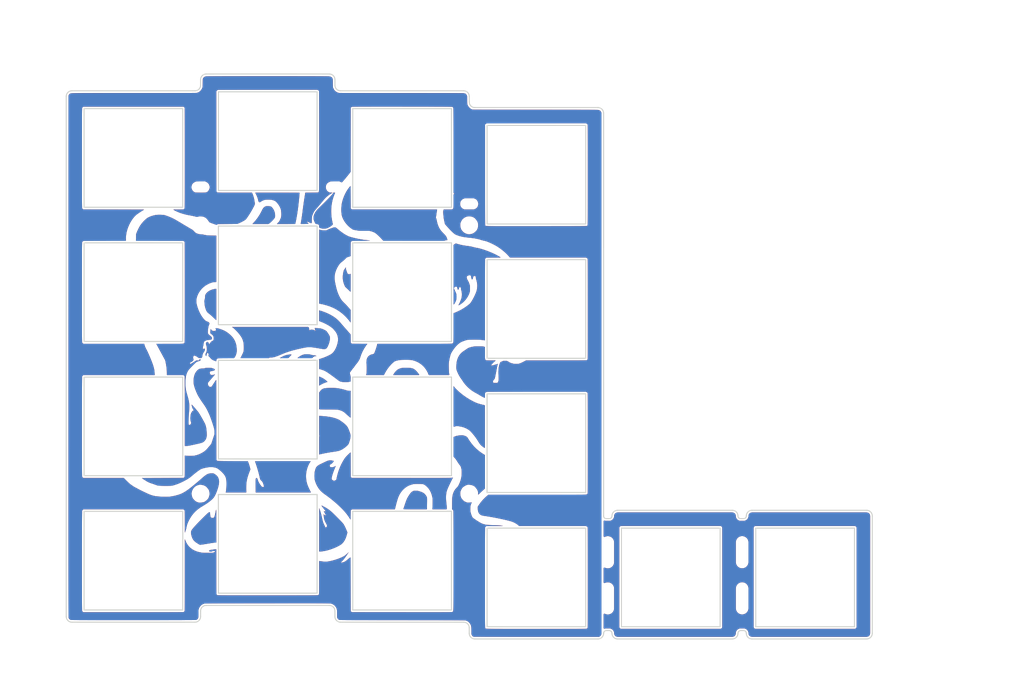
<source format=kicad_pcb>
(kicad_pcb (version 20210228) (generator pcbnew)
  (title_block (rev "1") (company "@e3w2q"))
  (layers (0 "F.Cu" signal) (31 "B.Cu" signal) (34 "B.Paste" user) (35 "F.Paste" user) (36 "B.SilkS" user "B.Silkscreen") (37 "F.SilkS" user "F.Silkscreen") (38 "B.Mask" user) (39 "F.Mask" user) (44 "Edge.Cuts" user))
  (net 0 "")
  (footprint "#footprint:Slit" (layer "F.Cu") (at 115.493029 109.738247)
    (fp_text reference "H93")
    (fp_text value "MountingHole")
    (pad "" np_thru_hole oval (at 0 0) (size 1.190625 3.969) (drill oval 1.190625 3.969) (layers F&B.Cu *.Mask))
  )
  (footprint "#footprint:M2_Hole" (layer "F.Cu") (at 95.84553 101.401842)
    (fp_text reference "H3" hide)
    (fp_text value "MountingHole" hide)
    (pad "" np_thru_hole circle (at 0 0) (size 1.95 1.95) (drill 1.95) (layers F&B.Cu *.Mask))
  )
  (footprint "#footprint:Keyswitch_Plate_Hole" (layer "F.Cu") (at 86.32053 53.776842)
    (fp_text reference "SW5" hide)
    (fp_text value "SW_Push" hide)
    (fp_line (start -7 -7) (end -7 7) (layer "Edge.Cuts") (width 0.15))
    (fp_line (start 7 7) (end -7 7) (layer "Edge.Cuts") (width 0.15))
    (fp_line (start 7 -7) (end -7 -7) (layer "Edge.Cuts") (width 0.15))
    (fp_line (start 7 -7) (end 7 7) (layer "Edge.Cuts") (width 0.15))
  )
  (footprint "#footprint:Keyswitch_Plate_Hole" (layer "F.Cu") (at 86.32053 110.926842)
    (fp_text reference "SW23" hide)
    (fp_text value "SW_Push" hide)
    (fp_line (start 7 7) (end -7 7) (layer "Edge.Cuts") (width 0.15))
    (fp_line (start -7 -7) (end -7 7) (layer "Edge.Cuts") (width 0.15))
    (fp_line (start 7 -7) (end -7 -7) (layer "Edge.Cuts") (width 0.15))
    (fp_line (start 7 -7) (end 7 7) (layer "Edge.Cuts") (width 0.15))
  )
  (footprint "#footprint:Slit" (layer "F.Cu") (at 134.543077 109.730437)
    (fp_text reference "H93")
    (fp_text value "MountingHole")
    (pad "" np_thru_hole oval (at 0 0) (size 1.190625 3.969) (drill oval 1.190625 3.969) (layers F&B.Cu *.Mask))
  )
  (footprint "#footprint:Keyswitch_Plate_Hole" (layer "F.Cu") (at 124.42143 113.308142)
    (fp_text reference "SW24" hide)
    (fp_text value "SW_Push" hide)
    (fp_line (start 7 7) (end -7 7) (layer "Edge.Cuts") (width 0.15))
    (fp_line (start 7 -7) (end 7 7) (layer "Edge.Cuts") (width 0.15))
    (fp_line (start 7 -7) (end -7 -7) (layer "Edge.Cuts") (width 0.15))
    (fp_line (start -7 -7) (end -7 7) (layer "Edge.Cuts") (width 0.15))
  )
  (footprint "#footprint:Keyswitch_Plate_Hole" (layer "F.Cu") (at 48.22053 72.826842)
    (fp_text reference "SW9" hide)
    (fp_text value "SW_Push" hide)
    (fp_line (start 7 -7) (end -7 -7) (layer "Edge.Cuts") (width 0.15))
    (fp_line (start 7 -7) (end 7 7) (layer "Edge.Cuts") (width 0.15))
    (fp_line (start -7 -7) (end -7 7) (layer "Edge.Cuts") (width 0.15))
    (fp_line (start 7 7) (end -7 7) (layer "Edge.Cuts") (width 0.15))
  )
  (footprint "#footprint:Keyswitch_Plate_Hole" (layer "F.Cu") (at 105.37053 94.258142)
    (fp_text reference "SW18" hide)
    (fp_text value "SW_Push" hide)
    (fp_line (start 7 7) (end -7 7) (layer "Edge.Cuts") (width 0.15))
    (fp_line (start 7 -7) (end 7 7) (layer "Edge.Cuts") (width 0.15))
    (fp_line (start 7 -7) (end -7 -7) (layer "Edge.Cuts") (width 0.15))
    (fp_line (start -7 -7) (end -7 7) (layer "Edge.Cuts") (width 0.15))
  )
  (footprint "#footprint:M2_Hole" (layer "F.Cu") (at 95.84553 60.276842)
    (fp_text reference "H6" hide)
    (fp_text value "MountingHole" hide)
    (pad "" np_thru_hole oval (at 0 0) (size 2 1) (drill oval 2 1) (layers F&B.Cu *.Mask))
  )
  (footprint "#footprint:Keyswitch_Plate_Hole" (layer "F.Cu") (at 86.32053 91.876842)
    (fp_text reference "SW17" hide)
    (fp_text value "SW_Push" hide)
    (fp_line (start 7 -7) (end 7 7) (layer "Edge.Cuts") (width 0.15))
    (fp_line (start 7 -7) (end -7 -7) (layer "Edge.Cuts") (width 0.15))
    (fp_line (start -7 -7) (end -7 7) (layer "Edge.Cuts") (width 0.15))
    (fp_line (start 7 7) (end -7 7) (layer "Edge.Cuts") (width 0.15))
  )
  (footprint "#footprint:M2_Hole" (layer "F.Cu") (at 57.74553 63.301842)
    (fp_text reference "H5" hide)
    (fp_text value "MountingHole" hide)
    (pad "" np_thru_hole circle (at 0 0) (size 1.95 1.95) (drill 1.95) (layers F&B.Cu *.Mask))
  )
  (footprint "#footprint:Keyswitch_Plate_Hole" (layer "F.Cu") (at 48.22053 53.776842)
    (fp_text reference "SW3" hide)
    (fp_text value "SW_Push" hide)
    (fp_line (start 7 7) (end -7 7) (layer "Edge.Cuts") (width 0.15))
    (fp_line (start 7 -7) (end 7 7) (layer "Edge.Cuts") (width 0.15))
    (fp_line (start 7 -7) (end -7 -7) (layer "Edge.Cuts") (width 0.15))
    (fp_line (start -7 -7) (end -7 7) (layer "Edge.Cuts") (width 0.15))
  )
  (footprint "#footprint:Keyswitch_Plate_Hole" (layer "F.Cu") (at 105.37053 56.158142)
    (fp_text reference "SW6" hide)
    (fp_text value "SW_Push" hide)
    (fp_line (start 7 7) (end -7 7) (layer "Edge.Cuts") (width 0.15))
    (fp_line (start 7 -7) (end -7 -7) (layer "Edge.Cuts") (width 0.15))
    (fp_line (start 7 -7) (end 7 7) (layer "Edge.Cuts") (width 0.15))
    (fp_line (start -7 -7) (end -7 7) (layer "Edge.Cuts") (width 0.15))
  )
  (footprint "#footprint:Slit" (layer "F.Cu") (at 115.493029 116.286701)
    (fp_text reference "H93")
    (fp_text value "MountingHole")
    (pad "" np_thru_hole oval (at 0 0) (size 1.190625 3.969) (drill oval 1.190625 3.969) (layers F&B.Cu *.Mask))
  )
  (footprint "#footprint:M2_Hole" (layer "F.Cu") (at 57.74553 57.895592)
    (fp_text reference "H6" hide)
    (fp_text value "MountingHole" hide)
    (pad "" np_thru_hole oval (at 0 0) (size 2 1) (drill oval 2 1) (layers F&B.Cu *.Mask))
  )
  (footprint "#footprint:topplate_pattern_b" (layer "F.Cu") (at 78.980362 81.035077)
    (fp_text reference "G***" hide)
    (fp_text value "LOGO" hide)
  )
  (footprint "#footprint:Keyswitch_Plate_Hole" (layer "F.Cu") (at 48.22053 91.876842)
    (fp_text reference "SW15" hide)
    (fp_text value "SW_Push" hide)
    (fp_line (start 7 7) (end -7 7) (layer "Edge.Cuts") (width 0.15))
    (fp_line (start 7 -7) (end 7 7) (layer "Edge.Cuts") (width 0.15))
    (fp_line (start 7 -7) (end -7 -7) (layer "Edge.Cuts") (width 0.15))
    (fp_line (start -7 -7) (end -7 7) (layer "Edge.Cuts") (width 0.15))
  )
  (footprint "#footprint:topplate_pattern_c" (layer "F.Cu") (at 78.980362 81.035077)
    (fp_text reference "G***" hide)
    (fp_text value "LOGO" hide)
    (fp_poly (pts (xy -19.024546 22.643596) (xy -19.022227 22.699782) (xy -19.020015 22.79315) (xy -19.017932 22.921124) (xy -19.015997 23.081129) (xy -19.014231 23.270588) (xy -19.012655 23.486927) (xy -19.01129 23.727568) (xy -19.010155 23.989937) (xy -19.009271 24.271458) (xy -19.00866 24.569554) (xy -19.008341 24.881651) (xy -19.00831 24.960792) (xy -19.007666 27.326167) (xy -19.154481 27.326167) (xy -19.215621 27.329761) (xy -19.310961 27.339875) (xy -19.43304 27.355504) (xy -19.574397 27.375645) (xy -19.727573 27.399294) (xy -19.858272 27.420856) (xy -20.104965 27.462389) (xy -20.338773 27.500964) (xy -20.556068 27.536028) (xy -20.753224 27.567027) (xy -20.926612 27.593411) (xy -21.072604 27.614625) (xy -21.187573 27.630117) (xy -21.267891 27.639334) (xy -21.308566 27.641784) (xy -21.34977 27.629347) (xy -21.420663 27.5954) (xy -21.516201 27.542631) (xy -21.631337 27.473729) (xy -21.674666 27.446717) (xy -21.860206 27.323822) (xy -22.011512 27.209109) (xy -22.134442 27.097171) (xy -22.234856 26.982603) (xy -22.318613 26.859997) (xy -22.328474 26.843372) (xy -22.395363 26.712731) (xy -22.456204 26.56351) (xy -22.508914 26.40422) (xy -22.551407 26.24337) (xy -22.581599 26.089471) (xy -22.597403 25.951032) (xy -22.596737 25.836564) (xy -22.587939 25.784347) (xy -22.569315 25.71961) (xy -22.547061 25.658189) (xy -22.518571 25.596616) (xy -22.481237 25.531417) (xy -22.432455 25.459121) (xy -22.369617 25.376259) (xy -22.290118 25.279357) (xy -22.191351 25.164944) (xy -22.07071 25.02955) (xy -21.925589 24.869704) (xy -21.790831 24.722667) (xy -21.707606 24.633575) (xy -21.605896 24.527103) (xy -21.489111 24.406628) (xy -21.360658 24.275529) (xy -21.223948 24.137184) (xy -21.082389 23.994972) (xy -20.939389 23.852272) (xy -20.79836 23.71246) (xy -20.662708 23.578917) (xy -20.535844 23.45502) (xy -20.421176 23.344147) (xy -20.322113 23.249678) (xy -20.242064 23.17499) (xy -20.184439 23.123462) (xy -20.152647 23.098472) (xy -20.150959 23.097532) (xy -20.089605 23.06486) (xy -20.044833 23.039636) (xy -19.988309 23.016214) (xy -19.944291 23.008479) (xy -19.919706 23.011119) (xy -19.905443 23.025447) (xy -19.898691 23.060467) (xy -19.89664 23.125185) (xy -19.896507 23.161625) (xy -19.889346 23.316251) (xy -19.869972 23.477042) (xy -19.841094 23.623753) (xy -19.82833 23.671135) (xy -19.784565 23.748488) (xy -19.707528 23.801757) (xy -19.599632 23.829633) (xy -19.528721 23.833667) (xy -19.455869 23.830331) (xy -19.407006 23.815981) (xy -19.36403 23.784106) (xy -19.348126 23.768703) (xy -19.317759 23.7327) (xy -19.290039 23.685847) (xy -19.263471 23.623312) (xy -19.236557 23.540264) (xy -19.207801 23.43187) (xy -19.175707 23.293299) (xy -19.138777 23.119717) (xy -19.122422 23.039917) (xy -19.096729 22.916549) (xy -19.072622 22.806293) (xy -19.051775 22.716381) (xy -19.03586 22.654048) (xy -19.026952 22.627167)) (layer "F.Cu") (width 0) (fill solid))
    (fp_poly (pts (xy -18.8875 -3.091028) (xy -18.764568 -3.065374) (xy -18.618962 -3.026026) (xy -18.458287 -2.975576) (xy -18.290151 -2.916618) (xy -18.122161 -2.851744) (xy -17.961925 -2.783549) (xy -17.817049 -2.714626) (xy -17.758833 -2.684032) (xy -17.498809 -2.525712) (xy -17.244369 -2.339131) (xy -17.004934 -2.132352) (xy -16.789922 -1.913436) (xy -16.626844 -1.715073) (xy -16.454596 -1.448383) (xy -16.316684 -1.157465) (xy -16.213382 -0.843231) (xy -16.144962 -0.506593) (xy -16.111699 -0.148462) (xy -16.108274 0.010584) (xy -16.109728 0.14205) (xy -16.115544 0.24593) (xy -16.127359 0.336882) (xy -16.146809 0.429567) (xy -16.161417 0.486834) (xy -16.217826 0.668255) (xy -16.284886 0.83253) (xy -16.358696 0.971271) (xy -16.435357 1.076094) (xy -16.435494 1.076245) (xy -16.513676 1.162783) (xy -17.668957 1.168767) (xy -17.930979 1.170325) (xy -18.153385 1.172121) (xy -18.338892 1.17423) (xy -18.490215 1.176729) (xy -18.610073 1.179692) (xy -18.701182 1.183196) (xy -18.766258 1.187317) (xy -18.808019 1.19213) (xy -18.829181 1.19771) (xy -18.833049 1.201209) (xy -18.857813 1.225849) (xy -18.867866 1.227667) (xy -18.907287 1.246866) (xy -18.946817 1.297413) (xy -18.980684 1.368735) (xy -19.003116 1.450256) (xy -19.007626 1.483706) (xy -19.01825 1.602162) (xy -19.226655 1.532153) (xy -19.410199 1.462242) (xy -19.561973 1.383963) (xy -19.692523 1.289969) (xy -19.812401 1.172914) (xy -19.907501 1.057997) (xy -19.961576 0.993762) (xy -20.014619 0.940594) (xy -20.05249 0.911733) (xy -20.103707 0.870252) (xy -20.121903 0.814281) (xy -20.108595 0.736975) (xy -20.097981 0.706742) (xy -20.078113 0.650343) (xy -20.074228 0.611278) (xy -20.08828 0.571017) (xy -20.117832 0.518524) (xy -20.172188 0.447138) (xy -20.229 0.409754) (xy -20.282821 0.408869) (xy -20.313455 0.428884) (xy -20.337016 0.469617) (xy -20.361432 0.538831) (xy -20.383156 0.622904) (xy -20.398639 0.708212) (xy -20.404336 0.777875) (xy -20.413103 0.82855) (xy -20.435067 0.845492) (xy -20.464715 0.832942) (xy -20.496534 0.795142) (xy -20.525011 0.736334) (xy -20.542782 0.671358) (xy -20.546596 0.626681) (xy -20.538431 0.578683) (xy -20.515133 0.516437) (xy -20.473548 0.429013) (xy -20.471933 0.425782) (xy -20.411943 0.293196) (xy -20.372279 0.170193) (xy -20.350283 0.043111) (xy -20.343295 -0.101709) (xy -20.345941 -0.221688) (xy -20.353897 -0.349326) (xy -20.367504 -0.45139) (xy -20.389648 -0.544546) (xy -20.415644 -0.624416) (xy -20.448797 -0.733822) (xy -20.470579 -0.838046) (xy -20.477179 -0.906573) (xy -20.475217 -0.976509) (xy -20.462349 -1.021969) (xy -20.431775 -1.06061) (xy -20.410121 -1.080754) (xy -20.333565 -1.134846) (xy -20.261183 -1.159964) (xy -20.202014 -1.153223) (xy -20.195015 -1.149397) (xy -20.167993 -1.118571) (xy -20.136102 -1.062919) (xy -20.118744 -1.024572) (xy -20.085268 -0.946062) (xy -20.059933 -0.899218) (xy -20.036213 -0.875992) (xy -20.00758 -0.86834) (xy -19.991601 -0.867833) (xy -19.960677 -0.875472) (xy -19.928942 -0.902925) (xy -19.8901 -0.956995) (xy -19.854031 -1.016517) (xy -19.792294 -1.111087) (xy -19.727064 -1.182581) (xy -19.646143 -1.241711) (xy -19.537333 -1.299193) (xy -19.52625 -1.30442) (xy -19.456333 -1.34744) (xy -19.409231 -1.404229) (xy -19.382 -1.482048) (xy -19.3717 -1.588158) (xy -19.37297 -1.68275) (xy -19.379943 -1.788661) (xy -19.392558 -1.867064) (xy -19.413948 -1.932709) (xy -19.435878 -1.979083) (xy -19.523022 -2.107424) (xy -19.63719 -2.216869) (xy -19.742237 -2.28369) (xy -19.790292 -2.312933) (xy -19.823533 -2.34934) (xy -19.843844 -2.400095) (xy -19.853104 -2.472385) (xy -19.853196 -2.573394) (xy -19.847555 -2.685851) (xy -19.837192 -2.819264) (xy -19.824999 -2.91223) (xy -19.81064 -2.966608) (xy -19.79378 -2.984258) (xy -19.793656 -2.984257) (xy -19.777204 -2.966837) (xy -19.751649 -2.923301) (xy -19.740682 -2.901399) (xy -19.708495 -2.847266) (xy -19.675756 -2.811618) (xy -19.666599 -2.806447) (xy -19.628093 -2.786413) (xy -19.575077 -2.751866) (xy -19.560161 -2.741139) (xy -19.474684 -2.701723) (xy -19.369917 -2.687602) (xy -19.259118 -2.697175) (xy -19.155545 -2.728839) (xy -19.072455 -2.780993) (xy -19.051651 -2.802594) (xy -19.03838 -2.848298) (xy -19.049762 -2.911364) (xy -19.082056 -2.977752) (xy -19.106914 -3.010084) (xy -19.127849 -3.050394) (xy -19.10913 -3.079501) (xy -19.052194 -3.096381) (xy -18.98015 -3.100393)) (layer "F.Cu") (width 0) (fill solid))
    (fp_poly (pts (xy -0.169333 28.60675) (xy -0.179916 28.617334) (xy -0.1905 28.60675) (xy -0.179916 28.596167)) (layer "F.Cu") (width 0) (fill solid))
    (fp_poly (pts (xy -2.572749 5.381001) (xy -2.363801 5.385221) (xy -2.164873 5.39359) (xy -1.982495 5.406206) (xy -1.823192 5.423167) (xy -1.778 5.429552) (xy -1.644882 5.451912) (xy -1.496971 5.480427) (xy -1.340534 5.513525) (xy -1.181838 5.549635) (xy -1.027152 5.587187) (xy -0.882743 5.62461) (xy -0.754879 5.660333) (xy -0.649828 5.692785) (xy -0.573857 5.720395) (xy -0.533369 5.741481) (xy -0.502705 5.750817) (xy -0.438678 5.759941) (xy -0.350252 5.76788) (xy -0.246388 5.773662) (xy -0.231744 5.774222) (xy 0.042334 5.784119) (xy 0.042334 7.696893) (xy 0.042254 7.977435) (xy 0.042024 8.245589) (xy 0.041655 8.498373) (xy 0.041158 8.732807) (xy 0.040544 8.945909) (xy 0.039825 9.134699) (xy 0.039012 9.296195) (xy 0.038118 9.427416) (xy 0.037152 9.525382) (xy 0.036127 9.587112) (xy 0.035054 9.609624) (xy 0.035004 9.609667) (xy 0.016728 9.597082) (xy -0.027406 9.562893) (xy -0.09061 9.512446) (xy -0.159841 9.456209) (xy -0.246808 9.38334) (xy -0.352513 9.292186) (xy -0.46478 9.193382) (xy -0.57143 9.097562) (xy -0.591721 9.079046) (xy -0.742071 8.945228) (xy -0.873164 8.838356) (xy -0.993359 8.75329) (xy -1.111012 8.684889) (xy -1.234481 8.628012) (xy -1.372125 8.577519) (xy -1.444902 8.55428) (xy -1.526193 8.52984) (xy -1.601616 8.509037) (xy -1.67533 8.491576) (xy -1.751493 8.477162) (xy -1.834263 8.4655) (xy -1.9278 8.456293) (xy -2.036262 8.449248) (xy -2.163807 8.444068) (xy -2.314594 8.440458) (xy -2.492781 8.438123) (xy -2.702526 8.436767) (xy -2.947989 8.436095) (xy -3.1115 8.435899) (xy -3.329534 8.435369) (xy -3.537119 8.434208) (xy -3.729961 8.432487) (xy -3.903764 8.430273) (xy -4.054233 8.427635) (xy -4.177072 8.424642) (xy -4.267986 8.421362) (xy -4.322681 8.417865) (xy -4.333875 8.416337) (xy -4.423833 8.397756) (xy -4.423833 6.031902) (xy -4.333875 5.918655) (xy -4.27652 5.846056) (xy -4.219926 5.773783) (xy -4.184728 5.728356) (xy -4.096277 5.638486) (xy -3.97864 5.555424) (xy -3.84493 5.487628) (xy -3.767666 5.459404) (xy -3.671342 5.437324) (xy -3.539345 5.418707) (xy -3.378204 5.403651) (xy -3.194446 5.392255) (xy -2.9946 5.384616) (xy -2.785192 5.380832)) (layer "F.Cu") (width 0) (fill solid))
    (fp_poly (pts (xy -2.112329 -17.399274) (xy -2.046486 -17.365757) (xy -1.97304 -17.312338) (xy -1.884011 -17.237874) (xy -1.837839 -17.198142) (xy -1.556918 -16.964883) (xy -1.28029 -16.752024) (xy -1.011504 -16.561854) (xy -0.754105 -16.396657) (xy -0.511641 -16.258719) (xy -0.28766 -16.150328) (xy -0.100535 -16.078525) (xy 0.075631 -16.024874) (xy 0.281027 -15.968714) (xy 0.508437 -15.911543) (xy 0.750642 -15.854854) (xy 1.000426 -15.800143) (xy 1.250569 -15.748905) (xy 1.493855 -15.702634) (xy 1.723066 -15.662826) (xy 1.930985 -15.630975) (xy 2.110393 -15.608578) (xy 2.211917 -15.599544) (xy 2.334005 -15.58891) (xy 2.458096 -15.574313) (xy 2.568986 -15.557748) (xy 2.645834 -15.542592) (xy 2.804584 -15.504583) (xy 1.522168 -15.494) (xy 0.239753 -15.483416) (xy 0.15403 -15.423995) (xy 0.084308 -15.360777) (xy 0.05532 -15.299641) (xy 0.052629 -15.265415) (xy 0.050127 -15.193464) (xy 0.047872 -15.088394) (xy 0.045922 -14.954815) (xy 0.044336 -14.797333) (xy 0.043174 -14.620556) (xy 0.042493 -14.429091) (xy 0.042334 -14.278953) (xy 0.042334 -13.323199) (xy -0.234012 -13.231995) (xy -0.510357 -13.140791) (xy -0.747304 -12.904334) (xy -0.84503 -12.810219) (xy -0.949065 -12.715754) (xy -1.048654 -12.630356) (xy -1.133043 -12.563444) (xy -1.153583 -12.548527) (xy -1.326265 -12.413816) (xy -1.473648 -12.268152) (xy -1.608269 -12.098525) (xy -1.660283 -12.022666) (xy -1.862332 -11.681825) (xy -2.023649 -11.331774) (xy -2.143801 -10.973516) (xy -2.183494 -10.813637) (xy -2.203329 -10.716512) (xy -2.217048 -10.62645) (xy -2.225628 -10.531787) (xy -2.230049 -10.420861) (xy -2.231287 -10.28201) (xy -2.231224 -10.244666) (xy -2.230451 -10.128985) (xy -2.22818 -10.033444) (xy -2.2233 -9.948919) (xy -2.2147 -9.866284) (xy -2.20127 -9.776413) (xy -2.181897 -9.670181) (xy -2.155472 -9.538461) (xy -2.130713 -9.419166) (xy -2.064962 -9.114843) (xy -2.001829 -8.846265) (xy -1.939345 -8.607091) (xy -1.875541 -8.390984) (xy -1.80845 -8.191603) (xy -1.736103 -8.002609) (xy -1.656532 -7.817663) (xy -1.588565 -7.672916) (xy -1.486234 -7.470931) (xy -1.386876 -7.296231) (xy -1.283715 -7.139791) (xy -1.169976 -6.992583) (xy -1.03888 -6.845582) (xy -0.883653 -6.68976) (xy -0.77024 -6.582833) (xy -0.712147 -6.525943) (xy -0.632825 -6.443819) (xy -0.538659 -6.34331) (xy -0.436035 -6.231268) (xy -0.33134 -6.114542) (xy -0.289658 -6.067331) (xy 0.042334 -5.689412) (xy 0.042334 -4.792039) (xy 0.042213 -4.601768) (xy 0.041868 -4.425271) (xy 0.041326 -4.266898) (xy 0.04061 -4.130999) (xy 0.039748 -4.021924) (xy 0.038764 -3.944021) (xy 0.037685 -3.901642) (xy 0.037042 -3.895047) (xy 0.023619 -3.911401) (xy -0.005577 -3.953276) (xy -0.033793 -3.995725) (xy -0.07 -4.046259) (xy -0.127511 -4.120809) (xy -0.199951 -4.211359) (xy -0.280945 -4.309894) (xy -0.332299 -4.371053) (xy -0.68513 -4.756492) (xy -1.060109 -5.105888) (xy -1.457168 -5.419194) (xy -1.876243 -5.696364) (xy -2.317267 -5.93735) (xy -2.780175 -6.142106) (xy -2.899833 -6.187822) (xy -3.056922 -6.242895) (xy -3.235851 -6.300449) (xy -3.426536 -6.357662) (xy -3.618892 -6.411709) (xy -3.802833 -6.459766) (xy -3.968275 -6.499009) (xy -4.105134 -6.526614) (xy -4.116916 -6.528635) (xy -4.211903 -6.544767) (xy -4.295395 -6.559244) (xy -4.355778 -6.570038) (xy -4.376208 -6.573928) (xy -4.423833 -6.58364) (xy -4.423833 -11.845418) (xy -4.423806 -12.411686) (xy -4.423721 -12.937073) (xy -4.423569 -13.423027) (xy -4.423341 -13.871001) (xy -4.423031 -14.282444) (xy -4.42263 -14.658808) (xy -4.422129 -15.001543) (xy -4.421521 -15.3121) (xy -4.420798 -15.591931) (xy -4.419951 -15.842484) (xy -4.418973 -16.065213) (xy -4.417855 -16.261566) (xy -4.41659 -16.432996) (xy -4.415168 -16.580952) (xy -4.413583 -16.706885) (xy -4.411826 -16.812247) (xy -4.409889 -16.898488) (xy -4.407763 -16.967059) (xy -4.405442 -17.019411) (xy -4.402916 -17.056994) (xy -4.400177 -17.081259) (xy -4.397219 -17.093656) (xy -4.39457 -17.095966) (xy -4.279686 -17.05446) (xy -4.177458 -17.024659) (xy -4.075605 -17.004392) (xy -3.961848 -16.991485) (xy -3.823906 -16.983765) (xy -3.7465 -16.981291) (xy -3.418416 -16.972433) (xy -3.187068 -17.082153) (xy -3.083495 -17.128139) (xy -2.953247 -17.181281) (xy -2.810088 -17.236212) (xy -2.667781 -17.287567) (xy -2.606793 -17.30838) (xy -2.459268 -17.357209) (xy -2.344038 -17.391858) (xy -2.253125 -17.41118) (xy -2.178549 -17.414034)) (layer "F.Cu") (width 0) (fill solid))
    (fp_poly (pts (xy 0.052917 18.011797) (xy 0.127 18.081107) (xy 0.201084 18.150417) (xy 7.3025 18.156087) (xy 7.956343 18.156615) (xy 8.569191 18.157112) (xy 9.142383 18.157564) (xy 9.677255 18.157956) (xy 10.175147 18.158272) (xy 10.637397 18.158499) (xy 11.065343 18.158621) (xy 11.460323 18.158623) (xy 11.823675 18.158492) (xy 12.156738 18.158211) (xy 12.46085 18.157767) (xy 12.737348 18.157145) (xy 12.987572 18.156329) (xy 13.21286 18.155306) (xy 13.414549 18.15406) (xy 13.593978 18.152577) (xy 13.752486 18.150841) (xy 13.891409 18.148838) (xy 14.012087 18.146554) (xy 14.115858 18.143973) (xy 14.20406 18.141082) (xy 14.278031 18.137864) (xy 14.33911 18.134305) (xy 14.388634 18.130391) (xy 14.427942 18.126107) (xy 14.458372 18.121438) (xy 14.481262 18.116369) (xy 14.497951 18.110886) (xy 14.509777 18.104974) (xy 14.518077 18.098617) (xy 14.524191 18.091802) (xy 14.529456 18.084513) (xy 14.53521 18.076736) (xy 14.535535 18.076334) (xy 14.556649 18.056496) (xy 14.561994 18.058682) (xy 14.553118 18.080493) (xy 14.527676 18.135422) (xy 14.487969 18.218693) (xy 14.4363 18.325526) (xy 14.37497 18.451145) (xy 14.306282 18.590773) (xy 14.280429 18.643076) (xy 14.149637 18.909197) (xy 14.037356 19.142072) (xy 13.941967 19.345697) (xy 13.861851 19.524065) (xy 13.795389 19.681172) (xy 13.74096 19.821012) (xy 13.696945 19.94758) (xy 13.661724 20.064872) (xy 13.633679 20.17688) (xy 13.61119 20.287601) (xy 13.60917 20.298834) (xy 13.582536 20.49947) (xy 13.567309 20.730469) (xy 13.563414 20.981449) (xy 13.570777 21.242027) (xy 13.589324 21.501818) (xy 13.618978 21.750442) (xy 13.619662 21.755083) (xy 13.643195 21.935634) (xy 13.659815 22.109096) (xy 13.66898 22.266601) (xy 13.67015 22.399284) (xy 13.66429 22.487259) (xy 13.649454 22.606) (xy 11.635869 22.606) (xy 11.652965 22.177375) (xy 11.662476 21.918077) (xy 11.668635 21.69629) (xy 11.671345 21.507315) (xy 11.670505 21.346456) (xy 11.666016 21.209013) (xy 11.657778 21.09029) (xy 11.645693 20.985589) (xy 11.629661 20.890211) (xy 11.625279 20.868495) (xy 11.534349 20.516698) (xy 11.414294 20.195154) (xy 11.265241 19.904072) (xy 11.087318 19.643658) (xy 10.880653 19.414119) (xy 10.645373 19.215664) (xy 10.578694 19.168616) (xy 10.508019 19.122448) (xy 10.442597 19.085487) (xy 10.376586 19.056706) (xy 10.304147 19.035078) (xy 10.219439 19.019575) (xy 10.116622 19.009171) (xy 9.989855 19.002839) (xy 9.833299 18.999551) (xy 9.641111 18.998281) (xy 9.609667 18.998202) (xy 9.442275 18.998181) (xy 9.309734 18.99925) (xy 9.204568 19.001898) (xy 9.119298 19.006615) (xy 9.046447 19.01389) (xy 8.978538 19.024211) (xy 8.908093 19.038067) (xy 8.868834 19.046641) (xy 8.570048 19.127975) (xy 8.29871 19.233972) (xy 8.045216 19.368818) (xy 7.880823 19.477213) (xy 7.607379 19.69541) (xy 7.365521 19.939492) (xy 7.153617 20.211533) (xy 6.970037 20.513607) (xy 6.823978 20.821683) (xy 6.768863 20.965349) (xy 6.70752 21.147466) (xy 6.640912 21.364766) (xy 6.570001 21.613982) (xy 6.49575 21.891845) (xy 6.419123 22.195089) (xy 6.418382 22.198099) (xy 6.31825 22.605115) (xy 3.27025 22.606439) (xy 0.22225 22.607762) (xy 0.137584 22.68246) (xy 0.052917 22.757158) (xy 0.042334 23.420739) (xy 0.03175 24.084319) (xy -0.052916 23.943135) (xy -0.121349 23.83491) (xy -0.21007 23.703433) (xy -0.31238 23.558067) (xy -0.421583 23.408179) (xy -0.530982 23.263134) (xy -0.624039 23.144516) (xy -0.824462 22.907523) (xy -1.05742 22.654212) (xy -1.318362 22.388683) (xy -1.602738 22.115035) (xy -1.905998 21.837367) (xy -2.223592 21.559779) (xy -2.55097 21.28637) (xy -2.883582 21.02124) (xy -3.216877 20.768489) (xy -3.442743 20.60496) (xy -3.600502 20.492295) (xy -3.729674 20.397989) (xy -3.836797 20.316774) (xy -3.928412 20.243384) (xy -4.011058 20.172552) (xy -4.091274 20.09901) (xy -4.175602 20.017491) (xy -4.190777 20.0025) (xy -4.378409 19.792792) (xy -4.553918 19.550052) (xy -4.712792 19.282892) (xy -4.850518 18.999923) (xy -4.962584 18.709757) (xy -5.044475 18.421006) (xy -5.061514 18.340917) (xy -5.076749 18.23003) (xy -5.086502 18.088664) (xy -5.090888 17.9283) (xy -5.090022 17.76042) (xy -5.08402 17.596507) (xy -5.072996 17.448042) (xy -5.057066 17.326508) (xy -5.051032 17.295551) (xy -5.001187 17.081675) (xy -4.950122 16.904003) (xy -4.893298 16.756533) (xy -4.826175 16.633265) (xy -4.744216 16.5282) (xy -4.64288 16.435335) (xy -4.517629 16.348673) (xy -4.363924 16.262211) (xy -4.212166 16.186628) (xy -4.070749 16.118608) (xy -3.914525 16.043277) (xy -3.758765 15.968011) (xy -3.618741 15.900185) (xy -3.56273 15.872985) (xy -3.448537 15.819264) (xy -3.336935 15.769947) (xy -3.238201 15.729358) (xy -3.16261 15.701821) (xy -3.140241 15.695189) (xy -3.007613 15.67212) (xy -2.854491 15.663692) (xy -2.695681 15.669302) (xy -2.545988 15.68835) (xy -2.420219 15.720232) (xy -2.407124 15.72501) (xy -2.348332 15.747397) (xy -2.394352 15.837604) (xy -2.452577 15.925487) (xy -2.536968 16.020289) (xy -2.635508 16.110642) (xy -2.736182 16.185182) (xy -2.799699 16.221022) (xy -2.864617 16.253875) (xy -2.900777 16.281905) (xy -2.918437 16.316713) (xy -2.92724 16.365252) (xy -2.926537 16.45761) (xy -2.902511 16.540164) (xy -2.859704 16.600036) (xy -2.839517 16.61413) (xy -2.799012 16.624791) (xy -2.729379 16.632802) (xy -2.643802 16.63679) (xy -2.619431 16.637) (xy -2.534761 16.635814) (xy -2.47096 16.629756) (xy -2.413707 16.61508) (xy -2.348677 16.588037) (xy -2.261548 16.54488) (xy -2.25541 16.54175) (xy -2.175993 16.501488) (xy -2.112216 16.469649) (xy -2.072399 16.450357) (xy -2.063314 16.4465) (xy -2.069277 16.464551) (xy -2.089508 16.513741) (xy -2.12086 16.586623) (xy -2.160185 16.675751) (xy -2.161473 16.678639) (xy -2.330601 17.0899) (xy -2.485241 17.531925) (xy -2.554819 17.757404) (xy -2.603541 17.932058) (xy -2.635801 18.072702) (xy -2.652033 18.184139) (xy -2.652671 18.271174) (xy -2.63815 18.338611) (xy -2.611784 18.387462) (xy -2.521751 18.476714) (xy -2.414721 18.529849) (xy -2.297705 18.545619) (xy -2.177714 18.522775) (xy -2.091032 18.480216) (xy -2.046603 18.451293) (xy -2.015439 18.42529) (xy -1.993348 18.39355) (xy -1.976136 18.347416) (xy -1.959611 18.278233) (xy -1.93958 18.177342) (xy -1.936413 18.161) (xy -1.819707 17.65619) (xy -1.666186 17.150683) (xy -1.479608 16.655872) (xy -1.327395 16.313646) (xy -1.254394 16.166239) (xy -1.170141 16.006291) (xy -1.079518 15.842264) (xy -0.987408 15.682619) (xy -0.898693 15.535818) (xy -0.818255 15.41032) (xy -0.750977 15.314588) (xy -0.750595 15.314084) (xy -0.663224 15.206863) (xy -0.551613 15.082125) (xy -0.424486 14.948915) (xy -0.290568 14.816277) (xy -0.158583 14.693255) (xy -0.111602 14.651651) (xy 0.041379 14.518385)) (layer "F.Cu") (width 0) (fill solid))
    (fp_poly (pts (xy 8.075064 2.52532) (xy 8.304848 2.534507) (xy 8.498833 2.549846) (xy 8.663368 2.573534) (xy 8.804804 2.607768) (xy 8.929491 2.654747) (xy 9.043776 2.716666) (xy 9.154012 2.795725) (xy 9.266545 2.89412) (xy 9.336269 2.961812) (xy 9.40648 3.036075) (xy 9.482628 3.123478) (xy 9.559589 3.217302) (xy 9.632243 3.310829) (xy 9.695466 3.39734) (xy 9.744136 3.470117) (xy 9.77313 3.522441) (xy 9.779 3.542484) (xy 9.758338 3.544498) (xy 9.698373 3.546421) (xy 9.602133 3.548231) (xy 9.472648 3.549907) (xy 9.312948 3.551425) (xy 9.126062 3.552764) (xy 8.915019 3.553902) (xy 8.68285 3.554816) (xy 8.432583 3.555485) (xy 8.167247 3.555886) (xy 7.926917 3.556) (xy 7.650953 3.55588) (xy 7.387425 3.55553) (xy 7.139364 3.554968) (xy 6.909799 3.554212) (xy 6.701759 3.55328) (xy 6.518274 3.552189) (xy 6.362373 3.550958) (xy 6.237086 3.549603) (xy 6.145441 3.548142) (xy 6.09047 3.546593) (xy 6.074834 3.545191) (xy 6.085239 3.523833) (xy 6.113414 3.474359) (xy 6.154799 3.404616) (xy 6.194773 3.338816) (xy 6.293995 3.194735) (xy 6.410713 3.054053) (xy 6.536407 2.925436) (xy 6.662556 2.817552) (xy 6.780641 2.739067) (xy 6.788538 2.734816) (xy 6.921912 2.669562) (xy 7.052864 2.617717) (xy 7.188016 2.578201) (xy 7.333988 2.549938) (xy 7.497402 2.531849) (xy 7.684879 2.522855) (xy 7.90304 2.521878)) (layer "F.Cu") (width 0) (fill solid))
    (fp_poly (pts (xy -2.224827 -22.329591) (xy -2.176043 -22.326344) (xy -2.159 -22.322126) (xy -2.166842 -22.300137) (xy -2.187847 -22.248538) (xy -2.218234 -22.176514) (xy -2.235244 -22.136917) (xy -2.39724 -21.716968) (xy -2.525537 -21.283696) (xy -2.621187 -20.832485) (xy -2.685245 -20.358713) (xy -2.709056 -20.060015) (xy -2.718853 -19.682264) (xy -2.705301 -19.284713) (xy -2.669697 -18.881112) (xy -2.613339 -18.48521) (xy -2.537524 -18.110758) (xy -2.517337 -18.028588) (xy -2.496925 -17.943732) (xy -2.487858 -17.887672) (xy -2.489563 -17.848587) (xy -2.501464 -17.814652) (xy -2.506458 -17.804631) (xy -2.549049 -17.749387) (xy -2.623269 -17.681397) (xy -2.722174 -17.605364) (xy -2.838824 -17.525989) (xy -2.966275 -17.447973) (xy -3.097585 -17.376018) (xy -3.225811 -17.314826) (xy -3.23664 -17.310146) (xy -3.300921 -17.28344) (xy -3.354948 -17.264549) (xy -3.408513 -17.251949) (xy -3.471409 -17.244115) (xy -3.553425 -17.239523) (xy -3.664355 -17.236648) (xy -3.71475 -17.235713) (xy -3.847694 -17.234284) (xy -3.947491 -17.235896) (xy -4.023263 -17.24125) (xy -4.084132 -17.251048) (xy -4.13922 -17.265991) (xy -4.148666 -17.269094) (xy -4.230102 -17.298605) (xy -4.308903 -17.330657) (xy -4.343438 -17.346413) (xy -4.421793 -17.384701) (xy -4.421321 -17.534228) (xy -4.424126 -17.614676) (xy -4.432269 -17.670079) (xy -4.443507 -17.691308) (xy -4.462761 -17.715958) (xy -4.466166 -17.737293) (xy -4.485772 -17.775693) (xy -4.538685 -17.813816) (xy -4.616052 -17.847574) (xy -4.70902 -17.872881) (xy -4.783666 -17.883857) (xy -4.92125 -17.896416) (xy -5.00884 -18.050795) (xy -5.056891 -18.144913) (xy -5.107479 -18.259145) (xy -5.151639 -18.372866) (xy -5.162298 -18.403814) (xy -5.210155 -18.5859) (xy -5.227894 -18.759595) (xy -5.214686 -18.93275) (xy -5.1697 -19.113215) (xy -5.092105 -19.30884) (xy -5.05919 -19.378083) (xy -4.995426 -19.500658) (xy -4.928847 -19.612398) (xy -4.854371 -19.719698) (xy -4.766916 -19.828954) (xy -4.661398 -19.946561) (xy -4.532737 -20.078916) (xy -4.394779 -20.214166) (xy -4.113308 -20.487223) (xy -3.849272 -20.746024) (xy -3.603919 -20.98926) (xy -3.378497 -21.215623) (xy -3.174254 -21.423803) (xy -2.992438 -21.612492) (xy -2.834296 -21.780381) (xy -2.701076 -21.926161) (xy -2.594027 -22.048524) (xy -2.514395 -22.14616) (xy -2.463428 -22.217761) (xy -2.442375 -22.262018) (xy -2.442371 -22.262041) (xy -2.429455 -22.330833) (xy -2.294228 -22.330833)) (layer "F.Cu") (width 0) (fill solid))
    (fp_poly (pts (xy -4.312708 -5.59555) (xy -3.925821 -5.473675) (xy -3.567696 -5.341905) (xy -3.225023 -5.195041) (xy -2.963333 -5.068405) (xy -2.655918 -4.903229) (xy -2.37856 -4.733275) (xy -2.123446 -4.552285) (xy -1.882766 -4.353996) (xy -1.648708 -4.13215) (xy -1.41346 -3.880487) (xy -1.2623 -3.705209) (xy -1.155036 -3.578658) (xy -1.031868 -3.435218) (xy -0.905206 -3.289234) (xy -0.78746 -3.155048) (xy -0.740354 -3.101959) (xy -0.63061 -2.9782) (xy -0.506206 -2.836878) (xy -0.379596 -2.692202) (xy -0.263234 -2.55838) (xy -0.217449 -2.50539) (xy 0.040394 -2.206196) (xy 0.046655 -1.622175) (xy 0.052917 -1.038154) (xy 0.127 -0.968869) (xy 0.201084 -0.899583) (xy 1.305321 -0.893747) (xy 2.409558 -0.887912) (xy 2.247117 -0.660914) (xy 1.974239 -0.245987) (xy 1.741724 0.180123) (xy 1.548641 0.619294) (xy 1.408314 1.02559) (xy 1.365477 1.160067) (xy 1.326365 1.264531) (xy 1.285734 1.350338) (xy 1.23834 1.428849) (xy 1.191972 1.494115) (xy 1.163854 1.538797) (xy 1.154545 1.568657) (xy 1.156124 1.572401) (xy 1.147185 1.591844) (xy 1.114994 1.639158) (xy 1.063164 1.709497) (xy 0.995306 1.798015) (xy 0.915031 1.899867) (xy 0.873248 1.951947) (xy 0.786127 2.061269) (xy 0.7077 2.162228) (xy 0.642084 2.249316) (xy 0.593398 2.317022) (xy 0.565762 2.359838) (xy 0.561436 2.369032) (xy 0.53738 2.413561) (xy 0.494324 2.469771) (xy 0.468502 2.497971) (xy 0.440858 2.526237) (xy 0.417612 2.550837) (xy 0.394632 2.577027) (xy 0.367787 2.610066) (xy 0.332945 2.655211) (xy 0.285976 2.71772) (xy 0.222747 2.802849) (xy 0.139127 2.915858) (xy 0.122974 2.937697) (xy -0.069426 3.19781) (xy -0.055801 3.344408) (xy -0.040575 3.446295) (xy -0.015546 3.555726) (xy 0.00537 3.624045) (xy 0.022874 3.676065) (xy 0.03514 3.723945) (xy 0.042798 3.776095) (xy 0.046481 3.840928) (xy 0.046817 3.926854) (xy 0.044438 4.042283) (xy 0.042334 4.116917) (xy 0.03175 4.47675) (xy -0.137583 4.512008) (xy -0.25615 4.529842) (xy -0.405264 4.541928) (xy -0.573534 4.548287) (xy -0.749569 4.548945) (xy -0.921978 4.543925) (xy -1.07937 4.53325) (xy -1.210355 4.516944) (xy -1.248833 4.509704) (xy -1.358167 4.484829) (xy -1.445301 4.459228) (xy -1.521103 4.427518) (xy -1.596443 4.384316) (xy -1.68219 4.32424) (xy -1.788583 4.242401) (xy -1.913869 4.145585) (xy -2.066353 4.030283) (xy -2.238413 3.902085) (xy -2.422427 3.76658) (xy -2.610771 3.629356) (xy -2.795823 3.496002) (xy -2.969959 3.372107) (xy -3.098447 3.282056) (xy -3.291757 3.151875) (xy -3.465271 3.045421) (xy -3.630111 2.957502) (xy -3.797398 2.882924) (xy -3.978253 2.816497) (xy -4.183798 2.753027) (xy -4.302523 2.719905) (xy -4.42463 2.686753) (xy -4.423204 2.026344) (xy -4.423434 1.811243) (xy -4.425149 1.638165) (xy -4.428358 1.506824) (xy -4.433069 1.416936) (xy -4.439293 1.368215) (xy -4.443972 1.358537) (xy -4.468328 1.340782) (xy -4.451313 1.31745) (xy -4.392774 1.288454) (xy -4.292556 1.253707) (xy -4.217799 1.2316) (xy -4.036849 1.175763) (xy -3.842067 1.107503) (xy -3.639927 1.029744) (xy -3.4369 0.945411) (xy -3.239459 0.857429) (xy -3.054078 0.768724) (xy -2.88723 0.68222) (xy -2.745387 0.600843) (xy -2.635021 0.527517) (xy -2.600999 0.50098) (xy -2.428536 0.332922) (xy -2.26931 0.127308) (xy -2.124977 -0.112697) (xy -1.997197 -0.383931) (xy -1.887627 -0.683229) (xy -1.797925 -1.007428) (xy -1.788039 -1.050223) (xy -1.74392 -1.336099) (xy -1.74101 -1.617711) (xy -1.778804 -1.892365) (xy -1.8568 -2.15737) (xy -1.974491 -2.410033) (xy -2.071923 -2.566203) (xy -2.134778 -2.651566) (xy -2.203787 -2.736753) (xy -2.265602 -2.805414) (xy -2.27445 -2.814282) (xy -2.324568 -2.867314) (xy -2.359371 -2.911552) (xy -2.370666 -2.934965) (xy -2.387367 -2.963449) (xy -2.434014 -3.011331) (xy -2.505429 -3.074382) (xy -2.596432 -3.148373) (xy -2.701842 -3.229075) (xy -2.81648 -3.312259) (xy -2.921 -3.384237) (xy -3.15633 -3.530726) (xy -3.424447 -3.677703) (xy -3.71611 -3.820591) (xy -4.022077 -3.95481) (xy -4.270375 -4.052658) (xy -4.423833 -4.110034) (xy -4.423833 -5.628051)) (layer "F.Cu") (width 0) (fill solid))
    (fp_poly (pts (xy -20.021582 2.528607) (xy -19.890384 2.533084) (xy -19.76967 2.542133) (xy -19.66603 2.555987) (xy -19.610916 2.567686) (xy -19.514287 2.596785) (xy -19.414069 2.633416) (xy -19.346333 2.662936) (xy -19.277565 2.70042) (xy -19.239968 2.732923) (xy -19.224534 2.768797) (xy -19.223331 2.776968) (xy -19.226126 2.817473) (xy -19.251026 2.852266) (xy -19.302966 2.891078) (xy -19.361487 2.923479) (xy -19.427943 2.944874) (xy -19.516427 2.959186) (xy -19.565879 2.964242) (xy -19.711934 2.986226) (xy -19.820703 3.023033) (xy -19.89511 3.076245) (xy -19.938076 3.147445) (xy -19.94448 3.169186) (xy -19.945403 3.250163) (xy -19.917066 3.342774) (xy -19.864366 3.433652) (xy -19.8341 3.470322) (xy -19.787572 3.517848) (xy -19.749136 3.543475) (xy -19.702337 3.553944) (xy -19.630718 3.555997) (xy -19.624974 3.556) (xy -19.487836 3.541757) (xy -19.357803 3.501098) (xy -19.286101 3.474706) (xy -19.228654 3.457779) (xy -19.197626 3.453885) (xy -19.197279 3.453991) (xy -19.205185 3.471091) (xy -19.238184 3.516187) (xy -19.293267 3.585615) (xy -19.367425 3.67571) (xy -19.457648 3.782808) (xy -19.560926 3.903244) (xy -19.655187 4.011601) (xy -19.77022 4.143559) (xy -19.877661 4.267853) (xy -19.973961 4.380295) (xy -20.055568 4.476697) (xy -20.118932 4.552872) (xy -20.160501 4.604633) (xy -20.175243 4.624917) (xy -20.207458 4.715365) (xy -20.210009 4.822237) (xy -20.186121 4.935302) (xy -20.139019 5.044329) (xy -20.071926 5.139086) (xy -19.991767 5.207092) (xy -19.908045 5.239886) (xy -19.827839 5.249334) (xy -19.764903 5.244961) (xy -19.719439 5.225867) (xy -19.672593 5.183086) (xy -19.660278 5.169659) (xy -19.611887 5.10959) (xy -19.555529 5.030194) (xy -19.505905 4.9527) (xy -19.460847 4.879754) (xy -19.403674 4.790351) (xy -19.338719 4.690919) (xy -19.270316 4.587885) (xy -19.202798 4.487677) (xy -19.1405 4.396723) (xy -19.087755 4.32145) (xy -19.048896 4.268284) (xy -19.028258 4.243655) (xy -19.027413 4.243039) (xy -19.02537 4.26276) (xy -19.023421 4.323891) (xy -19.021569 4.425505) (xy -19.019818 4.56668) (xy -19.018171 4.74649) (xy -19.016631 4.964011) (xy -19.015202 5.218319) (xy -19.013886 5.508489) (xy -19.012686 5.833598) (xy -19.011607 6.192719) (xy -19.010651 6.58493) (xy -19.009822 7.009306) (xy -19.009122 7.464921) (xy -19.008556 7.950853) (xy -19.008125 8.466175) (xy -19.007834 9.009965) (xy -19.007686 9.581297) (xy -19.007666 9.887055) (xy -19.007653 10.468013) (xy -19.007606 11.008138) (xy -19.007516 11.508931) (xy -19.007374 11.971892) (xy -19.007172 12.398522) (xy -19.006899 12.790322) (xy -19.006547 13.148791) (xy -19.006107 13.47543) (xy -19.005569 13.77174) (xy -19.004925 14.039222) (xy -19.004165 14.279376) (xy -19.003279 14.493702) (xy -19.00226 14.683701) (xy -19.001097 14.850873) (xy -18.999782 14.99672) (xy -18.998305 15.122741) (xy -18.996658 15.230437) (xy -18.994831 15.321308) (xy -18.992815 15.396856) (xy -18.9906 15.458581) (xy -18.988178 15.507982) (xy -18.98554 15.546562) (xy -18.982676 15.575819) (xy -18.979577 15.597255) (xy -18.976235 15.612371) (xy -18.972694 15.622542) (xy -18.936406 15.681265) (xy -18.89152 15.724947) (xy -18.882736 15.730196) (xy -18.866575 15.734997) (xy -18.836157 15.739338) (xy -18.789265 15.743257) (xy -18.723683 15.746794) (xy -18.637193 15.749989) (xy -18.527579 15.752881) (xy -18.392625 15.755508) (xy -18.230114 15.75791) (xy -18.037829 15.760126) (xy -17.813555 15.762196) (xy -17.555073 15.764159) (xy -17.260167 15.766054) (xy -16.926622 15.76792) (xy -16.681894 15.769167) (xy -14.536039 15.77975) (xy -14.453256 15.991417) (xy -14.401289 16.132566) (xy -14.347742 16.292381) (xy -14.296484 16.458082) (xy -14.251387 16.616889) (xy -14.21632 16.756021) (xy -14.203148 16.817301) (xy -14.17809 16.944685) (xy -14.326352 17.325301) (xy -14.457943 17.682497) (xy -14.564058 18.016216) (xy -14.646355 18.335474) (xy -14.70649 18.649286) (xy -14.746124 18.966669) (xy -14.766914 19.296639) (xy -14.770518 19.64821) (xy -14.7691 19.732625) (xy -14.758832 20.214167) (xy -17.670754 20.214167) (xy -17.652734 20.145375) (xy -17.634014 20.052716) (xy -17.61639 19.925579) (xy -17.60046 19.771816) (xy -17.586821 19.59928) (xy -17.576069 19.415823) (xy -17.568801 19.229298) (xy -17.565613 19.047556) (xy -17.565535 18.997754) (xy -17.569617 18.746609) (xy -17.582003 18.530809) (xy -17.604817 18.343819) (xy -17.640188 18.179105) (xy -17.69024 18.030132) (xy -17.757101 17.890365) (xy -17.842896 17.753269) (xy -17.949751 17.612309) (xy -18.057393 17.486077) (xy -18.239387 17.296582) (xy -18.44854 17.106117) (xy -18.671632 16.926429) (xy -18.761434 16.860471) (xy -18.920441 16.766748) (xy -19.103663 16.696312) (xy -19.314551 16.648325) (xy -19.556558 16.621947) (xy -19.767827 16.615834) (xy -19.982127 16.623182) (xy -20.203956 16.646038) (xy -20.440321 16.685617) (xy -20.698233 16.743136) (xy -20.9847 16.81981) (xy -21.046356 16.837644) (xy -21.135298 16.873646) (xy -21.251587 16.936753) (xy -21.392052 17.024734) (xy -21.553519 17.135355) (xy -21.732817 17.266386) (xy -21.926774 17.415593) (xy -22.132217 17.580744) (xy -22.294905 17.716242) (xy -22.446392 17.843793) (xy -22.572155 17.948149) (xy -22.678425 18.033885) (xy -22.77143 18.105576) (xy -22.8574 18.167797) (xy -22.942563 18.225124) (xy -23.033149 18.282131) (xy -23.135386 18.343394) (xy -23.201499 18.382109) (xy -23.660466 18.634181) (xy -24.108767 18.849598) (xy -24.544747 19.027647) (xy -24.96675 19.167616) (xy -25.129316 19.212278) (xy -25.198362 19.22947) (xy -25.260788 19.242912) (xy -25.32344 19.253176) (xy -25.393165 19.260833) (xy -25.476812 19.266455) (xy -25.581225 19.270614) (xy -25.713254 19.273881) (xy -25.879745 19.276828) (xy -25.908 19.277276) (xy -26.088418 19.278911) (xy -26.282665 19.278602) (xy -26.478169 19.276511) (xy -26.662361 19.272798) (xy -26.82267 19.267625) (xy -26.885719 19.264758) (xy -27.018457 19.257899) (xy -27.124585 19.251315) (xy -27.212335 19.243151) (xy -27.289937 19.231555) (xy -27.365622 19.214671) (xy -27.447622 19.190646) (xy -27.544167 19.157626) (xy -27.663489 19.113757) (xy -27.813819 19.057184) (xy -27.823583 19.053504) (xy -27.9165 19.020039) (xy -28.032929 18.980346) (xy -28.155779 18.940166) (xy -28.236714 18.914741) (xy -28.403297 18.857728) (xy -28.568849 18.788444) (xy -28.740507 18.703215) (xy -28.925407 18.598366) (xy -29.130688 18.470222) (xy -29.24175 18.397232) (xy -29.580416 18.171584) (xy -26.6065 18.160816) (xy -26.255266 18.159509) (xy -25.915802 18.158176) (xy -25.590503 18.15683) (xy -25.28176 18.155483) (xy -24.991967 18.154149) (xy -24.723517 18.15284) (xy -24.478803 18.151569) (xy -24.260218 18.150348) (xy -24.070156 18.149191) (xy -23.911009 18.14811) (xy -23.78517 18.147119) (xy -23.695033 18.146229) (xy -23.64299 18.145453) (xy -23.630382 18.144941) (xy -23.615141 18.128553) (xy -23.581018 18.095551) (xy -23.577466 18.092209) (xy -23.557636 18.0735) (xy -23.540481 18.055223) (xy -23.52581 18.034342) (xy -23.513429 18.007821) (xy -23.503147 17.972624) (xy -23.494772 17.925715) (xy -23.488112 17.864058) (xy -23.482975 17.784617) (xy -23.479169 17.684354) (xy -23.476502 17.560236) (xy -23.474782 17.409225) (xy -23.473817 17.228285) (xy -23.473415 17.01438) (xy -23.473384 16.764475) (xy -23.473532 16.475532) (xy -23.473547 16.448845) (xy -23.474356 14.973921) (xy -23.278303 14.99972) (xy -23.126939 15.014764) (xy -22.952132 15.02415) (xy -22.764423 15.027996) (xy -22.574355 15.026421) (xy -22.392469 15.019545) (xy -22.229308 15.007487) (xy -22.095413 14.990366) (xy -22.071753 14.986091) (xy -21.78642 14.918969) (xy -21.515282 14.828982) (xy -21.247174 14.711748) (xy -20.970934 14.562882) (xy -20.925376 14.53592) (xy -20.74222 14.417133) (xy -20.577136 14.288967) (xy -20.420068 14.142556) (xy -20.260961 13.969037) (xy -20.199336 13.895917) (xy -20.125101 13.806954) (xy -20.049488 13.717727) (xy -19.982894 13.640439) (xy -19.946861 13.599584) (xy -19.878793 13.520287) (xy -19.813195 13.437862) (xy -19.755745 13.360138) (xy -19.712118 13.294948) (xy -19.68799 13.250122) (xy -19.685 13.238298) (xy -19.678449 13.212515) (xy -19.659907 13.151794) (xy -19.631036 13.061266) (xy -19.593499 12.946065) (xy -19.54896 12.811321) (xy -19.499081 12.662169) (xy -19.478752 12.601829) (xy -19.272503 11.990917) (xy -19.272792 11.65225) (xy -19.273532 11.519086) (xy -19.276388 11.416505) (xy -19.282699 11.332764) (xy -19.293809 11.25612) (xy -19.311058 11.174829) (xy -19.335786 11.077149) (xy -19.340523 11.059227) (xy -19.384893 10.901228) (xy -19.441529 10.714052) (xy -19.507607 10.505955) (xy -19.580302 10.285195) (xy -19.65679 10.060026) (xy -19.734248 9.838705) (xy -19.809852 9.629489) (xy -19.880777 9.440633) (xy -19.9442 9.280394) (xy -19.970284 9.218084) (xy -20.099984 8.923085) (xy -20.222969 8.660774) (xy -20.343735 8.423016) (xy -20.46678 8.201677) (xy -20.5966 7.988622) (xy -20.737692 7.775718) (xy -20.874536 7.582318) (xy -20.999202 7.407008) (xy -21.125188 7.2233) (xy -21.248523 7.037455) (xy -21.36524 6.855731) (xy -21.471369 6.684389) (xy -21.562942 6.529687) (xy -21.635989 6.397885) (xy -21.676031 6.31825) (xy -21.824453 5.989351) (xy -21.951286 5.680096) (xy -22.055351 5.39375) (xy -22.135472 5.133578) (xy -22.190472 4.902843) (xy -22.195027 4.878917) (xy -22.215232 4.726774) (xy -22.226301 4.547954) (xy -22.22825 4.357111) (xy -22.221099 4.168899) (xy -22.204864 3.997971) (xy -22.193859 3.926417) (xy -22.14393 3.691083) (xy -22.082373 3.488391) (xy -22.004854 3.309282) (xy -21.907037 3.1447) (xy -21.784588 2.985583) (xy -21.697269 2.888735) (xy -21.601067 2.797087) (xy -21.503883 2.728258) (xy -21.397673 2.679451) (xy -21.274391 2.647869) (xy -21.125995 2.630717) (xy -20.944438 2.625198) (xy -20.939125 2.625184) (xy -20.839977 2.62353) (xy -20.758332 2.619395) (xy -20.702283 2.61339) (xy -20.679927 2.606127) (xy -20.679833 2.605611) (xy -20.659808 2.584639) (xy -20.604127 2.566601) (xy -20.519382 2.55173) (xy -20.412164 2.540262) (xy -20.289063 2.532429) (xy -20.156672 2.528466)) (layer "F.Cu") (width 0) (fill solid))
    (fp_poly (pts (xy -8.392586 0.636035) (xy -8.358781 0.641217) (xy -8.351126 0.654245) (xy -8.361408 0.678408) (xy -8.384052 0.708848) (xy -8.430337 0.762728) (xy -8.494231 0.833294) (xy -8.569704 0.913792) (xy -8.59767 0.942991) (xy -8.8107 1.164167) (xy -9.427141 1.163156) (xy -10.043583 1.162146) (xy -9.899229 1.089461) (xy -9.820179 1.048144) (xy -9.748803 1.008224) (xy -9.699904 0.977997) (xy -9.698145 0.976769) (xy -9.560556 0.895748) (xy -9.390497 0.821072) (xy -9.197671 0.75542) (xy -8.991781 0.70147) (xy -8.782532 0.6619) (xy -8.579628 0.639389) (xy -8.46063 0.635174)) (layer "F.Cu") (width 0) (fill solid))
    (fp_poly (pts (xy -10.995236 -38.861801) (xy -10.469783 -38.861691) (xy -9.948456 -38.861509) (xy -9.432975 -38.861252) (xy -8.925062 -38.860923) (xy -8.426436 -38.86052) (xy -7.93882 -38.860043) (xy -7.463933 -38.859493) (xy -7.003496 -38.858869) (xy -6.55923 -38.85817) (xy -6.132855 -38.857398) (xy -5.726093 -38.856552) (xy -5.340664 -38.855631) (xy -4.978289 -38.854636) (xy -4.640688 -38.853566) (xy -4.329582 -38.852422) (xy -4.046692 -38.851203) (xy -3.793739 -38.849909) (xy -3.572443 -38.848541) (xy -3.384525 -38.847097) (xy -3.231705 -38.845578) (xy -3.115705 -38.843984) (xy -3.038246 -38.842315) (xy -3.001047 -38.84057) (xy -2.999634 -38.840395) (xy -2.870202 -38.811171) (xy -2.751075 -38.764865) (xy -2.654496 -38.706911) (xy -2.612012 -38.668303) (xy -2.576373 -38.617747) (xy -2.539487 -38.54968) (xy -2.527623 -38.523333) (xy -2.514763 -38.488442) (xy -2.504881 -38.448808) (xy -2.497557 -38.398447) (xy -2.492366 -38.331373) (xy -2.488889 -38.2416) (xy -2.486703 -38.123143) (xy -2.485386 -37.970016) (xy -2.485116 -37.920083) (xy -2.48351 -37.724678) (xy -2.480482 -37.566656) (xy -2.475504 -37.441079) (xy -2.468045 -37.343007) (xy -2.457578 -37.2675) (xy -2.443573 -37.209618) (xy -2.425502 -37.164422) (xy -2.402837 -37.126971) (xy -2.399757 -37.122728) (xy -2.367238 -37.069902) (xy -2.350225 -37.02519) (xy -2.3495 -37.018016) (xy -2.336047 -36.979738) (xy -2.302609 -36.930026) (xy -2.291291 -36.916752) (xy -2.238801 -36.857301) (xy -2.181794 -36.791157) (xy -2.169583 -36.776739) (xy -2.110581 -36.720637) (xy -2.02782 -36.65922) (xy -1.934287 -36.600489) (xy -1.842969 -36.552448) (xy -1.766853 -36.523099) (xy -1.752595 -36.519783) (xy -1.692443 -36.504929) (xy -1.646357 -36.487954) (xy -1.622713 -36.486596) (xy -1.557986 -36.485266) (xy -1.453427 -36.483967) (xy -1.310288 -36.482702) (xy -1.129818 -36.481473) (xy -0.913269 -36.480284) (xy -0.661892 -36.479137) (xy -0.376937 -36.478034) (xy -0.059655 -36.476979) (xy 0.288703 -36.475974) (xy 0.666886 -36.475022) (xy 1.073643 -36.474125) (xy 1.507724 -36.473287) (xy 1.967878 -36.472511) (xy 2.452854 -36.471798) (xy 2.961401 -36.471151) (xy 3.492269 -36.470574) (xy 4.044206 -36.470069) (xy 4.615962 -36.469639) (xy 5.206286 -36.469286) (xy 5.813927 -36.469014) (xy 6.437634 -36.468824) (xy 7.076157 -36.468721) (xy 7.158976 -36.468714) (xy 7.919842 -36.468631) (xy 8.63937 -36.468497) (xy 9.318557 -36.468311) (xy 9.9584 -36.468068) (xy 10.559894 -36.467765) (xy 11.124036 -36.4674) (xy 11.651821 -36.46697) (xy 12.144247 -36.466472) (xy 12.602308 -36.465902) (xy 13.027002 -36.465259) (xy 13.419325 -36.464538) (xy 13.780272 -36.463737) (xy 14.11084 -36.462853) (xy 14.412026 -36.461883) (xy 14.684824 -36.460823) (xy 14.930232 -36.459672) (xy 15.149246 -36.458426) (xy 15.342861 -36.457082) (xy 15.512075 -36.455637) (xy 15.657882 -36.454089) (xy 15.781281 -36.452433) (xy 15.883265 -36.450668) (xy 15.964832 -36.44879) (xy 16.026979 -36.446796) (xy 16.0707 -36.444683) (xy 16.096993 -36.442449) (xy 16.099633 -36.442083) (xy 16.228857 -36.415769) (xy 16.325663 -36.377464) (xy 16.399606 -36.320682) (xy 16.460242 -36.238938) (xy 16.494881 -36.173833) (xy 16.5616 -36.03625) (xy 16.563829 -35.538833) (xy 16.565176 -35.39052) (xy 16.567716 -35.24978) (xy 16.571213 -35.124356) (xy 16.575429 -35.021991) (xy 16.580128 -34.950428) (xy 16.58253 -34.928979) (xy 16.624601 -34.774652) (xy 16.701799 -34.620739) (xy 16.807461 -34.474419) (xy 16.934925 -34.34287) (xy 17.077527 -34.233271) (xy 17.228606 -34.152799) (xy 17.3355 -34.117724) (xy 17.361607 -34.1165) (xy 17.428638 -34.115297) (xy 17.535187 -34.114118) (xy 17.679844 -34.112967) (xy 17.861201 -34.111846) (xy 18.077851 -34.110757) (xy 18.328385 -34.109704) (xy 18.611394 -34.10869) (xy 18.925471 -34.107717) (xy 19.269208 -34.106788) (xy 19.641196 -34.105906) (xy 20.040026 -34.105074) (xy 20.464291 -34.104295) (xy 20.912583 -34.10357) (xy 21.383493 -34.102905) (xy 21.875613 -34.1023) (xy 22.387534 -34.101759) (xy 22.91785 -34.101285) (xy 23.46515 -34.10088) (xy 24.028028 -34.100548) (xy 24.605075 -34.100291) (xy 25.194883 -34.100112) (xy 25.796042 -34.100014) (xy 26.175798 -34.099995) (xy 27.016695 -34.099938) (xy 27.815358 -34.09978) (xy 28.571887 -34.099519) (xy 29.286382 -34.099156) (xy 29.958942 -34.098691) (xy 30.589666 -34.098122) (xy 31.178655 -34.097451) (xy 31.726007 -34.096676) (xy 32.231823 -34.095798) (xy 32.696202 -34.094815) (xy 33.119243 -34.093729) (xy 33.501046 -34.092539) (xy 33.841711 -34.091244) (xy 34.141337 -34.089844) (xy 34.400023 -34.088339) (xy 34.61787 -34.086729) (xy 34.794977 -34.085013) (xy 34.931443 -34.083191) (xy 35.027369 -34.081264) (xy 35.082853 -34.07923) (xy 35.095478 -34.078171) (xy 35.212196 -34.053454) (xy 35.319923 -34.016226) (xy 35.356847 -33.998578) (xy 35.421382 -33.958766) (xy 35.469715 -33.912718) (xy 35.514307 -33.847051) (xy 35.538834 -33.803166) (xy 35.612917 -33.665583) (xy 35.612917 40.311917) (xy 35.543331 40.445178) (xy 35.487473 40.537565) (xy 35.427134 40.603059) (xy 35.375145 40.64097) (xy 35.276545 40.7035) (xy 26.385398 40.701829) (xy 25.773958 40.701685) (xy 25.17317 40.701488) (xy 24.584425 40.701238) (xy 24.009112 40.700938) (xy 23.448618 40.70059) (xy 22.904335 40.700197) (xy 22.377651 40.69976) (xy 21.869955 40.699282) (xy 21.382637 40.698765) (xy 20.917086 40.698211) (xy 20.474691 40.697623) (xy 20.056842 40.697001) (xy 19.664927 40.696349) (xy 19.300336 40.695669) (xy 18.964459 40.694963) (xy 18.658684 40.694233) (xy 18.384401 40.693481) (xy 18.142998 40.692709) (xy 17.935866 40.69192) (xy 17.764394 40.691115) (xy 17.62997 40.690297) (xy 17.533985 40.689469) (xy 17.477826 40.688631) (xy 17.4625 40.687953) (xy 17.380101 40.63812) (xy 17.30027 40.557461) (xy 17.233455 40.456744) (xy 17.2281 40.446397) (xy 17.166167 40.323707) (xy 17.165662 39.830979) (xy 17.164556 39.682026) (xy 17.161735 39.544253) (xy 17.157477 39.424701) (xy 17.152059 39.330409) (xy 17.14576 39.268417) (xy 17.142886 39.253584) (xy 17.124363 39.181086) (xy 17.107959 39.113624) (xy 17.106056 39.105417) (xy 17.063953 38.988234) (xy 16.992227 38.860517) (xy 16.898122 38.732533) (xy 16.788887 38.614549) (xy 16.711992 38.547119) (xy 16.65117 38.507791) (xy 16.564986 38.463057) (xy 16.468567 38.419871) (xy 16.377039 38.385183) (xy 16.328029 38.370658) (xy 16.310014 38.36844) (xy 16.273755 38.366329) (xy 16.218293 38.364323) (xy 16.142666 38.362417) (xy 16.045917 38.360609) (xy 15.927084 38.358895) (xy 15.785209 38.357272) (xy 15.619331 38.355736) (xy 15.428492 38.354284) (xy 15.211731 38.352913) (xy 14.968088 38.351618) (xy 14.696605 38.350398) (xy 14.396321 38.349248) (xy 14.066277 38.348165) (xy 13.705513 38.347146) (xy 13.31307 38.346188) (xy 12.887987 38.345286) (xy 12.429305 38.344438) (xy 11.936065 38.34364) (xy 11.407306 38.342889) (xy 10.84207 38.342182) (xy 10.239396 38.341514) (xy 9.598324 38.340884) (xy 8.917896 38.340287) (xy 8.197151 38.339719) (xy 7.43513 38.339179) (xy 7.355417 38.339125) (xy 6.624673 38.338631) (xy 5.935064 38.338149) (xy 5.285391 38.337674) (xy 4.674454 38.3372) (xy 4.101056 38.336721) (xy 3.563997 38.33623) (xy 3.062079 38.335724) (xy 2.594102 38.335195) (xy 2.158869 38.334638) (xy 1.75518 38.334047) (xy 1.381836 38.333416) (xy 1.037639 38.33274) (xy 0.72139 38.332013) (xy 0.43189 38.331228) (xy 0.167941 38.330381) (xy -0.071657 38.329465) (xy -0.288103 38.328475) (xy -0.482594 38.327405) (xy -0.656331 38.326248) (xy -0.81051 38.325) (xy -0.946333 38.323654) (xy -1.064996 38.322205) (xy -1.167699 38.320647) (xy -1.255642 38.318974) (xy -1.330021 38.31718) (xy -1.392037 38.31526) (xy -1.442889 38.313207) (xy -1.483774 38.311017) (xy -1.515891 38.308682) (xy -1.540441 38.306198) (xy -1.55862 38.303559) (xy -1.571629 38.300758) (xy -1.580665 38.297791) (xy -1.584589 38.295975) (xy -1.702371 38.215061) (xy -1.7962 38.111662) (xy -1.839914 38.036024) (xy -1.853832 38.002153) (xy -1.864408 37.965841) (xy -1.872101 37.920918) (xy -1.877371 37.861214) (xy -1.880678 37.780558) (xy -1.882481 37.672782) (xy -1.883241 37.531714) (xy -1.883368 37.453013) (xy -1.884471 37.304904) (xy -1.887296 37.163326) (xy -1.891546 37.03638) (xy -1.896925 36.93217) (xy -1.903134 36.858796) (xy -1.905908 36.839179) (xy -1.936746 36.7229) (xy -1.98656 36.598985) (xy -2.047738 36.48371) (xy -2.112668 36.393349) (xy -2.116313 36.389298) (xy -2.155364 36.344511) (xy -2.18023 36.312212) (xy -2.183366 36.306747) (xy -2.20479 36.281775) (xy -2.248344 36.243093) (xy -2.30234 36.199837) (xy -2.35509 36.161138) (xy -2.394906 36.136133) (xy -2.407624 36.1315) (xy -2.433564 36.114581) (xy -2.441821 36.09975) (xy -2.470012 36.075587) (xy -2.507586 36.068) (xy -2.547681 36.060836) (xy -2.561166 36.046834) (xy -2.579242 36.030784) (xy -2.612834 36.025667) (xy -2.656674 36.019247) (xy -2.675348 36.008117) (xy -2.679283 36.002464) (xy -2.684695 35.997127) (xy -2.69277 35.992099) (xy -2.704695 35.987372) (xy -2.721659 35.982937) (xy -2.744848 35.978785) (xy -2.775451 35.974909) (xy -2.814654 35.971301) (xy -2.863645 35.967952) (xy -2.923611 35.964855) (xy -2.995741 35.962) (xy -3.081221 35.95938) (xy -3.181238 35.956986) (xy -3.296981 35.954811) (xy -3.429637 35.952845) (xy -3.580392 35.951082) (xy -3.750436 35.949512) (xy -3.940954 35.948127) (xy -4.153135 35.94692) (xy -4.388166 35.945881) (xy -4.647235 35.945004) (xy -4.931528 35.944278) (xy -5.242234 35.943698) (xy -5.580539 35.943253) (xy -5.947632 35.942936) (xy -6.3447 35.942739) (xy -6.772929 35.942653) (xy -7.233509 35.942671) (xy -7.727625 35.942784) (xy -8.256466 35.942983) (xy -8.821219 35.943261) (xy -9.423071 35.94361) (xy -10.06321 35.94402) (xy -10.742824 35.944485) (xy -11.463099 35.944995) (xy -11.768666 35.945214) (xy -12.499381 35.945746) (xy -13.188965 35.946265) (xy -13.838618 35.946776) (xy -14.449543 35.947286) (xy -15.022942 35.9478) (xy -15.560016 35.948324) (xy -16.061967 35.948863) (xy -16.529996 35.949424) (xy -16.965307 35.950012) (xy -17.369099 35.950633) (xy -17.742575 35.951293) (xy -18.086937 35.951998) (xy -18.403386 35.952753) (xy -18.693124 35.953564) (xy -18.957353 35.954437) (xy -19.197274 35.955378) (xy -19.41409 35.956393) (xy -19.609002 35.957487) (xy -19.783211 35.958665) (xy -19.937919 35.959935) (xy -20.074329 35.961302) (xy -20.193642 35.96277) (xy -20.297059 35.964348) (xy -20.385782 35.966039) (xy -20.461013 35.967849) (xy -20.523954 35.969786) (xy -20.575807 35.971854) (xy -20.617772 35.974059) (xy -20.651053 35.976406) (xy -20.67685 35.978903) (xy -20.696365 35.981554) (xy -20.7108 35.984365) (xy -20.721357 35.987343) (xy -20.724046 35.988306) (xy -20.828834 36.031071) (xy -20.939677 36.08132) (xy -21.036063 36.129644) (xy -21.055382 36.140257) (xy -21.124907 36.191649) (xy -21.205109 36.269773) (xy -21.286919 36.363912) (xy -21.361271 36.46335) (xy -21.419096 36.557372) (xy -21.434145 36.587882) (xy -21.472328 36.676799) (xy -21.500416 36.756345) (xy -21.519645 36.835333) (xy -21.531251 36.922578) (xy -21.536472 37.026893) (xy -21.536544 37.157091) (xy -21.533453 37.295667) (xy -21.530991 37.538586) (xy -21.538314 37.741006) (xy -21.555476 37.903626) (xy -21.582533 38.027148) (xy -21.593198 38.058289) (xy -21.62438 38.113427) (xy -21.673701 38.174312) (xy -21.730885 38.230845) (xy -21.785654 38.272924) (xy -21.827734 38.290449) (xy -21.829441 38.2905) (xy -21.866642 38.302396) (xy -21.87575 38.311667) (xy -21.898178 38.313671) (xy -21.962892 38.315577) (xy -22.069844 38.317383) (xy -22.218986 38.319091) (xy -22.410271 38.320699) (xy -22.643652 38.322207) (xy -22.919081 38.323616) (xy -23.23651 38.324925) (xy -23.595891 38.326135) (xy -23.997178 38.327244) (xy -24.440322 38.328254) (xy -24.925277 38.329163) (xy -25.451993 38.329972) (xy -26.020425 38.330681) (xy -26.630524 38.331289) (xy -27.282242 38.331797) (xy -27.975533 38.332204) (xy -28.710349 38.33251) (xy -29.486641 38.332715) (xy -30.304363 38.332819) (xy -30.7547 38.332834) (xy -31.48536 38.332828) (xy -32.174885 38.332806) (xy -32.824474 38.332765) (xy -33.435323 38.332698) (xy -34.008633 38.332601) (xy -34.545601 38.332469) (xy -35.047425 38.332297) (xy -35.515304 38.33208) (xy -35.950436 38.331813) (xy -36.35402 38.331491) (xy -36.727253 38.331108) (xy -37.071334 38.330661) (xy -37.387461 38.330144) (xy -37.676833 38.329552) (xy -37.940648 38.32888) (xy -38.180104 38.328124) (xy -38.3964 38.327277) (xy -38.590733 38.326336) (xy -38.764302 38.325295) (xy -38.918306 38.324149) (xy -39.053942 38.322894) (xy -39.172409 38.321524) (xy -39.274906 38.320034) (xy -39.36263 38.31842) (xy -39.436779 38.316677) (xy -39.498553 38.314798) (xy -39.54915 38.312781) (xy -39.589767 38.310619) (xy -39.621604 38.308307) (xy -39.645857 38.305841) (xy -39.663727 38.303216) (xy -39.67641 38.300427) (xy -39.685105 38.297468) (xy -39.688576 38.295792) (xy -39.787792 38.226307) (xy -39.874884 38.137011) (xy -39.93734 38.041426) (xy -39.949185 38.014124) (xy -39.950637 38.008576) (xy -39.952049 37.999353) (xy -39.953421 37.985875) (xy -39.954753 37.967561) (xy -39.956046 37.943828) (xy -39.9573 37.914096) (xy -39.958516 37.877783) (xy -39.959694 37.834307) (xy -39.960835 37.783088) (xy -39.961939 37.723545) (xy -39.963007 37.655095) (xy -39.964038 37.577157) (xy -39.965034 37.48915) (xy -39.965995 37.390493) (xy -39.966922 37.280603) (xy -39.967814 37.158901) (xy -39.968673 37.024804) (xy -39.969499 36.877731) (xy -39.970292 36.717101) (xy -39.971053 36.542333) (xy -39.971782 36.352844) (xy -39.97248 36.148054) (xy -39.973147 35.927381) (xy -39.973783 35.690243) (xy -39.97439 35.436061) (xy -39.974967 35.164251) (xy -39.975516 34.874233) (xy -39.976036 34.565426) (xy -39.976527 34.237248) (xy -39.976992 33.889117) (xy -39.977429 33.520452) (xy -39.97784 33.130672) (xy -39.978224 32.719196) (xy -39.978583 32.285442) (xy -39.978917 31.828829) (xy -39.979225 31.348775) (xy -39.97951 30.844699) (xy -39.979771 30.31602) (xy -39.980008 29.762156) (xy -39.980223 29.182526) (xy -39.980415 28.576549) (xy -39.980585 27.943643) (xy -39.980734 27.283226) (xy -39.980861 26.594718) (xy -39.980968 25.877537) (xy -39.981055 25.131102) (xy -39.981123 24.354831) (xy -39.981171 23.548143) (xy -39.981201 22.710457) (xy -39.981212 21.84119) (xy -39.981206 20.939763) (xy -39.981182 20.005593) (xy -39.981141 19.038099) (xy -39.981084 18.0367) (xy -39.981012 17.000814) (xy -39.980924 15.929861) (xy -39.98082 14.823257) (xy -39.980703 13.680423) (xy -39.980571 12.500777) (xy -39.980426 11.283738) (xy -39.980411 11.166551) (xy -38.058948 11.166551) (xy -38.058918 11.640641) (xy -38.058794 12.111582) (xy -38.058575 12.577484) (xy -38.05826 13.036456) (xy -38.05785 13.486611) (xy -38.057343 13.926056) (xy -38.056741 14.352904) (xy -38.056041 14.765263) (xy -38.055245 15.161245) (xy -38.054352 15.538959) (xy -38.053361 15.896515) (xy -38.052272 16.232025) (xy -38.051085 16.543597) (xy -38.0498 16.829342) (xy -38.048416 17.087371) (xy -38.046933 17.315793) (xy -38.04535 17.51272) (xy -38.043668 17.67626) (xy -38.041886 17.804524) (xy -38.040004 17.895623) (xy -38.038021 17.947666) (xy -38.0365 17.959917) (xy -38.018286 17.989976) (xy -38.015333 18.011204) (xy -37.999022 18.045494) (xy -37.957844 18.087648) (xy -37.93482 18.105205) (xy -37.854308 18.161) (xy -32.132346 18.161) (xy -31.776134 18.515542) (xy -31.663182 18.626455) (xy -31.548148 18.73673) (xy -31.438296 18.839595) (xy -31.34089 18.928279) (xy -31.263196 18.996012) (xy -31.241002 19.014324) (xy -31.169207 19.069763) (xy -31.080479 19.134545) (xy -30.980748 19.204753) (xy -30.875942 19.276468) (xy -30.771991 19.345773) (xy -30.674825 19.408749) (xy -30.590373 19.461478) (xy -30.524564 19.500041) (xy -30.483327 19.520522) (xy -30.472424 19.522202) (xy -30.450877 19.527743) (xy -30.401743 19.551526) (xy -30.333309 19.589319) (xy -30.284428 19.618171) (xy -30.192685 19.670743) (xy -30.069189 19.737293) (xy -29.920079 19.814842) (xy -29.751494 19.900412) (xy -29.569574 19.991025) (xy -29.380458 20.0837) (xy -29.190286 20.17546) (xy -29.005196 20.263325) (xy -28.831327 20.344317) (xy -28.67482 20.415457) (xy -28.541813 20.473766) (xy -28.438446 20.516266) (xy -28.41552 20.524975) (xy -28.229379 20.591017) (xy -28.056865 20.645327) (xy -27.889862 20.6894) (xy -27.72025 20.724728) (xy -27.539914 20.752807) (xy -27.340735 20.77513) (xy -27.114596 20.793193) (xy -26.883853 20.806907) (xy -26.565303 20.821414) (xy -26.281653 20.828924) (xy -26.025947 20.828797) (xy -25.791231 20.820393) (xy -25.570551 20.803072) (xy -25.356953 20.776195) (xy -25.143483 20.739121) (xy -24.923186 20.691213) (xy -24.689108 20.631829) (xy -24.54347 20.591646) (xy -24.326486 20.526455) (xy -24.129512 20.458057) (xy -23.94469 20.382538) (xy -23.858723 20.341321) (xy -22.516429 20.341321) (xy -22.514963 20.443696) (xy -22.494267 20.605913) (xy -22.458417 20.764201) (xy -22.41056 20.909166) (xy -22.353839 21.031413) (xy -22.291399 21.121546) (xy -22.28618 21.127162) (xy -22.247055 21.168849) (xy -22.190854 21.229549) (xy -22.128971 21.296947) (xy -22.121913 21.304672) (xy -21.999741 21.423301) (xy -21.876584 21.50919) (xy -21.74026 21.570421) (xy -21.703054 21.582712) (xy -21.636749 21.605439) (xy -21.589167 21.625737) (xy -21.572361 21.637319) (xy -21.549707 21.643595) (xy -21.493226 21.648737) (xy -21.411422 21.652215) (xy -21.312798 21.6535) (xy -21.312303 21.6535) (xy -21.156024 21.649758) (xy -21.02466 21.637372) (xy -20.901361 21.614602) (xy -20.874859 21.608324) (xy -20.788109 21.585228) (xy -20.719115 21.560557) (xy -20.655145 21.527856) (xy -20.583467 21.480669) (xy -20.49659 21.416506) (xy -20.411803 21.348835) (xy -20.334145 21.280555) (xy -20.27355 21.220745) (xy -20.245003 21.186515) (xy -20.208227 21.137687) (xy -20.179971 21.10769) (xy -20.171845 21.103167) (xy -20.152813 21.084219) (xy -20.12546 21.03296) (xy -20.09315 20.957771) (xy -20.059244 20.867029) (xy -20.027104 20.769114) (xy -20.00197 20.679834) (xy -19.977064 20.56871) (xy -19.965862 20.475149) (xy -19.966341 20.377412) (xy -19.969484 20.330584) (xy -19.985222 20.168418) (xy -20.006716 20.037765) (xy -20.03849 19.927821) (xy -20.08507 19.827783) (xy -20.15098 19.726849) (xy -20.240745 19.614215) (xy -20.296723 19.549294) (xy -20.368829 19.468139) (xy -20.427541 19.407292) (xy -20.482266 19.36008) (xy -20.542413 19.319833) (xy -20.617392 19.279878) (xy -20.716611 19.233544) (xy -20.785666 19.202592) (xy -20.87686 19.171934) (xy -20.997304 19.145755) (xy -21.133983 19.126129) (xy -21.273883 19.115127) (xy -21.345332 19.1135) (xy -21.468373 19.128147) (xy -21.612355 19.16993) (xy -21.768733 19.235609) (xy -21.92896 19.321945) (xy -21.98155 19.354627) (xy -22.12075 19.466999) (xy -22.245605 19.611792) (xy -22.351858 19.780314) (xy -22.435251 19.963871) (xy -22.491528 20.153772) (xy -22.516429 20.341321) (xy -23.858723 20.341321) (xy -23.764162 20.295984) (xy -23.58007 20.194482) (xy -23.384557 20.074119) (xy -23.169763 19.930981) (xy -23.0505 19.848116) (xy -22.948066 19.77339) (xy -22.818212 19.674225) (xy -22.66526 19.554196) (xy -22.493531 19.416873) (xy -22.307347 19.26583) (xy -22.111029 19.104639) (xy -21.908898 18.936873) (xy -21.705276 18.766104) (xy -21.504485 18.595906) (xy -21.310846 18.42985) (xy -21.128679 18.27151) (xy -20.962308 18.124458) (xy -20.92325 18.089482) (xy -20.70356 17.902878) (xy -20.501506 17.753637) (xy -20.316153 17.641078) (xy -20.286739 17.625795) (xy -20.161782 17.571629) (xy -20.030811 17.534862) (xy -19.882972 17.513387) (xy -19.707408 17.505097) (xy -19.663717 17.504834) (xy -19.405129 17.504834) (xy -19.223976 17.614255) (xy -19.038309 17.742929) (xy -18.890649 17.883847) (xy -18.777525 18.042325) (xy -18.695469 18.22368) (xy -18.64101 18.43323) (xy -18.625467 18.531418) (xy -18.614561 18.688629) (xy -18.622128 18.863423) (xy -18.648826 19.059712) (xy -18.695311 19.281409) (xy -18.762241 19.532425) (xy -18.831622 19.759084) (xy -18.932927 20.051852) (xy -19.042037 20.324266) (xy -19.156251 20.570364) (xy -19.272869 20.784186) (xy -19.351918 20.907749) (xy -19.453675 21.035766) (xy -19.590438 21.17718) (xy -19.758227 21.328889) (xy -19.953062 21.487794) (xy -20.170961 21.650796) (xy -20.407945 21.814796) (xy -20.660031 21.976694) (xy -20.923239 22.133391) (xy -20.933833 22.139444) (xy -21.322263 22.381089) (xy -21.674435 22.642852) (xy -21.992473 22.92699) (xy -22.2785 23.235762) (xy -22.534642 23.571427) (xy -22.763021 23.936242) (xy -22.9353 24.267584) (xy -23.01515 24.439343) (xy -23.077739 24.58594) (xy -23.126978 24.718871) (xy -23.166776 24.849632) (xy -23.201044 24.989722) (xy -23.231228 25.137666) (xy -23.256569 25.259819) (xy -23.285463 25.382254) (xy -23.314473 25.491296) (xy -23.340164 25.57327) (xy -23.341832 25.577867) (xy -23.376305 25.677281) (xy -23.410581 25.785268) (xy -23.433716 25.865667) (xy -23.44054 25.890229) (xy -23.446463 25.907402) (xy -23.451552 25.914627) (xy -23.455872 25.909346) (xy -23.459491 25.889001) (xy -23.462474 25.851033) (xy -23.464888 25.792883) (xy -23.466799 25.711994) (xy -23.468274 25.605806) (xy -23.469379 25.471762) (xy -23.47018 25.307303) (xy -23.470743 25.109871) (xy -23.471136 24.876907) (xy -23.471423 24.605852) (xy -23.471588 24.405335) (xy -23.472136 24.059514) (xy -23.473215 23.755892) (xy -23.474826 23.494338) (xy -23.47697 23.27472) (xy -23.47965 23.096907) (xy -23.482868 22.960768) (xy -23.486625 22.866171) (xy -23.490923 22.812986) (xy -23.494496 22.800196) (xy -23.513018 22.775836) (xy -23.516166 22.755282) (xy -23.532468 22.721314) (xy -23.573625 22.679357) (xy -23.596679 22.661796) (xy -23.677192 22.606) (xy -37.864811 22.606) (xy -37.937755 22.674792) (xy -37.987375 22.726665) (xy -38.025589 22.775466) (xy -38.034183 22.789817) (xy -38.036248 22.814756) (xy -38.038225 22.880011) (xy -38.040114 22.983693) (xy -38.041915 23.123911) (xy -38.043627 23.298775) (xy -38.045251 23.506397) (xy -38.046785 23.744886) (xy -38.048229 24.012351) (xy -38.049584 24.306905) (xy -38.050849 24.626656) (xy -38.052023 24.969715) (xy -38.053107 25.334192) (xy -38.054099 25.718197) (xy -38.055 26.119841) (xy -38.05581 26.537233) (xy -38.056527 26.968485) (xy -38.057152 27.411705) (xy -38.057685 27.865005) (xy -38.058124 28.326495) (xy -38.058471 28.794284) (xy -38.058724 29.266483) (xy -38.058883 29.741202) (xy -38.058948 30.216551) (xy -38.058918 30.690641) (xy -38.058794 31.161582) (xy -38.058575 31.627484) (xy -38.05826 32.086456) (xy -38.05785 32.536611) (xy -38.057343 32.976056) (xy -38.056741 33.402904) (xy -38.056041 33.815263) (xy -38.055245 34.211245) (xy -38.054352 34.588959) (xy -38.053361 34.946515) (xy -38.052272 35.282025) (xy -38.051085 35.593597) (xy -38.0498 35.879342) (xy -38.048416 36.137371) (xy -38.046933 36.365793) (xy -38.04535 36.56272) (xy -38.043668 36.72626) (xy -38.041886 36.854524) (xy -38.040004 36.945623) (xy -38.038021 36.997666) (xy -38.0365 37.009917) (xy -38.018286 37.039976) (xy -38.015333 37.061204) (xy -37.999022 37.095494) (xy -37.957844 37.137648) (xy -37.93482 37.155205) (xy -37.854308 37.211) (xy -30.768512 37.211) (xy -30.051597 37.210952) (xy -29.376392 37.210806) (xy -28.742273 37.210559) (xy -28.148616 37.210211) (xy -27.594799 37.209759) (xy -27.080196 37.209201) (xy -26.604185 37.208534) (xy -26.166143 37.207758) (xy -25.765445 37.20687) (xy -25.401467 37.205869) (xy -25.073588 37.204751) (xy -24.781182 37.203515) (xy -24.523626 37.202159) (xy -24.300297 37.200682) (xy -24.110571 37.199081) (xy -23.953824 37.197353) (xy -23.829433 37.195498) (xy -23.736774 37.193513) (xy -23.675225 37.191396) (xy -23.64416 37.189146) (xy -23.640173 37.188231) (xy -23.55257 37.117849) (xy -23.50012 37.034712) (xy -23.497139 37.020425) (xy -23.494372 36.990419) (xy -23.491813 36.94333) (xy -23.489455 36.877797) (xy -23.487289 36.792457) (xy -23.485309 36.685947) (xy -23.483508 36.556904) (xy -23.481879 36.403965) (xy -23.480414 36.225769) (xy -23.479106 36.020953) (xy -23.477948 35.788153) (xy -23.476932 35.526007) (xy -23.476053 35.233153) (xy -23.475301 34.908228) (xy -23.474671 34.549869) (xy -23.474155 34.156714) (xy -23.473746 33.7274) (xy -23.473437 33.260564) (xy -23.47322 32.754844) (xy -23.473088 32.208877) (xy -23.47305 31.902086) (xy -23.47261 26.82875) (xy -23.388684 27.04906) (xy -23.251003 27.356405) (xy -23.083384 27.633863) (xy -22.885501 27.881803) (xy -22.657028 28.10059) (xy -22.397639 28.290592) (xy -22.169443 28.421199) (xy -21.979637 28.510746) (xy -21.788754 28.58441) (xy -21.585054 28.645969) (xy -21.356796 28.699203) (xy -21.227952 28.724215) (xy -21.131693 28.741627) (xy -21.049232 28.755462) (xy -20.973904 28.766129) (xy -20.89904 28.774042) (xy -20.817971 28.779609) (xy -20.724031 28.783243) (xy -20.610551 28.785354) (xy -20.470864 28.786353) (xy -20.298301 28.786652) (xy -20.214747 28.786667) (xy -20.028255 28.786603) (xy -19.878819 28.786177) (xy -19.761163 28.785039) (xy -19.670009 28.782838) (xy -19.60008 28.779223) (xy -19.5461 28.773843) (xy -19.50279 28.766349) (xy -19.464875 28.756388) (xy -19.427077 28.743611) (xy -19.396478 28.732285) (xy -19.275862 28.68272) (xy -19.196668 28.639541) (xy -19.158537 28.602306) (xy -19.161112 28.570576) (xy -19.204035 28.54391) (xy -19.235208 28.53378) (xy -19.372989 28.512272) (xy -19.498329 28.526083) (xy -19.58975 28.564969) (xy -19.658865 28.598888) (xy -19.734513 28.614499) (xy -19.801998 28.617225) (xy -19.911666 28.607401) (xy -19.984395 28.577809) (xy -20.019904 28.528597) (xy -20.023666 28.50026) (xy -20.003844 28.450026) (xy -19.944013 28.409249) (xy -19.843626 28.377641) (xy -19.76368 28.362955) (xy -19.678886 28.349961) (xy -19.572421 28.333264) (xy -19.464386 28.316021) (xy -19.441583 28.312336) (xy -19.338125 28.297713) (xy -19.233443 28.286445) (xy -19.146518 28.280493) (xy -19.129375 28.280061) (xy -19.007666 28.278667) (xy -19.007666 31.435971) (xy -19.007709 31.872346) (xy -19.007782 32.268375) (xy -19.007801 32.626045) (xy -19.007682 32.947344) (xy -19.007342 33.234257) (xy -19.006697 33.488773) (xy -19.005662 33.712879) (xy -19.004154 33.908562) (xy -19.002089 34.077808) (xy -18.999384 34.222606) (xy -18.995954 34.344941) (xy -18.991716 34.446802) (xy -18.986586 34.530175) (xy -18.98048 34.597048) (xy -18.973314 34.649408) (xy -18.965004 34.689241) (xy -18.955468 34.718535) (xy -18.944619 34.739278) (xy -18.932376 34.753455) (xy -18.918654 34.763055) (xy -18.903369 34.770065) (xy -18.886438 34.776471) (xy -18.867776 34.784261) (xy -18.866397 34.784912) (xy -18.857393 34.788069) (xy -18.843162 34.791028) (xy -18.822372 34.793794) (xy -18.793691 34.796375) (xy -18.755787 34.798776) (xy -18.707329 34.801004) (xy -18.646984 34.803065) (xy -18.573422 34.804966) (xy -18.485309 34.806713) (xy -18.381315 34.808312) (xy -18.260108 34.809769) (xy -18.120357 34.811092) (xy -17.960728 34.812286) (xy -17.779891 34.813358) (xy -17.576514 34.814313) (xy -17.349264 34.81516) (xy -17.096812 34.815903) (xy -16.817823 34.816549) (xy -16.510968 34.817105) (xy -16.174914 34.817577) (xy -15.808329 34.817971) (xy -15.409882 34.818293) (xy -14.97824 34.818551) (xy -14.512073 34.81875) (xy -14.010048 34.818896) (xy -13.470834 34.818997) (xy -12.893099 34.819058) (xy -12.275511 34.819086) (xy -11.70974 34.819088) (xy -11.05984 34.819077) (xy -10.450924 34.819056) (xy -9.881644 34.819017) (xy -9.350652 34.818951) (xy -8.856599 34.818851) (xy -8.398136 34.818709) (xy -7.973915 34.818517) (xy -7.582587 34.818268) (xy -7.222804 34.817953) (xy -6.893217 34.817565) (xy -6.592477 34.817096) (xy -6.319237 34.816538) (xy -6.072146 34.815884) (xy -5.849857 34.815125) (xy -5.651021 34.814254) (xy -5.474289 34.813263) (xy -5.318314 34.812144) (xy -5.181745 34.810889) (xy -5.063236 34.809492) (xy -4.961436 34.807942) (xy -4.874998 34.806234) (xy -4.802573 34.804359) (xy -4.742812 34.802309) (xy -4.694367 34.800077) (xy -4.655889 34.797655) (xy -4.62603 34.795034) (xy -4.60344 34.792208) (xy -4.586772 34.789168) (xy -4.574677 34.785906) (xy -4.565806 34.782415) (xy -4.55881 34.778687) (xy -4.557152 34.77769) (xy -4.53658 34.765985) (xy -4.518219 34.755793) (xy -4.501946 34.744772) (xy -4.487635 34.730581) (xy -4.475161 34.710877) (xy -4.4644 34.683318) (xy -4.455226 34.645562) (xy -4.447516 34.595266) (xy -4.441144 34.530089) (xy -4.435985 34.447688) (xy -4.431914 34.34572) (xy -4.428808 34.221845) (xy -4.42654 34.073719) (xy -4.424986 33.899) (xy -4.424021 33.695346) (xy -4.423521 33.460415) (xy -4.42336 33.191865) (xy -4.423415 32.887354) (xy -4.423559 32.544539) (xy -4.423648 32.27254) (xy -4.424183 29.93687) (xy -4.249383 29.965783) (xy -3.980558 30.005168) (xy -3.741032 30.028484) (xy -3.520952 30.035775) (xy -3.310469 30.027084) (xy -3.099732 30.002451) (xy -2.925239 29.971477) (xy -2.639264 29.907651) (xy -2.348003 29.830644) (xy -2.057973 29.742844) (xy -1.775693 29.646639) (xy -1.50768 29.544414) (xy -1.260454 29.438557) (xy -1.040531 29.331455) (xy -0.85443 29.225494) (xy -0.810196 29.19697) (xy -0.719359 29.131028) (xy -0.613559 29.045632) (xy -0.506634 28.952356) (xy -0.42149 28.871847) (xy -0.218564 28.67025) (xy -0.463824 29.044669) (xy -0.599101 29.247417) (xy -0.72135 29.42169) (xy -0.837428 29.576385) (xy -0.954191 29.720401) (xy -1.078497 29.862633) (xy -1.174432 29.966709) (xy -1.358193 30.1625) (xy -1.243855 30.1625) (xy -1.062043 30.141644) (xy -0.876094 30.079018) (xy -0.685834 29.974536) (xy -0.491086 29.828111) (xy -0.402763 29.749284) (xy -0.314032 29.669442) (xy -0.224498 29.594216) (xy -0.144314 29.531822) (xy -0.08363 29.490475) (xy -0.081209 29.489061) (xy 0.03175 29.423843) (xy 0.042334 33.242816) (xy 0.052917 37.061788) (xy 0.127 37.131102) (xy 0.201084 37.200417) (xy 7.3025 37.206087) (xy 7.955797 37.206615) (xy 8.568103 37.207114) (xy 9.14076 37.207567) (xy 9.675109 37.207962) (xy 10.172493 37.208282) (xy 10.634254 37.208513) (xy 11.061735 37.20864) (xy 11.456276 37.208648) (xy 11.81922 37.208522) (xy 12.151909 37.208247) (xy 12.455685 37.20781) (xy 12.73189 37.207194) (xy 12.981867 37.206385) (xy 13.206956 37.205368) (xy 13.408501 37.204128) (xy 13.587844 37.202651) (xy 13.746326 37.200921) (xy 13.885289 37.198925) (xy 14.006075 37.196645) (xy 14.110027 37.194069) (xy 14.198487 37.191182) (xy 14.272796 37.187967) (xy 14.334297 37.184411) (xy 14.384331 37.180499) (xy 14.424241 37.176216) (xy 14.455369 37.171546) (xy 14.479057 37.166476) (xy 14.496646 37.16099) (xy 14.509479 37.155074) (xy 14.518899 37.148712) (xy 14.526246 37.14189) (xy 14.532863 37.134593) (xy 14.540092 37.126806) (xy 14.540857 37.126043) (xy 14.548662 37.118807) (xy 14.555978 37.11214) (xy 14.562819 37.104698) (xy 14.569202 37.095139) (xy 14.575143 37.082122) (xy 14.580657 37.064302) (xy 14.585761 37.040338) (xy 14.59047 37.008887) (xy 14.594801 36.968606) (xy 14.598768 36.918153) (xy 14.602388 36.856185) (xy 14.605676 36.78136) (xy 14.60865 36.692335) (xy 14.611323 36.587768) (xy 14.613713 36.466316) (xy 14.615835 36.326636) (xy 14.617706 36.167385) (xy 14.619339 35.987222) (xy 14.620753 35.784804) (xy 14.621962 35.558787) (xy 14.622983 35.307831) (xy 14.623831 35.030591) (xy 14.624522 34.725725) (xy 14.625072 34.391891) (xy 14.625496 34.027747) (xy 14.625812 33.631949) (xy 14.626034 33.203155) (xy 14.626179 32.740023) (xy 14.626261 32.241209) (xy 14.626298 31.705372) (xy 14.626305 31.131169) (xy 14.626298 30.517257) (xy 14.626292 29.892777) (xy 14.626238 29.329128) (xy 14.626077 28.778877) (xy 14.625815 28.243475) (xy 14.625453 27.72437) (xy 14.624997 27.223013) (xy 14.624449 26.740853) (xy 14.623814 26.27934) (xy 14.623096 25.839922) (xy 14.622297 25.42405) (xy 14.621423 25.033174) (xy 14.620476 24.668742) (xy 14.619461 24.332204) (xy 14.618381 24.02501) (xy 14.61724 23.74861) (xy 14.616041 23.504452) (xy 14.614789 23.293987) (xy 14.613488 23.118664) (xy 14.61214 22.979933) (xy 14.61075 22.879242) (xy 14.609321 22.818042) (xy 14.607915 22.797788) (xy 14.586837 22.769586) (xy 14.575895 22.743584) (xy 14.550006 22.703829) (xy 14.504036 22.660941) (xy 14.495181 22.654489) (xy 14.428112 22.607728) (xy 14.432967 21.818406) (xy 14.435117 21.572447) (xy 14.43838 21.364947) (xy 14.442899 21.192041) (xy 14.448814 21.049865) (xy 14.456267 20.934556) (xy 14.465398 20.842248) (xy 14.469828 20.808999) (xy 14.533673 20.495404) (xy 14.63017 20.208635) (xy 14.759461 19.948399) (xy 14.921689 19.714406) (xy 15.100218 19.521996) (xy 15.191349 19.42968) (xy 15.261641 19.340547) (xy 15.324807 19.236268) (xy 15.350449 19.187584) (xy 15.517326 18.825495) (xy 15.644022 18.468067) (xy 15.731681 18.110777) (xy 15.781445 17.749102) (xy 15.794807 17.43075) (xy 15.792404 17.255443) (xy 15.784031 17.107789) (xy 15.767914 16.973316) (xy 15.742279 16.837551) (xy 15.705351 16.686023) (xy 15.701932 16.673072) (xy 15.680515 16.599609) (xy 15.656223 16.537478) (xy 15.623357 16.476533) (xy 15.576215 16.406629) (xy 15.509095 16.317619) (xy 15.484307 16.285797) (xy 15.402366 16.176521) (xy 15.315138 16.052758) (xy 15.234185 15.931278) (xy 15.181565 15.846761) (xy 15.065941 15.660111) (xy 14.956949 15.501934) (xy 14.846451 15.361031) (xy 14.746451 15.247754) (xy 14.626167 15.117925) (xy 14.626167 12.358679) (xy 14.768799 12.294006) (xy 14.964668 12.217649) (xy 15.170458 12.163329) (xy 15.396182 12.128949) (xy 15.632191 12.11305) (xy 15.763731 12.109285) (xy 15.863939 12.10901) (xy 15.943725 12.112968) (xy 16.014001 12.121899) (xy 16.08568 12.136546) (xy 16.127294 12.14671) (xy 16.319324 12.210091) (xy 16.47471 12.293771) (xy 16.593179 12.397569) (xy 16.667471 12.506966) (xy 16.697669 12.560998) (xy 16.745573 12.640315) (xy 16.805136 12.735158) (xy 16.870312 12.835771) (xy 16.885493 12.85875) (xy 17.189808 13.281813) (xy 17.519536 13.671275) (xy 17.875757 14.028175) (xy 18.259547 14.353553) (xy 18.671985 14.648447) (xy 18.875375 14.776414) (xy 19.092334 14.907385) (xy 19.092334 19.657635) (xy 18.885959 19.835019) (xy 18.797831 19.912709) (xy 18.690499 20.010319) (xy 18.574737 20.117883) (xy 18.461323 20.225433) (xy 18.404417 20.280416) (xy 18.12925 20.548428) (xy 18.126896 20.365422) (xy 18.117584 20.205319) (xy 18.091558 20.063484) (xy 18.04503 19.930692) (xy 17.974211 19.79772) (xy 17.875316 19.655341) (xy 17.792803 19.551711) (xy 17.723816 19.469314) (xy 17.668158 19.407955) (xy 17.616638 19.360926) (xy 17.560061 19.32152) (xy 17.489236 19.283029) (xy 17.39497 19.238747) (xy 17.314334 19.202592) (xy 17.221022 19.171283) (xy 17.098031 19.144915) (xy 16.95791 19.125453) (xy 16.813209 19.114859) (xy 16.74488 19.1135) (xy 16.640171 19.119547) (xy 16.544063 19.140943) (xy 16.451372 19.174991) (xy 16.324258 19.234581) (xy 16.194438 19.3079) (xy 16.072482 19.387992) (xy 15.968962 19.467902) (xy 15.89445 19.540673) (xy 15.892993 19.542409) (xy 15.828538 19.632574) (xy 15.761118 19.748237) (xy 15.697311 19.875877) (xy 15.64369 20.001971) (xy 15.606831 20.112996) (xy 15.598767 20.147505) (xy 15.58313 20.291103) (xy 15.58696 20.450223) (xy 15.608116 20.615106) (xy 15.644456 20.775994) (xy 15.69384 20.923127) (xy 15.754126 21.046747) (xy 15.81382 21.127621) (xy 15.854503 21.172593) (xy 15.908999 21.235299) (xy 15.955743 21.29053) (xy 16.08861 21.418862) (xy 16.247616 21.521151) (xy 16.396352 21.582255) (xy 16.464106 21.605377) (xy 16.514341 21.626625) (xy 16.533709 21.639141) (xy 16.558472 21.645072) (xy 16.616379 21.648452) (xy 16.698333 21.649517) (xy 16.795239 21.648506) (xy 16.897998 21.645658) (xy 16.997514 21.64121) (xy 17.084691 21.635401) (xy 17.150431 21.628469) (xy 17.181806 21.622166) (xy 17.205136 21.615899) (xy 17.214387 21.621947) (xy 17.208566 21.647514) (xy 17.186678 21.699805) (xy 17.164217 21.749658) (xy 17.104039 21.893973) (xy 17.060985 22.028368) (xy 17.032617 22.165201) (xy 17.016497 22.316835) (xy 17.010187 22.495629) (xy 17.009903 22.531917) (xy 17.010275 22.666075) (xy 17.013619 22.770447) (xy 17.021204 22.857545) (xy 17.034296 22.939883) (xy 17.054161 23.029974) (xy 17.064614 23.072276) (xy 17.105994 23.226026) (xy 17.149273 23.36157) (xy 17.200884 23.497332) (xy 17.265812 23.648494) (xy 17.295649 23.708525) (xy 17.329786 23.757898) (xy 17.376836 23.805942) (xy 17.445411 23.861984) (xy 17.502449 23.904789) (xy 17.707439 24.051965) (xy 17.912633 24.191532) (xy 18.112566 24.320179) (xy 18.301773 24.434599) (xy 18.474792 24.531482) (xy 18.626157 24.607518) (xy 18.745549 24.657657) (xy 18.867324 24.699668) (xy 18.983546 24.73468) (xy 19.100029 24.763467) (xy 19.222583 24.786803) (xy 19.35702 24.805464) (xy 19.509151 24.820224) (xy 19.684789 24.831856) (xy 19.889745 24.841135) (xy 20.12983 24.848836) (xy 20.193 24.850527) (xy 20.473912 24.858536) (xy 20.71719 24.867109) (xy 20.927533 24.876544) (xy 21.109639 24.887138) (xy 21.268206 24.899187) (xy 21.407934 24.912988) (xy 21.53352 24.928838) (xy 21.606256 24.93981) (xy 21.636672 24.945358) (xy 21.65217 24.950174) (xy 21.650168 24.954348) (xy 21.628081 24.957969) (xy 21.583327 24.961124) (xy 21.513323 24.963902) (xy 21.415485 24.966391) (xy 21.287232 24.968681) (xy 21.125979 24.970859) (xy 20.929144 24.973014) (xy 20.694143 24.975234) (xy 20.529999 24.976667) (xy 19.29008 24.98725) (xy 19.211059 25.047538) (xy 19.158371 25.095585) (xy 19.119924 25.144634) (xy 19.112185 25.160041) (xy 19.110353 25.185978) (xy 19.108594 25.253372) (xy 19.106911 25.361349) (xy 19.105307 25.509033) (xy 19.103784 25.695549) (xy 19.102345 25.92002) (xy 19.100992 26.181573) (xy 19.099728 26.479331) (xy 19.098554 26.812418) (xy 19.097474 27.179961) (xy 19.096489 27.581082) (xy 19.095603 28.014907) (xy 19.094818 28.48056) (xy 19.094135 28.977166) (xy 19.093558 29.50385) (xy 19.09309 30.059736) (xy 19.092731 30.643948) (xy 19.092486 31.255611) (xy 19.092355 31.89385) (xy 19.092334 32.293221) (xy 19.092347 32.947153) (xy 19.09239 33.560077) (xy 19.092469 34.133317) (xy 19.092591 34.668196) (xy 19.092762 35.166041) (xy 19.092988 35.628174) (xy 19.093274 36.055921) (xy 19.093628 36.450607) (xy 19.094055 36.813554) (xy 19.094561 37.14609) (xy 19.095153 37.449536) (xy 19.095837 37.725219) (xy 19.096619 37.974463) (xy 19.097504 38.198592) (xy 19.0985 38.39893) (xy 19.099613 38.576803) (xy 19.100848 38.733534) (xy 19.102211 38.870448) (xy 19.10371 38.988871) (xy 19.10535 39.090125) (xy 19.107137 39.175536) (xy 19.109077 39.246428) (xy 19.111176 39.304125) (xy 19.113442 39.349953) (xy 19.115879 39.385236) (xy 19.118494 39.411297) (xy 19.121294 39.429463) (xy 19.124283 39.441056) (xy 19.125586 39.44426) (xy 19.130074 39.456725) (xy 19.132215 39.468413) (xy 19.133331 39.479348) (xy 19.134746 39.489555) (xy 19.137783 39.499059) (xy 19.143767 39.507885) (xy 19.15402 39.516056) (xy 19.169866 39.523599) (xy 19.192628 39.530537) (xy 19.22363 39.536895) (xy 19.264196 39.542698) (xy 19.315648 39.547971) (xy 19.379311 39.552738) (xy 19.456507 39.557023) (xy 19.548561 39.560853) (xy 19.656796 39.564251) (xy 19.782534 39.567241) (xy 19.927101 39.56985) (xy 20.091818 39.572101) (xy 20.27801 39.574018) (xy 20.487001 39.575628) (xy 20.720112 39.576954) (xy 20.978669 39.578021) (xy 21.263994 39.578854) (xy 21.577412 39.579477) (xy 21.920244 39.579915) (xy 22.293816 39.580194) (xy 22.69945 39.580336) (xy 23.13847 39.580368) (xy 23.612199 39.580314) (xy 24.121961 39.580198) (xy 24.669079 39.580046) (xy 25.254877 39.579882) (xy 25.880678 39.57973) (xy 26.38425 39.579638) (xy 27.035553 39.579532) (xy 27.645863 39.579413) (xy 28.216524 39.579272) (xy 28.748875 39.579104) (xy 29.24426 39.5789) (xy 29.704019 39.578653) (xy 30.129493 39.578357) (xy 30.522025 39.578004) (xy 30.882956 39.577588) (xy 31.213627 39.5771) (xy 31.51538 39.576534) (xy 31.789557 39.575882) (xy 32.037499 39.575138) (xy 32.260547 39.574294) (xy 32.460043 39.573344) (xy 32.637329 39.572279) (xy 32.793746 39.571093) (xy 32.930635 39.569779) (xy 33.049339 39.56833) (xy 33.151198 39.566738) (xy 33.237555 39.564996) (xy 33.30975 39.563097) (xy 33.369126 39.561034) (xy 33.417023 39.5588) (xy 33.454784 39.556388) (xy 33.48375 39.55379) (xy 33.505262 39.550999) (xy 33.520662 39.548009) (xy 33.531291 39.544812) (xy 33.538317 39.541504) (xy 33.594993 39.495485) (xy 33.638892 39.440496) (xy 33.64232 39.433229) (xy 33.645532 39.422651) (xy 33.648536 39.40742) (xy 33.651337 39.386194) (xy 33.653944 39.35763) (xy 33.656363 39.320388) (xy 33.658602 39.273125) (xy 33.660666 39.214499) (xy 33.662564 39.143168) (xy 33.664302 39.057791) (xy 33.665887 38.957025) (xy 33.667327 38.839528) (xy 33.668627 38.703958) (xy 33.669797 38.548974) (xy 33.670841 38.373233) (xy 33.671768 38.175394) (xy 33.672584 37.954114) (xy 33.673297 37.708052) (xy 33.673913 37.435866) (xy 33.67444 37.136213) (xy 33.674884 36.807752) (xy 33.675252 36.449141) (xy 33.675552 36.059037) (xy 33.675791 35.6361) (xy 33.675975 35.178986) (xy 33.676111 34.686355) (xy 33.676207 34.156863) (xy 33.67627 33.58917) (xy 33.676306 32.981932) (xy 33.676323 32.333809) (xy 33.676324 32.281056) (xy 33.676317 31.624987) (xy 33.676276 31.009949) (xy 33.676195 30.434639) (xy 33.676068 29.897755) (xy 33.67589 29.397993) (xy 33.675654 28.934051) (xy 33.675355 28.504627) (xy 33.674986 28.108418) (xy 33.674543 27.744122) (xy 33.674019 27.410435) (xy 33.673409 27.106055) (xy 33.672706 26.82968) (xy 33.671905 26.580007) (xy 33.671 26.355733) (xy 33.669986 26.155556) (xy 33.668855 25.978172) (xy 33.667604 25.822281) (xy 33.666225 25.686577) (xy 33.664713 25.569761) (xy 33.663063 25.470527) (xy 33.661268 25.387575) (xy 33.659322 25.319601) (xy 33.657221 25.265302) (xy 33.654957 25.223377) (xy 33.652525 25.192522) (xy 33.64992 25.171435) (xy 33.647135 25.158813) (xy 33.64454 25.153683) (xy 33.618381 25.116733) (xy 33.612667 25.096739) (xy 33.594953 25.074633) (xy 33.549435 25.04465) (xy 33.509124 25.024168) (xy 33.405581 24.976667) (xy 23.925713 24.976667) (xy 23.874398 24.921639) (xy 23.77594 24.830878) (xy 23.646145 24.733237) (xy 23.494172 24.634164) (xy 23.329183 24.539108) (xy 23.160337 24.453519) (xy 22.996796 24.382845) (xy 22.9235 24.356034) (xy 22.754844 24.302673) (xy 22.548906 24.244442) (xy 22.310333 24.182312) (xy 22.043772 24.117257) (xy 21.753869 24.050249) (xy 21.445272 23.982261) (xy 21.122625 23.914266) (xy 20.790577 23.847237) (xy 20.453774 23.782145) (xy 20.116862 23.719965) (xy 19.784488 23.661669) (xy 19.461298 23.608229) (xy 19.15194 23.560619) (xy 19.060584 23.54734) (xy 18.888664 23.520935) (xy 18.751724 23.494909) (xy 18.642513 23.466652) (xy 18.553784 23.433553) (xy 18.478286 23.393002) (xy 18.408773 23.342387) (xy 18.351632 23.291992) (xy 18.24455 23.168729) (xy 18.164169 23.022667) (xy 18.109341 22.850371) (xy 18.078919 22.648407) (xy 18.071386 22.453216) (xy 18.071882 22.226348) (xy 18.22919 21.987549) (xy 18.499006 21.611647) (xy 18.798431 21.256444) (xy 19.120987 20.929183) (xy 19.376428 20.704587) (xy 19.586439 20.531667) (xy 26.530761 20.53012) (xy 27.175097 20.529968) (xy 27.778456 20.529805) (xy 28.342193 20.529624) (xy 28.867663 20.529415) (xy 29.356224 20.529173) (xy 29.809231 20.52889) (xy 30.228039 20.528558) (xy 30.614005 20.528169) (xy 30.968485 20.527717) (xy 31.292833 20.527193) (xy 31.588406 20.526591) (xy 31.85656 20.525902) (xy 32.098651 20.52512) (xy 32.316034 20.524237) (xy 32.510066 20.523245) (xy 32.682101 20.522138) (xy 32.833497 20.520906) (xy 32.965608 20.519544) (xy 33.079792 20.518043) (xy 33.177402 20.516396) (xy 33.259796 20.514596) (xy 33.328329 20.512635) (xy 33.384357 20.510505) (xy 33.429235 20.5082) (xy 33.464321 20.505712) (xy 33.490968 20.503032) (xy 33.510534 20.500155) (xy 33.524374 20.497071) (xy 33.533844 20.493775) (xy 33.538317 20.491504) (xy 33.594993 20.445485) (xy 33.638892 20.390496) (xy 33.64232 20.383229) (xy 33.645532 20.372651) (xy 33.648536 20.35742) (xy 33.651337 20.336194) (xy 33.653944 20.30763) (xy 33.656363 20.270388) (xy 33.658602 20.223125) (xy 33.660666 20.164499) (xy 33.662564 20.093168) (xy 33.664302 20.007791) (xy 33.665887 19.907025) (xy 33.667327 19.789528) (xy 33.668627 19.653958) (xy 33.669797 19.498974) (xy 33.670841 19.323233) (xy 33.671768 19.125394) (xy 33.672584 18.904114) (xy 33.673297 18.658052) (xy 33.673913 18.385866) (xy 33.67444 18.086213) (xy 33.674884 17.757752) (xy 33.675252 17.399141) (xy 33.675552 17.009037) (xy 33.675791 16.5861) (xy 33.675975 16.128986) (xy 33.676111 15.636355) (xy 33.676207 15.106863) (xy 33.67627 14.53917) (xy 33.676306 13.931932) (xy 33.676323 13.283809) (xy 33.676324 13.231056) (xy 33.676317 12.574987) (xy 33.676276 11.959949) (xy 33.676195 11.384639) (xy 33.676068 10.847755) (xy 33.67589 10.347993) (xy 33.675654 9.884051) (xy 33.675355 9.454627) (xy 33.674986 9.058418) (xy 33.674543 8.694122) (xy 33.674019 8.360435) (xy 33.673409 8.056055) (xy 33.672706 7.77968) (xy 33.671905 7.530007) (xy 33.671 7.305733) (xy 33.669986 7.105556) (xy 33.668855 6.928172) (xy 33.667604 6.772281) (xy 33.666225 6.636577) (xy 33.664713 6.519761) (xy 33.663063 6.420527) (xy 33.661268 6.337575) (xy 33.659322 6.269601) (xy 33.657221 6.215302) (xy 33.654957 6.173377) (xy 33.652525 6.142522) (xy 33.64992 6.121435) (xy 33.647135 6.108813) (xy 33.64454 6.103683) (xy 33.618381 6.066733) (xy 33.612667 6.046739) (xy 33.594953 6.024633) (xy 33.549435 5.99465) (xy 33.509124 5.974168) (xy 33.405581 5.926667) (xy 26.39977 5.926667) (xy 25.857123 5.926706) (xy 25.325084 5.926822) (xy 24.805229 5.927011) (xy 24.299135 5.927271) (xy 23.80838 5.927598) (xy 23.334541 5.92799) (xy 22.879195 5.928444) (xy 22.443919 5.928957) (xy 22.03029 5.929526) (xy 21.639885 5.930148) (xy 21.274282 5.93082) (xy 20.935058 5.93154) (xy 20.623789 5.932303) (xy 20.342053 5.933108) (xy 20.091427 5.933952) (xy 19.873488 5.934831) (xy 19.689814 5.935742) (xy 19.54198 5.936683) (xy 19.431566 5.937651) (xy 19.360147 5.938643) (xy 19.3293 5.939656) (xy 19.328419 5.939775) (xy 19.272671 5.961716) (xy 19.208299 6.001825) (xy 19.182898 6.021972) (xy 19.102917 6.091062) (xy 19.096188 6.443751) (xy 19.093577 6.573174) (xy 19.090856 6.666012) (xy 19.087127 6.728006) (xy 19.081491 6.764897) (xy 19.07305 6.782425) (xy 19.060908 6.786333) (xy 19.044165 6.78236) (xy 19.043271 6.782082) (xy 18.983115 6.758297) (xy 18.894373 6.716565) (xy 18.784646 6.660912) (xy 18.661532 6.595365) (xy 18.532631 6.523949) (xy 18.405543 6.450692) (xy 18.313825 6.395636) (xy 18.18796 6.320012) (xy 18.042372 6.234916) (xy 17.894798 6.150593) (xy 17.762976 6.07729) (xy 17.758834 6.075033) (xy 17.568683 5.96868) (xy 17.405356 5.870353) (xy 17.256545 5.771925) (xy 17.10994 5.665271) (xy 16.95921 5.547084) (xy 16.775002 5.388319) (xy 16.587723 5.208012) (xy 16.404998 5.014662) (xy 16.234456 4.816769) (xy 16.083722 4.622833) (xy 15.960423 4.441354) (xy 15.946189 4.418095) (xy 15.893095 4.334575) (xy 15.827301 4.237401) (xy 15.762179 4.146272) (xy 15.756095 4.138084) (xy 15.562626 3.85693) (xy 15.386376 3.557214) (xy 15.233974 3.251235) (xy 15.112047 2.95129) (xy 15.103515 2.927082) (xy 15.075015 2.843727) (xy 15.054814 2.777063) (xy 15.041485 2.716696) (xy 15.0336 2.652229) (xy 15.029731 2.573269) (xy 15.028452 2.46942) (xy 15.028334 2.379554) (xy 15.040364 2.041684) (xy 15.077119 1.733722) (xy 15.139595 1.450519) (xy 15.228787 1.186926) (xy 15.282971 1.062455) (xy 15.403339 0.834816) (xy 15.541022 0.63262) (xy 15.7016 0.449881) (xy 15.890655 0.280615) (xy 16.113767 0.118837) (xy 16.234317 0.042257) (xy 16.330791 -0.019295) (xy 16.43117 -0.087484) (xy 16.51809 -0.150398) (xy 16.541233 -0.168267) (xy 16.624931 -0.228343) (xy 16.714346 -0.278547) (xy 16.818403 -0.322623) (xy 16.946024 -0.364317) (xy 17.106132 -0.407373) (xy 17.117945 -0.410325) (xy 17.247824 -0.441811) (xy 17.36076 -0.466571) (xy 17.464759 -0.485389) (xy 17.567825 -0.499051) (xy 17.677964 -0.508341) (xy 17.80318 -0.514044) (xy 17.951478 -0.516945) (xy 18.130863 -0.517829) (xy 18.213917 -0.517793) (xy 18.397567 -0.517086) (xy 18.545659 -0.515175) (xy 18.664962 -0.511529) (xy 18.762245 -0.505618) (xy 18.844278 -0.49691) (xy 18.917831 -0.484874) (xy 18.989672 -0.46898) (xy 19.055292 -0.451809) (xy 19.064514 -0.44696) (xy 19.072072 -0.43539) (xy 19.078128 -0.413245) (xy 19.082849 -0.376668) (xy 19.086398 -0.321806) (xy 19.088941 -0.244804) (xy 19.09064 -0.141806) (xy 19.091662 -0.008957) (xy 19.09217 0.157597) (xy 19.092329 0.361711) (xy 19.092334 0.416269) (xy 19.09246 0.643673) (xy 19.09318 0.832607) (xy 19.095009 0.986935) (xy 19.098459 1.110522) (xy 19.104044 1.20723) (xy 19.112277 1.280923) (xy 19.123671 1.335465) (xy 19.138741 1.37472) (xy 19.157998 1.402552) (xy 19.181958 1.422824) (xy 19.211132 1.4394) (xy 19.22946 1.448281) (xy 19.255325 1.45789) (xy 19.29107 1.465517) (xy 19.341381 1.471376) (xy 19.410948 1.475682) (xy 19.504455 1.47865) (xy 19.626592 1.480493) (xy 19.782045 1.481427) (xy 19.959173 1.481667) (xy 20.618531 1.481667) (xy 20.495724 1.584756) (xy 20.402268 1.667191) (xy 20.306229 1.758848) (xy 20.212723 1.854059) (xy 20.126866 1.947155) (xy 20.053774 2.032468) (xy 19.998564 2.104328) (xy 19.966351 2.157067) (xy 19.960167 2.178143) (xy 19.979058 2.198632) (xy 20.032467 2.204382) (xy 20.115498 2.196103) (xy 20.223257 2.174505) (xy 20.350847 2.140297) (xy 20.459919 2.105678) (xy 20.571636 2.069338) (xy 20.677631 2.037301) (xy 20.76726 2.01262) (xy 20.82988 1.998353) (xy 20.838678 1.996955) (xy 20.934009 1.983889) (xy 20.893235 2.076736) (xy 20.883332 2.100422) (xy 20.873723 2.126927) (xy 20.863673 2.15974) (xy 20.852449 2.202352) (xy 20.839316 2.258255) (xy 20.82354 2.330938) (xy 20.804388 2.423892) (xy 20.781125 2.540608) (xy 20.753017 2.684577) (xy 20.719331 2.859288) (xy 20.679332 3.068234) (xy 20.632286 3.314904) (xy 20.626679 3.344334) (xy 20.595183 3.50594) (xy 20.564245 3.657821) (xy 20.535203 3.793915) (xy 20.509396 3.908159) (xy 20.488161 3.99449) (xy 20.472838 4.046845) (xy 20.469937 4.05426) (xy 20.433965 4.11617) (xy 20.379839 4.188202) (xy 20.333741 4.239592) (xy 20.280839 4.295363) (xy 20.251386 4.337628) (xy 20.238525 4.382438) (xy 20.235398 4.445842) (xy 20.235334 4.469915) (xy 20.237254 4.547679) (xy 20.247078 4.603177) (xy 20.270901 4.640156) (xy 20.314816 4.66236) (xy 20.384919 4.673537) (xy 20.487304 4.677432) (xy 20.573591 4.677834) (xy 20.68535 4.677351) (xy 20.762841 4.675081) (xy 20.814127 4.669793) (xy 20.84727 4.660255) (xy 20.870331 4.645234) (xy 20.885335 4.630209) (xy 20.948433 4.539405) (xy 20.993928 4.422613) (xy 21.022291 4.276844) (xy 21.033996 4.099109) (xy 21.029517 3.88642) (xy 21.021604 3.769133) (xy 21.001354 3.415973) (xy 20.998354 3.08278) (xy 21.01226 2.772865) (xy 21.042725 2.489536) (xy 21.089405 2.236102) (xy 21.151955 2.01587) (xy 21.221943 1.847968) (xy 21.264164 1.76843) (xy 21.297581 1.719677) (xy 21.329311 1.693266) (xy 21.362084 1.68167) (xy 21.425773 1.660553) (xy 21.49162 1.628866) (xy 21.493633 1.627688) (xy 21.638579 1.56525) (xy 21.812742 1.531033) (xy 21.945071 1.524229) (xy 22.121638 1.537541) (xy 22.275219 1.580216) (xy 22.416233 1.655615) (xy 22.467687 1.69277) (xy 22.576934 1.76163) (xy 22.720308 1.825226) (xy 22.900781 1.884731) (xy 23.061084 1.927094) (xy 23.160622 1.947191) (xy 23.268917 1.960059) (xy 23.397796 1.966746) (xy 23.527176 1.968352) (xy 23.662426 1.96652) (xy 23.779194 1.959364) (xy 23.885416 1.944609) (xy 23.989028 1.919982) (xy 24.097966 1.88321) (xy 24.220166 1.83202) (xy 24.363565 1.764139) (xy 24.526907 1.681994) (xy 24.918889 1.481667) (xy 29.196986 1.48012) (xy 29.698507 1.479924) (xy 30.159431 1.479705) (xy 30.581496 1.479447) (xy 30.966437 1.479134) (xy 31.315993 1.478752) (xy 31.631899 1.478284) (xy 31.915893 1.477715) (xy 32.169711 1.47703) (xy 32.39509 1.476213) (xy 32.593767 1.475249) (xy 32.767478 1.474123) (xy 32.917962 1.472818) (xy 33.046953 1.47132) (xy 33.156189 1.469613) (xy 33.247408 1.467682) (xy 33.322345 1.46551) (xy 33.382738 1.463084) (xy 33.430323 1.460386) (xy 33.466837 1.457402) (xy 33.494017 1.454117) (xy 33.513599 1.450515) (xy 33.527321 1.44658) (xy 33.53692 1.442297) (xy 33.538317 1.441504) (xy 33.594993 1.395485) (xy 33.638892 1.340496) (xy 33.64232 1.333229) (xy 33.645532 1.322651) (xy 33.648536 1.30742) (xy 33.651337 1.286194) (xy 33.653944 1.25763) (xy 33.656363 1.220388) (xy 33.658602 1.173125) (xy 33.660666 1.114499) (xy 33.662564 1.043168) (xy 33.664302 0.957791) (xy 33.665887 0.857025) (xy 33.667327 0.739528) (xy 33.668627 0.603958) (xy 33.669797 0.448974) (xy 33.670841 0.273233) (xy 33.671768 0.075394) (xy 33.672584 -0.145886) (xy 33.673297 -0.391948) (xy 33.673913 -0.664134) (xy 33.67444 -0.963787) (xy 33.674884 -1.292248) (xy 33.675252 -1.650859) (xy 33.675552 -2.040963) (xy 33.675791 -2.4639) (xy 33.675975 -2.921014) (xy 33.676111 -3.413645) (xy 33.676207 -3.943137) (xy 33.67627 -4.51083) (xy 33.676306 -5.118068) (xy 33.676323 -5.766191) (xy 33.676324 -5.818944) (xy 33.676317 -6.475013) (xy 33.676276 -7.090051) (xy 33.676195 -7.665361) (xy 33.676068 -8.202245) (xy 33.67589 -8.702007) (xy 33.675654 -9.165949) (xy 33.675355 -9.595373) (xy 33.674986 -9.991582) (xy 33.674543 -10.355878) (xy 33.674019 -10.689565) (xy 33.673409 -10.993945) (xy 33.672706 -11.27032) (xy 33.671905 -11.519993) (xy 33.671 -11.744267) (xy 33.669986 -11.944444) (xy 33.668855 -12.121828) (xy 33.667604 -12.277719) (xy 33.666225 -12.413423) (xy 33.664713 -12.530239) (xy 33.663063 -12.629473) (xy 33.661268 -12.712425) (xy 33.659322 -12.780399) (xy 33.657221 -12.834698) (xy 33.654957 -12.876623) (xy 33.652525 -12.907478) (xy 33.64992 -12.928565) (xy 33.647135 -12.941187) (xy 33.64454 -12.946317) (xy 33.618381 -12.983267) (xy 33.612667 -13.003261) (xy 33.594953 -13.025367) (xy 33.549435 -13.05535) (xy 33.509124 -13.075832) (xy 33.405581 -13.123333) (xy 22.63468 -13.123333) (xy 22.481865 -13.301345) (xy 22.237496 -13.566418) (xy 21.959726 -13.833055) (xy 21.656668 -14.094541) (xy 21.336438 -14.344167) (xy 21.007151 -14.575219) (xy 20.73275 -14.748094) (xy 20.533925 -14.862108) (xy 20.323639 -14.974497) (xy 20.107686 -15.08273) (xy 19.891857 -15.184277) (xy 19.681945 -15.276606) (xy 19.483742 -15.357188) (xy 19.30304 -15.423491) (xy 19.145632 -15.472985) (xy 19.01731 -15.503139) (xy 18.997084 -15.506415) (xy 18.896112 -15.525576) (xy 18.773169 -15.555244) (xy 18.64586 -15.590912) (xy 18.559541 -15.618403) (xy 18.257482 -15.709936) (xy 17.927874 -15.788387) (xy 17.567268 -15.854396) (xy 17.172218 -15.908601) (xy 16.785167 -15.947754) (xy 16.406199 -15.989007) (xy 16.046707 -16.045215) (xy 15.71106 -16.115341) (xy 15.403626 -16.198349) (xy 15.128772 -16.293203) (xy 14.897701 -16.395412) (xy 14.812186 -16.448295) (xy 14.703693 -16.531396) (xy 14.575387 -16.64164) (xy 14.430436 -16.77595) (xy 14.272005 -16.93125) (xy 14.103261 -17.104463) (xy 13.92737 -17.292514) (xy 13.747498 -17.492325) (xy 13.629197 -17.627921) (xy 13.473299 -17.808867) (xy 15.583124 -17.808867) (xy 15.586958 -17.649768) (xy 15.608115 -17.4849) (xy 15.644455 -17.324023) (xy 15.693834 -17.176895) (xy 15.754113 -17.053277) (xy 15.81382 -16.972379) (xy 15.854503 -16.927407) (xy 15.908999 -16.864701) (xy 15.955743 -16.80947) (xy 16.08861 -16.681138) (xy 16.247616 -16.578849) (xy 16.396352 -16.517745) (xy 16.463527 -16.495337) (xy 16.512718 -16.475799) (xy 16.531167 -16.465085) (xy 16.557551 -16.450047) (xy 16.613821 -16.439229) (xy 16.704044 -16.432144) (xy 16.832288 -16.428301) (xy 16.838084 -16.428211) (xy 16.961974 -16.430632) (xy 17.07148 -16.444283) (xy 17.190322 -16.472425) (xy 17.219084 -16.480597) (xy 17.313166 -16.510342) (xy 17.390033 -16.542161) (xy 17.463481 -16.58332) (xy 17.547306 -16.641083) (xy 17.60341 -16.683004) (xy 17.688144 -16.750831) (xy 17.765764 -16.819234) (xy 17.826356 -16.879129) (xy 17.854997 -16.913485) (xy 17.891773 -16.962313) (xy 17.920029 -16.99231) (xy 17.928155 -16.996833) (xy 17.946057 -17.01547) (xy 17.972989 -17.065288) (xy 18.005081 -17.137147) (xy 18.038465 -17.221908) (xy 18.069271 -17.310432) (xy 18.089462 -17.377833) (xy 18.114712 -17.511872) (xy 18.125841 -17.665714) (xy 18.122892 -17.822928) (xy 18.105904 -17.967082) (xy 18.087779 -18.044583) (xy 18.055175 -18.143276) (xy 18.018267 -18.229315) (xy 17.971192 -18.312714) (xy 17.908089 -18.403487) (xy 17.823099 -18.511647) (xy 17.792803 -18.548564) (xy 17.716108 -18.639407) (xy 17.65624 -18.703976) (xy 17.604569 -18.74982) (xy 17.552468 -18.784489) (xy 17.491306 -18.815534) (xy 17.483667 -18.819046) (xy 17.404014 -18.856105) (xy 17.330717 -18.891361) (xy 17.282584 -18.91566) (xy 17.22315 -18.934769) (xy 17.131746 -18.949298) (xy 17.018512 -18.958998) (xy 16.893588 -18.96362) (xy 16.767116 -18.962916) (xy 16.649235 -18.956635) (xy 16.550086 -18.944529) (xy 16.50525 -18.934764) (xy 16.346312 -18.874672) (xy 16.18061 -18.78194) (xy 16.018463 -18.662662) (xy 15.963679 -18.615061) (xy 15.890834 -18.543646) (xy 15.832192 -18.471435) (xy 15.777811 -18.384714) (xy 15.727431 -18.28919) (xy 15.680675 -18.188143) (xy 15.639168 -18.084267) (xy 15.608828 -17.993053) (xy 15.598755 -17.952437) (xy 15.583124 -17.808867) (xy 13.473299 -17.808867) (xy 13.422846 -17.867426) (xy 13.358627 -18.135921) (xy 13.300806 -18.396479) (xy 13.255052 -18.647802) (xy 13.219444 -18.903311) (xy 13.192061 -19.176428) (xy 13.17435 -19.423726) (xy 13.16879 -19.54213) (xy 13.169463 -19.632131) (xy 13.177214 -19.707316) (xy 13.192885 -19.78127) (xy 13.197671 -19.799434) (xy 13.23545 -19.939) (xy 13.825262 -19.939) (xy 14.005158 -19.93923) (xy 14.147892 -19.94032) (xy 14.258632 -19.942865) (xy 14.342548 -19.947463) (xy 14.404811 -19.954711) (xy 14.45059 -19.965207) (xy 14.485054 -19.979546) (xy 14.513374 -19.998326) (xy 14.54008 -20.021553) (xy 14.560034 -20.041173) (xy 14.57664 -20.062309) (xy 14.590208 -20.08881) (xy 14.601046 -20.124527) (xy 14.609461 -20.173309) (xy 14.615762 -20.239007) (xy 14.620256 -20.325471) (xy 14.623252 -20.436549) (xy 14.625058 -20.576093) (xy 14.625871 -20.727442) (xy 15.564422 -20.727442) (xy 15.582096 -20.548076) (xy 15.637094 -20.384407) (xy 15.728369 -20.239506) (xy 15.854873 -20.116446) (xy 15.860086 -20.112451) (xy 15.920656 -20.067403) (xy 15.975246 -20.03096) (xy 16.029109 -20.002251) (xy 16.087501 -19.980405) (xy 16.155675 -19.964549) (xy 16.238887 -19.953813) (xy 16.342391 -19.947324) (xy 16.47144 -19.94421) (xy 16.63129 -19.943601) (xy 16.827195 -19.944623) (xy 16.869834 -19.944937) (xy 17.057099 -19.946496) (xy 17.207207 -19.948278) (xy 17.32533 -19.950615) (xy 17.416645 -19.953841) (xy 17.486325 -19.958288) (xy 17.539545 -19.964287) (xy 17.581481 -19.972171) (xy 17.617306 -19.982273) (xy 17.652195 -19.994925) (xy 17.653 -19.995238) (xy 17.742333 -20.040144) (xy 17.837431 -20.104319) (xy 17.926944 -20.178442) (xy 17.999523 -20.253193) (xy 18.041442 -20.31422) (xy 18.062708 -20.367306) (xy 18.088648 -20.446412) (xy 18.114351 -20.536323) (xy 18.119476 -20.556001) (xy 18.140749 -20.642768) (xy 18.151424 -20.704355) (xy 18.151897 -20.756464) (xy 18.142564 -20.814793) (xy 18.12763 -20.879281) (xy 18.069315 -21.064791) (xy 17.990644 -21.215556) (xy 17.888229 -21.335618) (xy 17.758679 -21.429018) (xy 17.610667 -21.495567) (xy 17.574284 -21.507439) (xy 17.535709 -21.516819) (xy 17.489651 -21.523994) (xy 17.430817 -21.529252) (xy 17.353917 -21.532878) (xy 17.253659 -21.535159) (xy 17.12475 -21.536382) (xy 16.9619 -21.536835) (xy 16.848667 -21.536856) (xy 16.663495 -21.536575) (xy 16.515831 -21.535707) (xy 16.400848 -21.534003) (xy 16.313723 -21.53121) (xy 16.249631 -21.527078) (xy 16.203747 -21.521355) (xy 16.171245 -21.513791) (xy 16.147301 -21.504134) (xy 16.139584 -21.499945) (xy 16.088502 -21.474804) (xy 16.050054 -21.463216) (xy 16.048103 -21.46313) (xy 15.993703 -21.447123) (xy 15.92262 -21.403942) (xy 15.843617 -21.340246) (xy 15.765453 -21.262697) (xy 15.72965 -21.221086) (xy 15.670371 -21.143906) (xy 15.632129 -21.07964) (xy 15.606534 -21.010772) (xy 15.585191 -20.919788) (xy 15.585118 -20.919431) (xy 15.564422 -20.727442) (xy 14.625871 -20.727442) (xy 14.625981 -20.747952) (xy 14.62633 -20.955976) (xy 14.626392 -21.100294) (xy 14.626617 -22.045083) (xy 14.710658 -22.150916) (xy 14.794699 -22.25675) (xy 14.710433 -22.263259) (xy 14.626167 -22.269767) (xy 14.626167 -28.311634) (xy 14.626094 -28.976532) (xy 14.625877 -29.604343) (xy 14.625517 -30.194744) (xy 14.625015 -30.747413) (xy 14.624371 -31.262028) (xy 14.623588 -31.738266) (xy 14.62303 -32.003226) (xy 19.102917 -32.003226) (xy 19.102917 -24.853059) (xy 19.102925 -24.198831) (xy 19.102954 -23.585607) (xy 19.10301 -23.012058) (xy 19.1031 -22.476855) (xy 19.103232 -21.978667) (xy 19.103411 -21.516167) (xy 19.103645 -21.088025) (xy 19.103939 -20.692911) (xy 19.104302 -20.329496) (xy 19.10474 -19.996452) (xy 19.105259 -19.692448) (xy 19.105866 -19.416156) (xy 19.106568 -19.166247) (xy 19.107372 -18.94139) (xy 19.108284 -18.740257) (xy 19.109312 -18.561519) (xy 19.110461 -18.403846) (xy 19.11174 -18.265909) (xy 19.113154 -18.146379) (xy 19.11471 -18.043927) (xy 19.116415 -17.957222) (xy 19.118276 -17.884937) (xy 19.120299 -17.825742) (xy 19.122491 -17.778307) (xy 19.12486 -17.741304) (xy 19.127411 -17.713403) (xy 19.130152 -17.693274) (xy 19.133089 -17.679589) (xy 19.13623 -17.671018) (xy 19.139425 -17.666384) (xy 19.14738 -17.657444) (xy 19.153687 -17.649063) (xy 19.159681 -17.641222) (xy 19.1667 -17.633906) (xy 19.176081 -17.627096) (xy 19.189159 -17.620777) (xy 19.207271 -17.614931) (xy 19.231753 -17.609541) (xy 19.263943 -17.60459) (xy 19.305176 -17.600061) (xy 19.35679 -17.595937) (xy 19.42012 -17.592201) (xy 19.496504 -17.588836) (xy 19.587277 -17.585825) (xy 19.693776 -17.583151) (xy 19.817338 -17.580797) (xy 19.959299 -17.578745) (xy 20.120995 -17.57698) (xy 20.303764 -17.575483) (xy 20.508942 -17.574239) (xy 20.737865 -17.573229) (xy 20.991869 -17.572437) (xy 21.272292 -17.571846) (xy 21.58047 -17.571439) (xy 21.917738 -17.571198) (xy 22.285435 -17.571108) (xy 22.684895 -17.57115) (xy 23.117457 -17.571308) (xy 23.584456 -17.571564) (xy 24.087228 -17.571902) (xy 24.627111 -17.572305) (xy 25.20544 -17.572756) (xy 25.823553 -17.573237) (xy 26.420381 -17.573686) (xy 27.072176 -17.574167) (xy 27.682977 -17.574626) (xy 28.25412 -17.575072) (xy 28.786944 -17.575515) (xy 29.282788 -17.575964) (xy 29.742989 -17.576427) (xy 30.168886 -17.576914) (xy 30.561816 -17.577432) (xy 30.923119 -17.577992) (xy 31.254132 -17.578602) (xy 31.556193 -17.57927) (xy 31.83064 -17.580006) (xy 32.078812 -17.580819) (xy 32.302047 -17.581717) (xy 32.501683 -17.58271) (xy 32.679058 -17.583806) (xy 32.835511 -17.585014) (xy 32.972378 -17.586343) (xy 33.091 -17.587802) (xy 33.192713 -17.5894) (xy 33.278856 -17.591146) (xy 33.350767 -17.593048) (xy 33.409785 -17.595116) (xy 33.457247 -17.597358) (xy 33.494491 -17.599783) (xy 33.522856 -17.602401) (xy 33.543681 -17.60522) (xy 33.558302 -17.608248) (xy 33.568058 -17.611496) (xy 33.574288 -17.614971) (xy 33.57833 -17.618683) (xy 33.580435 -17.62125) (xy 33.589209 -17.631455) (xy 33.597433 -17.639797) (xy 33.605123 -17.647622) (xy 33.612299 -17.656276) (xy 33.618977 -17.667103) (xy 33.625176 -17.68145) (xy 33.630913 -17.700661) (xy 33.636206 -17.726083) (xy 33.641073 -17.75906) (xy 33.645532 -17.800939) (xy 33.649601 -17.853065) (xy 33.653296 -17.916784) (xy 33.656637 -17.99344) (xy 33.659641 -18.084379) (xy 33.662325 -18.190948) (xy 33.664708 -18.314491) (xy 33.666807 -18.456353) (xy 33.66864 -18.617882) (xy 33.670225 -18.800421) (xy 33.67158 -19.005317) (xy 33.672722 -19.233914) (xy 33.673669 -19.487559) (xy 33.67444 -19.767597) (xy 33.675051 -20.075374) (xy 33.675521 -20.412235) (xy 33.675867 -20.779525) (xy 33.676108 -21.17859) (xy 33.67626 -21.610776) (xy 33.676343 -22.077427) (xy 33.676373 -22.579891) (xy 33.676368 -23.119511) (xy 33.676347 -23.697634) (xy 33.676327 -24.315605) (xy 33.676324 -24.871236) (xy 33.676317 -25.527196) (xy 33.676276 -26.142125) (xy 33.676195 -26.717327) (xy 33.676068 -27.254104) (xy 33.67589 -27.753758) (xy 33.675654 -28.217594) (xy 33.675354 -28.646913) (xy 33.674986 -29.043019) (xy 33.674542 -29.407214) (xy 33.674018 -29.740801) (xy 33.673408 -30.045083) (xy 33.672704 -30.321363) (xy 33.671903 -30.570944) (xy 33.670998 -30.795128) (xy 33.669983 -30.995218) (xy 33.668852 -31.172518) (xy 33.6676 -31.32833) (xy 33.666221 -31.463956) (xy 33.664709 -31.5807) (xy 33.663057 -31.679864) (xy 33.661261 -31.762752) (xy 33.659315 -31.830666) (xy 33.657212 -31.884909) (xy 33.654948 -31.926783) (xy 33.652515 -31.957593) (xy 33.649908 -31.978639) (xy 33.647122 -31.991226) (xy 33.64454 -31.996317) (xy 33.618381 -32.033267) (xy 33.612667 -32.053261) (xy 33.594953 -32.075367) (xy 33.549435 -32.10535) (xy 33.509124 -32.125832) (xy 33.405581 -32.173333) (xy 26.381249 -32.171223) (xy 25.838132 -32.171019) (xy 25.305739 -32.170738) (xy 24.78564 -32.170384) (xy 24.279403 -32.169961) (xy 23.788597 -32.169471) (xy 23.31479 -32.168918) (xy 22.85955 -32.168307) (xy 22.424447 -32.167639) (xy 22.011048 -32.16692) (xy 21.620923 -32.166152) (xy 21.255639 -32.16534) (xy 20.916765 -32.164485) (xy 20.605871 -32.163593) (xy 20.324524 -32.162666) (xy 20.074292 -32.161709) (xy 19.856745 -32.160724) (xy 19.673451 -32.159715) (xy 19.525979 -32.158686) (xy 19.415896 -32.15764) (xy 19.344772 -32.15658) (xy 19.314175 -32.155511) (xy 19.313173 -32.155348) (xy 19.271499 -32.133985) (xy 19.215184 -32.095313) (xy 19.186173 -32.072405) (xy 19.102917 -32.003226) (xy 14.62303 -32.003226) (xy 14.622666 -32.175805) (xy 14.621606 -32.574323) (xy 14.620409 -32.933497) (xy 14.619077 -33.253006) (xy 14.617611 -33.532527) (xy 14.616011 -33.771739) (xy 14.614279 -33.970317) (xy 14.612416 -34.127942) (xy 14.610423 -34.244289) (xy 14.608301 -34.319037) (xy 14.606052 -34.351864) (xy 14.605403 -34.3535) (xy 14.584617 -34.371303) (xy 14.57226 -34.401125) (xy 14.546822 -34.447203) (xy 14.503065 -34.491083) (xy 14.497508 -34.494974) (xy 14.490715 -34.49862) (xy 14.481338 -34.50203) (xy 14.468027 -34.505214) (xy 14.449433 -34.50818) (xy 14.424206 -34.510937) (xy 14.390997 -34.513495) (xy 14.348456 -34.515863) (xy 14.295234 -34.51805) (xy 14.229982 -34.520064) (xy 14.15135 -34.521915) (xy 14.057988 -34.523612) (xy 13.948547 -34.525164) (xy 13.821679 -34.52658) (xy 13.676032 -34.527869) (xy 13.510258 -34.52904) (xy 13.323008 -34.530102) (xy 13.112932 -34.531065) (xy 12.87868 -34.531937) (xy 12.618903 -34.532728) (xy 12.332252 -34.533446) (xy 12.017378 -34.5341) (xy 11.67293 -34.5347) (xy 11.297559 -34.535255) (xy 10.889916 -34.535774) (xy 10.448652 -34.536265) (xy 9.972416 -34.536738) (xy 9.459861 -34.537203) (xy 8.909635 -34.537667) (xy 8.32039 -34.53814) (xy 7.690776 -34.538631) (xy 7.390006 -34.538864) (xy 6.646441 -34.539378) (xy 5.944993 -34.539739) (xy 5.285448 -34.539946) (xy 4.66759 -34.54) (xy 4.091205 -34.539899) (xy 3.556077 -34.539643) (xy 3.061992 -34.539232) (xy 2.608733 -34.538665) (xy 2.196087 -34.537941) (xy 1.823837 -34.537061) (xy 1.491768 -34.536023) (xy 1.199666 -34.534827) (xy 0.947316 -34.533473) (xy 0.734501 -34.53196) (xy 0.561008 -34.530288) (xy 0.42662 -34.528456) (xy 0.331123 -34.526463) (xy 0.274301 -34.52431) (xy 0.25684 -34.522562) (xy 0.185965 -34.492968) (xy 0.119366 -34.450984) (xy 0.116417 -34.448601) (xy 0.052917 -34.396389) (xy 0.047433 -29.841592) (xy 0.04195 -25.286794) (xy -0.102857 -25.094689) (xy -0.183689 -24.989414) (xy -0.279191 -24.868254) (xy -0.38553 -24.73579) (xy -0.498868 -24.596602) (xy -0.61537 -24.455271) (xy -0.731199 -24.316378) (xy -0.84252 -24.184505) (xy -0.945496 -24.064231) (xy -1.036292 -23.960139) (xy -1.111071 -23.876808) (xy -1.165998 -23.818821) (xy -1.190525 -23.795808) (xy -1.21534 -23.788307) (xy -1.257935 -23.797589) (xy -1.325457 -23.825755) (xy -1.376792 -23.850546) (xy -1.534583 -23.928916) (xy -2.196818 -23.928916) (xy -2.415082 -23.928186) (xy -2.591047 -23.925995) (xy -2.724721 -23.922342) (xy -2.816115 -23.917228) (xy -2.865236 -23.910651) (xy -2.874151 -23.906548) (xy -2.902621 -23.884593) (xy -2.953173 -23.859457) (xy -2.963333 -23.855352) (xy -3.135217 -23.769115) (xy -3.273112 -23.65786) (xy -3.376377 -23.522522) (xy -3.444369 -23.364036) (xy -3.476448 -23.183339) (xy -3.479072 -23.103416) (xy -3.475721 -23.005061) (xy -3.463952 -22.928416) (xy -3.439339 -22.853048) (xy -3.410375 -22.786348) (xy -3.361824 -22.688144) (xy -3.314101 -22.613995) (xy -3.256189 -22.550481) (xy -3.177073 -22.484179) (xy -3.138176 -22.454731) (xy -3.047173 -22.397842) (xy -2.948037 -22.360014) (xy -2.830329 -22.338544) (xy -2.683606 -22.330728) (xy -2.658819 -22.330566) (xy -2.50825 -22.330299) (xy -2.672075 -22.240608) (xy -2.903497 -22.099474) (xy -3.137301 -21.930297) (xy -3.361954 -21.742585) (xy -3.565923 -21.545847) (xy -3.707775 -21.386743) (xy -3.911178 -21.139667) (xy -4.091514 -20.921361) (xy -4.252283 -20.727635) (xy -4.396985 -20.5543) (xy -4.529121 -20.397166) (xy -4.652191 -20.252044) (xy -4.769694 -20.114745) (xy -4.797974 -20.081891) (xy -4.90595 -19.955713) (xy -4.990508 -19.854205) (xy -5.056529 -19.770553) (xy -5.108895 -19.697945) (xy -5.15249 -19.629569) (xy -5.192194 -19.55861) (xy -5.232892 -19.478258) (xy -5.237881 -19.468058) (xy -5.291007 -19.351651) (xy -5.343254 -19.224276) (xy -5.387659 -19.103559) (xy -5.411389 -19.028833) (xy -5.431857 -18.953892) (xy -5.446901 -18.887782) (xy -5.457417 -18.821546) (xy -5.464303 -18.746222) (xy -5.468457 -18.652853) (xy -5.470774 -18.532479) (xy -5.471798 -18.425583) (xy -5.47487 -18.023416) (xy -5.560129 -18.017057) (xy -5.60823 -18.018097) (xy -5.661574 -18.030683) (xy -5.729662 -18.058127) (xy -5.821995 -18.103742) (xy -5.848508 -18.117599) (xy -5.971108 -18.178425) (xy -6.059891 -18.213934) (xy -6.115034 -18.224037) (xy -6.136719 -18.208644) (xy -6.125122 -18.167662) (xy -6.080424 -18.101003) (xy -6.021765 -18.030058) (xy -5.905198 -17.896416) (xy -6.469442 -17.890773) (xy -6.619304 -17.889479) (xy -6.754537 -17.888703) (xy -6.869594 -17.888445) (xy -6.958928 -17.888706) (xy -7.016991 -17.889485) (xy -7.03823 -17.890773) (xy -7.036049 -17.912281) (xy -7.027561 -17.969939) (xy -7.013656 -18.058181) (xy -6.995227 -18.17144) (xy -6.973166 -18.304151) (xy -6.95085 -18.436166) (xy -6.920175 -18.622906) (xy -6.887485 -18.833359) (xy -6.855048 -19.052135) (xy -6.825134 -19.263842) (xy -6.800012 -19.45309) (xy -6.794818 -19.4945) (xy -6.757626 -19.793647) (xy -6.724043 -20.059344) (xy -6.692946 -20.299433) (xy -6.663209 -20.521759) (xy -6.633709 -20.734163) (xy -6.603323 -20.944491) (xy -6.570926 -21.160585) (xy -6.535394 -21.390289) (xy -6.495604 -21.641446) (xy -6.450431 -21.9219) (xy -6.421097 -22.102455) (xy -6.384179 -22.32916) (xy -5.468402 -22.335288) (xy -5.247506 -22.336828) (xy -5.065092 -22.338347) (xy -4.91731 -22.340041) (xy -4.800309 -22.342108) (xy -4.710238 -22.344744) (xy -4.643248 -22.348145) (xy -4.595487 -22.352509) (xy -4.563105 -22.358032) (xy -4.542251 -22.364911) (xy -4.529076 -22.373342) (xy -4.519728 -22.383523) (xy -4.51955 -22.38375) (xy -4.510774 -22.39396) (xy -4.502548 -22.402303) (xy -4.494856 -22.410124) (xy -4.487678 -22.418767) (xy -4.480998 -22.429578) (xy -4.474797 -22.443902) (xy -4.469058 -22.463085) (xy -4.463763 -22.48847) (xy -4.458894 -22.521404) (xy -4.454434 -22.563231) (xy -4.450364 -22.615297) (xy -4.446668 -22.678947) (xy -4.443326 -22.755526) (xy -4.440321 -22.846379) (xy -4.437637 -22.95285) (xy -4.435254 -23.076286) (xy -4.433155 -23.218032) (xy -4.431322 -23.379432) (xy -4.429738 -23.561832) (xy -4.428384 -23.766576) (xy -4.427244 -23.995011) (xy -4.426298 -24.24848) (xy -4.42553 -24.52833) (xy -4.424922 -24.835904) (xy -4.424456 -25.17255) (xy -4.424113 -25.539611) (xy -4.423877 -25.938432) (xy -4.423729 -26.37036) (xy -4.423652 -26.836738) (xy -4.423629 -27.338912) (xy -4.42364 -27.878228) (xy -4.423669 -28.45603) (xy -4.423697 -29.073663) (xy -4.423708 -29.637677) (xy -4.423771 -30.390528) (xy -4.423962 -31.101304) (xy -4.424279 -31.76999) (xy -4.424722 -32.396571) (xy -4.425292 -32.981032) (xy -4.425989 -33.523359) (xy -4.426812 -34.023536) (xy -4.427761 -34.481548) (xy -4.428837 -34.897381) (xy -4.43004 -35.27102) (xy -4.431368 -35.602449) (xy -4.432823 -35.891655) (xy -4.434404 -36.138621) (xy -4.436111 -36.343334) (xy -4.437944 -36.505777) (xy -4.439904 -36.625938) (xy -4.441989 -36.703799) (xy -4.4442 -36.739347) (xy -4.444938 -36.741785) (xy -4.462742 -36.765978) (xy -4.466166 -36.78881) (xy -4.483845 -36.823251) (xy -4.53883 -36.861704) (xy -4.579598 -36.882421) (xy -4.693029 -36.936083) (xy -11.751843 -36.930666) (xy -18.810658 -36.92525) (xy -18.909162 -36.823896) (xy -19.007667 -36.722542) (xy -19.007666 -29.639633) (xy -19.007657 -28.987709) (xy -19.007623 -28.376778) (xy -19.007559 -27.8055) (xy -19.007457 -27.272534) (xy -19.007311 -26.776539) (xy -19.007115 -26.316176) (xy -19.006862 -25.890104) (xy -19.006544 -25.496982) (xy -19.006156 -25.135471) (xy -19.005691 -24.804229) (xy -19.005142 -24.501917) (xy -19.004503 -24.227193) (xy -19.003766 -23.978719) (xy -19.002926 -23.755152) (xy -19.001975 -23.555153) (xy -19.000907 -23.377381) (xy -18.999715 -23.220497) (xy -18.998393 -23.083159) (xy -18.996934 -22.964027) (xy -18.995331 -22.861761) (xy -18.993577 -22.77502) (xy -18.991667 -22.702464) (xy -18.989592 -22.642753) (xy -18.987348 -22.594546) (xy -18.984926 -22.556503) (xy -18.982321 -22.527283) (xy -18.979526 -22.505546) (xy -18.976533 -22.489952) (xy -18.973337 -22.47916) (xy -18.97211 -22.476134) (xy -18.963361 -22.454297) (xy -18.955917 -22.434755) (xy -18.947506 -22.417383) (xy -18.935856 -22.402054) (xy -18.918695 -22.388639) (xy -18.893751 -22.377012) (xy -18.85875 -22.367047) (xy -18.81142 -22.358615) (xy -18.74949 -22.35159) (xy -18.670686 -22.345845) (xy -18.572737 -22.341253) (xy -18.45337 -22.337686) (xy -18.310312 -22.335018) (xy -18.141291 -22.333122) (xy -17.944035 -22.33187) (xy -17.716272 -22.331136) (xy -17.455729 -22.330791) (xy -17.160133 -22.330711) (xy -16.827213 -22.330766) (xy -16.454695 -22.33083) (xy -16.373624 -22.330833) (xy -13.947063 -22.330833) (xy -13.885713 -22.194096) (xy -13.797566 -21.971348) (xy -13.71764 -21.717156) (xy -13.648776 -21.442064) (xy -13.593816 -21.15662) (xy -13.577676 -21.051209) (xy -13.559877 -20.922094) (xy -13.549352 -20.821059) (xy -13.547948 -20.738333) (xy -13.557516 -20.664151) (xy -13.579905 -20.588742) (xy -13.616964 -20.50234) (xy -13.670543 -20.395175) (xy -13.719723 -20.300945) (xy -13.92852 -19.913995) (xy -14.134233 -19.556939) (xy -14.343659 -19.218506) (xy -14.563594 -18.887425) (xy -14.629145 -18.792845) (xy -14.7041 -18.687037) (xy -14.762915 -18.608867) (xy -14.812814 -18.550674) (xy -14.861021 -18.504794) (xy -14.914761 -18.463566) (xy -14.98126 -18.419327) (xy -14.981433 -18.419216) (xy -15.250198 -18.259766) (xy -15.543364 -18.109127) (xy -15.790333 -17.998327) (xy -16.03375 -17.896416) (xy -17.420166 -17.885833) (xy -18.806583 -17.87525) (xy -18.867882 -17.817041) (xy -18.9111 -17.780016) (xy -18.942698 -17.759992) (xy -18.947566 -17.758833) (xy -18.979453 -17.765738) (xy -19.043697 -17.784762) (xy -19.13294 -17.813374) (xy -19.239823 -17.849038) (xy -19.356987 -17.889222) (xy -19.477074 -17.931392) (xy -19.592725 -17.973015) (xy -19.69658 -18.011556) (xy -19.781282 -18.044483) (xy -19.802825 -18.053289) (xy -19.897296 -18.093297) (xy -19.961127 -18.123837) (xy -20.002977 -18.151188) (xy -20.031502 -18.181627) (xy -20.055361 -18.221429) (xy -20.067408 -18.245123) (xy -20.101952 -18.301957) (xy -20.157475 -18.379489) (xy -20.226201 -18.467348) (xy -20.297378 -18.551779) (xy -20.379081 -18.64261) (xy -20.443697 -18.707609) (xy -20.500194 -18.754311) (xy -20.55754 -18.79025) (xy -20.614878 -18.818523) (xy -20.694826 -18.855637) (xy -20.768364 -18.890935) (xy -20.817416 -18.91566) (xy -20.86463 -18.932258) (xy -20.939089 -18.944888) (xy -21.046068 -18.954221) (xy -21.166666 -18.96007) (xy -21.290432 -18.96373) (xy -21.383004 -18.963507) (xy -21.455416 -18.958559) (xy -21.518699 -18.948043) (xy -21.583883 -18.931119) (xy -21.597046 -18.927214) (xy -21.741675 -18.883729) (xy -22.070002 -18.966277) (xy -22.219329 -19.001676) (xy -22.390033 -19.038737) (xy -22.562088 -19.073295) (xy -22.715471 -19.101182) (xy -22.729707 -19.103559) (xy -23.082396 -19.169622) (xy -23.429607 -19.24976) (xy -23.765708 -19.34209) (xy -24.085073 -19.444725) (xy -24.382073 -19.555782) (xy -24.651078 -19.673375) (xy -24.886461 -19.79562) (xy -24.997833 -19.86305) (xy -25.11425 -19.937916) (xy -24.398483 -19.938458) (xy -24.198648 -19.938791) (xy -24.036609 -19.93975) (xy -23.907829 -19.941772) (xy -23.807773 -19.945297) (xy -23.731903 -19.950764) (xy -23.675684 -19.958612) (xy -23.634578 -19.969279) (xy -23.604049 -19.983203) (xy -23.57956 -20.000825) (xy -23.559538 -20.019604) (xy -23.551708 -20.026869) (xy -23.544368 -20.033394) (xy -23.537505 -20.040521) (xy -23.531101 -20.049593) (xy -23.52514 -20.061952) (xy -23.519608 -20.07894) (xy -23.514487 -20.101899) (xy -23.509762 -20.132171) (xy -23.505417 -20.171097) (xy -23.501437 -20.220021) (xy -23.497805 -20.280285) (xy -23.494505 -20.353229) (xy -23.491521 -20.440197) (xy -23.488839 -20.54253) (xy -23.48644 -20.661571) (xy -23.484311 -20.798662) (xy -23.482435 -20.955144) (xy -23.480795 -21.13236) (xy -23.479377 -21.331652) (xy -23.478164 -21.554362) (xy -23.47714 -21.801832) (xy -23.47629 -22.075405) (xy -23.475597 -22.376421) (xy -23.475046 -22.706223) (xy -23.47462 -23.066154) (xy -23.47459 -23.103416) (xy -22.529072 -23.103416) (xy -22.525721 -23.005061) (xy -22.513952 -22.928416) (xy -22.489339 -22.853048) (xy -22.460375 -22.786348) (xy -22.420826 -22.706868) (xy -22.380507 -22.63665) (xy -22.347707 -22.590048) (xy -22.345832 -22.58796) (xy -22.271096 -22.518116) (xy -22.181971 -22.4513) (xy -22.091167 -22.39581) (xy -22.011392 -22.359943) (xy -21.986107 -22.353084) (xy -21.942849 -22.348611) (xy -21.863312 -22.34442) (xy -21.753549 -22.340671) (xy -21.619614 -22.337525) (xy -21.46756 -22.335141) (xy -21.303441 -22.333679) (xy -21.24075 -22.333404) (xy -21.037217 -22.333271) (xy -20.871679 -22.334387) (xy -20.739812 -22.336906) (xy -20.637293 -22.340982) (xy -20.559798 -22.346771) (xy -20.503003 -22.354426) (xy -20.473993 -22.360777) (xy -20.331735 -22.413992) (xy -20.221832 -22.488402) (xy -20.16794 -22.549284) (xy -20.134202 -22.595332) (xy -20.109982 -22.624383) (xy -20.106905 -22.627166) (xy -20.08203 -22.660547) (xy -20.049611 -22.724352) (xy -20.014095 -22.808407) (xy -19.979929 -22.902536) (xy -19.962652 -22.957171) (xy -19.918048 -23.107258) (xy -19.968767 -23.276708) (xy -19.99847 -23.368633) (xy -20.030442 -23.456125) (xy -20.058459 -23.522318) (xy -20.062125 -23.529738) (xy -20.132089 -23.630322) (xy -20.234776 -23.728624) (xy -20.360968 -23.816613) (xy -20.440327 -23.859288) (xy -20.584583 -23.928916) (xy -21.246818 -23.928916) (xy -21.465082 -23.928186) (xy -21.641047 -23.925995) (xy -21.774721 -23.922342) (xy -21.866115 -23.917228) (xy -21.915236 -23.910651) (xy -21.924151 -23.906548) (xy -21.952621 -23.884593) (xy -22.003173 -23.859457) (xy -22.013333 -23.855352) (xy -22.185217 -23.769115) (xy -22.323112 -23.65786) (xy -22.426377 -23.522522) (xy -22.494369 -23.364036) (xy -22.526448 -23.183339) (xy -22.529072 -23.103416) (xy -23.47459 -23.103416) (xy -23.474304 -23.457556) (xy -23.474082 -23.88177) (xy -23.473939 -24.340138) (xy -23.473857 -24.834003) (xy -23.473821 -25.364707) (xy -23.473816 -25.933592) (xy -23.473825 -26.542) (xy -23.473833 -27.191272) (xy -23.473833 -27.254503) (xy -23.473896 -28.004371) (xy -23.474085 -28.712618) (xy -23.474401 -29.379203) (xy -23.474842 -30.004085) (xy -23.475408 -30.587222) (xy -23.476101 -31.128574) (xy -23.476919 -31.6281) (xy -23.477862 -32.085759) (xy -23.47893 -32.501509) (xy -23.480124 -32.875311) (xy -23.481443 -33.207122) (xy -23.482886 -33.496902) (xy -23.484454 -33.74461) (xy -23.486147 -33.950204) (xy -23.487964 -34.113645) (xy -23.489906 -34.23489) (xy -23.491972 -34.3139) (xy -23.494162 -34.350632) (xy -23.495 -34.3535) (xy -23.512756 -34.371039) (xy -23.516166 -34.391853) (xy -23.532061 -34.428227) (xy -23.57157 -34.471033) (xy -23.584958 -34.481811) (xy -23.65375 -34.533416) (xy -37.856583 -34.533416) (xy -37.925694 -34.484123) (xy -37.980167 -34.435318) (xy -38.022537 -34.380732) (xy -38.026236 -34.374049) (xy -38.029151 -34.364796) (xy -38.031883 -34.347802) (xy -38.034438 -34.321763) (xy -38.036823 -34.285376) (xy -38.039042 -34.237337) (xy -38.041101 -34.176343) (xy -38.043007 -34.101091) (xy -38.044765 -34.010278) (xy -38.04638 -33.9026) (xy -38.047859 -33.776754) (xy -38.049207 -33.631436) (xy -38.05043 -33.465343) (xy -38.051533 -33.277172) (xy -38.052523 -33.065619) (xy -38.053405 -32.829382) (xy -38.054185 -32.567157) (xy -38.054869 -32.277639) (xy -38.055461 -31.959527) (xy -38.055969 -31.611517) (xy -38.056398 -31.232305) (xy -38.056753 -30.820589) (xy -38.05704 -30.375064) (xy -38.057266 -29.894427) (xy -38.057435 -29.377376) (xy -38.057553 -28.822606) (xy -38.057627 -28.228815) (xy -38.057662 -27.594699) (xy -38.057667 -27.234387) (xy -38.057644 -26.57049) (xy -38.057575 -25.947685) (xy -38.057452 -25.36473) (xy -38.057272 -24.820383) (xy -38.05703 -24.313404) (xy -38.05672 -23.84255) (xy -38.056337 -23.406579) (xy -38.055877 -23.004251) (xy -38.055335 -22.634323) (xy -38.054705 -22.295555) (xy -38.053983 -21.986704) (xy -38.053163 -21.706528) (xy -38.052241 -21.453787) (xy -38.051212 -21.227239) (xy -38.050071 -21.025642) (xy -38.048812 -20.847754) (xy -38.047431 -20.692334) (xy -38.045923 -20.55814) (xy -38.044282 -20.443931) (xy -38.042505 -20.348465) (xy -38.040585 -20.270501) (xy -38.038518 -20.208797) (xy -38.036299 -20.162111) (xy -38.033923 -20.129202) (xy -38.031386 -20.108828) (xy -38.029087 -20.100417) (xy -37.991929 -20.048493) (xy -37.941526 -19.998949) (xy -37.939647 -19.997456) (xy -37.878788 -19.949583) (xy -33.560583 -19.939) (xy -29.242379 -19.928416) (xy -29.411398 -19.823697) (xy -29.581675 -19.716588) (xy -29.750909 -19.60715) (xy -29.91329 -19.499355) (xy -30.063007 -19.397171) (xy -30.19425 -19.304568) (xy -30.30121 -19.225516) (xy -30.378076 -19.163983) (xy -30.382165 -19.160446) (xy -30.598279 -18.949783) (xy -30.807115 -18.701967) (xy -31.005627 -18.421968) (xy -31.19077 -18.114755) (xy -31.359498 -17.785297) (xy -31.508765 -17.438563) (xy -31.610773 -17.156146) (xy -31.723749 -16.750176) (xy -31.797897 -16.33447) (xy -31.832 -15.916506) (xy -31.834253 -15.785326) (xy -31.834667 -15.494569) (xy -34.845625 -15.488993) (xy -37.856583 -15.483416) (xy -37.925694 -15.434123) (xy -37.980167 -15.385318) (xy -38.022537 -15.330732) (xy -38.026236 -15.324049) (xy -38.029151 -15.314796) (xy -38.031883 -15.297802) (xy -38.034438 -15.271763) (xy -38.036823 -15.235376) (xy -38.039042 -15.187337) (xy -38.041101 -15.126343) (xy -38.043007 -15.051091) (xy -38.044765 -14.960278) (xy -38.04638 -14.8526) (xy -38.047859 -14.726754) (xy -38.049207 -14.581436) (xy -38.05043 -14.415343) (xy -38.051533 -14.227172) (xy -38.052523 -14.015619) (xy -38.053405 -13.779382) (xy -38.054185 -13.517157) (xy -38.054869 -13.227639) (xy -38.055461 -12.909527) (xy -38.055969 -12.561517) (xy -38.056398 -12.182305) (xy -38.056753 -11.770589) (xy -38.05704 -11.325064) (xy -38.057266 -10.844427) (xy -38.057435 -10.327376) (xy -38.057553 -9.772606) (xy -38.057627 -9.178815) (xy -38.057662 -8.544699) (xy -38.057667 -8.184387) (xy -38.057646 -7.523089) (xy -38.057582 -6.90286) (xy -38.057469 -6.322437) (xy -38.057301 -5.780554) (xy -38.057074 -5.275949) (xy -38.056781 -4.807356) (xy -38.056419 -4.373512) (xy -38.055982 -3.973153) (xy -38.055464 -3.605014) (xy -38.054861 -3.267832) (xy -38.054167 -2.960342) (xy -38.053377 -2.681281) (xy -38.052486 -2.429384) (xy -38.051488 -2.203387) (xy -38.050379 -2.002026) (xy -38.049153 -1.824038) (xy -38.047804 -1.668157) (xy -38.046329 -1.53312) (xy -38.044721 -1.417663) (xy -38.042976 -1.320521) (xy -38.041088 -1.240431) (xy -38.039051 -1.176129) (xy -38.036862 -1.12635) (xy -38.034514 -1.08983) (xy -38.032002 -1.065305) (xy -38.029322 -1.051512) (xy -38.028294 -1.048889) (xy -37.991392 -0.998602) (xy -37.938577 -0.948068) (xy -37.928931 -0.940636) (xy -37.858942 -0.889) (xy -29.240019 -0.889) (xy -29.20218 -0.746125) (xy -29.114391 -0.480636) (xy -28.99259 -0.213506) (xy -28.931847 -0.102653) (xy -28.87264 0.006925) (xy -28.801373 0.150348) (xy -28.720558 0.321717) (xy -28.632705 0.515129) (xy -28.540326 0.724686) (xy -28.445933 0.944485) (xy -28.352038 1.168627) (xy -28.261151 1.39121) (xy -28.175784 1.606334) (xy -28.09845 1.808098) (xy -28.031659 1.990601) (xy -27.991736 2.106084) (xy -27.899298 2.405197) (xy -27.83109 2.680623) (xy -27.785163 2.941945) (xy -27.759568 3.198744) (xy -27.756048 3.264959) (xy -27.743218 3.556) (xy -37.864811 3.556) (xy -37.937755 3.624792) (xy -37.987375 3.676665) (xy -38.025589 3.725466) (xy -38.034183 3.739817) (xy -38.036248 3.764756) (xy -38.038225 3.830011) (xy -38.040114 3.933693) (xy -38.041915 4.073911) (xy -38.043627 4.248775) (xy -38.045251 4.456397) (xy -38.046785 4.694886) (xy -38.048229 4.962351) (xy -38.049584 5.256905) (xy -38.050849 5.576656) (xy -38.052023 5.919715) (xy -38.053107 6.284192) (xy -38.054099 6.668197) (xy -38.055 7.069841) (xy -38.05581 7.487233) (xy -38.056527 7.918485) (xy -38.057152 8.361705) (xy -38.057685 8.815005) (xy -38.058124 9.276495) (xy -38.058471 9.744284) (xy -38.058724 10.216483) (xy -38.058883 10.691202) (xy -38.058948 11.166551) (xy -39.980411 11.166551) (xy -39.980268 10.028723) (xy -39.980097 8.735153) (xy -39.979914 7.402444) (xy -39.979719 6.030017) (xy -39.979513 4.617289) (xy -39.979296 3.16368) (xy -39.979069 1.668608) (xy -39.978953 0.910167) (xy -39.97325 -36.09975) (xy -39.90975 -36.210853) (xy -39.871973 -36.269843) (xy -39.838396 -36.31014) (xy -39.819791 -36.321978) (xy -39.795207 -36.335692) (xy -39.793333 -36.34369) (xy -39.775809 -36.366182) (xy -39.735125 -36.388683) (xy -39.719002 -36.39528) (xy -39.703722 -36.401505) (xy -39.688068 -36.40737) (xy -39.670824 -36.412886) (xy -39.650774 -36.418062) (xy -39.626699 -36.422911) (xy -39.597384 -36.427443) (xy -39.561611 -36.431669) (xy -39.518164 -36.4356) (xy -39.465827 -36.439246) (xy -39.403382 -36.442618) (xy -39.329612 -36.445728) (xy -39.243302 -36.448586) (xy -39.143233 -36.451203) (xy -39.02819 -36.453589) (xy -38.896956 -36.455757) (xy -38.748313 -36.457715) (xy -38.581045 -36.459477) (xy -38.393936 -36.461051) (xy -38.185768 -36.462449) (xy -37.955325 -36.463682) (xy -37.70139 -36.464761) (xy -37.422747 -36.465697) (xy -37.118178 -36.4665) (xy -36.786467 -36.467181) (xy -36.426396 -36.467751) (xy -36.03675 -36.468221) (xy -35.616312 -36.468603) (xy -35.163864 -36.468905) (xy -34.67819 -36.46914) (xy -34.158074 -36.469319) (xy -33.602298 -36.469452) (xy -33.009645 -36.469549) (xy -32.3789 -36.469623) (xy -31.708845 -36.469684) (xy -30.998263 -36.469742) (xy -30.63875 -36.469772) (xy -29.814535 -36.46989) (xy -29.032357 -36.470097) (xy -28.291921 -36.470393) (xy -27.592931 -36.470779) (xy -26.935091 -36.471256) (xy -26.318104 -36.471824) (xy -25.741676 -36.472486) (xy -25.20551 -36.47324) (xy -24.709311 -36.474088) (xy -24.252782 -36.475031) (xy -23.835628 -36.476069) (xy -23.457553 -36.477204) (xy -23.118261 -36.478436) (xy -22.817456 -36.479765) (xy -22.554843 -36.481193) (xy -22.330125 -36.48272) (xy -22.143007 -36.484347) (xy -21.993193 -36.486075) (xy -21.880387 -36.487905) (xy -21.804293 -36.489836) (xy -21.764616 -36.491871) (xy -21.759333 -36.492595) (xy -21.574817 -36.556341) (xy -21.40302 -36.656657) (xy -21.250483 -36.788233) (xy -21.123753 -36.945756) (xy -21.056703 -37.062833) (xy -21.018237 -37.145524) (xy -20.986187 -37.221584) (xy -20.966367 -37.277036) (xy -20.964226 -37.285083) (xy -20.959771 -37.32277) (xy -20.954856 -37.396493) (xy -20.949758 -37.499964) (xy -20.944755 -37.626893) (xy -20.940122 -37.770989) (xy -20.93627 -37.920083) (xy -20.932014 -38.094308) (xy -20.927823 -38.231459) (xy -20.923273 -38.336795) (xy -20.917937 -38.415573) (xy -20.911389 -38.47305) (xy -20.903203 -38.514484) (xy -20.892954 -38.545132) (xy -20.884161 -38.563283) (xy -20.800855 -38.672397) (xy -20.683233 -38.759191) (xy -20.534006 -38.821866) (xy -20.468166 -38.839306) (xy -20.439409 -38.841062) (xy -20.370039 -38.842748) (xy -20.261777 -38.844363) (xy -20.116344 -38.845908) (xy -19.935461 -38.847381) (xy -19.720847 -38.848784) (xy -19.474225 -38.850116) (xy -19.197315 -38.851377) (xy -18.891837 -38.852567) (xy -18.559512 -38.853686) (xy -18.20206 -38.854733) (xy -17.821204 -38.855708) (xy -17.418662 -38.856612) (xy -16.996157 -38.857445) (xy -16.555408 -38.858205) (xy -16.098137 -38.858894) (xy -15.626064 -38.859511) (xy -15.140909 -38.860055) (xy -14.644394 -38.860527) (xy -14.13824 -38.860927) (xy -13.624166 -38.861254) (xy -13.103894 -38.861509) (xy -12.579144 -38.861691) (xy -12.051637 -38.861801) (xy -11.523095 -38.861837)) (layer "F.Cu") (width 0) (fill solid))
    (fp_poly (pts (xy -4.143375 9.364889) (xy -3.656057 9.40008) (xy -3.202558 9.452857) (xy -2.783865 9.523021) (xy -2.400969 9.61037) (xy -2.054859 9.714704) (xy -1.746524 9.835822) (xy -1.688004 9.862738) (xy -1.614226 9.899528) (xy -1.55362 9.933247) (xy -1.518364 9.95708) (xy -1.516845 9.958512) (xy -1.485228 9.983811) (xy -1.429688 10.022801) (xy -1.363425 10.066283) (xy -1.16352 10.201332) (xy -0.971899 10.346179) (xy -0.794751 10.495338) (xy -0.638263 10.643325) (xy -0.508624 10.784657) (xy -0.418794 10.903477) (xy -0.367106 10.992733) (xy -0.308369 11.112651) (xy -0.245777 11.254741) (xy -0.182521 11.410512) (xy -0.121796 11.571476) (xy -0.066795 11.729141) (xy -0.020711 11.875018) (xy 0.013262 12.000615) (xy 0.031931 12.097445) (xy 0.03268 12.103808) (xy 0.034843 12.226642) (xy 0.019135 12.380525) (xy -0.012997 12.558834) (xy -0.060106 12.75495) (xy -0.120747 12.962253) (xy -0.193472 13.17412) (xy -0.211888 13.223143) (xy -0.24022 13.294256) (xy -0.267341 13.35064) (xy -0.299657 13.400896) (xy -0.343575 13.453623) (xy -0.405499 13.517424) (xy -0.491837 13.600898) (xy -0.49674 13.605581) (xy -0.763044 13.836729) (xy -1.038016 14.029121) (xy -1.318285 14.182254) (xy -1.409713 14.223974) (xy -1.49872 14.259801) (xy -1.591257 14.291156) (xy -1.693275 14.319462) (xy -1.810723 14.34614) (xy -1.949553 14.372613) (xy -2.115714 14.400303) (xy -2.315159 14.430632) (xy -2.423583 14.446419) (xy -2.6644 14.482441) (xy -2.907876 14.521318) (xy -3.149178 14.562108) (xy -3.383476 14.603874) (xy -3.605938 14.645677) (xy -3.811731 14.686576) (xy -3.996024 14.725634) (xy -4.153985 14.76191) (xy -4.280783 14.794466) (xy -4.371585 14.822363) (xy -4.386791 14.827992) (xy -4.394334 14.829122) (xy -4.400779 14.824189) (xy -4.406214 14.810157) (xy -4.410723 14.783989) (xy -4.414393 14.742649) (xy -4.417309 14.6831) (xy -4.419558 14.602308) (xy -4.421225 14.497235) (xy -4.422396 14.364846) (xy -4.423156 14.202103) (xy -4.423592 14.005972) (xy -4.423789 13.773416) (xy -4.423833 13.517181) (xy -4.42374 13.244939) (xy -4.423411 13.01205) (xy -4.422777 12.815534) (xy -4.421766 12.652412) (xy -4.420305 12.519704) (xy -4.418324 12.414429) (xy -4.415752 12.333608) (xy -4.412517 12.274262) (xy -4.408547 12.23341) (xy -4.403772 12.208073) (xy -4.398119 12.19527) (xy -4.392083 12.192) (xy -4.36391 12.180923) (xy -4.360333 12.171498) (xy -4.375848 12.159852) (xy -4.392083 12.163179) (xy -4.398406 12.161885) (xy -4.403844 12.150885) (xy -4.408462 12.127314) (xy -4.412324 12.088305) (xy -4.415495 12.030995) (xy -4.418042 11.952518) (xy -4.420027 11.850009) (xy -4.421517 11.720603) (xy -4.422577 11.561435) (xy -4.423271 11.36964) (xy -4.423664 11.142353) (xy -4.423822 10.876708) (xy -4.423833 10.762798) (xy -4.423833 9.350234)) (layer "F.Cu") (width 0) (fill solid))
    (fp_poly (pts (xy 15.190135 -15.054448) (xy 15.433031 -14.986063) (xy 15.649738 -14.930228) (xy 15.853537 -14.884195) (xy 16.057712 -14.845214) (xy 16.275544 -14.810537) (xy 16.520317 -14.777414) (xy 16.54175 -14.774713) (xy 16.797144 -14.740018) (xy 17.016632 -14.704226) (xy 17.20664 -14.666095) (xy 17.373596 -14.624382) (xy 17.47368 -14.594476) (xy 17.5722 -14.566953) (xy 17.692677 -14.539083) (xy 17.81501 -14.515349) (xy 17.864667 -14.507308) (xy 18.100424 -14.46368) (xy 18.365451 -14.399892) (xy 18.653271 -14.318459) (xy 18.957406 -14.221897) (xy 19.271379 -14.112723) (xy 19.588712 -13.993453) (xy 19.902929 -13.866603) (xy 20.207552 -13.734688) (xy 20.496104 -13.600225) (xy 20.762106 -13.46573) (xy 20.999083 -13.333718) (xy 21.183859 -13.217994) (xy 21.322618 -13.124908) (xy 20.306235 -13.118829) (xy 19.289853 -13.11275) (xy 19.206968 -13.04048) (xy 19.156398 -12.992494) (xy 19.119671 -12.950548) (xy 19.109696 -12.934647) (xy 19.108465 -12.91088) (xy 19.107251 -12.846509) (xy 19.106059 -12.743264) (xy 19.104894 -12.602875) (xy 19.103761 -12.42707) (xy 19.102664 -12.21758) (xy 19.101607 -11.976134) (xy 19.100596 -11.704461) (xy 19.099636 -11.404292) (xy 19.098731 -11.077355) (xy 19.097885 -10.72538) (xy 19.097105 -10.350097) (xy 19.096393 -9.953235) (xy 19.095756 -9.536525) (xy 19.095197 -9.101694) (xy 19.094722 -8.650474) (xy 19.094335 -8.184593) (xy 19.094041 -7.705782) (xy 19.093845 -7.215769) (xy 19.093821 -7.130125) (xy 19.092334 -1.359166) (xy 19.002765 -1.379291) (xy 18.8325 -1.410419) (xy 18.626414 -1.436093) (xy 18.390701 -1.456057) (xy 18.131552 -1.470052) (xy 17.855162 -1.477819) (xy 17.567722 -1.479102) (xy 17.275426 -1.473641) (xy 17.007417 -1.462433) (xy 16.54175 -1.437487) (xy 16.225792 -1.33225) (xy 16.10183 -1.28944) (xy 15.97806 -1.244037) (xy 15.866503 -1.200625) (xy 15.779181 -1.163787) (xy 15.756997 -1.153502) (xy 15.558967 -1.040366) (xy 15.355422 -0.890189) (xy 15.150652 -0.707112) (xy 14.948944 -0.495276) (xy 14.754587 -0.258823) (xy 14.585227 -0.022008) (xy 14.48161 0.135201) (xy 14.399299 0.265822) (xy 14.334495 0.377351) (xy 14.283398 0.477285) (xy 14.24221 0.573122) (xy 14.207133 0.67236) (xy 14.174366 0.782494) (xy 14.170492 0.796495) (xy 14.108871 1.036518) (xy 14.052888 1.285385) (xy 14.005785 1.527553) (xy 13.970799 1.747477) (xy 13.968122 1.767417) (xy 13.960023 1.860618) (xy 13.954944 1.988197) (xy 13.952718 2.142322) (xy 13.953176 2.315158) (xy 13.956148 2.498872) (xy 13.961468 2.685629) (xy 13.968965 2.867596) (xy 13.978472 3.036938) (xy 13.98982 3.185822) (xy 14.00091 3.291417) (xy 14.013166 3.389746) (xy 14.023296 3.471265) (xy 14.030267 3.52766) (xy 14.033049 3.550621) (xy 14.033057 3.550709) (xy 14.012535 3.551595) (xy 13.953093 3.552435) (xy 13.858144 3.553215) (xy 13.731101 3.553925) (xy 13.575377 3.554551) (xy 13.394385 3.55508) (xy 13.191539 3.555502) (xy 12.970252 3.555802) (xy 12.733937 3.555969) (xy 12.575581 3.556) (xy 11.117662 3.556) (xy 11.069195 3.423709) (xy 10.954609 3.157131) (xy 10.8081 2.889782) (xy 10.637763 2.63471) (xy 10.451688 2.404962) (xy 10.407937 2.357519) (xy 10.142573 2.107396) (xy 9.853029 1.891605) (xy 9.54129 1.711408) (xy 9.209337 1.568067) (xy 9.115888 1.535645) (xy 8.988351 1.495325) (xy 8.871379 1.462858) (xy 8.758076 1.437436) (xy 8.641543 1.418249) (xy 8.514884 1.404486) (xy 8.3712 1.395338) (xy 8.203595 1.389994) (xy 8.005171 1.387645) (xy 7.852834 1.387343) (xy 7.657985 1.388387) (xy 7.481457 1.39115) (xy 7.328502 1.395463) (xy 7.204371 1.401153) (xy 7.114318 1.408051) (xy 7.08025 1.412458) (xy 6.977788 1.429475) (xy 6.866782 1.447794) (xy 6.7945 1.459647) (xy 6.688012 1.479178) (xy 6.586855 1.501526) (xy 6.499172 1.524467) (xy 6.433106 1.545778) (xy 6.396801 1.563235) (xy 6.392334 1.569475) (xy 6.374303 1.583341) (xy 6.342647 1.5875) (xy 6.301141 1.602395) (xy 6.235391 1.644586) (xy 6.149945 1.710331) (xy 6.049347 1.795888) (xy 5.938142 1.897516) (xy 5.820876 2.011471) (xy 5.790886 2.041711) (xy 5.529746 2.331554) (xy 5.283626 2.65347) (xy 5.059266 2.998018) (xy 4.887803 3.307292) (xy 4.760867 3.556) (xy 3.502267 3.556) (xy 3.275798 3.555914) (xy 3.062412 3.555665) (xy 2.865784 3.555269) (xy 2.689589 3.554741) (xy 2.537502 3.554097) (xy 2.413197 3.553353) (xy 2.32035 3.552523) (xy 2.262635 3.551623) (xy 2.243692 3.550709) (xy 2.247692 3.529012) (xy 2.258262 3.47635) (xy 2.273293 3.403194) (xy 2.276723 3.386667) (xy 2.291895 3.288233) (xy 2.30447 3.156983) (xy 2.31424 3.002369) (xy 2.320997 2.833842) (xy 2.324532 2.660852) (xy 2.324636 2.492851) (xy 2.321101 2.339288) (xy 2.313718 2.209615) (xy 2.304535 2.127008) (xy 2.291631 2.015237) (xy 2.282795 1.884436) (xy 2.279447 1.757829) (xy 2.27977 1.721846) (xy 2.299161 1.476465) (xy 2.347228 1.261942) (xy 2.424684 1.07735) (xy 2.532238 0.921767) (xy 2.670603 0.794267) (xy 2.840489 0.693927) (xy 3.042606 0.619821) (xy 3.147266 0.594147) (xy 3.24554 0.570833) (xy 3.310133 0.548756) (xy 3.349445 0.524542) (xy 3.364967 0.506739) (xy 3.396519 0.448662) (xy 3.437312 0.356668) (xy 3.484946 0.237542) (xy 3.537019 0.098069) (xy 3.591129 -0.054967) (xy 3.644876 -0.214782) (xy 3.695856 -0.374591) (xy 3.74167 -0.52761) (xy 3.778467 -0.661458) (xy 3.837554 -0.889) (xy 9.126314 -0.889) (xy 9.706729 -0.889039) (xy 10.246133 -0.889159) (xy 10.745849 -0.889368) (xy 11.207201 -0.889672) (xy 11.631509 -0.890077) (xy 12.020098 -0.890591) (xy 12.37429 -0.891219) (xy 12.695408 -0.891968) (xy 12.984774 -0.892845) (xy 13.243711 -0.893856) (xy 13.473541 -0.895009) (xy 13.675588 -0.896308) (xy 13.851175 -0.897762) (xy 14.001623 -0.899376) (xy 14.128256 -0.901157) (xy 14.232395 -0.903112) (xy 14.315365 -0.905247) (xy 14.378488 -0.907569) (xy 14.423086 -0.910084) (xy 14.450482 -0.912799) (xy 14.461594 -0.915458) (xy 14.546042 -0.978607) (xy 14.599107 -1.053348) (xy 14.603779 -1.070327) (xy 14.607918 -1.103634) (xy 14.61155 -1.155439) (xy 14.614705 -1.22791) (xy 14.617409 -1.323216) (xy 14.619691 -1.443526) (xy 14.621577 -1.591009) (xy 14.623097 -1.767834) (xy 14.624278 -1.97617) (xy 14.625148 -2.218186) (xy 14.625734 -2.496052) (xy 14.626064 -2.811935) (xy 14.626167 -3.164) (xy 14.626167 -5.222494) (xy 14.758459 -5.270471) (xy 14.87211 -5.314969) (xy 15.012921 -5.375187) (xy 15.170936 -5.446479) (xy 15.336202 -5.524198) (xy 15.498766 -5.603696) (xy 15.648675 -5.680328) (xy 15.732043 -5.724989) (xy 16.169151 -5.986764) (xy 16.591012 -6.283744) (xy 16.738466 -6.398988) (xy 16.841813 -6.483029) (xy 16.919986 -6.550389) (xy 16.981399 -6.610153) (xy 17.034463 -6.671409) (xy 17.087592 -6.743242) (xy 17.1492 -6.83474) (xy 17.166869 -6.861684) (xy 17.274074 -7.034271) (xy 17.383923 -7.226875) (xy 17.492957 -7.432173) (xy 17.597717 -7.642841) (xy 17.694744 -7.851554) (xy 17.780578 -8.05099) (xy 17.851761 -8.233825) (xy 17.904834 -8.392734) (xy 17.924902 -8.466666) (xy 17.972195 -8.713058) (xy 17.998052 -8.96575) (xy 18.001233 -9.208833) (xy 17.992626 -9.335044) (xy 17.964191 -9.544177) (xy 17.923528 -9.747238) (xy 17.873739 -9.929985) (xy 17.844713 -10.013733) (xy 17.80921 -10.155518) (xy 17.801178 -10.26878) (xy 17.794608 -10.373185) (xy 17.771746 -10.443618) (xy 17.727838 -10.486835) (xy 17.658129 -10.509595) (xy 17.628806 -10.513751) (xy 17.543672 -10.516347) (xy 17.486777 -10.496749) (xy 17.449463 -10.448416) (xy 17.423073 -10.364809) (xy 17.421306 -10.356993) (xy 17.386943 -10.222256) (xy 17.350952 -10.117776) (xy 17.314909 -10.047146) (xy 17.280388 -10.013959) (xy 17.269955 -10.011833) (xy 17.238407 -10.027465) (xy 17.208228 -10.0759) (xy 17.178619 -10.159447) (xy 17.148781 -10.280416) (xy 17.117915 -10.441117) (xy 17.114487 -10.460944) (xy 17.09385 -10.534183) (xy 17.056999 -10.578342) (xy 16.995339 -10.599631) (xy 16.915947 -10.604382) (xy 16.767388 -10.591379) (xy 16.648981 -10.553413) (xy 16.562615 -10.491569) (xy 16.510178 -10.40693) (xy 16.49873 -10.364866) (xy 16.498077 -10.283366) (xy 16.518514 -10.179736) (xy 16.556266 -10.066109) (xy 16.60756 -9.954617) (xy 16.647016 -9.88807) (xy 16.744011 -9.716955) (xy 16.834104 -9.50802) (xy 16.904448 -9.301969) (xy 16.925896 -9.22906) (xy 16.941377 -9.165498) (xy 16.951885 -9.101911) (xy 16.958415 -9.028921) (xy 16.961962 -8.937156) (xy 16.96352 -8.817239) (xy 16.963871 -8.741833) (xy 16.963668 -8.599546) (xy 16.961452 -8.490086) (xy 16.956402 -8.403967) (xy 16.947696 -8.331698) (xy 16.934512 -8.263793) (xy 16.916231 -8.1915) (xy 16.830433 -7.941664) (xy 16.7095 -7.686573) (xy 16.558731 -7.433516) (xy 16.383422 -7.189781) (xy 16.188872 -6.962657) (xy 15.980377 -6.759433) (xy 15.763236 -6.587399) (xy 15.737417 -6.569582) (xy 15.640109 -6.505626) (xy 15.545739 -6.447374) (xy 15.460662 -6.398327) (xy 15.391237 -6.361984) (xy 15.343822 -6.341846) (xy 15.324775 -6.341415) (xy 15.324667 -6.342317) (xy 15.334285 -6.366608) (xy 15.359554 -6.41695) (xy 15.395096 -6.48265) (xy 15.396713 -6.485549) (xy 15.45205 -6.592373) (xy 15.513759 -6.724177) (xy 15.577531 -6.870455) (xy 15.639059 -7.020701) (xy 15.694037 -7.16441) (xy 15.738156 -7.291075) (xy 15.766366 -7.387166) (xy 15.816374 -7.67266) (xy 15.825403 -7.95779) (xy 15.793567 -8.238517) (xy 15.736515 -8.46426) (xy 15.709482 -8.565756) (xy 15.690949 -8.668405) (xy 15.68477 -8.744533) (xy 15.678309 -8.831185) (xy 15.655025 -8.884295) (xy 15.608345 -8.911392) (xy 15.531699 -8.920007) (xy 15.531637 -8.920008) (xy 15.444584 -8.92175) (xy 15.417238 -8.815992) (xy 15.379783 -8.691941) (xy 15.342089 -8.606861) (xy 15.30499 -8.561417) (xy 15.26932 -8.556272) (xy 15.235913 -8.592088) (xy 15.210989 -8.651875) (xy 15.187758 -8.732608) (xy 15.168564 -8.813876) (xy 15.164168 -8.837083) (xy 15.146513 -8.918872) (xy 15.123013 -8.966888) (xy 15.086046 -8.989656) (xy 15.027987 -8.995699) (xy 15.022297 -8.995715) (xy 14.893761 -8.982742) (xy 14.795227 -8.945415) (xy 14.728993 -8.885554) (xy 14.697355 -8.804978) (xy 14.696933 -8.73797) (xy 14.702261 -8.705218) (xy 14.71189 -8.670041) (xy 14.728563 -8.626205) (xy 14.755022 -8.567479) (xy 14.794012 -8.487629) (xy 14.848274 -8.380423) (xy 14.890868 -8.297333) (xy 14.966291 -8.130748) (xy 15.01743 -7.966817) (xy 15.047222 -7.792409) (xy 15.058603 -7.594393) (xy 15.058928 -7.545916) (xy 15.044191 -7.292885) (xy 14.999091 -7.064924) (xy 14.921545 -6.855608) (xy 14.809469 -6.658505) (xy 14.740725 -6.563674) (xy 14.63675 -6.429785) (xy 14.630968 -10.660267) (xy 14.625187 -14.89075) (xy 14.705052 -14.959099) (xy 14.775036 -15.012654) (xy 14.851876 -15.062602) (xy 14.872635 -15.074292) (xy 14.960354 -15.121134)) (layer "F.Cu") (width 0) (fill solid))
    (fp_poly (pts (xy -9.97727 -22.330763) (xy -9.627888 -22.330557) (xy -9.292565 -22.330223) (xy -8.973627 -22.329769) (xy -8.673401 -22.329203) (xy -8.394213 -22.328534) (xy -8.138388 -22.327768) (xy -7.908252 -22.326913) (xy -7.706132 -22.325979) (xy -7.534354 -22.324971) (xy -7.395243 -22.323899) (xy -7.291126 -22.32277) (xy -7.224328 -22.321593) (xy -7.197177 -22.320374) (xy -7.196666 -22.320181) (xy -7.198719 -22.282364) (xy -7.204509 -22.208204) (xy -7.21349 -22.103476) (xy -7.225111 -21.973953) (xy -7.238824 -21.825409) (xy -7.254081 -21.663619) (xy -7.270332 -21.494355) (xy -7.287029 -21.323391) (xy -7.303623 -21.156501) (xy -7.319565 -20.999459) (xy -7.334306 -20.858038) (xy -7.345539 -20.753916) (xy -7.395149 -20.332518) (xy -7.451162 -19.908403) (xy -7.512319 -19.489558) (xy -7.577359 -19.083972) (xy -7.645024 -18.699634) (xy -7.714052 -18.344533) (xy -7.758275 -18.136704) (xy -7.778962 -18.042567) (xy -7.795776 -17.964902) (xy -7.806886 -17.912236) (xy -7.8105 -17.89321) (xy -7.831065 -17.891907) (xy -7.890357 -17.890677) (xy -7.984769 -17.889541) (xy -8.110693 -17.888519) (xy -8.264523 -17.887631) (xy -8.442652 -17.886899) (xy -8.641473 -17.886342) (xy -8.85738 -17.885981) (xy -9.086765 -17.885835) (xy -9.117074 -17.885833) (xy -10.423649 -17.885833) (xy -10.252199 -18.060458) (xy -10.177415 -18.138706) (xy -10.120984 -18.204907) (xy -10.074977 -18.270876) (xy -10.031463 -18.348426) (xy -9.982514 -18.449371) (xy -9.963448 -18.490633) (xy -9.917189 -18.594097) (xy -9.875881 -18.691421) (xy -9.84379 -18.772217) (xy -9.825186 -18.826095) (xy -9.824311 -18.829299) (xy -9.802898 -18.946922) (xy -9.79029 -19.095242) (xy -9.786122 -19.263628) (xy -9.79003 -19.44145) (xy -9.801648 -19.618075) (xy -9.820612 -19.782874) (xy -9.846555 -19.925214) (xy -9.864232 -19.991916) (xy -9.948079 -20.210808) (xy -10.065049 -20.436933) (xy -10.209383 -20.660774) (xy -10.375325 -20.872812) (xy -10.442383 -20.947808) (xy -10.53338 -21.040095) (xy -10.61581 -21.107803) (xy -10.704902 -21.161366) (xy -10.815883 -21.211221) (xy -10.841946 -21.221626) (xy -10.963593 -21.266332) (xy -11.075771 -21.299315) (xy -11.188737 -21.322169) (xy -11.312749 -21.336489) (xy -11.458067 -21.343868) (xy -11.634947 -21.345901) (xy -11.641666 -21.345895) (xy -11.79322 -21.34468) (xy -11.910784 -21.34102) (xy -12.002666 -21.334282) (xy -12.07717 -21.323831) (xy -12.142602 -21.309032) (xy -12.149666 -21.307094) (xy -12.300935 -21.256493) (xy -12.453422 -21.190661) (xy -12.591892 -21.116788) (xy -12.686002 -21.053954) (xy -12.76162 -21.003599) (xy -12.825806 -20.98007) (xy -12.869418 -20.976166) (xy -12.931153 -20.985012) (xy -12.97843 -21.01526) (xy -13.015169 -21.072477) (xy -13.045289 -21.162231) (xy -13.066157 -21.255582) (xy -13.105487 -21.42805) (xy -13.156112 -21.596626) (xy -13.222026 -21.772667) (xy -13.307223 -21.967526) (xy -13.344192 -22.046163) (xy -13.480106 -22.330833) (xy -10.338386 -22.330833)) (layer "F.Cu") (width 0) (fill solid))
    (fp_poly (pts (xy -11.694583 -20.414799) (xy -11.536597 -20.411423) (xy -11.412721 -20.400267) (xy -11.315075 -20.378911) (xy -11.235776 -20.34494) (xy -11.166944 -20.295936) (xy -11.104591 -20.233837) (xy -10.943021 -20.023123) (xy -10.817451 -19.792217) (xy -10.729399 -19.545485) (xy -10.680384 -19.287296) (xy -10.671927 -19.022019) (xy -10.673431 -18.994298) (xy -10.679186 -18.916506) (xy -10.688167 -18.855033) (xy -10.704549 -18.801601) (xy -10.732508 -18.74793) (xy -10.776221 -18.68574) (xy -10.839862 -18.606752) (xy -10.912225 -18.520833) (xy -11.050353 -18.365185) (xy -11.188043 -18.226811) (xy -11.339943 -18.091524) (xy -11.442924 -18.006794) (xy -11.593431 -17.885833) (xy -13.891369 -17.885833) (xy -13.712734 -18.071138) (xy -13.423075 -18.39744) (xy -13.147902 -18.759303) (xy -12.890837 -19.151374) (xy -12.655504 -19.568299) (xy -12.531774 -19.816491) (xy -12.451845 -19.97403) (xy -12.376443 -20.097487) (xy -12.299873 -20.193859) (xy -12.21644 -20.270146) (xy -12.120447 -20.333344) (xy -12.103543 -20.342709) (xy -12.047691 -20.372307) (xy -12.002119 -20.392497) (xy -11.956709 -20.405062) (xy -11.901344 -20.411784) (xy -11.825909 -20.414448) (xy -11.720285 -20.414837)) (layer "F.Cu") (width 0) (fill solid))
    (fp_poly (pts (xy -6.063255 0.599402) (xy -5.844555 0.618446) (xy -5.634788 0.655481) (xy -5.483372 0.697067) (xy -5.396938 0.719598) (xy -5.293877 0.738312) (xy -5.217583 0.74721) (xy -5.12384 0.757321) (xy -5.030556 0.772147) (xy -4.94508 0.789827) (xy -4.874761 0.808501) (xy -4.826947 0.826305) (xy -4.808988 0.841379) (xy -4.816653 0.848771) (xy -4.863039 0.85915) (xy -4.929513 0.865705) (xy -4.953 0.866553) (xy -5.078934 0.887778) (xy -5.199367 0.94226) (xy -5.300588 1.022825) (xy -5.337703 1.067771) (xy -5.405649 1.164167) (xy -7.500379 1.164167) (xy -7.449064 1.109269) (xy -7.335314 1.006262) (xy -7.190335 0.903678) (xy -7.02484 0.807668) (xy -6.849544 0.724384) (xy -6.675161 0.659979) (xy -6.656916 0.654436) (xy -6.48104 0.616976) (xy -6.279285 0.598772)) (layer "F.Cu") (width 0) (fill solid))
    (fp_poly (pts (xy -19.007666 -6.468101) (xy -19.00772 -6.165874) (xy -19.007877 -5.875826) (xy -19.00813 -5.600728) (xy -19.008471 -5.343349) (xy -19.008893 -5.106463) (xy -19.00939 -4.892839) (xy -19.009953 -4.70525) (xy -19.010576 -4.546465) (xy -19.011252 -4.419256) (xy -19.011973 -4.326394) (xy -19.012732 -4.27065) (xy -19.013427 -4.2545) (xy -19.031772 -4.266466) (xy -19.0724 -4.297079) (xy -19.103385 -4.321375) (xy -19.15133 -4.362151) (xy -19.220352 -4.424318) (xy -19.30137 -4.499555) (xy -19.385305 -4.579543) (xy -19.388666 -4.582793) (xy -19.591129 -4.773847) (xy -19.785433 -4.947765) (xy -19.965315 -5.099087) (xy -20.11234 -5.213402) (xy -20.22003 -5.301645) (xy -20.305626 -5.394146) (xy -20.377522 -5.5022) (xy -20.444112 -5.637102) (xy -20.466653 -5.690163) (xy -20.565312 -5.975955) (xy -20.637102 -6.290348) (xy -20.682446 -6.635388) (xy -20.693437 -6.785254) (xy -20.698698 -6.893317) (xy -20.699005 -6.971413) (xy -20.693235 -7.031735) (xy -20.68026 -7.086475) (xy -20.660302 -7.144237) (xy -20.634188 -7.23222) (xy -20.614445 -7.342705) (xy -20.599704 -7.484096) (xy -20.595523 -7.541696) (xy -20.587542 -7.654774) (xy -20.57961 -7.73539) (xy -20.569365 -7.793343) (xy -20.554448 -7.838435) (xy -20.532497 -7.880468) (xy -20.502756 -7.926827) (xy -20.404007 -8.063159) (xy -20.302418 -8.174843) (xy -20.183261 -8.277864) (xy -20.169326 -8.288679) (xy -20.000496 -8.398874) (xy -19.801093 -8.496021) (xy -19.581902 -8.576119) (xy -19.353706 -8.635163) (xy -19.150541 -8.66689) (xy -19.007666 -8.681703)) (layer "F.Cu") (width 0) (fill solid))
    (fp_poly (pts (xy -5.681455 15.869709) (xy -5.820525 16.089513) (xy -5.947508 16.342176) (xy -6.059183 16.619161) (xy -6.152328 16.911931) (xy -6.223721 17.21195) (xy -6.254023 17.386799) (xy -6.275902 17.591933) (xy -6.285768 17.820469) (xy -6.283767 18.056477) (xy -6.270045 18.284024) (xy -6.24475 18.487179) (xy -6.243891 18.492272) (xy -6.210322 18.671772) (xy -6.171759 18.83902) (xy -6.125503 19.001769) (xy -6.068851 19.167774) (xy -5.999103 19.344792) (xy -5.913557 19.540576) (xy -5.809513 19.762882) (xy -5.779939 19.824245) (xy -5.59112 20.214167) (xy -13.414766 20.214167) (xy -13.430407 19.505053) (xy -13.435908 19.2288) (xy -13.439135 18.991971) (xy -13.439824 18.791701) (xy -13.437708 18.625129) (xy -13.432524 18.489392) (xy -13.424006 18.381628) (xy -13.41189 18.298973) (xy -13.395909 18.238564) (xy -13.3758 18.19754) (xy -13.351297 18.173038) (xy -13.322136 18.162195) (xy -13.305987 18.161) (xy -13.257825 18.172638) (xy -13.216531 18.210783) (xy -13.1788 18.280287) (xy -13.141329 18.385999) (xy -13.132488 18.415642) (xy -13.092763 18.541849) (xy -13.049582 18.654076) (xy -12.99756 18.763338) (xy -12.931312 18.88065) (xy -12.845454 19.017027) (xy -12.818219 19.058536) (xy -12.720798 19.199653) (xy -12.637043 19.305742) (xy -12.563139 19.38033) (xy -12.495273 19.426945) (xy -12.429629 19.449115) (xy -12.392554 19.452167) (xy -12.310829 19.440102) (xy -12.269793 19.413933) (xy -12.254277 19.392856) (xy -12.247916 19.367274) (xy -12.251374 19.327789) (xy -12.265315 19.265003) (xy -12.285878 19.186392) (xy -12.331639 19.025168) (xy -12.375333 18.896825) (xy -12.421661 18.792456) (xy -12.475322 18.703154) (xy -12.54102 18.620011) (xy -12.623455 18.53412) (xy -12.637155 18.520834) (xy -12.685985 18.47195) (xy -12.724908 18.426204) (xy -12.756622 18.376945) (xy -12.783825 18.317526) (xy -12.809213 18.241296) (xy -12.835486 18.141606) (xy -12.865338 18.011807) (xy -12.890469 17.896417) (xy -12.932611 17.714909) (xy -12.987079 17.502149) (xy -13.051359 17.266531) (xy -13.122934 17.016449) (xy -13.199289 16.760296) (xy -13.27791 16.506467) (xy -13.356281 16.263355) (xy -13.431887 16.039356) (xy -13.502212 15.842863) (xy -13.519964 15.795625) (xy -13.513793 15.792303) (xy -13.491631 15.789253) (xy -13.451955 15.786465) (xy -13.393241 15.783929) (xy -13.313966 15.781635) (xy -13.212606 15.779573) (xy -13.087638 15.777732) (xy -12.937539 15.776102) (xy -12.760786 15.774673) (xy -12.555854 15.773435) (xy -12.321221 15.772377) (xy -12.055364 15.77149) (xy -11.756758 15.770762) (xy -11.423881 15.770185) (xy -11.055209 15.769747) (xy -10.649219 15.769439) (xy -10.204387 15.769251) (xy -9.719191 15.769171) (xy -9.569633 15.769167) (xy -5.609237 15.769167)) (layer "F.Cu") (width 0) (fill solid))
    (fp_poly (pts (xy -8.358156 -3.277187) (xy -7.996421 -3.277112) (xy -7.658171 -3.276968) (xy -7.345187 -3.276756) (xy -7.059251 -3.276476) (xy -6.802143 -3.27613) (xy -6.575645 -3.275719) (xy -6.381538 -3.275244) (xy -6.221603 -3.274706) (xy -6.097623 -3.274107) (xy -6.011377 -3.273447) (xy -5.964648 -3.272728) (xy -5.95635 -3.272283) (xy -5.934832 -3.249447) (xy -5.904748 -3.200402) (xy -5.884727 -3.161027) (xy -5.852446 -3.066329) (xy -5.837222 -2.963774) (xy -5.840074 -2.868644) (xy -5.860558 -2.798875) (xy -5.870122 -2.776207) (xy -5.86101 -2.77259) (xy -5.827383 -2.789548) (xy -5.775492 -2.821075) (xy -5.721353 -2.853032) (xy -5.675449 -2.873054) (xy -5.625061 -2.883915) (xy -5.557467 -2.888389) (xy -5.462869 -2.88925) (xy -5.324558 -2.883076) (xy -5.213597 -2.861403) (xy -5.116393 -2.819506) (xy -5.019356 -2.75266) (xy -4.982707 -2.722316) (xy -4.899196 -2.650834) (xy -4.957255 -2.770042) (xy -4.992544 -2.857443) (xy -5.020062 -2.952245) (xy -5.029672 -3.003807) (xy -5.044031 -3.118364) (xy -4.72864 -3.10404) (xy -4.543101 -3.093756) (xy -4.39116 -3.080653) (xy -4.264105 -3.063387) (xy -4.153227 -3.040618) (xy -4.049816 -3.011002) (xy -3.989916 -2.990192) (xy -3.877726 -2.945576) (xy -3.757039 -2.891899) (xy -3.638932 -2.834612) (xy -3.534483 -2.779169) (xy -3.454769 -2.731025) (xy -3.434671 -2.716839) (xy -3.388931 -2.67201) (xy -3.328312 -2.597793) (xy -3.257953 -2.502101) (xy -3.182995 -2.392845) (xy -3.108576 -2.27794) (xy -3.039838 -2.165297) (xy -2.981919 -2.062829) (xy -2.939959 -1.978449) (xy -2.92013 -1.924688) (xy -2.89681 -1.761048) (xy -2.89854 -1.570513) (xy -2.924327 -1.359565) (xy -2.973183 -1.134686) (xy -3.044114 -0.902357) (xy -3.098552 -0.757884) (xy -3.169662 -0.589817) (xy -3.233477 -0.457164) (xy -3.29369 -0.354458) (xy -3.353988 -0.276228) (xy -3.418064 -0.217006) (xy -3.489607 -0.171324) (xy -3.496948 -0.167478) (xy -3.547811 -0.146948) (xy -3.60917 -0.134152) (xy -3.685635 -0.129371) (xy -3.781816 -0.132889) (xy -3.902324 -0.144987) (xy -4.051767 -0.165946) (xy -4.234757 -0.196049) (xy -4.377572 -0.22132) (xy -4.639335 -0.267852) (xy -4.865129 -0.306209) (xy -5.060395 -0.337006) (xy -5.230577 -0.360859) (xy -5.381115 -0.378384) (xy -5.517451 -0.390196) (xy -5.645028 -0.396913) (xy -5.769286 -0.399148) (xy -5.895667 -0.397519) (xy -5.926666 -0.396629) (xy -6.041789 -0.392407) (xy -6.140656 -0.38683) (xy -6.232064 -0.378671) (xy -6.324811 -0.366701) (xy -6.427694 -0.349691) (xy -6.549508 -0.326414) (xy -6.699051 -0.295642) (xy -6.7945 -0.275461) (xy -7.275733 -0.169412) (xy -7.718501 -0.0638) (xy -8.126642 0.042506) (xy -8.503995 0.150634) (xy -8.854398 0.261717) (xy -9.18169 0.376884) (xy -9.48971 0.497266) (xy -9.652 0.565979) (xy -9.937279 0.687559) (xy -10.19565 0.792287) (xy -10.424573 0.879198) (xy -10.62151 0.947328) (xy -10.777224 0.993926) (xy -10.900168 1.024798) (xy -11.001919 1.044125) (xy -11.101225 1.054396) (xy -11.216833 1.058097) (xy -11.26243 1.058301) (xy -11.360369 1.05947) (xy -11.442276 1.062623) (xy -11.499173 1.067268) (xy -11.521768 1.072491) (xy -11.520283 1.096672) (xy -11.500849 1.125407) (xy -11.496158 1.131829) (xy -11.496037 1.1375) (xy -11.502917 1.142466) (xy -11.51923 1.146775) (xy -11.547406 1.150473) (xy -11.589878 1.153607) (xy -11.649075 1.156223) (xy -11.72743 1.158368) (xy -11.827373 1.160088) (xy -11.951336 1.161431) (xy -12.101751 1.162442) (xy -12.281047 1.163169) (xy -12.491658 1.163658) (xy -12.736013 1.163955) (xy -13.016545 1.164108) (xy -13.335684 1.164162) (xy -13.522219 1.164167) (xy -13.813316 1.164095) (xy -14.092131 1.163888) (xy -14.355788 1.163554) (xy -14.601412 1.163104) (xy -14.82613 1.162548) (xy -15.027065 1.161896) (xy -15.201342 1.161156) (xy -15.346087 1.16034) (xy -15.458424 1.159458) (xy -15.53548 1.158519) (xy -15.574377 1.157533) (xy -15.578666 1.157074) (xy -15.569715 1.136866) (xy -15.544678 1.084351) (xy -15.506283 1.005143) (xy -15.457257 0.904858) (xy -15.400327 0.789112) (xy -15.378102 0.744091) (xy -15.298606 0.581986) (xy -15.236223 0.449335) (xy -15.188881 0.337854) (xy -15.15451 0.239261) (xy -15.131039 0.145271) (xy -15.116396 0.047602) (xy -15.108511 -0.06203) (xy -15.105312 -0.191907) (xy -15.104728 -0.34925) (xy -15.107885 -0.577021) (xy -15.118117 -0.772433) (xy -15.136692 -0.945058) (xy -15.164876 -1.104471) (xy -15.203936 -1.260245) (xy -15.241266 -1.380852) (xy -15.294525 -1.526) (xy -15.357541 -1.665615) (xy -15.434378 -1.806504) (xy -15.529102 -1.955474) (xy -15.645778 -2.119333) (xy -15.788469 -2.304887) (xy -15.807056 -2.328333) (xy -15.89085 -2.429018) (xy -15.990209 -2.540747) (xy -16.100011 -2.658476) (xy -16.215131 -2.777161) (xy -16.330448 -2.891758) (xy -16.440837 -2.997222) (xy -16.541177 -3.08851) (xy -16.626343 -3.160578) (xy -16.691212 -3.20838) (xy -16.71417 -3.22148) (xy -16.816916 -3.27025) (xy -11.39825 -3.275672) (xy -10.921997 -3.276115) (xy -10.456759 -3.27648) (xy -10.004319 -3.276769) (xy -9.566457 -3.276984) (xy -9.144956 -3.277124) (xy -8.741595 -3.277191)) (layer "F.Cu") (width 0) (fill solid))
    (fp_poly (pts (xy 0.042334 -21.689432) (xy 0.052917 -20.0882) (xy 0.127 -20.018892) (xy 0.201084 -19.949583) (xy 6.252146 -19.944182) (xy 12.303209 -19.938782) (xy 12.288702 -19.848932) (xy 12.281467 -19.80241) (xy 12.269139 -19.721255) (xy 12.252806 -19.612715) (xy 12.233557 -19.484037) (xy 12.212481 -19.34247) (xy 12.200862 -19.26415) (xy 12.179699 -19.123805) (xy 12.159921 -18.997285) (xy 12.142534 -18.890663) (xy 12.128544 -18.810012) (xy 12.118957 -18.761406) (xy 12.115656 -18.750009) (xy 12.122252 -18.725418) (xy 12.154222 -18.691214) (xy 12.158476 -18.687781) (xy 12.196785 -18.645139) (xy 12.213159 -18.602096) (xy 12.213167 -18.601331) (xy 12.21846 -18.546594) (xy 12.232933 -18.460463) (xy 12.254473 -18.352344) (xy 12.280967 -18.231641) (xy 12.310305 -18.107762) (xy 12.340373 -17.990111) (xy 12.369059 -17.888095) (xy 12.384055 -17.840328) (xy 12.472668 -17.597394) (xy 12.570533 -17.380141) (xy 12.683188 -17.179858) (xy 12.816173 -16.987833) (xy 12.975024 -16.795354) (xy 13.165279 -16.593709) (xy 13.196079 -16.562916) (xy 13.328747 -16.428408) (xy 13.433891 -16.314283) (xy 13.516281 -16.213551) (xy 13.580684 -16.119223) (xy 13.631871 -16.024308) (xy 13.674611 -15.921818) (xy 13.713672 -15.804762) (xy 13.713912 -15.803979) (xy 13.741033 -15.711483) (xy 13.754109 -15.651907) (xy 13.752937 -15.618164) (xy 13.737317 -15.603169) (xy 13.708131 -15.599833) (xy 13.666669 -15.594747) (xy 13.595862 -15.581063) (xy 13.507255 -15.561141) (xy 13.449325 -15.546916) (xy 13.240721 -15.494) (xy 8.964569 -15.494954) (xy 4.688417 -15.495909) (xy 4.467245 -15.733079) (xy 4.318323 -15.88969) (xy 4.168219 -16.04183) (xy 4.021416 -16.185331) (xy 3.882398 -16.316025) (xy 3.755652 -16.429742) (xy 3.64566 -16.522314) (xy 3.556907 -16.589572) (xy 3.520245 -16.613392) (xy 3.350385 -16.704373) (xy 3.167789 -16.781438) (xy 2.959367 -16.849936) (xy 2.899834 -16.866864) (xy 2.841803 -16.882671) (xy 2.791071 -16.895099) (xy 2.741747 -16.904489) (xy 2.687942 -16.911179) (xy 2.623765 -16.915511) (xy 2.543326 -16.917823) (xy 2.440734 -16.918455) (xy 2.3101 -16.917748) (xy 2.145532 -16.91604) (xy 2.06375 -16.915093) (xy 1.831842 -16.913404) (xy 1.633626 -16.914668) (xy 1.460518 -16.919576) (xy 1.303938 -16.92882) (xy 1.155304 -16.943091) (xy 1.006033 -16.963082) (xy 0.847543 -16.989483) (xy 0.671254 -17.022985) (xy 0.635 -17.030219) (xy 0.51299 -17.056298) (xy 0.42217 -17.080302) (xy 0.351787 -17.105889) (xy 0.291087 -17.136714) (xy 0.254 -17.159798) (xy -0.049745 -17.382069) (xy -0.328171 -17.631956) (xy -0.578128 -17.905567) (xy -0.796464 -18.19901) (xy -0.980025 -18.508391) (xy -1.125661 -18.829819) (xy -1.148903 -18.89226) (xy -1.20494 -19.087306) (xy -1.24617 -19.3147) (xy -1.272422 -19.567069) (xy -1.283525 -19.837036) (xy -1.279309 -20.117229) (xy -1.259603 -20.400272) (xy -1.224237 -20.678792) (xy -1.194112 -20.847258) (xy -1.115893 -21.171629) (xy -1.011458 -21.502793) (xy -0.884359 -21.833225) (xy -0.738148 -22.155402) (xy -0.57638 -22.461799) (xy -0.402606 -22.744891) (xy -0.22038 -22.997153) (xy -0.12458 -23.112373) (xy 0.03175 -23.290664)) (layer "F.Cu") (width 0) (fill solid))
    (fp_poly (pts (xy -4.376208 3.77868) (xy -4.339775 3.792838) (xy -4.274142 3.821655) (xy -4.188119 3.86115) (xy -4.090515 3.90734) (xy -4.074583 3.915004) (xy -3.834722 4.041956) (xy -3.62467 4.178743) (xy -3.431928 4.333771) (xy -3.375875 4.384846) (xy -3.236598 4.515133) (xy -3.433341 4.582023) (xy -3.666022 4.666695) (xy -3.875383 4.756026) (xy -4.077868 4.857799) (xy -4.28992 4.979793) (xy -4.344458 5.01319) (xy -4.423833 5.062286) (xy -4.423833 3.764814)) (layer "F.Cu") (width 0) (fill solid))
    (fp_poly (pts (xy -4.076995 22.067847) (xy -4.023584 22.090397) (xy -3.945901 22.127835) (xy -3.850059 22.176879) (xy -3.742169 22.234247) (xy -3.628344 22.296658) (xy -3.514697 22.36083) (xy -3.407338 22.423483) (xy -3.312381 22.481334) (xy -3.264063 22.512269) (xy -3.156292 22.583946) (xy -3.057518 22.652149) (xy -2.964089 22.720105) (xy -2.872353 22.791038) (xy -2.778661 22.868175) (xy -2.67936 22.95474) (xy -2.570801 23.053958) (xy -2.449333 23.169055) (xy -2.311303 23.303257) (xy -2.153063 23.459788) (xy -1.970959 23.641875) (xy -1.865931 23.74742) (xy -1.673828 23.941277) (xy -1.50983 24.108108) (xy -1.371651 24.250362) (xy -1.257005 24.370484) (xy -1.163607 24.470922) (xy -1.089172 24.554121) (xy -1.031415 24.622529) (xy -0.988049 24.678591) (xy -0.964847 24.712084) (xy -0.886851 24.842322) (xy -0.800094 25.006446) (xy -0.707814 25.197742) (xy -0.613248 25.409498) (xy -0.519635 25.635002) (xy -0.519269 25.635916) (xy -0.420697 25.882416) (xy -0.464684 26.069833) (xy -0.558946 26.414887) (xy -0.671126 26.722214) (xy -0.801755 26.992685) (xy -0.951363 27.22717) (xy -1.120481 27.426541) (xy -1.309641 27.591668) (xy -1.44865 27.684049) (xy -1.772632 27.861725) (xy -2.117752 28.025792) (xy -2.476707 28.173855) (xy -2.84219 28.303514) (xy -3.206897 28.412374) (xy -3.563521 28.498037) (xy -3.904759 28.558104) (xy -4.206875 28.589208) (xy -4.423833 28.6026) (xy -4.422219 25.503758) (xy -4.420604 22.404917) (xy -4.336929 22.648334) (xy -4.237538 22.959674) (xy -4.142533 23.30083) (xy -4.055265 23.659296) (xy -4.009586 23.86987) (xy -3.979786 24.007539) (xy -3.947466 24.146371) (xy -3.915495 24.274706) (xy -3.886746 24.38088) (xy -3.870835 24.433447) (xy -3.841241 24.515131) (xy -3.800622 24.614306) (xy -3.752416 24.723896) (xy -3.70006 24.836827) (xy -3.646991 24.946023) (xy -3.596647 25.044409) (xy -3.552466 25.12491) (xy -3.517884 25.180451) (xy -3.496528 25.203884) (xy -3.461762 25.197466) (xy -3.416577 25.163709) (xy -3.370658 25.112533) (xy -3.333689 25.053853) (xy -3.321559 25.024713) (xy -3.30791 24.957327) (xy -3.312981 24.885416) (xy -3.338919 24.801707) (xy -3.387872 24.69893) (xy -3.450063 24.589669) (xy -3.591105 24.318021) (xy -3.690557 24.04444) (xy -3.749157 23.766371) (xy -3.767666 23.490979) (xy -3.767666 23.273506) (xy -3.711064 23.357795) (xy -3.665109 23.421799) (xy -3.629405 23.456935) (xy -3.593685 23.471366) (xy -3.565525 23.473509) (xy -3.52461 23.470048) (xy -3.500883 23.455752) (xy -3.495135 23.425862) (xy -3.508154 23.375617) (xy -3.54073 23.300255) (xy -3.593653 23.195015) (xy -3.620044 23.14472) (xy -3.671738 23.046011) (xy -3.715529 22.960733) (xy -3.747946 22.895776) (xy -3.765521 22.858029) (xy -3.767666 22.851646) (xy -3.751043 22.851978) (xy -3.708976 22.868546) (xy -3.683843 22.880737) (xy -3.609912 22.914097) (xy -3.564365 22.921544) (xy -3.541305 22.902001) (xy -3.534834 22.854393) (xy -3.534833 22.853569) (xy -3.545191 22.796194) (xy -3.581492 22.741333) (xy -3.611379 22.710694) (xy -3.647031 22.672256) (xy -3.698221 22.611259) (xy -3.760216 22.533969) (xy -3.828285 22.446653) (xy -3.897697 22.35558) (xy -3.963718 22.267015) (xy -4.021619 22.187228) (xy -4.066667 22.122485) (xy -4.09413 22.079053) (xy -4.100021 22.063466)) (layer "F.Cu") (width 0) (fill solid))
    (fp_poly (pts (xy -26.88323 -19.191784) (xy -26.723356 -19.184856) (xy -26.577399 -19.174356) (xy -26.455137 -19.160574) (xy -26.373666 -19.145657) (xy -26.269573 -19.116428) (xy -26.136278 -19.073277) (xy -25.983176 -19.019666) (xy -25.819663 -18.959058) (xy -25.655137 -18.894916) (xy -25.498992 -18.830701) (xy -25.389416 -18.782951) (xy -25.290116 -18.737388) (xy -25.191344 -18.689924) (xy -25.089124 -18.638333) (xy -24.979482 -18.580386) (xy -24.858442 -18.513856) (xy -24.72203 -18.436516) (xy -24.566271 -18.346138) (xy -24.387191 -18.240496) (xy -24.180813 -18.117362) (xy -23.943163 -17.974508) (xy -23.897166 -17.946775) (xy -23.715494 -17.837497) (xy -23.527944 -17.725233) (xy -23.341494 -17.614123) (xy -23.163123 -17.508307) (xy -22.999809 -17.411923) (xy -22.85853 -17.32911) (xy -22.746263 -17.264009) (xy -22.743583 -17.262469) (xy -22.622135 -17.191533) (xy -22.510405 -17.124101) (xy -22.414661 -17.06413) (xy -22.341173 -17.015575) (xy -22.296209 -16.982394) (xy -22.2885 -16.975281) (xy -22.248063 -16.931933) (xy -22.190773 -16.869956) (xy -22.128315 -16.801994) (xy -22.121913 -16.795004) (xy -21.999571 -16.67648) (xy -21.876441 -16.590757) (xy -21.740446 -16.529839) (xy -21.703054 -16.517558) (xy -21.635291 -16.494269) (xy -21.584924 -16.472554) (xy -21.565536 -16.459637) (xy -21.540411 -16.451366) (xy -21.481082 -16.442343) (xy -21.395644 -16.433511) (xy -21.29219 -16.425816) (xy -21.258619 -16.423857) (xy -21.138172 -16.415272) (xy -21.020535 -16.403373) (xy -20.918407 -16.389664) (xy -20.844486 -16.375647) (xy -20.838583 -16.374141) (xy -20.689811 -16.337481) (xy -20.543984 -16.308038) (xy -20.393506 -16.284986) (xy -20.230781 -16.267503) (xy -20.048215 -16.254766) (xy -19.838211 -16.24595) (xy -19.605625 -16.240443) (xy -19.007666 -16.230096) (xy -19.007666 -9.659866) (xy -19.277541 -9.636456) (xy -19.435595 -9.618281) (xy -19.581448 -9.590741) (xy -19.725074 -9.550727) (xy -19.876446 -9.495134) (xy -20.04554 -9.420854) (xy -20.183467 -9.354253) (xy -20.498531 -9.174816) (xy -20.786647 -8.962935) (xy -21.046812 -8.719616) (xy -21.278022 -8.445866) (xy -21.479275 -8.142692) (xy -21.584729 -7.948083) (xy -21.707743 -7.666155) (xy -21.79038 -7.390315) (xy -21.833173 -7.11576) (xy -21.836653 -6.837688) (xy -21.801355 -6.551297) (xy -21.76003 -6.366691) (xy -21.652019 -6.001514) (xy -21.521431 -5.647461) (xy -21.371102 -5.310121) (xy -21.203868 -4.99508) (xy -21.022564 -4.707924) (xy -20.830026 -4.454241) (xy -20.734308 -4.345851) (xy -20.639626 -4.247619) (xy -20.560796 -4.175744) (xy -20.487687 -4.123163) (xy -20.410164 -4.082813) (xy -20.318096 -4.04763) (xy -20.295756 -4.040169) (xy -20.172734 -3.99214) (xy -20.085478 -3.93909) (xy -20.027423 -3.876646) (xy -20.012764 -3.851716) (xy -19.985851 -3.775945) (xy -19.988762 -3.700523) (xy -20.022444 -3.612487) (xy -20.031563 -3.594836) (xy -20.072742 -3.496458) (xy -20.1115 -3.364816) (xy -20.14625 -3.208971) (xy -20.1754 -3.037984) (xy -20.19736 -2.860917) (xy -20.210542 -2.68683) (xy -20.213702 -2.556709) (xy -20.206844 -2.436639) (xy -20.183289 -2.340523) (xy -20.137334 -2.257337) (xy -20.063278 -2.176056) (xy -19.980168 -2.105154) (xy -19.897984 -2.037879) (xy -19.815948 -1.967903) (xy -19.748687 -1.907772) (xy -19.734514 -1.894428) (xy -19.682767 -1.841889) (xy -19.655294 -1.800311) (xy -19.644471 -1.75282) (xy -19.642666 -1.691088) (xy -19.648775 -1.610836) (xy -19.664868 -1.548211) (xy -19.673737 -1.531393) (xy -19.722026 -1.493406) (xy -19.802834 -1.463662) (xy -19.906721 -1.444776) (xy -20.006581 -1.439211) (xy -20.219075 -1.421728) (xy -20.422981 -1.37193) (xy -20.486216 -1.348644) (xy -20.606962 -1.292144) (xy -20.694176 -1.229833) (xy -20.75332 -1.153655) (xy -20.789856 -1.055554) (xy -20.809246 -0.927474) (xy -20.813422 -0.866099) (xy -20.830367 -0.71128) (xy -20.863437 -0.593122) (xy -20.867769 -0.58295) (xy -20.889679 -0.515188) (xy -20.905217 -0.431396) (xy -20.914167 -0.341115) (xy -20.916309 -0.253882) (xy -20.911427 -0.179238) (xy -20.899302 -0.126722) (xy -20.879715 -0.105874) (xy -20.878671 -0.105833) (xy -20.842507 -0.121327) (xy -20.803172 -0.158597) (xy -20.803052 -0.15875) (xy -20.750957 -0.205284) (xy -20.703633 -0.212407) (xy -20.665913 -0.183044) (xy -20.642626 -0.120117) (xy -20.6375 -0.058587) (xy -20.651676 0.060997) (xy -20.697151 0.173263) (xy -20.771718 0.281298) (xy -20.851237 0.395411) (xy -20.912054 0.521641) (xy -20.957713 0.669396) (xy -20.991757 0.84808) (xy -20.995787 0.87602) (xy -21.012417 0.966815) (xy -21.035373 1.029571) (xy -21.07012 1.078571) (xy -21.075522 1.084396) (xy -21.105136 1.113855) (xy -21.132801 1.131808) (xy -21.169149 1.14055) (xy -21.224811 1.142378) (xy -21.310419 1.139588) (xy -21.327702 1.138862) (xy -21.419317 1.134364) (xy -21.481024 1.127478) (xy -21.525211 1.114095) (xy -21.564268 1.090107) (xy -21.610585 1.051404) (xy -21.622191 1.0412) (xy -21.701235 0.980503) (xy -21.797458 0.919791) (xy -21.900277 0.864408) (xy -21.999106 0.819697) (xy -22.083361 0.791002) (xy -22.133372 0.783167) (xy -22.17508 0.786235) (xy -22.203912 0.801516) (xy -22.229639 0.838125) (xy -22.260436 0.901689) (xy -22.300265 1.024639) (xy -22.301224 1.141763) (xy -22.263226 1.263623) (xy -22.257355 1.276318) (xy -22.234509 1.334633) (xy -22.233455 1.379573) (xy -22.246388 1.418701) (xy -22.285086 1.479821) (xy -22.349433 1.550337) (xy -22.427632 1.619902) (xy -22.507885 1.678168) (xy -22.578395 1.714785) (xy -22.587287 1.717736) (xy -22.654293 1.748415) (xy -22.704756 1.801325) (xy -22.723716 1.831225) (xy -22.760776 1.900494) (xy -22.771795 1.942256) (xy -22.756193 1.962818) (xy -22.713393 1.968494) (xy -22.71113 1.9685) (xy -22.66515 1.962645) (xy -22.606978 1.943636) (xy -22.532454 1.909303) (xy -22.437421 1.857479) (xy -22.31772 1.785995) (xy -22.169194 1.692683) (xy -22.112648 1.656409) (xy -22.000039 1.58409) (xy -21.916891 1.531957) (xy -21.857083 1.497258) (xy -21.814495 1.477239) (xy -21.783009 1.469149) (xy -21.756502 1.470236) (xy -21.728856 1.477746) (xy -21.721064 1.4803) (xy -21.644804 1.496015) (xy -21.564398 1.49958) (xy -21.55825 1.499158) (xy -21.503503 1.490534) (xy -21.469188 1.468349) (xy -21.439938 1.420974) (xy -21.43125 1.403059) (xy -21.401554 1.347883) (xy -21.372302 1.321624) (xy -21.329016 1.313579) (xy -21.309541 1.313101) (xy -21.25744 1.31565) (xy -21.235232 1.330641) (xy -21.230619 1.367026) (xy -21.230637 1.370542) (xy -21.240025 1.431438) (xy -21.270814 1.479565) (xy -21.32861 1.519164) (xy -21.419018 1.554476) (xy -21.506812 1.57946) (xy -21.60952 1.610327) (xy -21.711168 1.647959) (xy -21.794762 1.68584) (xy -21.818006 1.698791) (xy -21.861299 1.731511) (xy -21.92878 1.790658) (xy -22.015872 1.871604) (xy -22.117998 1.969718) (xy -22.230579 2.080371) (xy -22.349039 2.198931) (xy -22.468798 2.320771) (xy -22.585281 2.441259) (xy -22.693908 2.555765) (xy -22.790103 2.65966) (xy -22.869288 2.748314) (xy -22.926885 2.817096) (xy -22.938336 2.831919) (xy -23.053646 3.01054) (xy -23.156695 3.220573) (xy -23.243185 3.451852) (xy -23.308817 3.694211) (xy -23.314845 3.72239) (xy -23.340582 3.87951) (xy -23.360474 4.069496) (xy -23.374405 4.283268) (xy -23.382262 4.511749) (xy -23.383928 4.745861) (xy -23.379291 4.976524) (xy -23.368233 5.194662) (xy -23.350642 5.391194) (xy -23.337241 5.49275) (xy -23.323738 5.57977) (xy -23.310906 5.656455) (xy -23.297245 5.729032) (xy -23.281254 5.80373) (xy -23.261436 5.886776) (xy -23.236289 5.984398) (xy -23.204315 6.102825) (xy -23.164013 6.248284) (xy -23.113885 6.427003) (xy -23.102793 6.466417) (xy -23.045791 6.670421) (xy -22.999472 6.840464) (xy -22.962384 6.983144) (xy -22.933072 7.105055) (xy -22.910081 7.212794) (xy -22.891959 7.312956) (xy -22.877251 7.412137) (xy -22.864502 7.516933) (xy -22.858106 7.576399) (xy -22.848979 7.702468) (xy -22.843846 7.858922) (xy -22.842471 8.036113) (xy -22.844615 8.224396) (xy -22.850041 8.414125) (xy -22.858513 8.595653) (xy -22.869793 8.759335) (xy -22.883644 8.895523) (xy -22.891986 8.9535) (xy -22.901389 9.029185) (xy -22.910129 9.13532) (xy -22.918081 9.265873) (xy -22.925118 9.414813) (xy -22.931115 9.576108) (xy -22.935946 9.743725) (xy -22.939485 9.911632) (xy -22.941606 10.073798) (xy -22.942184 10.22419) (xy -22.941092 10.356776) (xy -22.938206 10.465525) (xy -22.933398 10.544405) (xy -22.926544 10.587383) (xy -22.926089 10.588625) (xy -22.890408 10.634016) (xy -22.836745 10.648876) (xy -22.773029 10.63615) (xy -22.707191 10.598784) (xy -22.647162 10.539722) (xy -22.603998 10.469011) (xy -22.568789 10.352022) (xy -22.574402 10.24537) (xy -22.607956 10.167418) (xy -22.641019 10.08709) (xy -22.664718 9.973808) (xy -22.679058 9.835904) (xy -22.684044 9.681708) (xy -22.679681 9.519551) (xy -22.665975 9.357763) (xy -22.64293 9.204674) (xy -22.610552 9.068617) (xy -22.607278 9.057806) (xy -22.568616 8.958052) (xy -22.515931 8.85651) (xy -22.455115 8.761558) (xy -22.392061 8.681572) (xy -22.332663 8.624931) (xy -22.285607 8.600497) (xy -22.233021 8.582511) (xy -22.214052 8.552827) (xy -22.228249 8.506131) (xy -22.272082 8.441122) (xy -22.323728 8.363891) (xy -22.373144 8.274903) (xy -22.391342 8.236094) (xy -22.413371 8.174039) (xy -22.436746 8.09085) (xy -22.459152 7.997443) (xy -22.478275 7.904735) (xy -22.491801 7.823643) (xy -22.497416 7.765082) (xy -22.495655 7.74405) (xy -22.48079 7.753885) (xy -22.442473 7.791835) (xy -22.384462 7.853583) (xy -22.310512 7.934811) (xy -22.22438 8.031203) (xy -22.129823 8.138441) (xy -22.030598 8.252208) (xy -21.930462 8.368187) (xy -21.83317 8.482061) (xy -21.742481 8.589514) (xy -21.66215 8.686227) (xy -21.595935 8.767884) (xy -21.547591 8.830168) (xy -21.532833 8.850489) (xy -21.474153 8.938787) (xy -21.399372 9.058414) (xy -21.312017 9.20319) (xy -21.215614 9.366935) (xy -21.113688 9.543469) (xy -21.009765 9.726612) (xy -20.907369 9.910183) (xy -20.810028 10.088003) (xy -20.721266 10.253891) (xy -20.644609 10.401667) (xy -20.619699 10.451161) (xy -20.545496 10.631049) (xy -20.482963 10.847595) (xy -20.432903 11.096542) (xy -20.396116 11.373633) (xy -20.373405 11.674611) (xy -20.369038 11.781441) (xy -20.36479 11.934243) (xy -20.36346 12.053316) (xy -20.365392 12.147188) (xy -20.37093 12.224383) (xy -20.380415 12.293429) (xy -20.392023 12.352941) (xy -20.454719 12.562853) (xy -20.54694 12.744657) (xy -20.670908 12.9026) (xy -20.690122 12.92225) (xy -20.745951 12.976415) (xy -20.798867 13.02274) (xy -20.85336 13.062897) (xy -20.913919 13.098559) (xy -20.985035 13.1314) (xy -21.071196 13.163092) (xy -21.176893 13.195308) (xy -21.306615 13.229722) (xy -21.464852 13.268006) (xy -21.656093 13.311834) (xy -21.854583 13.356168) (xy -22.10942 13.412507) (xy -22.32708 13.460018) (xy -22.511627 13.499427) (xy -22.667125 13.531461) (xy -22.797639 13.556844) (xy -22.907233 13.576304) (xy -22.99997 13.590566) (xy -23.079915 13.600357) (xy -23.151132 13.606401) (xy -23.217686 13.609426) (xy -23.276421 13.610167) (xy -23.474004 13.610167) (xy -23.473744 8.683684) (xy -23.473801 8.060181) (xy -23.474042 7.478969) (xy -23.474466 6.940006) (xy -23.475074 6.44325) (xy -23.475865 5.988659) (xy -23.476841 5.57619) (xy -23.478001 5.205802) (xy -23.479345 4.877453) (xy -23.480874 4.591101) (xy -23.482588 4.346703) (xy -23.484486 4.144218) (xy -23.486569 3.983603) (xy -23.488838 3.864817) (xy -23.491292 3.787817) (xy -23.493932 3.752561) (xy -23.494825 3.750086) (xy -23.513063 3.725828) (xy -23.516166 3.705282) (xy -23.532468 3.671314) (xy -23.573625 3.629357) (xy -23.596679 3.611796) (xy -23.677192 3.556) (xy -26.013833 3.556) (xy -26.014267 3.286125) (xy -26.02453 2.964314) (xy -26.053411 2.617059) (xy -26.099525 2.256224) (xy -26.161486 1.893674) (xy -26.197571 1.717326) (xy -26.254231 1.455569) (xy -26.885449 0.290055) (xy -26.996254 0.085352) (xy -27.100868 -0.108115) (xy -27.197581 -0.287174) (xy -27.284685 -0.448653) (xy -27.360473 -0.58938) (xy -27.423238 -0.706184) (xy -27.471269 -0.795892) (xy -27.502861 -0.855332) (xy -27.516305 -0.881332) (xy -27.516666 -0.88223) (xy -27.495996 -0.883222) (xy -27.43597 -0.88417) (xy -27.339566 -0.885064) (xy -27.209763 -0.885893) (xy -27.049537 -0.886647) (xy -26.861866 -0.887315) (xy -26.649728 -0.887886) (xy -26.416102 -0.888351) (xy -26.163964 -0.888699) (xy -25.896293 -0.888918) (xy -25.616066 -0.889) (xy -25.599692 -0.889) (xy -25.267691 -0.889014) (xy -24.97538 -0.889128) (xy -24.720114 -0.889444) (xy -24.499249 -0.890068) (xy -24.31014 -0.891105) (xy -24.150145 -0.892658) (xy -24.016618 -0.894832) (xy -23.906915 -0.897732) (xy -23.818393 -0.901461) (xy -23.748407 -0.906126) (xy -23.694313 -0.911829) (xy -23.653467 -0.918675) (xy -23.623225 -0.92677) (xy -23.600942 -0.936217) (xy -23.583975 -0.94712) (xy -23.56968 -0.959585) (xy -23.559538 -0.969604) (xy -23.551716 -0.976867) (xy -23.544385 -0.983403) (xy -23.537529 -0.990557) (xy -23.531132 -0.99967) (xy -23.525179 -1.012085) (xy -23.519653 -1.029145) (xy -23.514538 -1.052192) (xy -23.509819 -1.082569) (xy -23.505479 -1.121618) (xy -23.501503 -1.170683) (xy -23.497874 -1.231106) (xy -23.494578 -1.304229) (xy -23.491597 -1.391395) (xy -23.488916 -1.493947) (xy -23.486519 -1.613227) (xy -23.48439 -1.750578) (xy -23.482513 -1.907342) (xy -23.480872 -2.084863) (xy -23.479451 -2.284483) (xy -23.478235 -2.507544) (xy -23.477208 -2.755389) (xy -23.476352 -3.029361) (xy -23.475654 -3.330802) (xy -23.475096 -3.661055) (xy -23.474662 -4.021463) (xy -23.474337 -4.413368) (xy -23.474106 -4.838112) (xy -23.473951 -5.297039) (xy -23.473857 -5.791491) (xy -23.473808 -6.322811) (xy -23.473788 -6.892341) (xy -23.473781 -7.501424) (xy -23.473772 -8.151403) (xy -23.473771 -8.199053) (xy -23.473814 -8.951848) (xy -23.473984 -9.662335) (xy -23.474282 -10.330539) (xy -23.474706 -10.956486) (xy -23.475258 -11.5402) (xy -23.475937 -12.081708) (xy -23.476743 -12.581034) (xy -23.477677 -13.038204) (xy -23.478738 -13.453243) (xy -23.479927 -13.826176) (xy -23.481243 -14.157028) (xy -23.482687 -14.445825) (xy -23.484259 -14.692592) (xy -23.485959 -14.897355) (xy -23.487787 -15.060138) (xy -23.489742 -15.180966) (xy -23.491826 -15.259866) (xy -23.494038 -15.296861) (xy -23.494877 -15.299931) (xy -23.513241 -15.324187) (xy -23.516166 -15.343616) (xy -23.532023 -15.378813) (xy -23.571449 -15.420963) (xy -23.584958 -15.431811) (xy -23.65375 -15.483416) (xy -27.027062 -15.489027) (xy -30.400375 -15.494637) (xy -30.390848 -15.965277) (xy -30.381322 -16.435916) (xy -30.302433 -16.647583) (xy -30.245061 -16.790687) (xy -30.173314 -16.952986) (xy -30.092271 -17.124279) (xy -30.007012 -17.294366) (xy -29.922616 -17.453048) (xy -29.84416 -17.590125) (xy -29.79124 -17.674166) (xy -29.541098 -18.013992) (xy -29.267383 -18.320979) (xy -28.972036 -18.593032) (xy -28.845484 -18.693731) (xy -28.702999 -18.786643) (xy -28.526339 -18.876695) (xy -28.323661 -18.961023) (xy -28.103125 -19.036763) (xy -27.872889 -19.10105) (xy -27.64111 -19.151018) (xy -27.466313 -19.177986) (xy -27.348562 -19.18824) (xy -27.205612 -19.193765) (xy -27.047241 -19.19485)) (layer "F.Cu") (width 0) (fill solid))
    (fp_poly (pts (xy -0.635281 -11.619615) (xy -0.632903 -11.558643) (xy -0.624085 -11.495609) (xy -0.606689 -11.422037) (xy -0.578579 -11.329448) (xy -0.537617 -11.209364) (xy -0.517773 -11.15346) (xy -0.471851 -11.027271) (xy -0.435974 -10.935184) (xy -0.40713 -10.871031) (xy -0.382311 -10.828642) (xy -0.358506 -10.80185) (xy -0.339601 -10.788335) (xy -0.268204 -10.762929) (xy -0.178771 -10.753326) (xy -0.089413 -10.759609) (xy -0.018244 -10.781858) (xy -0.009838 -10.786851) (xy 0.042334 -10.821035) (xy 0.042334 -9.538018) (xy 0.042207 -9.309304) (xy 0.041842 -9.093638) (xy 0.041262 -8.89466) (xy 0.040488 -8.716008) (xy 0.039544 -8.561322) (xy 0.038451 -8.434244) (xy 0.037232 -8.338411) (xy 0.035909 -8.277465) (xy 0.034505 -8.255045) (xy 0.034439 -8.255) (xy 0.017563 -8.268942) (xy -0.025746 -8.308156) (xy -0.091268 -8.368718) (xy -0.174777 -8.446706) (xy -0.272052 -8.5382) (xy -0.355784 -8.617383) (xy -0.738112 -8.979766) (xy -0.845295 -9.229499) (xy -0.956623 -9.531124) (xy -1.030981 -9.833719) (xy -1.068792 -10.142225) (xy -1.070478 -10.46158) (xy -1.036461 -10.796724) (xy -0.997728 -11.014105) (xy -0.96603 -11.157092) (xy -0.937511 -11.260446) (xy -0.911408 -11.326681) (xy -0.895611 -11.350761) (xy -0.866048 -11.389378) (xy -0.822211 -11.453664) (xy -0.771332 -11.532822) (xy -0.743882 -11.577282) (xy -0.635 -11.756313)) (layer "F.Cu") (width 0) (fill solid))
    (fp_poly (pts (xy 14.688613 5.191345) (xy 14.731716 5.248827) (xy 14.801263 5.329048) (xy 14.891979 5.426709) (xy 14.998591 5.536514) (xy 15.115823 5.653165) (xy 15.238403 5.771362) (xy 15.361054 5.885808) (xy 15.478504 5.991206) (xy 15.524954 6.03145) (xy 15.971567 6.391207) (xy 16.435756 6.720204) (xy 16.924463 7.023022) (xy 17.444631 7.304242) (xy 17.483667 7.323871) (xy 17.65152 7.405606) (xy 17.804541 7.474453) (xy 17.952507 7.533892) (xy 18.105192 7.587399) (xy 18.272372 7.638455) (xy 18.463824 7.690537) (xy 18.63725 7.734347) (xy 19.08175 7.844006) (xy 19.087114 10.875253) (xy 19.087732 11.301912) (xy 19.088031 11.700857) (xy 19.088018 12.070848) (xy 19.087699 12.410646) (xy 19.08708 12.719011) (xy 19.086166 12.994703) (xy 19.084964 13.236484) (xy 19.083479 13.443112) (xy 19.081717 13.613349) (xy 19.079685 13.745954) (xy 19.077388 13.839689) (xy 19.074831 13.893313) (xy 19.072626 13.9065) (xy 19.047904 13.895357) (xy 18.996304 13.865182) (xy 18.925881 13.820858) (xy 18.860635 13.77798) (xy 18.705169 13.66698) (xy 18.572295 13.554855) (xy 18.454165 13.433029) (xy 18.342932 13.292932) (xy 18.230747 13.125988) (xy 18.164537 13.0175) (xy 18.082796 12.883896) (xy 17.989226 12.73737) (xy 17.893346 12.592457) (xy 17.804676 12.463689) (xy 17.771402 12.41727) (xy 17.660934 12.26977) (xy 17.541257 12.117244) (xy 17.417364 11.965485) (xy 17.294244 11.820287) (xy 17.176888 11.687445) (xy 17.070288 11.572752) (xy 16.979433 11.482002) (xy 16.921522 11.430601) (xy 16.674787 11.255387) (xy 16.398587 11.104691) (xy 16.100335 10.982248) (xy 15.917334 10.924855) (xy 15.803054 10.896254) (xy 15.669539 10.867974) (xy 15.528027 10.841897) (xy 15.389757 10.8199) (xy 15.265969 10.803864) (xy 15.167902 10.795669) (xy 15.140882 10.795) (xy 15.064692 10.800911) (xy 14.963544 10.816565) (xy 14.852812 10.838848) (xy 14.74787 10.864643) (xy 14.664093 10.890835) (xy 14.659581 10.892541) (xy 14.654857 10.891628) (xy 14.650595 10.883721) (xy 14.646774 10.866783) (xy 14.643368 10.838775) (xy 14.640354 10.797659) (xy 14.63771 10.741396) (xy 14.63541 10.667949) (xy 14.633432 10.575278) (xy 14.631753 10.461347) (xy 14.630348 10.324117) (xy 14.629194 10.161549) (xy 14.628267 9.971606) (xy 14.627545 9.752249) (xy 14.627003 9.501439) (xy 14.626618 9.21714) (xy 14.626367 8.897312) (xy 14.626225 8.539918) (xy 14.62617 8.142919) (xy 14.626167 7.999121) (xy 14.626167 5.092879)) (layer "F.Cu") (width 0) (fill solid))
    (fp_poly (pts (xy 9.406215 19.972853) (xy 9.508945 19.979775) (xy 9.588109 19.992441) (xy 9.641417 20.007571) (xy 9.721943 20.033069) (xy 9.818675 20.060229) (xy 9.884834 20.076929) (xy 10.032951 20.122959) (xy 10.190934 20.190458) (xy 10.340695 20.270855) (xy 10.451246 20.345407) (xy 10.563249 20.44844) (xy 10.672839 20.579196) (xy 10.769273 20.723891) (xy 10.819113 20.817417) (xy 10.840612 20.863804) (xy 10.856302 20.904403) (xy 10.867099 20.94692) (xy 10.873916 20.999061) (xy 10.87767 21.068531) (xy 10.879274 21.163036) (xy 10.879643 21.290282) (xy 10.87965 21.327296) (xy 10.878886 21.477116) (xy 10.876758 21.653583) (xy 10.873528 21.841042) (xy 10.869459 22.023838) (xy 10.865717 22.158087) (xy 10.851768 22.606) (xy 9.181415 22.606) (xy 8.865212 22.605877) (xy 8.589027 22.605481) (xy 8.350544 22.604778) (xy 8.147451 22.603729) (xy 7.977431 22.602298) (xy 7.838171 22.600448) (xy 7.727356 22.598143) (xy 7.64267 22.595345) (xy 7.581799 22.592017) (xy 7.542429 22.588123) (xy 7.522245 22.583626) (xy 7.518364 22.579542) (xy 7.526716 22.553152) (xy 7.546597 22.492048) (xy 7.57621 22.401697) (xy 7.61376 22.287565) (xy 7.65745 22.15512) (xy 7.705485 22.00983) (xy 7.708226 22.00155) (xy 7.784975 21.771736) (xy 7.852114 21.576502) (xy 7.912325 21.409915) (xy 7.96829 21.266046) (xy 8.022692 21.138963) (xy 8.078211 21.022736) (xy 8.137529 20.911435) (xy 8.203329 20.799127) (xy 8.278292 20.679883) (xy 8.3651 20.547772) (xy 8.366662 20.545429) (xy 8.471672 20.394586) (xy 8.565408 20.276095) (xy 8.654026 20.183729) (xy 8.743684 20.111263) (xy 8.840541 20.05247) (xy 8.868109 20.038436) (xy 8.927636 20.010149) (xy 8.977236 19.991086) (xy 9.027707 19.979432) (xy 9.089852 19.973369) (xy 9.174471 19.971082) (xy 9.270626 19.97075)) (layer "F.Cu") (width 0) (fill solid))
  )
  (footprint "#footprint:Keyswitch_Plate_Hole" (layer "F.Cu") (at 67.27053 108.545642)
    (fp_text reference "SW22" hide)
    (fp_text value "SW_Push" hide)
    (fp_line (start 7 -7) (end 7 7) (layer "Edge.Cuts") (width 0.15))
    (fp_line (start -7 -7) (end -7 7) (layer "Edge.Cuts") (width 0.15))
    (fp_line (start 7 7) (end -7 7) (layer "Edge.Cuts") (width 0.15))
    (fp_line (start 7 -7) (end -7 -7) (layer "Edge.Cuts") (width 0.15))
  )
  (footprint "#footprint:Keyswitch_Plate_Hole" (layer "F.Cu") (at 67.27053 89.495642)
    (fp_text reference "SW16" hide)
    (fp_text value "SW_Push" hide)
    (fp_line (start -7 -7) (end -7 7) (layer "Edge.Cuts") (width 0.15))
    (fp_line (start 7 -7) (end -7 -7) (layer "Edge.Cuts") (width 0.15))
    (fp_line (start 7 -7) (end 7 7) (layer "Edge.Cuts") (width 0.15))
    (fp_line (start 7 7) (end -7 7) (layer "Edge.Cuts") (width 0.15))
  )
  (footprint "#footprint:M2_Hole" (layer "F.Cu") (at 76.79553 57.895592)
    (fp_text reference "H6" hide)
    (fp_text value "MountingHole" hide)
    (pad "" np_thru_hole oval (at 0 0) (size 2 1) (drill oval 2 1) (layers F&B.Cu *.Mask))
  )
  (footprint "#footprint:topplate_pattern_a" (layer "F.Cu") (at 78.980362 81.035077)
    (fp_text reference "G***" hide)
    (fp_text value "LOGO" hide)
  )
  (footprint "#footprint:Keyswitch_Plate_Hole" (layer "F.Cu") (at 86.32053 72.826842)
    (fp_text reference "SW11" hide)
    (fp_text value "SW_Push" hide)
    (fp_line (start 7 7) (end -7 7) (layer "Edge.Cuts") (width 0.15))
    (fp_line (start 7 -7) (end -7 -7) (layer "Edge.Cuts") (width 0.15))
    (fp_line (start -7 -7) (end -7 7) (layer "Edge.Cuts") (width 0.15))
    (fp_line (start 7 -7) (end 7 7) (layer "Edge.Cuts") (width 0.15))
  )
  (footprint "#footprint:Keyswitch_Plate_Hole" (layer "F.Cu") (at 67.27053 51.395642)
    (fp_text reference "SW4" hide)
    (fp_text value "SW_Push" hide)
    (fp_line (start 7 7) (end -7 7) (layer "Edge.Cuts") (width 0.15))
    (fp_line (start -7 -7) (end -7 7) (layer "Edge.Cuts") (width 0.15))
    (fp_line (start 7 -7) (end -7 -7) (layer "Edge.Cuts") (width 0.15))
    (fp_line (start 7 -7) (end 7 7) (layer "Edge.Cuts") (width 0.15))
  )
  (footprint "#footprint:Keyswitch_Plate_Hole" (layer "F.Cu") (at 143.471478 113.309154)
    (fp_text reference "SW24" hide)
    (fp_text value "SW_Push" hide)
    (fp_line (start 7 -7) (end -7 -7) (layer "Edge.Cuts") (width 0.15))
    (fp_line (start 7 -7) (end 7 7) (layer "Edge.Cuts") (width 0.15))
    (fp_line (start -7 -7) (end -7 7) (layer "Edge.Cuts") (width 0.15))
    (fp_line (start 7 7) (end -7 7) (layer "Edge.Cuts") (width 0.15))
  )
  (footprint "#footprint:Keyswitch_Plate_Hole" (layer "F.Cu") (at 105.37053 113.308142)
    (fp_text reference "SW24" hide)
    (fp_text value "SW_Push" hide)
    (fp_line (start 7 7) (end -7 7) (layer "Edge.Cuts") (width 0.15))
    (fp_line (start 7 -7) (end 7 7) (layer "Edge.Cuts") (width 0.15))
    (fp_line (start 7 -7) (end -7 -7) (layer "Edge.Cuts") (width 0.15))
    (fp_line (start -7 -7) (end -7 7) (layer "Edge.Cuts") (width 0.15))
  )
  (footprint "" (layer "F.Cu") (at 95.84553 63.301842)
    (fp_text reference "" (at 0 0) (layer "F.SilkS") (effects (font (size 1.27 1.27))))
    (fp_text value "" (at 0 0) (layer "F.SilkS") (effects (font (size 1.27 1.27))))
    (pad "" np_thru_hole circle (at 0 0) (size 1.95 1.95) (drill 1.95) (layers F&B.Cu *.Mask))
  )
  (footprint "#footprint:Slit" (layer "F.Cu") (at 134.543077 116.278891)
    (fp_text reference "H93")
    (fp_text value "MountingHole")
    (pad "" np_thru_hole oval (at 0 0) (size 1.190625 3.969) (drill oval 1.190625 3.969) (layers F&B.Cu *.Mask))
  )
  (footprint "#footprint:Keyswitch_Plate_Hole" (layer "F.Cu") (at 48.22053 110.926842)
    (fp_text reference "SW21" hide)
    (fp_text value "SW_Push" hide)
    (fp_line (start 7 -7) (end 7 7) (layer "Edge.Cuts") (width 0.15))
    (fp_line (start -7 -7) (end -7 7) (layer "Edge.Cuts") (width 0.15))
    (fp_line (start 7 -7) (end -7 -7) (layer "Edge.Cuts") (width 0.15))
    (fp_line (start 7 7) (end -7 7) (layer "Edge.Cuts") (width 0.15))
  )
  (footprint "#footprint:Keyswitch_Plate_Hole" (layer "F.Cu") (at 105.37053 75.208142)
    (fp_text reference "SW12" hide)
    (fp_text value "SW_Push" hide)
    (fp_line (start 7 -7) (end 7 7) (layer "Edge.Cuts") (width 0.15))
    (fp_line (start -7 -7) (end -7 7) (layer "Edge.Cuts") (width 0.15))
    (fp_line (start 7 7) (end -7 7) (layer "Edge.Cuts") (width 0.15))
    (fp_line (start 7 -7) (end -7 -7) (layer "Edge.Cuts") (width 0.15))
  )
  (footprint "#footprint:Keyswitch_Plate_Hole" (layer "F.Cu") (at 67.27053 70.445642)
    (fp_text reference "SW10" hide)
    (fp_text value "SW_Push" hide)
    (fp_line (start -7 -7) (end -7 7) (layer "Edge.Cuts") (width 0.15))
    (fp_line (start 7 -7) (end -7 -7) (layer "Edge.Cuts") (width 0.15))
    (fp_line (start 7 7) (end -7 7) (layer "Edge.Cuts") (width 0.15))
    (fp_line (start 7 -7) (end 7 7) (layer "Edge.Cuts") (width 0.15))
  )
  (footprint "#footprint:M2_Hole" (layer "F.Cu") (at 57.74553 101.401842)
    (fp_text reference "H4" hide)
    (fp_text value "MountingHole" hide)
    (pad "" np_thru_hole circle (at 0 0) (size 1.95 1.95) (drill 1.95) (layers F&B.Cu *.Mask))
  )
  (footprint "#footprint:topplate_pattern_d" (layer "B.Cu") (at 78.983472 81.041051)
    (fp_text reference "G***" hide)
    (fp_text value "LOGO" hide)
    (fp_poly (pts (xy -19.007666 -6.468101) (xy -19.00772 -6.165874) (xy -19.007877 -5.875826) (xy -19.00813 -5.600728) (xy -19.008471 -5.343349) (xy -19.008893 -5.106463) (xy -19.00939 -4.892839) (xy -19.009953 -4.70525) (xy -19.010576 -4.546465) (xy -19.011252 -4.419256) (xy -19.011973 -4.326394) (xy -19.012732 -4.27065) (xy -19.013427 -4.2545) (xy -19.031772 -4.266466) (xy -19.0724 -4.297079) (xy -19.103385 -4.321375) (xy -19.15133 -4.362151) (xy -19.220352 -4.424318) (xy -19.30137 -4.499555) (xy -19.385305 -4.579543) (xy -19.388666 -4.582793) (xy -19.591129 -4.773847) (xy -19.785433 -4.947765) (xy -19.965315 -5.099087) (xy -20.11234 -5.213402) (xy -20.22003 -5.301645) (xy -20.305626 -5.394146) (xy -20.377522 -5.5022) (xy -20.444112 -5.637102) (xy -20.466653 -5.690163) (xy -20.565312 -5.975955) (xy -20.637102 -6.290348) (xy -20.682446 -6.635388) (xy -20.693437 -6.785254) (xy -20.698698 -6.893317) (xy -20.699005 -6.971413) (xy -20.693235 -7.031735) (xy -20.68026 -7.086475) (xy -20.660302 -7.144237) (xy -20.634188 -7.23222) (xy -20.614445 -7.342705) (xy -20.599704 -7.484096) (xy -20.595523 -7.541696) (xy -20.587542 -7.654774) (xy -20.57961 -7.73539) (xy -20.569365 -7.793343) (xy -20.554448 -7.838435) (xy -20.532497 -7.880468) (xy -20.502756 -7.926827) (xy -20.404007 -8.063159) (xy -20.302418 -8.174843) (xy -20.183261 -8.277864) (xy -20.169326 -8.288679) (xy -20.000496 -8.398874) (xy -19.801093 -8.496021) (xy -19.581902 -8.576119) (xy -19.353706 -8.635163) (xy -19.150541 -8.66689) (xy -19.007666 -8.681703)) (layer "B.Cu") (width 0) (fill solid))
    (fp_poly (pts (xy 14.688613 5.191345) (xy 14.731716 5.248827) (xy 14.801263 5.329048) (xy 14.891979 5.426709) (xy 14.998591 5.536514) (xy 15.115823 5.653165) (xy 15.238403 5.771362) (xy 15.361054 5.885808) (xy 15.478504 5.991206) (xy 15.524954 6.03145) (xy 15.971567 6.391207) (xy 16.435756 6.720204) (xy 16.924463 7.023022) (xy 17.444631 7.304242) (xy 17.483667 7.323871) (xy 17.65152 7.405606) (xy 17.804541 7.474453) (xy 17.952507 7.533892) (xy 18.105192 7.587399) (xy 18.272372 7.638455) (xy 18.463824 7.690537) (xy 18.63725 7.734347) (xy 19.08175 7.844006) (xy 19.087114 10.875253) (xy 19.087732 11.301912) (xy 19.088031 11.700857) (xy 19.088018 12.070848) (xy 19.087699 12.410646) (xy 19.08708 12.719011) (xy 19.086166 12.994703) (xy 19.084964 13.236484) (xy 19.083479 13.443112) (xy 19.081717 13.613349) (xy 19.079685 13.745954) (xy 19.077388 13.839689) (xy 19.074831 13.893313) (xy 19.072626 13.9065) (xy 19.047904 13.895357) (xy 18.996304 13.865182) (xy 18.925881 13.820858) (xy 18.860635 13.77798) (xy 18.705169 13.66698) (xy 18.572295 13.554855) (xy 18.454165 13.433029) (xy 18.342932 13.292932) (xy 18.230747 13.125988) (xy 18.164537 13.0175) (xy 18.082796 12.883896) (xy 17.989226 12.73737) (xy 17.893346 12.592457) (xy 17.804676 12.463689) (xy 17.771402 12.41727) (xy 17.660934 12.26977) (xy 17.541257 12.117244) (xy 17.417364 11.965485) (xy 17.294244 11.820287) (xy 17.176888 11.687445) (xy 17.070288 11.572752) (xy 16.979433 11.482002) (xy 16.921522 11.430601) (xy 16.674787 11.255387) (xy 16.398587 11.104691) (xy 16.100335 10.982248) (xy 15.917334 10.924855) (xy 15.803054 10.896254) (xy 15.669539 10.867974) (xy 15.528027 10.841897) (xy 15.389757 10.8199) (xy 15.265969 10.803864) (xy 15.167902 10.795669) (xy 15.140882 10.795) (xy 15.064692 10.800911) (xy 14.963544 10.816565) (xy 14.852812 10.838848) (xy 14.74787 10.864643) (xy 14.664093 10.890835) (xy 14.659581 10.892541) (xy 14.654857 10.891628) (xy 14.650595 10.883721) (xy 14.646774 10.866783) (xy 14.643368 10.838775) (xy 14.640354 10.797659) (xy 14.63771 10.741396) (xy 14.63541 10.667949) (xy 14.633432 10.575278) (xy 14.631753 10.461347) (xy 14.630348 10.324117) (xy 14.629194 10.161549) (xy 14.628267 9.971606) (xy 14.627545 9.752249) (xy 14.627003 9.501439) (xy 14.626618 9.21714) (xy 14.626367 8.897312) (xy 14.626225 8.539918) (xy 14.62617 8.142919) (xy 14.626167 7.999121) (xy 14.626167 5.092879)) (layer "B.Cu") (width 0) (fill solid))
    (fp_poly (pts (xy -18.8875 -3.091028) (xy -18.764568 -3.065374) (xy -18.618962 -3.026026) (xy -18.458287 -2.975576) (xy -18.290151 -2.916618) (xy -18.122161 -2.851744) (xy -17.961925 -2.783549) (xy -17.817049 -2.714626) (xy -17.758833 -2.684032) (xy -17.498809 -2.525712) (xy -17.244369 -2.339131) (xy -17.004934 -2.132352) (xy -16.789922 -1.913436) (xy -16.626844 -1.715073) (xy -16.454596 -1.448383) (xy -16.316684 -1.157465) (xy -16.213382 -0.843231) (xy -16.144962 -0.506593) (xy -16.111699 -0.148462) (xy -16.108274 0.010584) (xy -16.109728 0.14205) (xy -16.115544 0.24593) (xy -16.127359 0.336882) (xy -16.146809 0.429567) (xy -16.161417 0.486834) (xy -16.217826 0.668255) (xy -16.284886 0.83253) (xy -16.358696 0.971271) (xy -16.435357 1.076094) (xy -16.435494 1.076245) (xy -16.513676 1.162783) (xy -17.668957 1.168767) (xy -17.930979 1.170325) (xy -18.153385 1.172121) (xy -18.338892 1.17423) (xy -18.490215 1.176729) (xy -18.610073 1.179692) (xy -18.701182 1.183196) (xy -18.766258 1.187317) (xy -18.808019 1.19213) (xy -18.829181 1.19771) (xy -18.833049 1.201209) (xy -18.857813 1.225849) (xy -18.867866 1.227667) (xy -18.907287 1.246866) (xy -18.946817 1.297413) (xy -18.980684 1.368735) (xy -19.003116 1.450256) (xy -19.007626 1.483706) (xy -19.01825 1.602162) (xy -19.226655 1.532153) (xy -19.410199 1.462242) (xy -19.561973 1.383963) (xy -19.692523 1.289969) (xy -19.812401 1.172914) (xy -19.907501 1.057997) (xy -19.961576 0.993762) (xy -20.014619 0.940594) (xy -20.05249 0.911733) (xy -20.103707 0.870252) (xy -20.121903 0.814281) (xy -20.108595 0.736975) (xy -20.097981 0.706742) (xy -20.078113 0.650343) (xy -20.074228 0.611278) (xy -20.08828 0.571017) (xy -20.117832 0.518524) (xy -20.172188 0.447138) (xy -20.229 0.409754) (xy -20.282821 0.408869) (xy -20.313455 0.428884) (xy -20.337016 0.469617) (xy -20.361432 0.538831) (xy -20.383156 0.622904) (xy -20.398639 0.708212) (xy -20.404336 0.777875) (xy -20.413103 0.82855) (xy -20.435067 0.845492) (xy -20.464715 0.832942) (xy -20.496534 0.795142) (xy -20.525011 0.736334) (xy -20.542782 0.671358) (xy -20.546596 0.626681) (xy -20.538431 0.578683) (xy -20.515133 0.516437) (xy -20.473548 0.429013) (xy -20.471933 0.425782) (xy -20.411943 0.293196) (xy -20.372279 0.170193) (xy -20.350283 0.043111) (xy -20.343295 -0.101709) (xy -20.345941 -0.221688) (xy -20.353897 -0.349326) (xy -20.367504 -0.45139) (xy -20.389648 -0.544546) (xy -20.415644 -0.624416) (xy -20.448797 -0.733822) (xy -20.470579 -0.838046) (xy -20.477179 -0.906573) (xy -20.475217 -0.976509) (xy -20.462349 -1.021969) (xy -20.431775 -1.06061) (xy -20.410121 -1.080754) (xy -20.333565 -1.134846) (xy -20.261183 -1.159964) (xy -20.202014 -1.153223) (xy -20.195015 -1.149397) (xy -20.167993 -1.118571) (xy -20.136102 -1.062919) (xy -20.118744 -1.024572) (xy -20.085268 -0.946062) (xy -20.059933 -0.899218) (xy -20.036213 -0.875992) (xy -20.00758 -0.86834) (xy -19.991601 -0.867833) (xy -19.960677 -0.875472) (xy -19.928942 -0.902925) (xy -19.8901 -0.956995) (xy -19.854031 -1.016517) (xy -19.792294 -1.111087) (xy -19.727064 -1.182581) (xy -19.646143 -1.241711) (xy -19.537333 -1.299193) (xy -19.52625 -1.30442) (xy -19.456333 -1.34744) (xy -19.409231 -1.404229) (xy -19.382 -1.482048) (xy -19.3717 -1.588158) (xy -19.37297 -1.68275) (xy -19.379943 -1.788661) (xy -19.392558 -1.867064) (xy -19.413948 -1.932709) (xy -19.435878 -1.979083) (xy -19.523022 -2.107424) (xy -19.63719 -2.216869) (xy -19.742237 -2.28369) (xy -19.790292 -2.312933) (xy -19.823533 -2.34934) (xy -19.843844 -2.400095) (xy -19.853104 -2.472385) (xy -19.853196 -2.573394) (xy -19.847555 -2.685851) (xy -19.837192 -2.819264) (xy -19.824999 -2.91223) (xy -19.81064 -2.966608) (xy -19.79378 -2.984258) (xy -19.793656 -2.984257) (xy -19.777204 -2.966837) (xy -19.751649 -2.923301) (xy -19.740682 -2.901399) (xy -19.708495 -2.847266) (xy -19.675756 -2.811618) (xy -19.666599 -2.806447) (xy -19.628093 -2.786413) (xy -19.575077 -2.751866) (xy -19.560161 -2.741139) (xy -19.474684 -2.701723) (xy -19.369917 -2.687602) (xy -19.259118 -2.697175) (xy -19.155545 -2.728839) (xy -19.072455 -2.780993) (xy -19.051651 -2.802594) (xy -19.03838 -2.848298) (xy -19.049762 -2.911364) (xy -19.082056 -2.977752) (xy -19.106914 -3.010084) (xy -19.127849 -3.050394) (xy -19.10913 -3.079501) (xy -19.052194 -3.096381) (xy -18.98015 -3.100393)) (layer "B.Cu") (width 0) (fill solid))
    (fp_poly (pts (xy 9.406215 19.972853) (xy 9.508945 19.979775) (xy 9.588109 19.992441) (xy 9.641417 20.007571) (xy 9.721943 20.033069) (xy 9.818675 20.060229) (xy 9.884834 20.076929) (xy 10.032951 20.122959) (xy 10.190934 20.190458) (xy 10.340695 20.270855) (xy 10.451246 20.345407) (xy 10.563249 20.44844) (xy 10.672839 20.579196) (xy 10.769273 20.723891) (xy 10.819113 20.817417) (xy 10.840612 20.863804) (xy 10.856302 20.904403) (xy 10.867099 20.94692) (xy 10.873916 20.999061) (xy 10.87767 21.068531) (xy 10.879274 21.163036) (xy 10.879643 21.290282) (xy 10.87965 21.327296) (xy 10.878886 21.477116) (xy 10.876758 21.653583) (xy 10.873528 21.841042) (xy 10.869459 22.023838) (xy 10.865717 22.158087) (xy 10.851768 22.606) (xy 9.181415 22.606) (xy 8.865212 22.605877) (xy 8.589027 22.605481) (xy 8.350544 22.604778) (xy 8.147451 22.603729) (xy 7.977431 22.602298) (xy 7.838171 22.600448) (xy 7.727356 22.598143) (xy 7.64267 22.595345) (xy 7.581799 22.592017) (xy 7.542429 22.588123) (xy 7.522245 22.583626) (xy 7.518364 22.579542) (xy 7.526716 22.553152) (xy 7.546597 22.492048) (xy 7.57621 22.401697) (xy 7.61376 22.287565) (xy 7.65745 22.15512) (xy 7.705485 22.00983) (xy 7.708226 22.00155) (xy 7.784975 21.771736) (xy 7.852114 21.576502) (xy 7.912325 21.409915) (xy 7.96829 21.266046) (xy 8.022692 21.138963) (xy 8.078211 21.022736) (xy 8.137529 20.911435) (xy 8.203329 20.799127) (xy 8.278292 20.679883) (xy 8.3651 20.547772) (xy 8.366662 20.545429) (xy 8.471672 20.394586) (xy 8.565408 20.276095) (xy 8.654026 20.183729) (xy 8.743684 20.111263) (xy 8.840541 20.05247) (xy 8.868109 20.038436) (xy 8.927636 20.010149) (xy 8.977236 19.991086) (xy 9.027707 19.979432) (xy 9.089852 19.973369) (xy 9.174471 19.971082) (xy 9.270626 19.97075)) (layer "B.Cu") (width 0) (fill solid))
    (fp_poly (pts (xy 8.075064 2.52532) (xy 8.304848 2.534507) (xy 8.498833 2.549846) (xy 8.663368 2.573534) (xy 8.804804 2.607768) (xy 8.929491 2.654747) (xy 9.043776 2.716666) (xy 9.154012 2.795725) (xy 9.266545 2.89412) (xy 9.336269 2.961812) (xy 9.40648 3.036075) (xy 9.482628 3.123478) (xy 9.559589 3.217302) (xy 9.632243 3.310829) (xy 9.695466 3.39734) (xy 9.744136 3.470117) (xy 9.77313 3.522441) (xy 9.779 3.542484) (xy 9.758338 3.544498) (xy 9.698373 3.546421) (xy 9.602133 3.548231) (xy 9.472648 3.549907) (xy 9.312948 3.551425) (xy 9.126062 3.552764) (xy 8.915019 3.553902) (xy 8.68285 3.554816) (xy 8.432583 3.555485) (xy 8.167247 3.555886) (xy 7.926917 3.556) (xy 7.650953 3.55588) (xy 7.387425 3.55553) (xy 7.139364 3.554968) (xy 6.909799 3.554212) (xy 6.701759 3.55328) (xy 6.518274 3.552189) (xy 6.362373 3.550958) (xy 6.237086 3.549603) (xy 6.145441 3.548142) (xy 6.09047 3.546593) (xy 6.074834 3.545191) (xy 6.085239 3.523833) (xy 6.113414 3.474359) (xy 6.154799 3.404616) (xy 6.194773 3.338816) (xy 6.293995 3.194735) (xy 6.410713 3.054053) (xy 6.536407 2.925436) (xy 6.662556 2.817552) (xy 6.780641 2.739067) (xy 6.788538 2.734816) (xy 6.921912 2.669562) (xy 7.052864 2.617717) (xy 7.188016 2.578201) (xy 7.333988 2.549938) (xy 7.497402 2.531849) (xy 7.684879 2.522855) (xy 7.90304 2.521878)) (layer "B.Cu") (width 0) (fill solid))
    (fp_poly (pts (xy -10.995236 -38.861801) (xy -10.469783 -38.861691) (xy -9.948456 -38.861509) (xy -9.432975 -38.861252) (xy -8.925062 -38.860923) (xy -8.426436 -38.86052) (xy -7.93882 -38.860043) (xy -7.463933 -38.859493) (xy -7.003496 -38.858869) (xy -6.55923 -38.85817) (xy -6.132855 -38.857398) (xy -5.726093 -38.856552) (xy -5.340664 -38.855631) (xy -4.978289 -38.854636) (xy -4.640688 -38.853566) (xy -4.329582 -38.852422) (xy -4.046692 -38.851203) (xy -3.793739 -38.849909) (xy -3.572443 -38.848541) (xy -3.384525 -38.847097) (xy -3.231705 -38.845578) (xy -3.115705 -38.843984) (xy -3.038246 -38.842315) (xy -3.001047 -38.84057) (xy -2.999634 -38.840395) (xy -2.870202 -38.811171) (xy -2.751075 -38.764865) (xy -2.654496 -38.706911) (xy -2.612012 -38.668303) (xy -2.576373 -38.617747) (xy -2.539487 -38.54968) (xy -2.527623 -38.523333) (xy -2.514763 -38.488442) (xy -2.504881 -38.448808) (xy -2.497557 -38.398447) (xy -2.492366 -38.331373) (xy -2.488889 -38.2416) (xy -2.486703 -38.123143) (xy -2.485386 -37.970016) (xy -2.485116 -37.920083) (xy -2.48351 -37.724678) (xy -2.480482 -37.566656) (xy -2.475504 -37.441079) (xy -2.468045 -37.343007) (xy -2.457578 -37.2675) (xy -2.443573 -37.209618) (xy -2.425502 -37.164422) (xy -2.402837 -37.126971) (xy -2.399757 -37.122728) (xy -2.367238 -37.069902) (xy -2.350225 -37.02519) (xy -2.3495 -37.018016) (xy -2.336047 -36.979738) (xy -2.302609 -36.930026) (xy -2.291291 -36.916752) (xy -2.238801 -36.857301) (xy -2.181794 -36.791157) (xy -2.169583 -36.776739) (xy -2.110581 -36.720637) (xy -2.02782 -36.65922) (xy -1.934287 -36.600489) (xy -1.842969 -36.552448) (xy -1.766853 -36.523099) (xy -1.752595 -36.519783) (xy -1.692443 -36.504929) (xy -1.646357 -36.487954) (xy -1.622713 -36.486596) (xy -1.557986 -36.485266) (xy -1.453427 -36.483967) (xy -1.310288 -36.482702) (xy -1.129818 -36.481473) (xy -0.913269 -36.480284) (xy -0.661892 -36.479137) (xy -0.376937 -36.478034) (xy -0.059655 -36.476979) (xy 0.288703 -36.475974) (xy 0.666886 -36.475022) (xy 1.073643 -36.474125) (xy 1.507724 -36.473287) (xy 1.967878 -36.472511) (xy 2.452854 -36.471798) (xy 2.961401 -36.471151) (xy 3.492269 -36.470574) (xy 4.044206 -36.470069) (xy 4.615962 -36.469639) (xy 5.206286 -36.469286) (xy 5.813927 -36.469014) (xy 6.437634 -36.468824) (xy 7.076157 -36.468721) (xy 7.158976 -36.468714) (xy 7.919842 -36.468631) (xy 8.63937 -36.468497) (xy 9.318557 -36.468311) (xy 9.9584 -36.468068) (xy 10.559894 -36.467765) (xy 11.124036 -36.4674) (xy 11.651821 -36.46697) (xy 12.144247 -36.466472) (xy 12.602308 -36.465902) (xy 13.027002 -36.465259) (xy 13.419325 -36.464538) (xy 13.780272 -36.463737) (xy 14.11084 -36.462853) (xy 14.412026 -36.461883) (xy 14.684824 -36.460823) (xy 14.930232 -36.459672) (xy 15.149246 -36.458426) (xy 15.342861 -36.457082) (xy 15.512075 -36.455637) (xy 15.657882 -36.454089) (xy 15.781281 -36.452433) (xy 15.883265 -36.450668) (xy 15.964832 -36.44879) (xy 16.026979 -36.446796) (xy 16.0707 -36.444683) (xy 16.096993 -36.442449) (xy 16.099633 -36.442083) (xy 16.228857 -36.415769) (xy 16.325663 -36.377464) (xy 16.399606 -36.320682) (xy 16.460242 -36.238938) (xy 16.494881 -36.173833) (xy 16.5616 -36.03625) (xy 16.563829 -35.538833) (xy 16.565176 -35.39052) (xy 16.567716 -35.24978) (xy 16.571213 -35.124356) (xy 16.575429 -35.021991) (xy 16.580128 -34.950428) (xy 16.58253 -34.928979) (xy 16.624601 -34.774652) (xy 16.701799 -34.620739) (xy 16.807461 -34.474419) (xy 16.934925 -34.34287) (xy 17.077527 -34.233271) (xy 17.228606 -34.152799) (xy 17.3355 -34.117724) (xy 17.361607 -34.1165) (xy 17.428638 -34.115297) (xy 17.535187 -34.114118) (xy 17.679844 -34.112967) (xy 17.861201 -34.111846) (xy 18.077851 -34.110757) (xy 18.328385 -34.109704) (xy 18.611394 -34.10869) (xy 18.925471 -34.107717) (xy 19.269208 -34.106788) (xy 19.641196 -34.105906) (xy 20.040026 -34.105074) (xy 20.464291 -34.104295) (xy 20.912583 -34.10357) (xy 21.383493 -34.102905) (xy 21.875613 -34.1023) (xy 22.387534 -34.101759) (xy 22.91785 -34.101285) (xy 23.46515 -34.10088) (xy 24.028028 -34.100548) (xy 24.605075 -34.100291) (xy 25.194883 -34.100112) (xy 25.796042 -34.100014) (xy 26.175798 -34.099995) (xy 27.016695 -34.099938) (xy 27.815358 -34.09978) (xy 28.571887 -34.099519) (xy 29.286382 -34.099156) (xy 29.958942 -34.098691) (xy 30.589666 -34.098122) (xy 31.178655 -34.097451) (xy 31.726007 -34.096676) (xy 32.231823 -34.095798) (xy 32.696202 -34.094815) (xy 33.119243 -34.093729) (xy 33.501046 -34.092539) (xy 33.841711 -34.091244) (xy 34.141337 -34.089844) (xy 34.400023 -34.088339) (xy 34.61787 -34.086729) (xy 34.794977 -34.085013) (xy 34.931443 -34.083191) (xy 35.027369 -34.081264) (xy 35.082853 -34.07923) (xy 35.095478 -34.078171) (xy 35.212196 -34.053454) (xy 35.319923 -34.016226) (xy 35.356847 -33.998578) (xy 35.421382 -33.958766) (xy 35.469715 -33.912718) (xy 35.514307 -33.847051) (xy 35.538834 -33.803166) (xy 35.612917 -33.665583) (xy 35.612917 40.311917) (xy 35.543331 40.445178) (xy 35.487473 40.537565) (xy 35.427134 40.603059) (xy 35.375145 40.64097) (xy 35.276545 40.7035) (xy 26.385398 40.701829) (xy 25.773958 40.701685) (xy 25.17317 40.701488) (xy 24.584425 40.701238) (xy 24.009112 40.700938) (xy 23.448618 40.70059) (xy 22.904335 40.700197) (xy 22.377651 40.69976) (xy 21.869955 40.699282) (xy 21.382637 40.698765) (xy 20.917086 40.698211) (xy 20.474691 40.697623) (xy 20.056842 40.697001) (xy 19.664927 40.696349) (xy 19.300336 40.695669) (xy 18.964459 40.694963) (xy 18.658684 40.694233) (xy 18.384401 40.693481) (xy 18.142998 40.692709) (xy 17.935866 40.69192) (xy 17.764394 40.691115) (xy 17.62997 40.690297) (xy 17.533985 40.689469) (xy 17.477826 40.688631) (xy 17.4625 40.687953) (xy 17.380101 40.63812) (xy 17.30027 40.557461) (xy 17.233455 40.456744) (xy 17.2281 40.446397) (xy 17.166167 40.323707) (xy 17.165662 39.830979) (xy 17.164556 39.682026) (xy 17.161735 39.544253) (xy 17.157477 39.424701) (xy 17.152059 39.330409) (xy 17.14576 39.268417) (xy 17.142886 39.253584) (xy 17.124363 39.181086) (xy 17.107959 39.113624) (xy 17.106056 39.105417) (xy 17.063953 38.988234) (xy 16.992227 38.860517) (xy 16.898122 38.732533) (xy 16.788887 38.614549) (xy 16.711992 38.547119) (xy 16.65117 38.507791) (xy 16.564986 38.463057) (xy 16.468567 38.419871) (xy 16.377039 38.385183) (xy 16.328029 38.370658) (xy 16.310014 38.36844) (xy 16.273755 38.366329) (xy 16.218293 38.364323) (xy 16.142666 38.362417) (xy 16.045917 38.360609) (xy 15.927084 38.358895) (xy 15.785209 38.357272) (xy 15.619331 38.355736) (xy 15.428492 38.354284) (xy 15.211731 38.352913) (xy 14.968088 38.351618) (xy 14.696605 38.350398) (xy 14.396321 38.349248) (xy 14.066277 38.348165) (xy 13.705513 38.347146) (xy 13.31307 38.346188) (xy 12.887987 38.345286) (xy 12.429305 38.344438) (xy 11.936065 38.34364) (xy 11.407306 38.342889) (xy 10.84207 38.342182) (xy 10.239396 38.341514) (xy 9.598324 38.340884) (xy 8.917896 38.340287) (xy 8.197151 38.339719) (xy 7.43513 38.339179) (xy 7.355417 38.339125) (xy 6.624673 38.338631) (xy 5.935064 38.338149) (xy 5.285391 38.337674) (xy 4.674454 38.3372) (xy 4.101056 38.336721) (xy 3.563997 38.33623) (xy 3.062079 38.335724) (xy 2.594102 38.335195) (xy 2.158869 38.334638) (xy 1.75518 38.334047) (xy 1.381836 38.333416) (xy 1.037639 38.33274) (xy 0.72139 38.332013) (xy 0.43189 38.331228) (xy 0.167941 38.330381) (xy -0.071657 38.329465) (xy -0.288103 38.328475) (xy -0.482594 38.327405) (xy -0.656331 38.326248) (xy -0.81051 38.325) (xy -0.946333 38.323654) (xy -1.064996 38.322205) (xy -1.167699 38.320647) (xy -1.255642 38.318974) (xy -1.330021 38.31718) (xy -1.392037 38.31526) (xy -1.442889 38.313207) (xy -1.483774 38.311017) (xy -1.515891 38.308682) (xy -1.540441 38.306198) (xy -1.55862 38.303559) (xy -1.571629 38.300758) (xy -1.580665 38.297791) (xy -1.584589 38.295975) (xy -1.702371 38.215061) (xy -1.7962 38.111662) (xy -1.839914 38.036024) (xy -1.853832 38.002153) (xy -1.864408 37.965841) (xy -1.872101 37.920918) (xy -1.877371 37.861214) (xy -1.880678 37.780558) (xy -1.882481 37.672782) (xy -1.883241 37.531714) (xy -1.883368 37.453013) (xy -1.884471 37.304904) (xy -1.887296 37.163326) (xy -1.891546 37.03638) (xy -1.896925 36.93217) (xy -1.903134 36.858796) (xy -1.905908 36.839179) (xy -1.936746 36.7229) (xy -1.98656 36.598985) (xy -2.047738 36.48371) (xy -2.112668 36.393349) (xy -2.116313 36.389298) (xy -2.155364 36.344511) (xy -2.18023 36.312212) (xy -2.183366 36.306747) (xy -2.20479 36.281775) (xy -2.248344 36.243093) (xy -2.30234 36.199837) (xy -2.35509 36.161138) (xy -2.394906 36.136133) (xy -2.407624 36.1315) (xy -2.433564 36.114581) (xy -2.441821 36.09975) (xy -2.470012 36.075587) (xy -2.507586 36.068) (xy -2.547681 36.060836) (xy -2.561166 36.046834) (xy -2.579242 36.030784) (xy -2.612834 36.025667) (xy -2.656674 36.019247) (xy -2.675348 36.008117) (xy -2.679283 36.002464) (xy -2.684695 35.997127) (xy -2.69277 35.992099) (xy -2.704695 35.987372) (xy -2.721659 35.982937) (xy -2.744848 35.978785) (xy -2.775451 35.974909) (xy -2.814654 35.971301) (xy -2.863645 35.967952) (xy -2.923611 35.964855) (xy -2.995741 35.962) (xy -3.081221 35.95938) (xy -3.181238 35.956986) (xy -3.296981 35.954811) (xy -3.429637 35.952845) (xy -3.580392 35.951082) (xy -3.750436 35.949512) (xy -3.940954 35.948127) (xy -4.153135 35.94692) (xy -4.388166 35.945881) (xy -4.647235 35.945004) (xy -4.931528 35.944278) (xy -5.242234 35.943698) (xy -5.580539 35.943253) (xy -5.947632 35.942936) (xy -6.3447 35.942739) (xy -6.772929 35.942653) (xy -7.233509 35.942671) (xy -7.727625 35.942784) (xy -8.256466 35.942983) (xy -8.821219 35.943261) (xy -9.423071 35.94361) (xy -10.06321 35.94402) (xy -10.742824 35.944485) (xy -11.463099 35.944995) (xy -11.768666 35.945214) (xy -12.499381 35.945746) (xy -13.188965 35.946265) (xy -13.838618 35.946776) (xy -14.449543 35.947286) (xy -15.022942 35.9478) (xy -15.560016 35.948324) (xy -16.061967 35.948863) (xy -16.529996 35.949424) (xy -16.965307 35.950012) (xy -17.369099 35.950633) (xy -17.742575 35.951293) (xy -18.086937 35.951998) (xy -18.403386 35.952753) (xy -18.693124 35.953564) (xy -18.957353 35.954437) (xy -19.197274 35.955378) (xy -19.41409 35.956393) (xy -19.609002 35.957487) (xy -19.783211 35.958665) (xy -19.937919 35.959935) (xy -20.074329 35.961302) (xy -20.193642 35.96277) (xy -20.297059 35.964348) (xy -20.385782 35.966039) (xy -20.461013 35.967849) (xy -20.523954 35.969786) (xy -20.575807 35.971854) (xy -20.617772 35.974059) (xy -20.651053 35.976406) (xy -20.67685 35.978903) (xy -20.696365 35.981554) (xy -20.7108 35.984365) (xy -20.721357 35.987343) (xy -20.724046 35.988306) (xy -20.828834 36.031071) (xy -20.939677 36.08132) (xy -21.036063 36.129644) (xy -21.055382 36.140257) (xy -21.124907 36.191649) (xy -21.205109 36.269773) (xy -21.286919 36.363912) (xy -21.361271 36.46335) (xy -21.419096 36.557372) (xy -21.434145 36.587882) (xy -21.472328 36.676799) (xy -21.500416 36.756345) (xy -21.519645 36.835333) (xy -21.531251 36.922578) (xy -21.536472 37.026893) (xy -21.536544 37.157091) (xy -21.533453 37.295667) (xy -21.530991 37.538586) (xy -21.538314 37.741006) (xy -21.555476 37.903626) (xy -21.582533 38.027148) (xy -21.593198 38.058289) (xy -21.62438 38.113427) (xy -21.673701 38.174312) (xy -21.730885 38.230845) (xy -21.785654 38.272924) (xy -21.827734 38.290449) (xy -21.829441 38.2905) (xy -21.866642 38.302396) (xy -21.87575 38.311667) (xy -21.898178 38.313671) (xy -21.962892 38.315577) (xy -22.069844 38.317383) (xy -22.218986 38.319091) (xy -22.410271 38.320699) (xy -22.643652 38.322207) (xy -22.919081 38.323616) (xy -23.23651 38.324925) (xy -23.595891 38.326135) (xy -23.997178 38.327244) (xy -24.440322 38.328254) (xy -24.925277 38.329163) (xy -25.451993 38.329972) (xy -26.020425 38.330681) (xy -26.630524 38.331289) (xy -27.282242 38.331797) (xy -27.975533 38.332204) (xy -28.710349 38.33251) (xy -29.486641 38.332715) (xy -30.304363 38.332819) (xy -30.7547 38.332834) (xy -31.48536 38.332828) (xy -32.174885 38.332806) (xy -32.824474 38.332765) (xy -33.435323 38.332698) (xy -34.008633 38.332601) (xy -34.545601 38.332469) (xy -35.047425 38.332297) (xy -35.515304 38.33208) (xy -35.950436 38.331813) (xy -36.35402 38.331491) (xy -36.727253 38.331108) (xy -37.071334 38.330661) (xy -37.387461 38.330144) (xy -37.676833 38.329552) (xy -37.940648 38.32888) (xy -38.180104 38.328124) (xy -38.3964 38.327277) (xy -38.590733 38.326336) (xy -38.764302 38.325295) (xy -38.918306 38.324149) (xy -39.053942 38.322894) (xy -39.172409 38.321524) (xy -39.274906 38.320034) (xy -39.36263 38.31842) (xy -39.436779 38.316677) (xy -39.498553 38.314798) (xy -39.54915 38.312781) (xy -39.589767 38.310619) (xy -39.621604 38.308307) (xy -39.645857 38.305841) (xy -39.663727 38.303216) (xy -39.67641 38.300427) (xy -39.685105 38.297468) (xy -39.688576 38.295792) (xy -39.787792 38.226307) (xy -39.874884 38.137011) (xy -39.93734 38.041426) (xy -39.949185 38.014124) (xy -39.950637 38.008576) (xy -39.952049 37.999353) (xy -39.953421 37.985875) (xy -39.954753 37.967561) (xy -39.956046 37.943828) (xy -39.9573 37.914096) (xy -39.958516 37.877783) (xy -39.959694 37.834307) (xy -39.960835 37.783088) (xy -39.961939 37.723545) (xy -39.963007 37.655095) (xy -39.964038 37.577157) (xy -39.965034 37.48915) (xy -39.965995 37.390493) (xy -39.966922 37.280603) (xy -39.967814 37.158901) (xy -39.968673 37.024804) (xy -39.969499 36.877731) (xy -39.970292 36.717101) (xy -39.971053 36.542333) (xy -39.971782 36.352844) (xy -39.97248 36.148054) (xy -39.973147 35.927381) (xy -39.973783 35.690243) (xy -39.97439 35.436061) (xy -39.974967 35.164251) (xy -39.975516 34.874233) (xy -39.976036 34.565426) (xy -39.976527 34.237248) (xy -39.976992 33.889117) (xy -39.977429 33.520452) (xy -39.97784 33.130672) (xy -39.978224 32.719196) (xy -39.978583 32.285442) (xy -39.978917 31.828829) (xy -39.979225 31.348775) (xy -39.97951 30.844699) (xy -39.979771 30.31602) (xy -39.980008 29.762156) (xy -39.980223 29.182526) (xy -39.980415 28.576549) (xy -39.980585 27.943643) (xy -39.980734 27.283226) (xy -39.980861 26.594718) (xy -39.980968 25.877537) (xy -39.981055 25.131102) (xy -39.981123 24.354831) (xy -39.981171 23.548143) (xy -39.981201 22.710457) (xy -39.981212 21.84119) (xy -39.981206 20.939763) (xy -39.981182 20.005593) (xy -39.981141 19.038099) (xy -39.981084 18.0367) (xy -39.981012 17.000814) (xy -39.980924 15.929861) (xy -39.98082 14.823257) (xy -39.980703 13.680423) (xy -39.980571 12.500777) (xy -39.980426 11.283738) (xy -39.980411 11.166551) (xy -38.058948 11.166551) (xy -38.058918 11.640641) (xy -38.058794 12.111582) (xy -38.058575 12.577484) (xy -38.05826 13.036456) (xy -38.05785 13.486611) (xy -38.057343 13.926056) (xy -38.056741 14.352904) (xy -38.056041 14.765263) (xy -38.055245 15.161245) (xy -38.054352 15.538959) (xy -38.053361 15.896515) (xy -38.052272 16.232025) (xy -38.051085 16.543597) (xy -38.0498 16.829342) (xy -38.048416 17.087371) (xy -38.046933 17.315793) (xy -38.04535 17.51272) (xy -38.043668 17.67626) (xy -38.041886 17.804524) (xy -38.040004 17.895623) (xy -38.038021 17.947666) (xy -38.0365 17.959917) (xy -38.018286 17.989976) (xy -38.015333 18.011204) (xy -37.999022 18.045494) (xy -37.957844 18.087648) (xy -37.93482 18.105205) (xy -37.854308 18.161) (xy -32.132346 18.161) (xy -31.776134 18.515542) (xy -31.663182 18.626455) (xy -31.548148 18.73673) (xy -31.438296 18.839595) (xy -31.34089 18.928279) (xy -31.263196 18.996012) (xy -31.241002 19.014324) (xy -31.169207 19.069763) (xy -31.080479 19.134545) (xy -30.980748 19.204753) (xy -30.875942 19.276468) (xy -30.771991 19.345773) (xy -30.674825 19.408749) (xy -30.590373 19.461478) (xy -30.524564 19.500041) (xy -30.483327 19.520522) (xy -30.472424 19.522202) (xy -30.450877 19.527743) (xy -30.401743 19.551526) (xy -30.333309 19.589319) (xy -30.284428 19.618171) (xy -30.192685 19.670743) (xy -30.069189 19.737293) (xy -29.920079 19.814842) (xy -29.751494 19.900412) (xy -29.569574 19.991025) (xy -29.380458 20.0837) (xy -29.190286 20.17546) (xy -29.005196 20.263325) (xy -28.831327 20.344317) (xy -28.67482 20.415457) (xy -28.541813 20.473766) (xy -28.438446 20.516266) (xy -28.41552 20.524975) (xy -28.229379 20.591017) (xy -28.056865 20.645327) (xy -27.889862 20.6894) (xy -27.72025 20.724728) (xy -27.539914 20.752807) (xy -27.340735 20.77513) (xy -27.114596 20.793193) (xy -26.883853 20.806907) (xy -26.565303 20.821414) (xy -26.281653 20.828924) (xy -26.025947 20.828797) (xy -25.791231 20.820393) (xy -25.570551 20.803072) (xy -25.356953 20.776195) (xy -25.143483 20.739121) (xy -24.923186 20.691213) (xy -24.689108 20.631829) (xy -24.54347 20.591646) (xy -24.326486 20.526455) (xy -24.129512 20.458057) (xy -23.94469 20.382538) (xy -23.858723 20.341321) (xy -22.516429 20.341321) (xy -22.514963 20.443696) (xy -22.494267 20.605913) (xy -22.458417 20.764201) (xy -22.41056 20.909166) (xy -22.353839 21.031413) (xy -22.291399 21.121546) (xy -22.28618 21.127162) (xy -22.247055 21.168849) (xy -22.190854 21.229549) (xy -22.128971 21.296947) (xy -22.121913 21.304672) (xy -21.999741 21.423301) (xy -21.876584 21.50919) (xy -21.74026 21.570421) (xy -21.703054 21.582712) (xy -21.636749 21.605439) (xy -21.589167 21.625737) (xy -21.572361 21.637319) (xy -21.549707 21.643595) (xy -21.493226 21.648737) (xy -21.411422 21.652215) (xy -21.312798 21.6535) (xy -21.312303 21.6535) (xy -21.156024 21.649758) (xy -21.02466 21.637372) (xy -20.901361 21.614602) (xy -20.874859 21.608324) (xy -20.788109 21.585228) (xy -20.719115 21.560557) (xy -20.655145 21.527856) (xy -20.583467 21.480669) (xy -20.49659 21.416506) (xy -20.411803 21.348835) (xy -20.334145 21.280555) (xy -20.27355 21.220745) (xy -20.245003 21.186515) (xy -20.208227 21.137687) (xy -20.179971 21.10769) (xy -20.171845 21.103167) (xy -20.152813 21.084219) (xy -20.12546 21.03296) (xy -20.09315 20.957771) (xy -20.059244 20.867029) (xy -20.027104 20.769114) (xy -20.00197 20.679834) (xy -19.977064 20.56871) (xy -19.965862 20.475149) (xy -19.966341 20.377412) (xy -19.969484 20.330584) (xy -19.985222 20.168418) (xy -20.006716 20.037765) (xy -20.03849 19.927821) (xy -20.08507 19.827783) (xy -20.15098 19.726849) (xy -20.240745 19.614215) (xy -20.296723 19.549294) (xy -20.368829 19.468139) (xy -20.427541 19.407292) (xy -20.482266 19.36008) (xy -20.542413 19.319833) (xy -20.617392 19.279878) (xy -20.716611 19.233544) (xy -20.785666 19.202592) (xy -20.87686 19.171934) (xy -20.997304 19.145755) (xy -21.133983 19.126129) (xy -21.273883 19.115127) (xy -21.345332 19.1135) (xy -21.468373 19.128147) (xy -21.612355 19.16993) (xy -21.768733 19.235609) (xy -21.92896 19.321945) (xy -21.98155 19.354627) (xy -22.12075 19.466999) (xy -22.245605 19.611792) (xy -22.351858 19.780314) (xy -22.435251 19.963871) (xy -22.491528 20.153772) (xy -22.516429 20.341321) (xy -23.858723 20.341321) (xy -23.764162 20.295984) (xy -23.58007 20.194482) (xy -23.384557 20.074119) (xy -23.169763 19.930981) (xy -23.0505 19.848116) (xy -22.948066 19.77339) (xy -22.818212 19.674225) (xy -22.66526 19.554196) (xy -22.493531 19.416873) (xy -22.307347 19.26583) (xy -22.111029 19.104639) (xy -21.908898 18.936873) (xy -21.705276 18.766104) (xy -21.504485 18.595906) (xy -21.310846 18.42985) (xy -21.128679 18.27151) (xy -20.962308 18.124458) (xy -20.92325 18.089482) (xy -20.70356 17.902878) (xy -20.501506 17.753637) (xy -20.316153 17.641078) (xy -20.286739 17.625795) (xy -20.161782 17.571629) (xy -20.030811 17.534862) (xy -19.882972 17.513387) (xy -19.707408 17.505097) (xy -19.663717 17.504834) (xy -19.405129 17.504834) (xy -19.223976 17.614255) (xy -19.038309 17.742929) (xy -18.890649 17.883847) (xy -18.777525 18.042325) (xy -18.695469 18.22368) (xy -18.64101 18.43323) (xy -18.625467 18.531418) (xy -18.614561 18.688629) (xy -18.622128 18.863423) (xy -18.648826 19.059712) (xy -18.695311 19.281409) (xy -18.762241 19.532425) (xy -18.831622 19.759084) (xy -18.932927 20.051852) (xy -19.042037 20.324266) (xy -19.156251 20.570364) (xy -19.272869 20.784186) (xy -19.351918 20.907749) (xy -19.453675 21.035766) (xy -19.590438 21.17718) (xy -19.758227 21.328889) (xy -19.953062 21.487794) (xy -20.170961 21.650796) (xy -20.407945 21.814796) (xy -20.660031 21.976694) (xy -20.923239 22.133391) (xy -20.933833 22.139444) (xy -21.322263 22.381089) (xy -21.674435 22.642852) (xy -21.992473 22.92699) (xy -22.2785 23.235762) (xy -22.534642 23.571427) (xy -22.763021 23.936242) (xy -22.9353 24.267584) (xy -23.01515 24.439343) (xy -23.077739 24.58594) (xy -23.126978 24.718871) (xy -23.166776 24.849632) (xy -23.201044 24.989722) (xy -23.231228 25.137666) (xy -23.256569 25.259819) (xy -23.285463 25.382254) (xy -23.314473 25.491296) (xy -23.340164 25.57327) (xy -23.341832 25.577867) (xy -23.376305 25.677281) (xy -23.410581 25.785268) (xy -23.433716 25.865667) (xy -23.44054 25.890229) (xy -23.446463 25.907402) (xy -23.451552 25.914627) (xy -23.455872 25.909346) (xy -23.459491 25.889001) (xy -23.462474 25.851033) (xy -23.464888 25.792883) (xy -23.466799 25.711994) (xy -23.468274 25.605806) (xy -23.469379 25.471762) (xy -23.47018 25.307303) (xy -23.470743 25.109871) (xy -23.471136 24.876907) (xy -23.471423 24.605852) (xy -23.471588 24.405335) (xy -23.472136 24.059514) (xy -23.473215 23.755892) (xy -23.474826 23.494338) (xy -23.47697 23.27472) (xy -23.47965 23.096907) (xy -23.482868 22.960768) (xy -23.486625 22.866171) (xy -23.490923 22.812986) (xy -23.494496 22.800196) (xy -23.513018 22.775836) (xy -23.516166 22.755282) (xy -23.532468 22.721314) (xy -23.573625 22.679357) (xy -23.596679 22.661796) (xy -23.677192 22.606) (xy -37.864811 22.606) (xy -37.937755 22.674792) (xy -37.987375 22.726665) (xy -38.025589 22.775466) (xy -38.034183 22.789817) (xy -38.036248 22.814756) (xy -38.038225 22.880011) (xy -38.040114 22.983693) (xy -38.041915 23.123911) (xy -38.043627 23.298775) (xy -38.045251 23.506397) (xy -38.046785 23.744886) (xy -38.048229 24.012351) (xy -38.049584 24.306905) (xy -38.050849 24.626656) (xy -38.052023 24.969715) (xy -38.053107 25.334192) (xy -38.054099 25.718197) (xy -38.055 26.119841) (xy -38.05581 26.537233) (xy -38.056527 26.968485) (xy -38.057152 27.411705) (xy -38.057685 27.865005) (xy -38.058124 28.326495) (xy -38.058471 28.794284) (xy -38.058724 29.266483) (xy -38.058883 29.741202) (xy -38.058948 30.216551) (xy -38.058918 30.690641) (xy -38.058794 31.161582) (xy -38.058575 31.627484) (xy -38.05826 32.086456) (xy -38.05785 32.536611) (xy -38.057343 32.976056) (xy -38.056741 33.402904) (xy -38.056041 33.815263) (xy -38.055245 34.211245) (xy -38.054352 34.588959) (xy -38.053361 34.946515) (xy -38.052272 35.282025) (xy -38.051085 35.593597) (xy -38.0498 35.879342) (xy -38.048416 36.137371) (xy -38.046933 36.365793) (xy -38.04535 36.56272) (xy -38.043668 36.72626) (xy -38.041886 36.854524) (xy -38.040004 36.945623) (xy -38.038021 36.997666) (xy -38.0365 37.009917) (xy -38.018286 37.039976) (xy -38.015333 37.061204) (xy -37.999022 37.095494) (xy -37.957844 37.137648) (xy -37.93482 37.155205) (xy -37.854308 37.211) (xy -30.768512 37.211) (xy -30.051597 37.210952) (xy -29.376392 37.210806) (xy -28.742273 37.210559) (xy -28.148616 37.210211) (xy -27.594799 37.209759) (xy -27.080196 37.209201) (xy -26.604185 37.208534) (xy -26.166143 37.207758) (xy -25.765445 37.20687) (xy -25.401467 37.205869) (xy -25.073588 37.204751) (xy -24.781182 37.203515) (xy -24.523626 37.202159) (xy -24.300297 37.200682) (xy -24.110571 37.199081) (xy -23.953824 37.197353) (xy -23.829433 37.195498) (xy -23.736774 37.193513) (xy -23.675225 37.191396) (xy -23.64416 37.189146) (xy -23.640173 37.188231) (xy -23.55257 37.117849) (xy -23.50012 37.034712) (xy -23.497139 37.020425) (xy -23.494372 36.990419) (xy -23.491813 36.94333) (xy -23.489455 36.877797) (xy -23.487289 36.792457) (xy -23.485309 36.685947) (xy -23.483508 36.556904) (xy -23.481879 36.403965) (xy -23.480414 36.225769) (xy -23.479106 36.020953) (xy -23.477948 35.788153) (xy -23.476932 35.526007) (xy -23.476053 35.233153) (xy -23.475301 34.908228) (xy -23.474671 34.549869) (xy -23.474155 34.156714) (xy -23.473746 33.7274) (xy -23.473437 33.260564) (xy -23.47322 32.754844) (xy -23.473088 32.208877) (xy -23.47305 31.902086) (xy -23.47261 26.82875) (xy -23.388684 27.04906) (xy -23.251003 27.356405) (xy -23.083384 27.633863) (xy -22.885501 27.881803) (xy -22.657028 28.10059) (xy -22.397639 28.290592) (xy -22.169443 28.421199) (xy -21.979637 28.510746) (xy -21.788754 28.58441) (xy -21.585054 28.645969) (xy -21.356796 28.699203) (xy -21.227952 28.724215) (xy -21.131693 28.741627) (xy -21.049232 28.755462) (xy -20.973904 28.766129) (xy -20.89904 28.774042) (xy -20.817971 28.779609) (xy -20.724031 28.783243) (xy -20.610551 28.785354) (xy -20.470864 28.786353) (xy -20.298301 28.786652) (xy -20.214747 28.786667) (xy -20.028255 28.786603) (xy -19.878819 28.786177) (xy -19.761163 28.785039) (xy -19.670009 28.782838) (xy -19.60008 28.779223) (xy -19.5461 28.773843) (xy -19.50279 28.766349) (xy -19.464875 28.756388) (xy -19.427077 28.743611) (xy -19.396478 28.732285) (xy -19.275862 28.68272) (xy -19.196668 28.639541) (xy -19.158537 28.602306) (xy -19.161112 28.570576) (xy -19.204035 28.54391) (xy -19.235208 28.53378) (xy -19.372989 28.512272) (xy -19.498329 28.526083) (xy -19.58975 28.564969) (xy -19.658865 28.598888) (xy -19.734513 28.614499) (xy -19.801998 28.617225) (xy -19.911666 28.607401) (xy -19.984395 28.577809) (xy -20.019904 28.528597) (xy -20.023666 28.50026) (xy -20.003844 28.450026) (xy -19.944013 28.409249) (xy -19.843626 28.377641) (xy -19.76368 28.362955) (xy -19.678886 28.349961) (xy -19.572421 28.333264) (xy -19.464386 28.316021) (xy -19.441583 28.312336) (xy -19.338125 28.297713) (xy -19.233443 28.286445) (xy -19.146518 28.280493) (xy -19.129375 28.280061) (xy -19.007666 28.278667) (xy -19.007666 31.435971) (xy -19.007709 31.872346) (xy -19.007782 32.268375) (xy -19.007801 32.626045) (xy -19.007682 32.947344) (xy -19.007342 33.234257) (xy -19.006697 33.488773) (xy -19.005662 33.712879) (xy -19.004154 33.908562) (xy -19.002089 34.077808) (xy -18.999384 34.222606) (xy -18.995954 34.344941) (xy -18.991716 34.446802) (xy -18.986586 34.530175) (xy -18.98048 34.597048) (xy -18.973314 34.649408) (xy -18.965004 34.689241) (xy -18.955468 34.718535) (xy -18.944619 34.739278) (xy -18.932376 34.753455) (xy -18.918654 34.763055) (xy -18.903369 34.770065) (xy -18.886438 34.776471) (xy -18.867776 34.784261) (xy -18.866397 34.784912) (xy -18.857393 34.788069) (xy -18.843162 34.791028) (xy -18.822372 34.793794) (xy -18.793691 34.796375) (xy -18.755787 34.798776) (xy -18.707329 34.801004) (xy -18.646984 34.803065) (xy -18.573422 34.804966) (xy -18.485309 34.806713) (xy -18.381315 34.808312) (xy -18.260108 34.809769) (xy -18.120357 34.811092) (xy -17.960728 34.812286) (xy -17.779891 34.813358) (xy -17.576514 34.814313) (xy -17.349264 34.81516) (xy -17.096812 34.815903) (xy -16.817823 34.816549) (xy -16.510968 34.817105) (xy -16.174914 34.817577) (xy -15.808329 34.817971) (xy -15.409882 34.818293) (xy -14.97824 34.818551) (xy -14.512073 34.81875) (xy -14.010048 34.818896) (xy -13.470834 34.818997) (xy -12.893099 34.819058) (xy -12.275511 34.819086) (xy -11.70974 34.819088) (xy -11.05984 34.819077) (xy -10.450924 34.819056) (xy -9.881644 34.819017) (xy -9.350652 34.818951) (xy -8.856599 34.818851) (xy -8.398136 34.818709) (xy -7.973915 34.818517) (xy -7.582587 34.818268) (xy -7.222804 34.817953) (xy -6.893217 34.817565) (xy -6.592477 34.817096) (xy -6.319237 34.816538) (xy -6.072146 34.815884) (xy -5.849857 34.815125) (xy -5.651021 34.814254) (xy -5.474289 34.813263) (xy -5.318314 34.812144) (xy -5.181745 34.810889) (xy -5.063236 34.809492) (xy -4.961436 34.807942) (xy -4.874998 34.806234) (xy -4.802573 34.804359) (xy -4.742812 34.802309) (xy -4.694367 34.800077) (xy -4.655889 34.797655) (xy -4.62603 34.795034) (xy -4.60344 34.792208) (xy -4.586772 34.789168) (xy -4.574677 34.785906) (xy -4.565806 34.782415) (xy -4.55881 34.778687) (xy -4.557152 34.77769) (xy -4.53658 34.765985) (xy -4.518219 34.755793) (xy -4.501946 34.744772) (xy -4.487635 34.730581) (xy -4.475161 34.710877) (xy -4.4644 34.683318) (xy -4.455226 34.645562) (xy -4.447516 34.595266) (xy -4.441144 34.530089) (xy -4.435985 34.447688) (xy -4.431914 34.34572) (xy -4.428808 34.221845) (xy -4.42654 34.073719) (xy -4.424986 33.899) (xy -4.424021 33.695346) (xy -4.423521 33.460415) (xy -4.42336 33.191865) (xy -4.423415 32.887354) (xy -4.423559 32.544539) (xy -4.423648 32.27254) (xy -4.424183 29.93687) (xy -4.249383 29.965783) (xy -3.980558 30.005168) (xy -3.741032 30.028484) (xy -3.520952 30.035775) (xy -3.310469 30.027084) (xy -3.099732 30.002451) (xy -2.925239 29.971477) (xy -2.639264 29.907651) (xy -2.348003 29.830644) (xy -2.057973 29.742844) (xy -1.775693 29.646639) (xy -1.50768 29.544414) (xy -1.260454 29.438557) (xy -1.040531 29.331455) (xy -0.85443 29.225494) (xy -0.810196 29.19697) (xy -0.719359 29.131028) (xy -0.613559 29.045632) (xy -0.506634 28.952356) (xy -0.42149 28.871847) (xy -0.218564 28.67025) (xy -0.463824 29.044669) (xy -0.599101 29.247417) (xy -0.72135 29.42169) (xy -0.837428 29.576385) (xy -0.954191 29.720401) (xy -1.078497 29.862633) (xy -1.174432 29.966709) (xy -1.358193 30.1625) (xy -1.243855 30.1625) (xy -1.062043 30.141644) (xy -0.876094 30.079018) (xy -0.685834 29.974536) (xy -0.491086 29.828111) (xy -0.402763 29.749284) (xy -0.314032 29.669442) (xy -0.224498 29.594216) (xy -0.144314 29.531822) (xy -0.08363 29.490475) (xy -0.081209 29.489061) (xy 0.03175 29.423843) (xy 0.042334 33.242816) (xy 0.052917 37.061788) (xy 0.127 37.131102) (xy 0.201084 37.200417) (xy 7.3025 37.206087) (xy 7.955797 37.206615) (xy 8.568103 37.207114) (xy 9.14076 37.207567) (xy 9.675109 37.207962) (xy 10.172493 37.208282) (xy 10.634254 37.208513) (xy 11.061735 37.20864) (xy 11.456276 37.208648) (xy 11.81922 37.208522) (xy 12.151909 37.208247) (xy 12.455685 37.20781) (xy 12.73189 37.207194) (xy 12.981867 37.206385) (xy 13.206956 37.205368) (xy 13.408501 37.204128) (xy 13.587844 37.202651) (xy 13.746326 37.200921) (xy 13.885289 37.198925) (xy 14.006075 37.196645) (xy 14.110027 37.194069) (xy 14.198487 37.191182) (xy 14.272796 37.187967) (xy 14.334297 37.184411) (xy 14.384331 37.180499) (xy 14.424241 37.176216) (xy 14.455369 37.171546) (xy 14.479057 37.166476) (xy 14.496646 37.16099) (xy 14.509479 37.155074) (xy 14.518899 37.148712) (xy 14.526246 37.14189) (xy 14.532863 37.134593) (xy 14.540092 37.126806) (xy 14.540857 37.126043) (xy 14.548662 37.118807) (xy 14.555978 37.11214) (xy 14.562819 37.104698) (xy 14.569202 37.095139) (xy 14.575143 37.082122) (xy 14.580657 37.064302) (xy 14.585761 37.040338) (xy 14.59047 37.008887) (xy 14.594801 36.968606) (xy 14.598768 36.918153) (xy 14.602388 36.856185) (xy 14.605676 36.78136) (xy 14.60865 36.692335) (xy 14.611323 36.587768) (xy 14.613713 36.466316) (xy 14.615835 36.326636) (xy 14.617706 36.167385) (xy 14.619339 35.987222) (xy 14.620753 35.784804) (xy 14.621962 35.558787) (xy 14.622983 35.307831) (xy 14.623831 35.030591) (xy 14.624522 34.725725) (xy 14.625072 34.391891) (xy 14.625496 34.027747) (xy 14.625812 33.631949) (xy 14.626034 33.203155) (xy 14.626179 32.740023) (xy 14.626261 32.241209) (xy 14.626298 31.705372) (xy 14.626305 31.131169) (xy 14.626298 30.517257) (xy 14.626292 29.892777) (xy 14.626238 29.329128) (xy 14.626077 28.778877) (xy 14.625815 28.243475) (xy 14.625453 27.72437) (xy 14.624997 27.223013) (xy 14.624449 26.740853) (xy 14.623814 26.27934) (xy 14.623096 25.839922) (xy 14.622297 25.42405) (xy 14.621423 25.033174) (xy 14.620476 24.668742) (xy 14.619461 24.332204) (xy 14.618381 24.02501) (xy 14.61724 23.74861) (xy 14.616041 23.504452) (xy 14.614789 23.293987) (xy 14.613488 23.118664) (xy 14.61214 22.979933) (xy 14.61075 22.879242) (xy 14.609321 22.818042) (xy 14.607915 22.797788) (xy 14.586837 22.769586) (xy 14.575895 22.743584) (xy 14.550006 22.703829) (xy 14.504036 22.660941) (xy 14.495181 22.654489) (xy 14.428112 22.607728) (xy 14.432967 21.818406) (xy 14.435117 21.572447) (xy 14.43838 21.364947) (xy 14.442899 21.192041) (xy 14.448814 21.049865) (xy 14.456267 20.934556) (xy 14.465398 20.842248) (xy 14.469828 20.808999) (xy 14.533673 20.495404) (xy 14.63017 20.208635) (xy 14.759461 19.948399) (xy 14.921689 19.714406) (xy 15.100218 19.521996) (xy 15.191349 19.42968) (xy 15.261641 19.340547) (xy 15.324807 19.236268) (xy 15.350449 19.187584) (xy 15.517326 18.825495) (xy 15.644022 18.468067) (xy 15.731681 18.110777) (xy 15.781445 17.749102) (xy 15.794807 17.43075) (xy 15.792404 17.255443) (xy 15.784031 17.107789) (xy 15.767914 16.973316) (xy 15.742279 16.837551) (xy 15.705351 16.686023) (xy 15.701932 16.673072) (xy 15.680515 16.599609) (xy 15.656223 16.537478) (xy 15.623357 16.476533) (xy 15.576215 16.406629) (xy 15.509095 16.317619) (xy 15.484307 16.285797) (xy 15.402366 16.176521) (xy 15.315138 16.052758) (xy 15.234185 15.931278) (xy 15.181565 15.846761) (xy 15.065941 15.660111) (xy 14.956949 15.501934) (xy 14.846451 15.361031) (xy 14.746451 15.247754) (xy 14.626167 15.117925) (xy 14.626167 12.358679) (xy 14.768799 12.294006) (xy 14.964668 12.217649) (xy 15.170458 12.163329) (xy 15.396182 12.128949) (xy 15.632191 12.11305) (xy 15.763731 12.109285) (xy 15.863939 12.10901) (xy 15.943725 12.112968) (xy 16.014001 12.121899) (xy 16.08568 12.136546) (xy 16.127294 12.14671) (xy 16.319324 12.210091) (xy 16.47471 12.293771) (xy 16.593179 12.397569) (xy 16.667471 12.506966) (xy 16.697669 12.560998) (xy 16.745573 12.640315) (xy 16.805136 12.735158) (xy 16.870312 12.835771) (xy 16.885493 12.85875) (xy 17.189808 13.281813) (xy 17.519536 13.671275) (xy 17.875757 14.028175) (xy 18.259547 14.353553) (xy 18.671985 14.648447) (xy 18.875375 14.776414) (xy 19.092334 14.907385) (xy 19.092334 19.657635) (xy 18.885959 19.835019) (xy 18.797831 19.912709) (xy 18.690499 20.010319) (xy 18.574737 20.117883) (xy 18.461323 20.225433) (xy 18.404417 20.280416) (xy 18.12925 20.548428) (xy 18.126896 20.365422) (xy 18.117584 20.205319) (xy 18.091558 20.063484) (xy 18.04503 19.930692) (xy 17.974211 19.79772) (xy 17.875316 19.655341) (xy 17.792803 19.551711) (xy 17.723816 19.469314) (xy 17.668158 19.407955) (xy 17.616638 19.360926) (xy 17.560061 19.32152) (xy 17.489236 19.283029) (xy 17.39497 19.238747) (xy 17.314334 19.202592) (xy 17.221022 19.171283) (xy 17.098031 19.144915) (xy 16.95791 19.125453) (xy 16.813209 19.114859) (xy 16.74488 19.1135) (xy 16.640171 19.119547) (xy 16.544063 19.140943) (xy 16.451372 19.174991) (xy 16.324258 19.234581) (xy 16.194438 19.3079) (xy 16.072482 19.387992) (xy 15.968962 19.467902) (xy 15.89445 19.540673) (xy 15.892993 19.542409) (xy 15.828538 19.632574) (xy 15.761118 19.748237) (xy 15.697311 19.875877) (xy 15.64369 20.001971) (xy 15.606831 20.112996) (xy 15.598767 20.147505) (xy 15.58313 20.291103) (xy 15.58696 20.450223) (xy 15.608116 20.615106) (xy 15.644456 20.775994) (xy 15.69384 20.923127) (xy 15.754126 21.046747) (xy 15.81382 21.127621) (xy 15.854503 21.172593) (xy 15.908999 21.235299) (xy 15.955743 21.29053) (xy 16.08861 21.418862) (xy 16.247616 21.521151) (xy 16.396352 21.582255) (xy 16.464106 21.605377) (xy 16.514341 21.626625) (xy 16.533709 21.639141) (xy 16.558472 21.645072) (xy 16.616379 21.648452) (xy 16.698333 21.649517) (xy 16.795239 21.648506) (xy 16.897998 21.645658) (xy 16.997514 21.64121) (xy 17.084691 21.635401) (xy 17.150431 21.628469) (xy 17.181806 21.622166) (xy 17.205136 21.615899) (xy 17.214387 21.621947) (xy 17.208566 21.647514) (xy 17.186678 21.699805) (xy 17.164217 21.749658) (xy 17.104039 21.893973) (xy 17.060985 22.028368) (xy 17.032617 22.165201) (xy 17.016497 22.316835) (xy 17.010187 22.495629) (xy 17.009903 22.531917) (xy 17.010275 22.666075) (xy 17.013619 22.770447) (xy 17.021204 22.857545) (xy 17.034296 22.939883) (xy 17.054161 23.029974) (xy 17.064614 23.072276) (xy 17.105994 23.226026) (xy 17.149273 23.36157) (xy 17.200884 23.497332) (xy 17.265812 23.648494) (xy 17.295649 23.708525) (xy 17.329786 23.757898) (xy 17.376836 23.805942) (xy 17.445411 23.861984) (xy 17.502449 23.904789) (xy 17.707439 24.051965) (xy 17.912633 24.191532) (xy 18.112566 24.320179) (xy 18.301773 24.434599) (xy 18.474792 24.531482) (xy 18.626157 24.607518) (xy 18.745549 24.657657) (xy 18.867324 24.699668) (xy 18.983546 24.73468) (xy 19.100029 24.763467) (xy 19.222583 24.786803) (xy 19.35702 24.805464) (xy 19.509151 24.820224) (xy 19.684789 24.831856) (xy 19.889745 24.841135) (xy 20.12983 24.848836) (xy 20.193 24.850527) (xy 20.473912 24.858536) (xy 20.71719 24.867109) (xy 20.927533 24.876544) (xy 21.109639 24.887138) (xy 21.268206 24.899187) (xy 21.407934 24.912988) (xy 21.53352 24.928838) (xy 21.606256 24.93981) (xy 21.636672 24.945358) (xy 21.65217 24.950174) (xy 21.650168 24.954348) (xy 21.628081 24.957969) (xy 21.583327 24.961124) (xy 21.513323 24.963902) (xy 21.415485 24.966391) (xy 21.287232 24.968681) (xy 21.125979 24.970859) (xy 20.929144 24.973014) (xy 20.694143 24.975234) (xy 20.529999 24.976667) (xy 19.29008 24.98725) (xy 19.211059 25.047538) (xy 19.158371 25.095585) (xy 19.119924 25.144634) (xy 19.112185 25.160041) (xy 19.110353 25.185978) (xy 19.108594 25.253372) (xy 19.106911 25.361349) (xy 19.105307 25.509033) (xy 19.103784 25.695549) (xy 19.102345 25.92002) (xy 19.100992 26.181573) (xy 19.099728 26.479331) (xy 19.098554 26.812418) (xy 19.097474 27.179961) (xy 19.096489 27.581082) (xy 19.095603 28.014907) (xy 19.094818 28.48056) (xy 19.094135 28.977166) (xy 19.093558 29.50385) (xy 19.09309 30.059736) (xy 19.092731 30.643948) (xy 19.092486 31.255611) (xy 19.092355 31.89385) (xy 19.092334 32.293221) (xy 19.092347 32.947153) (xy 19.09239 33.560077) (xy 19.092469 34.133317) (xy 19.092591 34.668196) (xy 19.092762 35.166041) (xy 19.092988 35.628174) (xy 19.093274 36.055921) (xy 19.093628 36.450607) (xy 19.094055 36.813554) (xy 19.094561 37.14609) (xy 19.095153 37.449536) (xy 19.095837 37.725219) (xy 19.096619 37.974463) (xy 19.097504 38.198592) (xy 19.0985 38.39893) (xy 19.099613 38.576803) (xy 19.100848 38.733534) (xy 19.102211 38.870448) (xy 19.10371 38.988871) (xy 19.10535 39.090125) (xy 19.107137 39.175536) (xy 19.109077 39.246428) (xy 19.111176 39.304125) (xy 19.113442 39.349953) (xy 19.115879 39.385236) (xy 19.118494 39.411297) (xy 19.121294 39.429463) (xy 19.124283 39.441056) (xy 19.125586 39.44426) (xy 19.130074 39.456725) (xy 19.132215 39.468413) (xy 19.133331 39.479348) (xy 19.134746 39.489555) (xy 19.137783 39.499059) (xy 19.143767 39.507885) (xy 19.15402 39.516056) (xy 19.169866 39.523599) (xy 19.192628 39.530537) (xy 19.22363 39.536895) (xy 19.264196 39.542698) (xy 19.315648 39.547971) (xy 19.379311 39.552738) (xy 19.456507 39.557023) (xy 19.548561 39.560853) (xy 19.656796 39.564251) (xy 19.782534 39.567241) (xy 19.927101 39.56985) (xy 20.091818 39.572101) (xy 20.27801 39.574018) (xy 20.487001 39.575628) (xy 20.720112 39.576954) (xy 20.978669 39.578021) (xy 21.263994 39.578854) (xy 21.577412 39.579477) (xy 21.920244 39.579915) (xy 22.293816 39.580194) (xy 22.69945 39.580336) (xy 23.13847 39.580368) (xy 23.612199 39.580314) (xy 24.121961 39.580198) (xy 24.669079 39.580046) (xy 25.254877 39.579882) (xy 25.880678 39.57973) (xy 26.38425 39.579638) (xy 27.035553 39.579532) (xy 27.645863 39.579413) (xy 28.216524 39.579272) (xy 28.748875 39.579104) (xy 29.24426 39.5789) (xy 29.704019 39.578653) (xy 30.129493 39.578357) (xy 30.522025 39.578004) (xy 30.882956 39.577588) (xy 31.213627 39.5771) (xy 31.51538 39.576534) (xy 31.789557 39.575882) (xy 32.037499 39.575138) (xy 32.260547 39.574294) (xy 32.460043 39.573344) (xy 32.637329 39.572279) (xy 32.793746 39.571093) (xy 32.930635 39.569779) (xy 33.049339 39.56833) (xy 33.151198 39.566738) (xy 33.237555 39.564996) (xy 33.30975 39.563097) (xy 33.369126 39.561034) (xy 33.417023 39.5588) (xy 33.454784 39.556388) (xy 33.48375 39.55379) (xy 33.505262 39.550999) (xy 33.520662 39.548009) (xy 33.531291 39.544812) (xy 33.538317 39.541504) (xy 33.594993 39.495485) (xy 33.638892 39.440496) (xy 33.64232 39.433229) (xy 33.645532 39.422651) (xy 33.648536 39.40742) (xy 33.651337 39.386194) (xy 33.653944 39.35763) (xy 33.656363 39.320388) (xy 33.658602 39.273125) (xy 33.660666 39.214499) (xy 33.662564 39.143168) (xy 33.664302 39.057791) (xy 33.665887 38.957025) (xy 33.667327 38.839528) (xy 33.668627 38.703958) (xy 33.669797 38.548974) (xy 33.670841 38.373233) (xy 33.671768 38.175394) (xy 33.672584 37.954114) (xy 33.673297 37.708052) (xy 33.673913 37.435866) (xy 33.67444 37.136213) (xy 33.674884 36.807752) (xy 33.675252 36.449141) (xy 33.675552 36.059037) (xy 33.675791 35.6361) (xy 33.675975 35.178986) (xy 33.676111 34.686355) (xy 33.676207 34.156863) (xy 33.67627 33.58917) (xy 33.676306 32.981932) (xy 33.676323 32.333809) (xy 33.676324 32.281056) (xy 33.676317 31.624987) (xy 33.676276 31.009949) (xy 33.676195 30.434639) (xy 33.676068 29.897755) (xy 33.67589 29.397993) (xy 33.675654 28.934051) (xy 33.675355 28.504627) (xy 33.674986 28.108418) (xy 33.674543 27.744122) (xy 33.674019 27.410435) (xy 33.673409 27.106055) (xy 33.672706 26.82968) (xy 33.671905 26.580007) (xy 33.671 26.355733) (xy 33.669986 26.155556) (xy 33.668855 25.978172) (xy 33.667604 25.822281) (xy 33.666225 25.686577) (xy 33.664713 25.569761) (xy 33.663063 25.470527) (xy 33.661268 25.387575) (xy 33.659322 25.319601) (xy 33.657221 25.265302) (xy 33.654957 25.223377) (xy 33.652525 25.192522) (xy 33.64992 25.171435) (xy 33.647135 25.158813) (xy 33.64454 25.153683) (xy 33.618381 25.116733) (xy 33.612667 25.096739) (xy 33.594953 25.074633) (xy 33.549435 25.04465) (xy 33.509124 25.024168) (xy 33.405581 24.976667) (xy 23.925713 24.976667) (xy 23.874398 24.921639) (xy 23.77594 24.830878) (xy 23.646145 24.733237) (xy 23.494172 24.634164) (xy 23.329183 24.539108) (xy 23.160337 24.453519) (xy 22.996796 24.382845) (xy 22.9235 24.356034) (xy 22.754844 24.302673) (xy 22.548906 24.244442) (xy 22.310333 24.182312) (xy 22.043772 24.117257) (xy 21.753869 24.050249) (xy 21.445272 23.982261) (xy 21.122625 23.914266) (xy 20.790577 23.847237) (xy 20.453774 23.782145) (xy 20.116862 23.719965) (xy 19.784488 23.661669) (xy 19.461298 23.608229) (xy 19.15194 23.560619) (xy 19.060584 23.54734) (xy 18.888664 23.520935) (xy 18.751724 23.494909) (xy 18.642513 23.466652) (xy 18.553784 23.433553) (xy 18.478286 23.393002) (xy 18.408773 23.342387) (xy 18.351632 23.291992) (xy 18.24455 23.168729) (xy 18.164169 23.022667) (xy 18.109341 22.850371) (xy 18.078919 22.648407) (xy 18.071386 22.453216) (xy 18.071882 22.226348) (xy 18.22919 21.987549) (xy 18.499006 21.611647) (xy 18.798431 21.256444) (xy 19.120987 20.929183) (xy 19.376428 20.704587) (xy 19.586439 20.531667) (xy 26.530761 20.53012) (xy 27.175097 20.529968) (xy 27.778456 20.529805) (xy 28.342193 20.529624) (xy 28.867663 20.529415) (xy 29.356224 20.529173) (xy 29.809231 20.52889) (xy 30.228039 20.528558) (xy 30.614005 20.528169) (xy 30.968485 20.527717) (xy 31.292833 20.527193) (xy 31.588406 20.526591) (xy 31.85656 20.525902) (xy 32.098651 20.52512) (xy 32.316034 20.524237) (xy 32.510066 20.523245) (xy 32.682101 20.522138) (xy 32.833497 20.520906) (xy 32.965608 20.519544) (xy 33.079792 20.518043) (xy 33.177402 20.516396) (xy 33.259796 20.514596) (xy 33.328329 20.512635) (xy 33.384357 20.510505) (xy 33.429235 20.5082) (xy 33.464321 20.505712) (xy 33.490968 20.503032) (xy 33.510534 20.500155) (xy 33.524374 20.497071) (xy 33.533844 20.493775) (xy 33.538317 20.491504) (xy 33.594993 20.445485) (xy 33.638892 20.390496) (xy 33.64232 20.383229) (xy 33.645532 20.372651) (xy 33.648536 20.35742) (xy 33.651337 20.336194) (xy 33.653944 20.30763) (xy 33.656363 20.270388) (xy 33.658602 20.223125) (xy 33.660666 20.164499) (xy 33.662564 20.093168) (xy 33.664302 20.007791) (xy 33.665887 19.907025) (xy 33.667327 19.789528) (xy 33.668627 19.653958) (xy 33.669797 19.498974) (xy 33.670841 19.323233) (xy 33.671768 19.125394) (xy 33.672584 18.904114) (xy 33.673297 18.658052) (xy 33.673913 18.385866) (xy 33.67444 18.086213) (xy 33.674884 17.757752) (xy 33.675252 17.399141) (xy 33.675552 17.009037) (xy 33.675791 16.5861) (xy 33.675975 16.128986) (xy 33.676111 15.636355) (xy 33.676207 15.106863) (xy 33.67627 14.53917) (xy 33.676306 13.931932) (xy 33.676323 13.283809) (xy 33.676324 13.231056) (xy 33.676317 12.574987) (xy 33.676276 11.959949) (xy 33.676195 11.384639) (xy 33.676068 10.847755) (xy 33.67589 10.347993) (xy 33.675654 9.884051) (xy 33.675355 9.454627) (xy 33.674986 9.058418) (xy 33.674543 8.694122) (xy 33.674019 8.360435) (xy 33.673409 8.056055) (xy 33.672706 7.77968) (xy 33.671905 7.530007) (xy 33.671 7.305733) (xy 33.669986 7.105556) (xy 33.668855 6.928172) (xy 33.667604 6.772281) (xy 33.666225 6.636577) (xy 33.664713 6.519761) (xy 33.663063 6.420527) (xy 33.661268 6.337575) (xy 33.659322 6.269601) (xy 33.657221 6.215302) (xy 33.654957 6.173377) (xy 33.652525 6.142522) (xy 33.64992 6.121435) (xy 33.647135 6.108813) (xy 33.64454 6.103683) (xy 33.618381 6.066733) (xy 33.612667 6.046739) (xy 33.594953 6.024633) (xy 33.549435 5.99465) (xy 33.509124 5.974168) (xy 33.405581 5.926667) (xy 26.39977 5.926667) (xy 25.857123 5.926706) (xy 25.325084 5.926822) (xy 24.805229 5.927011) (xy 24.299135 5.927271) (xy 23.80838 5.927598) (xy 23.334541 5.92799) (xy 22.879195 5.928444) (xy 22.443919 5.928957) (xy 22.03029 5.929526) (xy 21.639885 5.930148) (xy 21.274282 5.93082) (xy 20.935058 5.93154) (xy 20.623789 5.932303) (xy 20.342053 5.933108) (xy 20.091427 5.933952) (xy 19.873488 5.934831) (xy 19.689814 5.935742) (xy 19.54198 5.936683) (xy 19.431566 5.937651) (xy 19.360147 5.938643) (xy 19.3293 5.939656) (xy 19.328419 5.939775) (xy 19.272671 5.961716) (xy 19.208299 6.001825) (xy 19.182898 6.021972) (xy 19.102917 6.091062) (xy 19.096188 6.443751) (xy 19.093577 6.573174) (xy 19.090856 6.666012) (xy 19.087127 6.728006) (xy 19.081491 6.764897) (xy 19.07305 6.782425) (xy 19.060908 6.786333) (xy 19.044165 6.78236) (xy 19.043271 6.782082) (xy 18.983115 6.758297) (xy 18.894373 6.716565) (xy 18.784646 6.660912) (xy 18.661532 6.595365) (xy 18.532631 6.523949) (xy 18.405543 6.450692) (xy 18.313825 6.395636) (xy 18.18796 6.320012) (xy 18.042372 6.234916) (xy 17.894798 6.150593) (xy 17.762976 6.07729) (xy 17.758834 6.075033) (xy 17.568683 5.96868) (xy 17.405356 5.870353) (xy 17.256545 5.771925) (xy 17.10994 5.665271) (xy 16.95921 5.547084) (xy 16.775002 5.388319) (xy 16.587723 5.208012) (xy 16.404998 5.014662) (xy 16.234456 4.816769) (xy 16.083722 4.622833) (xy 15.960423 4.441354) (xy 15.946189 4.418095) (xy 15.893095 4.334575) (xy 15.827301 4.237401) (xy 15.762179 4.146272) (xy 15.756095 4.138084) (xy 15.562626 3.85693) (xy 15.386376 3.557214) (xy 15.233974 3.251235) (xy 15.112047 2.95129) (xy 15.103515 2.927082) (xy 15.075015 2.843727) (xy 15.054814 2.777063) (xy 15.041485 2.716696) (xy 15.0336 2.652229) (xy 15.029731 2.573269) (xy 15.028452 2.46942) (xy 15.028334 2.379554) (xy 15.040364 2.041684) (xy 15.077119 1.733722) (xy 15.139595 1.450519) (xy 15.228787 1.186926) (xy 15.282971 1.062455) (xy 15.403339 0.834816) (xy 15.541022 0.63262) (xy 15.7016 0.449881) (xy 15.890655 0.280615) (xy 16.113767 0.118837) (xy 16.234317 0.042257) (xy 16.330791 -0.019295) (xy 16.43117 -0.087484) (xy 16.51809 -0.150398) (xy 16.541233 -0.168267) (xy 16.624931 -0.228343) (xy 16.714346 -0.278547) (xy 16.818403 -0.322623) (xy 16.946024 -0.364317) (xy 17.106132 -0.407373) (xy 17.117945 -0.410325) (xy 17.247824 -0.441811) (xy 17.36076 -0.466571) (xy 17.464759 -0.485389) (xy 17.567825 -0.499051) (xy 17.677964 -0.508341) (xy 17.80318 -0.514044) (xy 17.951478 -0.516945) (xy 18.130863 -0.517829) (xy 18.213917 -0.517793) (xy 18.397567 -0.517086) (xy 18.545659 -0.515175) (xy 18.664962 -0.511529) (xy 18.762245 -0.505618) (xy 18.844278 -0.49691) (xy 18.917831 -0.484874) (xy 18.989672 -0.46898) (xy 19.055292 -0.451809) (xy 19.064514 -0.44696) (xy 19.072072 -0.43539) (xy 19.078128 -0.413245) (xy 19.082849 -0.376668) (xy 19.086398 -0.321806) (xy 19.088941 -0.244804) (xy 19.09064 -0.141806) (xy 19.091662 -0.008957) (xy 19.09217 0.157597) (xy 19.092329 0.361711) (xy 19.092334 0.416269) (xy 19.09246 0.643673) (xy 19.09318 0.832607) (xy 19.095009 0.986935) (xy 19.098459 1.110522) (xy 19.104044 1.20723) (xy 19.112277 1.280923) (xy 19.123671 1.335465) (xy 19.138741 1.37472) (xy 19.157998 1.402552) (xy 19.181958 1.422824) (xy 19.211132 1.4394) (xy 19.22946 1.448281) (xy 19.255325 1.45789) (xy 19.29107 1.465517) (xy 19.341381 1.471376) (xy 19.410948 1.475682) (xy 19.504455 1.47865) (xy 19.626592 1.480493) (xy 19.782045 1.481427) (xy 19.959173 1.481667) (xy 20.618531 1.481667) (xy 20.495724 1.584756) (xy 20.402268 1.667191) (xy 20.306229 1.758848) (xy 20.212723 1.854059) (xy 20.126866 1.947155) (xy 20.053774 2.032468) (xy 19.998564 2.104328) (xy 19.966351 2.157067) (xy 19.960167 2.178143) (xy 19.979058 2.198632) (xy 20.032467 2.204382) (xy 20.115498 2.196103) (xy 20.223257 2.174505) (xy 20.350847 2.140297) (xy 20.459919 2.105678) (xy 20.571636 2.069338) (xy 20.677631 2.037301) (xy 20.76726 2.01262) (xy 20.82988 1.998353) (xy 20.838678 1.996955) (xy 20.934009 1.983889) (xy 20.893235 2.076736) (xy 20.883332 2.100422) (xy 20.873723 2.126927) (xy 20.863673 2.15974) (xy 20.852449 2.202352) (xy 20.839316 2.258255) (xy 20.82354 2.330938) (xy 20.804388 2.423892) (xy 20.781125 2.540608) (xy 20.753017 2.684577) (xy 20.719331 2.859288) (xy 20.679332 3.068234) (xy 20.632286 3.314904) (xy 20.626679 3.344334) (xy 20.595183 3.50594) (xy 20.564245 3.657821) (xy 20.535203 3.793915) (xy 20.509396 3.908159) (xy 20.488161 3.99449) (xy 20.472838 4.046845) (xy 20.469937 4.05426) (xy 20.433965 4.11617) (xy 20.379839 4.188202) (xy 20.333741 4.239592) (xy 20.280839 4.295363) (xy 20.251386 4.337628) (xy 20.238525 4.382438) (xy 20.235398 4.445842) (xy 20.235334 4.469915) (xy 20.237254 4.547679) (xy 20.247078 4.603177) (xy 20.270901 4.640156) (xy 20.314816 4.66236) (xy 20.384919 4.673537) (xy 20.487304 4.677432) (xy 20.573591 4.677834) (xy 20.68535 4.677351) (xy 20.762841 4.675081) (xy 20.814127 4.669793) (xy 20.84727 4.660255) (xy 20.870331 4.645234) (xy 20.885335 4.630209) (xy 20.948433 4.539405) (xy 20.993928 4.422613) (xy 21.022291 4.276844) (xy 21.033996 4.099109) (xy 21.029517 3.88642) (xy 21.021604 3.769133) (xy 21.001354 3.415973) (xy 20.998354 3.08278) (xy 21.01226 2.772865) (xy 21.042725 2.489536) (xy 21.089405 2.236102) (xy 21.151955 2.01587) (xy 21.221943 1.847968) (xy 21.264164 1.76843) (xy 21.297581 1.719677) (xy 21.329311 1.693266) (xy 21.362084 1.68167) (xy 21.425773 1.660553) (xy 21.49162 1.628866) (xy 21.493633 1.627688) (xy 21.638579 1.56525) (xy 21.812742 1.531033) (xy 21.945071 1.524229) (xy 22.121638 1.537541) (xy 22.275219 1.580216) (xy 22.416233 1.655615) (xy 22.467687 1.69277) (xy 22.576934 1.76163) (xy 22.720308 1.825226) (xy 22.900781 1.884731) (xy 23.061084 1.927094) (xy 23.160622 1.947191) (xy 23.268917 1.960059) (xy 23.397796 1.966746) (xy 23.527176 1.968352) (xy 23.662426 1.96652) (xy 23.779194 1.959364) (xy 23.885416 1.944609) (xy 23.989028 1.919982) (xy 24.097966 1.88321) (xy 24.220166 1.83202) (xy 24.363565 1.764139) (xy 24.526907 1.681994) (xy 24.918889 1.481667) (xy 29.196986 1.48012) (xy 29.698507 1.479924) (xy 30.159431 1.479705) (xy 30.581496 1.479447) (xy 30.966437 1.479134) (xy 31.315993 1.478752) (xy 31.631899 1.478284) (xy 31.915893 1.477715) (xy 32.169711 1.47703) (xy 32.39509 1.476213) (xy 32.593767 1.475249) (xy 32.767478 1.474123) (xy 32.917962 1.472818) (xy 33.046953 1.47132) (xy 33.156189 1.469613) (xy 33.247408 1.467682) (xy 33.322345 1.46551) (xy 33.382738 1.463084) (xy 33.430323 1.460386) (xy 33.466837 1.457402) (xy 33.494017 1.454117) (xy 33.513599 1.450515) (xy 33.527321 1.44658) (xy 33.53692 1.442297) (xy 33.538317 1.441504) (xy 33.594993 1.395485) (xy 33.638892 1.340496) (xy 33.64232 1.333229) (xy 33.645532 1.322651) (xy 33.648536 1.30742) (xy 33.651337 1.286194) (xy 33.653944 1.25763) (xy 33.656363 1.220388) (xy 33.658602 1.173125) (xy 33.660666 1.114499) (xy 33.662564 1.043168) (xy 33.664302 0.957791) (xy 33.665887 0.857025) (xy 33.667327 0.739528) (xy 33.668627 0.603958) (xy 33.669797 0.448974) (xy 33.670841 0.273233) (xy 33.671768 0.075394) (xy 33.672584 -0.145886) (xy 33.673297 -0.391948) (xy 33.673913 -0.664134) (xy 33.67444 -0.963787) (xy 33.674884 -1.292248) (xy 33.675252 -1.650859) (xy 33.675552 -2.040963) (xy 33.675791 -2.4639) (xy 33.675975 -2.921014) (xy 33.676111 -3.413645) (xy 33.676207 -3.943137) (xy 33.67627 -4.51083) (xy 33.676306 -5.118068) (xy 33.676323 -5.766191) (xy 33.676324 -5.818944) (xy 33.676317 -6.475013) (xy 33.676276 -7.090051) (xy 33.676195 -7.665361) (xy 33.676068 -8.202245) (xy 33.67589 -8.702007) (xy 33.675654 -9.165949) (xy 33.675355 -9.595373) (xy 33.674986 -9.991582) (xy 33.674543 -10.355878) (xy 33.674019 -10.689565) (xy 33.673409 -10.993945) (xy 33.672706 -11.27032) (xy 33.671905 -11.519993) (xy 33.671 -11.744267) (xy 33.669986 -11.944444) (xy 33.668855 -12.121828) (xy 33.667604 -12.277719) (xy 33.666225 -12.413423) (xy 33.664713 -12.530239) (xy 33.663063 -12.629473) (xy 33.661268 -12.712425) (xy 33.659322 -12.780399) (xy 33.657221 -12.834698) (xy 33.654957 -12.876623) (xy 33.652525 -12.907478) (xy 33.64992 -12.928565) (xy 33.647135 -12.941187) (xy 33.64454 -12.946317) (xy 33.618381 -12.983267) (xy 33.612667 -13.003261) (xy 33.594953 -13.025367) (xy 33.549435 -13.05535) (xy 33.509124 -13.075832) (xy 33.405581 -13.123333) (xy 22.63468 -13.123333) (xy 22.481865 -13.301345) (xy 22.237496 -13.566418) (xy 21.959726 -13.833055) (xy 21.656668 -14.094541) (xy 21.336438 -14.344167) (xy 21.007151 -14.575219) (xy 20.73275 -14.748094) (xy 20.533925 -14.862108) (xy 20.323639 -14.974497) (xy 20.107686 -15.08273) (xy 19.891857 -15.184277) (xy 19.681945 -15.276606) (xy 19.483742 -15.357188) (xy 19.30304 -15.423491) (xy 19.145632 -15.472985) (xy 19.01731 -15.503139) (xy 18.997084 -15.506415) (xy 18.896112 -15.525576) (xy 18.773169 -15.555244) (xy 18.64586 -15.590912) (xy 18.559541 -15.618403) (xy 18.257482 -15.709936) (xy 17.927874 -15.788387) (xy 17.567268 -15.854396) (xy 17.172218 -15.908601) (xy 16.785167 -15.947754) (xy 16.406199 -15.989007) (xy 16.046707 -16.045215) (xy 15.71106 -16.115341) (xy 15.403626 -16.198349) (xy 15.128772 -16.293203) (xy 14.897701 -16.395412) (xy 14.812186 -16.448295) (xy 14.703693 -16.531396) (xy 14.575387 -16.64164) (xy 14.430436 -16.77595) (xy 14.272005 -16.93125) (xy 14.103261 -17.104463) (xy 13.92737 -17.292514) (xy 13.747498 -17.492325) (xy 13.629197 -17.627921) (xy 13.473299 -17.808867) (xy 15.583124 -17.808867) (xy 15.586958 -17.649768) (xy 15.608115 -17.4849) (xy 15.644455 -17.324023) (xy 15.693834 -17.176895) (xy 15.754113 -17.053277) (xy 15.81382 -16.972379) (xy 15.854503 -16.927407) (xy 15.908999 -16.864701) (xy 15.955743 -16.80947) (xy 16.08861 -16.681138) (xy 16.247616 -16.578849) (xy 16.396352 -16.517745) (xy 16.463527 -16.495337) (xy 16.512718 -16.475799) (xy 16.531167 -16.465085) (xy 16.557551 -16.450047) (xy 16.613821 -16.439229) (xy 16.704044 -16.432144) (xy 16.832288 -16.428301) (xy 16.838084 -16.428211) (xy 16.961974 -16.430632) (xy 17.07148 -16.444283) (xy 17.190322 -16.472425) (xy 17.219084 -16.480597) (xy 17.313166 -16.510342) (xy 17.390033 -16.542161) (xy 17.463481 -16.58332) (xy 17.547306 -16.641083) (xy 17.60341 -16.683004) (xy 17.688144 -16.750831) (xy 17.765764 -16.819234) (xy 17.826356 -16.879129) (xy 17.854997 -16.913485) (xy 17.891773 -16.962313) (xy 17.920029 -16.99231) (xy 17.928155 -16.996833) (xy 17.946057 -17.01547) (xy 17.972989 -17.065288) (xy 18.005081 -17.137147) (xy 18.038465 -17.221908) (xy 18.069271 -17.310432) (xy 18.089462 -17.377833) (xy 18.114712 -17.511872) (xy 18.125841 -17.665714) (xy 18.122892 -17.822928) (xy 18.105904 -17.967082) (xy 18.087779 -18.044583) (xy 18.055175 -18.143276) (xy 18.018267 -18.229315) (xy 17.971192 -18.312714) (xy 17.908089 -18.403487) (xy 17.823099 -18.511647) (xy 17.792803 -18.548564) (xy 17.716108 -18.639407) (xy 17.65624 -18.703976) (xy 17.604569 -18.74982) (xy 17.552468 -18.784489) (xy 17.491306 -18.815534) (xy 17.483667 -18.819046) (xy 17.404014 -18.856105) (xy 17.330717 -18.891361) (xy 17.282584 -18.91566) (xy 17.22315 -18.934769) (xy 17.131746 -18.949298) (xy 17.018512 -18.958998) (xy 16.893588 -18.96362) (xy 16.767116 -18.962916) (xy 16.649235 -18.956635) (xy 16.550086 -18.944529) (xy 16.50525 -18.934764) (xy 16.346312 -18.874672) (xy 16.18061 -18.78194) (xy 16.018463 -18.662662) (xy 15.963679 -18.615061) (xy 15.890834 -18.543646) (xy 15.832192 -18.471435) (xy 15.777811 -18.384714) (xy 15.727431 -18.28919) (xy 15.680675 -18.188143) (xy 15.639168 -18.084267) (xy 15.608828 -17.993053) (xy 15.598755 -17.952437) (xy 15.583124 -17.808867) (xy 13.473299 -17.808867) (xy 13.422846 -17.867426) (xy 13.358627 -18.135921) (xy 13.300806 -18.396479) (xy 13.255052 -18.647802) (xy 13.219444 -18.903311) (xy 13.192061 -19.176428) (xy 13.17435 -19.423726) (xy 13.16879 -19.54213) (xy 13.169463 -19.632131) (xy 13.177214 -19.707316) (xy 13.192885 -19.78127) (xy 13.197671 -19.799434) (xy 13.23545 -19.939) (xy 13.825262 -19.939) (xy 14.005158 -19.93923) (xy 14.147892 -19.94032) (xy 14.258632 -19.942865) (xy 14.342548 -19.947463) (xy 14.404811 -19.954711) (xy 14.45059 -19.965207) (xy 14.485054 -19.979546) (xy 14.513374 -19.998326) (xy 14.54008 -20.021553) (xy 14.560034 -20.041173) (xy 14.57664 -20.062309) (xy 14.590208 -20.08881) (xy 14.601046 -20.124527) (xy 14.609461 -20.173309) (xy 14.615762 -20.239007) (xy 14.620256 -20.325471) (xy 14.623252 -20.436549) (xy 14.625058 -20.576093) (xy 14.625871 -20.727442) (xy 15.564422 -20.727442) (xy 15.582096 -20.548076) (xy 15.637094 -20.384407) (xy 15.728369 -20.239506) (xy 15.854873 -20.116446) (xy 15.860086 -20.112451) (xy 15.920656 -20.067403) (xy 15.975246 -20.03096) (xy 16.029109 -20.002251) (xy 16.087501 -19.980405) (xy 16.155675 -19.964549) (xy 16.238887 -19.953813) (xy 16.342391 -19.947324) (xy 16.47144 -19.94421) (xy 16.63129 -19.943601) (xy 16.827195 -19.944623) (xy 16.869834 -19.944937) (xy 17.057099 -19.946496) (xy 17.207207 -19.948278) (xy 17.32533 -19.950615) (xy 17.416645 -19.953841) (xy 17.486325 -19.958288) (xy 17.539545 -19.964287) (xy 17.581481 -19.972171) (xy 17.617306 -19.982273) (xy 17.652195 -19.994925) (xy 17.653 -19.995238) (xy 17.742333 -20.040144) (xy 17.837431 -20.104319) (xy 17.926944 -20.178442) (xy 17.999523 -20.253193) (xy 18.041442 -20.31422) (xy 18.062708 -20.367306) (xy 18.088648 -20.446412) (xy 18.114351 -20.536323) (xy 18.119476 -20.556001) (xy 18.140749 -20.642768) (xy 18.151424 -20.704355) (xy 18.151897 -20.756464) (xy 18.142564 -20.814793) (xy 18.12763 -20.879281) (xy 18.069315 -21.064791) (xy 17.990644 -21.215556) (xy 17.888229 -21.335618) (xy 17.758679 -21.429018) (xy 17.610667 -21.495567) (xy 17.574284 -21.507439) (xy 17.535709 -21.516819) (xy 17.489651 -21.523994) (xy 17.430817 -21.529252) (xy 17.353917 -21.532878) (xy 17.253659 -21.535159) (xy 17.12475 -21.536382) (xy 16.9619 -21.536835) (xy 16.848667 -21.536856) (xy 16.663495 -21.536575) (xy 16.515831 -21.535707) (xy 16.400848 -21.534003) (xy 16.313723 -21.53121) (xy 16.249631 -21.527078) (xy 16.203747 -21.521355) (xy 16.171245 -21.513791) (xy 16.147301 -21.504134) (xy 16.139584 -21.499945) (xy 16.088502 -21.474804) (xy 16.050054 -21.463216) (xy 16.048103 -21.46313) (xy 15.993703 -21.447123) (xy 15.92262 -21.403942) (xy 15.843617 -21.340246) (xy 15.765453 -21.262697) (xy 15.72965 -21.221086) (xy 15.670371 -21.143906) (xy 15.632129 -21.07964) (xy 15.606534 -21.010772) (xy 15.585191 -20.919788) (xy 15.585118 -20.919431) (xy 15.564422 -20.727442) (xy 14.625871 -20.727442) (xy 14.625981 -20.747952) (xy 14.62633 -20.955976) (xy 14.626392 -21.100294) (xy 14.626617 -22.045083) (xy 14.710658 -22.150916) (xy 14.794699 -22.25675) (xy 14.710433 -22.263259) (xy 14.626167 -22.269767) (xy 14.626167 -28.311634) (xy 14.626094 -28.976532) (xy 14.625877 -29.604343) (xy 14.625517 -30.194744) (xy 14.625015 -30.747413) (xy 14.624371 -31.262028) (xy 14.623588 -31.738266) (xy 14.62303 -32.003226) (xy 19.102917 -32.003226) (xy 19.102917 -24.853059) (xy 19.102925 -24.198831) (xy 19.102954 -23.585607) (xy 19.10301 -23.012058) (xy 19.1031 -22.476855) (xy 19.103232 -21.978667) (xy 19.103411 -21.516167) (xy 19.103645 -21.088025) (xy 19.103939 -20.692911) (xy 19.104302 -20.329496) (xy 19.10474 -19.996452) (xy 19.105259 -19.692448) (xy 19.105866 -19.416156) (xy 19.106568 -19.166247) (xy 19.107372 -18.94139) (xy 19.108284 -18.740257) (xy 19.109312 -18.561519) (xy 19.110461 -18.403846) (xy 19.11174 -18.265909) (xy 19.113154 -18.146379) (xy 19.11471 -18.043927) (xy 19.116415 -17.957222) (xy 19.118276 -17.884937) (xy 19.120299 -17.825742) (xy 19.122491 -17.778307) (xy 19.12486 -17.741304) (xy 19.127411 -17.713403) (xy 19.130152 -17.693274) (xy 19.133089 -17.679589) (xy 19.13623 -17.671018) (xy 19.139425 -17.666384) (xy 19.14738 -17.657444) (xy 19.153687 -17.649063) (xy 19.159681 -17.641222) (xy 19.1667 -17.633906) (xy 19.176081 -17.627096) (xy 19.189159 -17.620777) (xy 19.207271 -17.614931) (xy 19.231753 -17.609541) (xy 19.263943 -17.60459) (xy 19.305176 -17.600061) (xy 19.35679 -17.595937) (xy 19.42012 -17.592201) (xy 19.496504 -17.588836) (xy 19.587277 -17.585825) (xy 19.693776 -17.583151) (xy 19.817338 -17.580797) (xy 19.959299 -17.578745) (xy 20.120995 -17.57698) (xy 20.303764 -17.575483) (xy 20.508942 -17.574239) (xy 20.737865 -17.573229) (xy 20.991869 -17.572437) (xy 21.272292 -17.571846) (xy 21.58047 -17.571439) (xy 21.917738 -17.571198) (xy 22.285435 -17.571108) (xy 22.684895 -17.57115) (xy 23.117457 -17.571308) (xy 23.584456 -17.571564) (xy 24.087228 -17.571902) (xy 24.627111 -17.572305) (xy 25.20544 -17.572756) (xy 25.823553 -17.573237) (xy 26.420381 -17.573686) (xy 27.072176 -17.574167) (xy 27.682977 -17.574626) (xy 28.25412 -17.575072) (xy 28.786944 -17.575515) (xy 29.282788 -17.575964) (xy 29.742989 -17.576427) (xy 30.168886 -17.576914) (xy 30.561816 -17.577432) (xy 30.923119 -17.577992) (xy 31.254132 -17.578602) (xy 31.556193 -17.57927) (xy 31.83064 -17.580006) (xy 32.078812 -17.580819) (xy 32.302047 -17.581717) (xy 32.501683 -17.58271) (xy 32.679058 -17.583806) (xy 32.835511 -17.585014) (xy 32.972378 -17.586343) (xy 33.091 -17.587802) (xy 33.192713 -17.5894) (xy 33.278856 -17.591146) (xy 33.350767 -17.593048) (xy 33.409785 -17.595116) (xy 33.457247 -17.597358) (xy 33.494491 -17.599783) (xy 33.522856 -17.602401) (xy 33.543681 -17.60522) (xy 33.558302 -17.608248) (xy 33.568058 -17.611496) (xy 33.574288 -17.614971) (xy 33.57833 -17.618683) (xy 33.580435 -17.62125) (xy 33.589209 -17.631455) (xy 33.597433 -17.639797) (xy 33.605123 -17.647622) (xy 33.612299 -17.656276) (xy 33.618977 -17.667103) (xy 33.625176 -17.68145) (xy 33.630913 -17.700661) (xy 33.636206 -17.726083) (xy 33.641073 -17.75906) (xy 33.645532 -17.800939) (xy 33.649601 -17.853065) (xy 33.653296 -17.916784) (xy 33.656637 -17.99344) (xy 33.659641 -18.084379) (xy 33.662325 -18.190948) (xy 33.664708 -18.314491) (xy 33.666807 -18.456353) (xy 33.66864 -18.617882) (xy 33.670225 -18.800421) (xy 33.67158 -19.005317) (xy 33.672722 -19.233914) (xy 33.673669 -19.487559) (xy 33.67444 -19.767597) (xy 33.675051 -20.075374) (xy 33.675521 -20.412235) (xy 33.675867 -20.779525) (xy 33.676108 -21.17859) (xy 33.67626 -21.610776) (xy 33.676343 -22.077427) (xy 33.676373 -22.579891) (xy 33.676368 -23.119511) (xy 33.676347 -23.697634) (xy 33.676327 -24.315605) (xy 33.676324 -24.871236) (xy 33.676317 -25.527196) (xy 33.676276 -26.142125) (xy 33.676195 -26.717327) (xy 33.676068 -27.254104) (xy 33.67589 -27.753758) (xy 33.675654 -28.217594) (xy 33.675354 -28.646913) (xy 33.674986 -29.043019) (xy 33.674542 -29.407214) (xy 33.674018 -29.740801) (xy 33.673408 -30.045083) (xy 33.672704 -30.321363) (xy 33.671903 -30.570944) (xy 33.670998 -30.795128) (xy 33.669983 -30.995218) (xy 33.668852 -31.172518) (xy 33.6676 -31.32833) (xy 33.666221 -31.463956) (xy 33.664709 -31.5807) (xy 33.663057 -31.679864) (xy 33.661261 -31.762752) (xy 33.659315 -31.830666) (xy 33.657212 -31.884909) (xy 33.654948 -31.926783) (xy 33.652515 -31.957593) (xy 33.649908 -31.978639) (xy 33.647122 -31.991226) (xy 33.64454 -31.996317) (xy 33.618381 -32.033267) (xy 33.612667 -32.053261) (xy 33.594953 -32.075367) (xy 33.549435 -32.10535) (xy 33.509124 -32.125832) (xy 33.405581 -32.173333) (xy 26.381249 -32.171223) (xy 25.838132 -32.171019) (xy 25.305739 -32.170738) (xy 24.78564 -32.170384) (xy 24.279403 -32.169961) (xy 23.788597 -32.169471) (xy 23.31479 -32.168918) (xy 22.85955 -32.168307) (xy 22.424447 -32.167639) (xy 22.011048 -32.16692) (xy 21.620923 -32.166152) (xy 21.255639 -32.16534) (xy 20.916765 -32.164485) (xy 20.605871 -32.163593) (xy 20.324524 -32.162666) (xy 20.074292 -32.161709) (xy 19.856745 -32.160724) (xy 19.673451 -32.159715) (xy 19.525979 -32.158686) (xy 19.415896 -32.15764) (xy 19.344772 -32.15658) (xy 19.314175 -32.155511) (xy 19.313173 -32.155348) (xy 19.271499 -32.133985) (xy 19.215184 -32.095313) (xy 19.186173 -32.072405) (xy 19.102917 -32.003226) (xy 14.62303 -32.003226) (xy 14.622666 -32.175805) (xy 14.621606 -32.574323) (xy 14.620409 -32.933497) (xy 14.619077 -33.253006) (xy 14.617611 -33.532527) (xy 14.616011 -33.771739) (xy 14.614279 -33.970317) (xy 14.612416 -34.127942) (xy 14.610423 -34.244289) (xy 14.608301 -34.319037) (xy 14.606052 -34.351864) (xy 14.605403 -34.3535) (xy 14.584617 -34.371303) (xy 14.57226 -34.401125) (xy 14.546822 -34.447203) (xy 14.503065 -34.491083) (xy 14.497508 -34.494974) (xy 14.490715 -34.49862) (xy 14.481338 -34.50203) (xy 14.468027 -34.505214) (xy 14.449433 -34.50818) (xy 14.424206 -34.510937) (xy 14.390997 -34.513495) (xy 14.348456 -34.515863) (xy 14.295234 -34.51805) (xy 14.229982 -34.520064) (xy 14.15135 -34.521915) (xy 14.057988 -34.523612) (xy 13.948547 -34.525164) (xy 13.821679 -34.52658) (xy 13.676032 -34.527869) (xy 13.510258 -34.52904) (xy 13.323008 -34.530102) (xy 13.112932 -34.531065) (xy 12.87868 -34.531937) (xy 12.618903 -34.532728) (xy 12.332252 -34.533446) (xy 12.017378 -34.5341) (xy 11.67293 -34.5347) (xy 11.297559 -34.535255) (xy 10.889916 -34.535774) (xy 10.448652 -34.536265) (xy 9.972416 -34.536738) (xy 9.459861 -34.537203) (xy 8.909635 -34.537667) (xy 8.32039 -34.53814) (xy 7.690776 -34.538631) (xy 7.390006 -34.538864) (xy 6.646441 -34.539378) (xy 5.944993 -34.539739) (xy 5.285448 -34.539946) (xy 4.66759 -34.54) (xy 4.091205 -34.539899) (xy 3.556077 -34.539643) (xy 3.061992 -34.539232) (xy 2.608733 -34.538665) (xy 2.196087 -34.537941) (xy 1.823837 -34.537061) (xy 1.491768 -34.536023) (xy 1.199666 -34.534827) (xy 0.947316 -34.533473) (xy 0.734501 -34.53196) (xy 0.561008 -34.530288) (xy 0.42662 -34.528456) (xy 0.331123 -34.526463) (xy 0.274301 -34.52431) (xy 0.25684 -34.522562) (xy 0.185965 -34.492968) (xy 0.119366 -34.450984) (xy 0.116417 -34.448601) (xy 0.052917 -34.396389) (xy 0.047433 -29.841592) (xy 0.04195 -25.286794) (xy -0.102857 -25.094689) (xy -0.183689 -24.989414) (xy -0.279191 -24.868254) (xy -0.38553 -24.73579) (xy -0.498868 -24.596602) (xy -0.61537 -24.455271) (xy -0.731199 -24.316378) (xy -0.84252 -24.184505) (xy -0.945496 -24.064231) (xy -1.036292 -23.960139) (xy -1.111071 -23.876808) (xy -1.165998 -23.818821) (xy -1.190525 -23.795808) (xy -1.21534 -23.788307) (xy -1.257935 -23.797589) (xy -1.325457 -23.825755) (xy -1.376792 -23.850546) (xy -1.534583 -23.928916) (xy -2.196818 -23.928916) (xy -2.415082 -23.928186) (xy -2.591047 -23.925995) (xy -2.724721 -23.922342) (xy -2.816115 -23.917228) (xy -2.865236 -23.910651) (xy -2.874151 -23.906548) (xy -2.902621 -23.884593) (xy -2.953173 -23.859457) (xy -2.963333 -23.855352) (xy -3.135217 -23.769115) (xy -3.273112 -23.65786) (xy -3.376377 -23.522522) (xy -3.444369 -23.364036) (xy -3.476448 -23.183339) (xy -3.479072 -23.103416) (xy -3.475721 -23.005061) (xy -3.463952 -22.928416) (xy -3.439339 -22.853048) (xy -3.410375 -22.786348) (xy -3.361824 -22.688144) (xy -3.314101 -22.613995) (xy -3.256189 -22.550481) (xy -3.177073 -22.484179) (xy -3.138176 -22.454731) (xy -3.047173 -22.397842) (xy -2.948037 -22.360014) (xy -2.830329 -22.338544) (xy -2.683606 -22.330728) (xy -2.658819 -22.330566) (xy -2.50825 -22.330299) (xy -2.672075 -22.240608) (xy -2.903497 -22.099474) (xy -3.137301 -21.930297) (xy -3.361954 -21.742585) (xy -3.565923 -21.545847) (xy -3.707775 -21.386743) (xy -3.911178 -21.139667) (xy -4.091514 -20.921361) (xy -4.252283 -20.727635) (xy -4.396985 -20.5543) (xy -4.529121 -20.397166) (xy -4.652191 -20.252044) (xy -4.769694 -20.114745) (xy -4.797974 -20.081891) (xy -4.90595 -19.955713) (xy -4.990508 -19.854205) (xy -5.056529 -19.770553) (xy -5.108895 -19.697945) (xy -5.15249 -19.629569) (xy -5.192194 -19.55861) (xy -5.232892 -19.478258) (xy -5.237881 -19.468058) (xy -5.291007 -19.351651) (xy -5.343254 -19.224276) (xy -5.387659 -19.103559) (xy -5.411389 -19.028833) (xy -5.431857 -18.953892) (xy -5.446901 -18.887782) (xy -5.457417 -18.821546) (xy -5.464303 -18.746222) (xy -5.468457 -18.652853) (xy -5.470774 -18.532479) (xy -5.471798 -18.425583) (xy -5.47487 -18.023416) (xy -5.560129 -18.017057) (xy -5.60823 -18.018097) (xy -5.661574 -18.030683) (xy -5.729662 -18.058127) (xy -5.821995 -18.103742) (xy -5.848508 -18.117599) (xy -5.971108 -18.178425) (xy -6.059891 -18.213934) (xy -6.115034 -18.224037) (xy -6.136719 -18.208644) (xy -6.125122 -18.167662) (xy -6.080424 -18.101003) (xy -6.021765 -18.030058) (xy -5.905198 -17.896416) (xy -6.469442 -17.890773) (xy -6.619304 -17.889479) (xy -6.754537 -17.888703) (xy -6.869594 -17.888445) (xy -6.958928 -17.888706) (xy -7.016991 -17.889485) (xy -7.03823 -17.890773) (xy -7.036049 -17.912281) (xy -7.027561 -17.969939) (xy -7.013656 -18.058181) (xy -6.995227 -18.17144) (xy -6.973166 -18.304151) (xy -6.95085 -18.436166) (xy -6.920175 -18.622906) (xy -6.887485 -18.833359) (xy -6.855048 -19.052135) (xy -6.825134 -19.263842) (xy -6.800012 -19.45309) (xy -6.794818 -19.4945) (xy -6.757626 -19.793647) (xy -6.724043 -20.059344) (xy -6.692946 -20.299433) (xy -6.663209 -20.521759) (xy -6.633709 -20.734163) (xy -6.603323 -20.944491) (xy -6.570926 -21.160585) (xy -6.535394 -21.390289) (xy -6.495604 -21.641446) (xy -6.450431 -21.9219) (xy -6.421097 -22.102455) (xy -6.384179 -22.32916) (xy -5.468402 -22.335288) (xy -5.247506 -22.336828) (xy -5.065092 -22.338347) (xy -4.91731 -22.340041) (xy -4.800309 -22.342108) (xy -4.710238 -22.344744) (xy -4.643248 -22.348145) (xy -4.595487 -22.352509) (xy -4.563105 -22.358032) (xy -4.542251 -22.364911) (xy -4.529076 -22.373342) (xy -4.519728 -22.383523) (xy -4.51955 -22.38375) (xy -4.510774 -22.39396) (xy -4.502548 -22.402303) (xy -4.494856 -22.410124) (xy -4.487678 -22.418767) (xy -4.480998 -22.429578) (xy -4.474797 -22.443902) (xy -4.469058 -22.463085) (xy -4.463763 -22.48847) (xy -4.458894 -22.521404) (xy -4.454434 -22.563231) (xy -4.450364 -22.615297) (xy -4.446668 -22.678947) (xy -4.443326 -22.755526) (xy -4.440321 -22.846379) (xy -4.437637 -22.95285) (xy -4.435254 -23.076286) (xy -4.433155 -23.218032) (xy -4.431322 -23.379432) (xy -4.429738 -23.561832) (xy -4.428384 -23.766576) (xy -4.427244 -23.995011) (xy -4.426298 -24.24848) (xy -4.42553 -24.52833) (xy -4.424922 -24.835904) (xy -4.424456 -25.17255) (xy -4.424113 -25.539611) (xy -4.423877 -25.938432) (xy -4.423729 -26.37036) (xy -4.423652 -26.836738) (xy -4.423629 -27.338912) (xy -4.42364 -27.878228) (xy -4.423669 -28.45603) (xy -4.423697 -29.073663) (xy -4.423708 -29.637677) (xy -4.423771 -30.390528) (xy -4.423962 -31.101304) (xy -4.424279 -31.76999) (xy -4.424722 -32.396571) (xy -4.425292 -32.981032) (xy -4.425989 -33.523359) (xy -4.426812 -34.023536) (xy -4.427761 -34.481548) (xy -4.428837 -34.897381) (xy -4.43004 -35.27102) (xy -4.431368 -35.602449) (xy -4.432823 -35.891655) (xy -4.434404 -36.138621) (xy -4.436111 -36.343334) (xy -4.437944 -36.505777) (xy -4.439904 -36.625938) (xy -4.441989 -36.703799) (xy -4.4442 -36.739347) (xy -4.444938 -36.741785) (xy -4.462742 -36.765978) (xy -4.466166 -36.78881) (xy -4.483845 -36.823251) (xy -4.53883 -36.861704) (xy -4.579598 -36.882421) (xy -4.693029 -36.936083) (xy -11.751843 -36.930666) (xy -18.810658 -36.92525) (xy -18.909162 -36.823896) (xy -19.007667 -36.722542) (xy -19.007666 -29.639633) (xy -19.007657 -28.987709) (xy -19.007623 -28.376778) (xy -19.007559 -27.8055) (xy -19.007457 -27.272534) (xy -19.007311 -26.776539) (xy -19.007115 -26.316176) (xy -19.006862 -25.890104) (xy -19.006544 -25.496982) (xy -19.006156 -25.135471) (xy -19.005691 -24.804229) (xy -19.005142 -24.501917) (xy -19.004503 -24.227193) (xy -19.003766 -23.978719) (xy -19.002926 -23.755152) (xy -19.001975 -23.555153) (xy -19.000907 -23.377381) (xy -18.999715 -23.220497) (xy -18.998393 -23.083159) (xy -18.996934 -22.964027) (xy -18.995331 -22.861761) (xy -18.993577 -22.77502) (xy -18.991667 -22.702464) (xy -18.989592 -22.642753) (xy -18.987348 -22.594546) (xy -18.984926 -22.556503) (xy -18.982321 -22.527283) (xy -18.979526 -22.505546) (xy -18.976533 -22.489952) (xy -18.973337 -22.47916) (xy -18.97211 -22.476134) (xy -18.963361 -22.454297) (xy -18.955917 -22.434755) (xy -18.947506 -22.417383) (xy -18.935856 -22.402054) (xy -18.918695 -22.388639) (xy -18.893751 -22.377012) (xy -18.85875 -22.367047) (xy -18.81142 -22.358615) (xy -18.74949 -22.35159) (xy -18.670686 -22.345845) (xy -18.572737 -22.341253) (xy -18.45337 -22.337686) (xy -18.310312 -22.335018) (xy -18.141291 -22.333122) (xy -17.944035 -22.33187) (xy -17.716272 -22.331136) (xy -17.455729 -22.330791) (xy -17.160133 -22.330711) (xy -16.827213 -22.330766) (xy -16.454695 -22.33083) (xy -16.373624 -22.330833) (xy -13.947063 -22.330833) (xy -13.885713 -22.194096) (xy -13.797566 -21.971348) (xy -13.71764 -21.717156) (xy -13.648776 -21.442064) (xy -13.593816 -21.15662) (xy -13.577676 -21.051209) (xy -13.559877 -20.922094) (xy -13.549352 -20.821059) (xy -13.547948 -20.738333) (xy -13.557516 -20.664151) (xy -13.579905 -20.588742) (xy -13.616964 -20.50234) (xy -13.670543 -20.395175) (xy -13.719723 -20.300945) (xy -13.92852 -19.913995) (xy -14.134233 -19.556939) (xy -14.343659 -19.218506) (xy -14.563594 -18.887425) (xy -14.629145 -18.792845) (xy -14.7041 -18.687037) (xy -14.762915 -18.608867) (xy -14.812814 -18.550674) (xy -14.861021 -18.504794) (xy -14.914761 -18.463566) (xy -14.98126 -18.419327) (xy -14.981433 -18.419216) (xy -15.250198 -18.259766) (xy -15.543364 -18.109127) (xy -15.790333 -17.998327) (xy -16.03375 -17.896416) (xy -17.420166 -17.885833) (xy -18.806583 -17.87525) (xy -18.867882 -17.817041) (xy -18.9111 -17.780016) (xy -18.942698 -17.759992) (xy -18.947566 -17.758833) (xy -18.979453 -17.765738) (xy -19.043697 -17.784762) (xy -19.13294 -17.813374) (xy -19.239823 -17.849038) (xy -19.356987 -17.889222) (xy -19.477074 -17.931392) (xy -19.592725 -17.973015) (xy -19.69658 -18.011556) (xy -19.781282 -18.044483) (xy -19.802825 -18.053289) (xy -19.897296 -18.093297) (xy -19.961127 -18.123837) (xy -20.002977 -18.151188) (xy -20.031502 -18.181627) (xy -20.055361 -18.221429) (xy -20.067408 -18.245123) (xy -20.101952 -18.301957) (xy -20.157475 -18.379489) (xy -20.226201 -18.467348) (xy -20.297378 -18.551779) (xy -20.379081 -18.64261) (xy -20.443697 -18.707609) (xy -20.500194 -18.754311) (xy -20.55754 -18.79025) (xy -20.614878 -18.818523) (xy -20.694826 -18.855637) (xy -20.768364 -18.890935) (xy -20.817416 -18.91566) (xy -20.86463 -18.932258) (xy -20.939089 -18.944888) (xy -21.046068 -18.954221) (xy -21.166666 -18.96007) (xy -21.290432 -18.96373) (xy -21.383004 -18.963507) (xy -21.455416 -18.958559) (xy -21.518699 -18.948043) (xy -21.583883 -18.931119) (xy -21.597046 -18.927214) (xy -21.741675 -18.883729) (xy -22.070002 -18.966277) (xy -22.219329 -19.001676) (xy -22.390033 -19.038737) (xy -22.562088 -19.073295) (xy -22.715471 -19.101182) (xy -22.729707 -19.103559) (xy -23.082396 -19.169622) (xy -23.429607 -19.24976) (xy -23.765708 -19.34209) (xy -24.085073 -19.444725) (xy -24.382073 -19.555782) (xy -24.651078 -19.673375) (xy -24.886461 -19.79562) (xy -24.997833 -19.86305) (xy -25.11425 -19.937916) (xy -24.398483 -19.938458) (xy -24.198648 -19.938791) (xy -24.036609 -19.93975) (xy -23.907829 -19.941772) (xy -23.807773 -19.945297) (xy -23.731903 -19.950764) (xy -23.675684 -19.958612) (xy -23.634578 -19.969279) (xy -23.604049 -19.983203) (xy -23.57956 -20.000825) (xy -23.559538 -20.019604) (xy -23.551708 -20.026869) (xy -23.544368 -20.033394) (xy -23.537505 -20.040521) (xy -23.531101 -20.049593) (xy -23.52514 -20.061952) (xy -23.519608 -20.07894) (xy -23.514487 -20.101899) (xy -23.509762 -20.132171) (xy -23.505417 -20.171097) (xy -23.501437 -20.220021) (xy -23.497805 -20.280285) (xy -23.494505 -20.353229) (xy -23.491521 -20.440197) (xy -23.488839 -20.54253) (xy -23.48644 -20.661571) (xy -23.484311 -20.798662) (xy -23.482435 -20.955144) (xy -23.480795 -21.13236) (xy -23.479377 -21.331652) (xy -23.478164 -21.554362) (xy -23.47714 -21.801832) (xy -23.47629 -22.075405) (xy -23.475597 -22.376421) (xy -23.475046 -22.706223) (xy -23.47462 -23.066154) (xy -23.47459 -23.103416) (xy -22.529072 -23.103416) (xy -22.525721 -23.005061) (xy -22.513952 -22.928416) (xy -22.489339 -22.853048) (xy -22.460375 -22.786348) (xy -22.420826 -22.706868) (xy -22.380507 -22.63665) (xy -22.347707 -22.590048) (xy -22.345832 -22.58796) (xy -22.271096 -22.518116) (xy -22.181971 -22.4513) (xy -22.091167 -22.39581) (xy -22.011392 -22.359943) (xy -21.986107 -22.353084) (xy -21.942849 -22.348611) (xy -21.863312 -22.34442) (xy -21.753549 -22.340671) (xy -21.619614 -22.337525) (xy -21.46756 -22.335141) (xy -21.303441 -22.333679) (xy -21.24075 -22.333404) (xy -21.037217 -22.333271) (xy -20.871679 -22.334387) (xy -20.739812 -22.336906) (xy -20.637293 -22.340982) (xy -20.559798 -22.346771) (xy -20.503003 -22.354426) (xy -20.473993 -22.360777) (xy -20.331735 -22.413992) (xy -20.221832 -22.488402) (xy -20.16794 -22.549284) (xy -20.134202 -22.595332) (xy -20.109982 -22.624383) (xy -20.106905 -22.627166) (xy -20.08203 -22.660547) (xy -20.049611 -22.724352) (xy -20.014095 -22.808407) (xy -19.979929 -22.902536) (xy -19.962652 -22.957171) (xy -19.918048 -23.107258) (xy -19.968767 -23.276708) (xy -19.99847 -23.368633) (xy -20.030442 -23.456125) (xy -20.058459 -23.522318) (xy -20.062125 -23.529738) (xy -20.132089 -23.630322) (xy -20.234776 -23.728624) (xy -20.360968 -23.816613) (xy -20.440327 -23.859288) (xy -20.584583 -23.928916) (xy -21.246818 -23.928916) (xy -21.465082 -23.928186) (xy -21.641047 -23.925995) (xy -21.774721 -23.922342) (xy -21.866115 -23.917228) (xy -21.915236 -23.910651) (xy -21.924151 -23.906548) (xy -21.952621 -23.884593) (xy -22.003173 -23.859457) (xy -22.013333 -23.855352) (xy -22.185217 -23.769115) (xy -22.323112 -23.65786) (xy -22.426377 -23.522522) (xy -22.494369 -23.364036) (xy -22.526448 -23.183339) (xy -22.529072 -23.103416) (xy -23.47459 -23.103416) (xy -23.474304 -23.457556) (xy -23.474082 -23.88177) (xy -23.473939 -24.340138) (xy -23.473857 -24.834003) (xy -23.473821 -25.364707) (xy -23.473816 -25.933592) (xy -23.473825 -26.542) (xy -23.473833 -27.191272) (xy -23.473833 -27.254503) (xy -23.473896 -28.004371) (xy -23.474085 -28.712618) (xy -23.474401 -29.379203) (xy -23.474842 -30.004085) (xy -23.475408 -30.587222) (xy -23.476101 -31.128574) (xy -23.476919 -31.6281) (xy -23.477862 -32.085759) (xy -23.47893 -32.501509) (xy -23.480124 -32.875311) (xy -23.481443 -33.207122) (xy -23.482886 -33.496902) (xy -23.484454 -33.74461) (xy -23.486147 -33.950204) (xy -23.487964 -34.113645) (xy -23.489906 -34.23489) (xy -23.491972 -34.3139) (xy -23.494162 -34.350632) (xy -23.495 -34.3535) (xy -23.512756 -34.371039) (xy -23.516166 -34.391853) (xy -23.532061 -34.428227) (xy -23.57157 -34.471033) (xy -23.584958 -34.481811) (xy -23.65375 -34.533416) (xy -37.856583 -34.533416) (xy -37.925694 -34.484123) (xy -37.980167 -34.435318) (xy -38.022537 -34.380732) (xy -38.026236 -34.374049) (xy -38.029151 -34.364796) (xy -38.031883 -34.347802) (xy -38.034438 -34.321763) (xy -38.036823 -34.285376) (xy -38.039042 -34.237337) (xy -38.041101 -34.176343) (xy -38.043007 -34.101091) (xy -38.044765 -34.010278) (xy -38.04638 -33.9026) (xy -38.047859 -33.776754) (xy -38.049207 -33.631436) (xy -38.05043 -33.465343) (xy -38.051533 -33.277172) (xy -38.052523 -33.065619) (xy -38.053405 -32.829382) (xy -38.054185 -32.567157) (xy -38.054869 -32.277639) (xy -38.055461 -31.959527) (xy -38.055969 -31.611517) (xy -38.056398 -31.232305) (xy -38.056753 -30.820589) (xy -38.05704 -30.375064) (xy -38.057266 -29.894427) (xy -38.057435 -29.377376) (xy -38.057553 -28.822606) (xy -38.057627 -28.228815) (xy -38.057662 -27.594699) (xy -38.057667 -27.234387) (xy -38.057644 -26.57049) (xy -38.057575 -25.947685) (xy -38.057452 -25.36473) (xy -38.057272 -24.820383) (xy -38.05703 -24.313404) (xy -38.05672 -23.84255) (xy -38.056337 -23.406579) (xy -38.055877 -23.004251) (xy -38.055335 -22.634323) (xy -38.054705 -22.295555) (xy -38.053983 -21.986704) (xy -38.053163 -21.706528) (xy -38.052241 -21.453787) (xy -38.051212 -21.227239) (xy -38.050071 -21.025642) (xy -38.048812 -20.847754) (xy -38.047431 -20.692334) (xy -38.045923 -20.55814) (xy -38.044282 -20.443931) (xy -38.042505 -20.348465) (xy -38.040585 -20.270501) (xy -38.038518 -20.208797) (xy -38.036299 -20.162111) (xy -38.033923 -20.129202) (xy -38.031386 -20.108828) (xy -38.029087 -20.100417) (xy -37.991929 -20.048493) (xy -37.941526 -19.998949) (xy -37.939647 -19.997456) (xy -37.878788 -19.949583) (xy -33.560583 -19.939) (xy -29.242379 -19.928416) (xy -29.411398 -19.823697) (xy -29.581675 -19.716588) (xy -29.750909 -19.60715) (xy -29.91329 -19.499355) (xy -30.063007 -19.397171) (xy -30.19425 -19.304568) (xy -30.30121 -19.225516) (xy -30.378076 -19.163983) (xy -30.382165 -19.160446) (xy -30.598279 -18.949783) (xy -30.807115 -18.701967) (xy -31.005627 -18.421968) (xy -31.19077 -18.114755) (xy -31.359498 -17.785297) (xy -31.508765 -17.438563) (xy -31.610773 -17.156146) (xy -31.723749 -16.750176) (xy -31.797897 -16.33447) (xy -31.832 -15.916506) (xy -31.834253 -15.785326) (xy -31.834667 -15.494569) (xy -34.845625 -15.488993) (xy -37.856583 -15.483416) (xy -37.925694 -15.434123) (xy -37.980167 -15.385318) (xy -38.022537 -15.330732) (xy -38.026236 -15.324049) (xy -38.029151 -15.314796) (xy -38.031883 -15.297802) (xy -38.034438 -15.271763) (xy -38.036823 -15.235376) (xy -38.039042 -15.187337) (xy -38.041101 -15.126343) (xy -38.043007 -15.051091) (xy -38.044765 -14.960278) (xy -38.04638 -14.8526) (xy -38.047859 -14.726754) (xy -38.049207 -14.581436) (xy -38.05043 -14.415343) (xy -38.051533 -14.227172) (xy -38.052523 -14.015619) (xy -38.053405 -13.779382) (xy -38.054185 -13.517157) (xy -38.054869 -13.227639) (xy -38.055461 -12.909527) (xy -38.055969 -12.561517) (xy -38.056398 -12.182305) (xy -38.056753 -11.770589) (xy -38.05704 -11.325064) (xy -38.057266 -10.844427) (xy -38.057435 -10.327376) (xy -38.057553 -9.772606) (xy -38.057627 -9.178815) (xy -38.057662 -8.544699) (xy -38.057667 -8.184387) (xy -38.057646 -7.523089) (xy -38.057582 -6.90286) (xy -38.057469 -6.322437) (xy -38.057301 -5.780554) (xy -38.057074 -5.275949) (xy -38.056781 -4.807356) (xy -38.056419 -4.373512) (xy -38.055982 -3.973153) (xy -38.055464 -3.605014) (xy -38.054861 -3.267832) (xy -38.054167 -2.960342) (xy -38.053377 -2.681281) (xy -38.052486 -2.429384) (xy -38.051488 -2.203387) (xy -38.050379 -2.002026) (xy -38.049153 -1.824038) (xy -38.047804 -1.668157) (xy -38.046329 -1.53312) (xy -38.044721 -1.417663) (xy -38.042976 -1.320521) (xy -38.041088 -1.240431) (xy -38.039051 -1.176129) (xy -38.036862 -1.12635) (xy -38.034514 -1.08983) (xy -38.032002 -1.065305) (xy -38.029322 -1.051512) (xy -38.028294 -1.048889) (xy -37.991392 -0.998602) (xy -37.938577 -0.948068) (xy -37.928931 -0.940636) (xy -37.858942 -0.889) (xy -29.240019 -0.889) (xy -29.20218 -0.746125) (xy -29.114391 -0.480636) (xy -28.99259 -0.213506) (xy -28.931847 -0.102653) (xy -28.87264 0.006925) (xy -28.801373 0.150348) (xy -28.720558 0.321717) (xy -28.632705 0.515129) (xy -28.540326 0.724686) (xy -28.445933 0.944485) (xy -28.352038 1.168627) (xy -28.261151 1.39121) (xy -28.175784 1.606334) (xy -28.09845 1.808098) (xy -28.031659 1.990601) (xy -27.991736 2.106084) (xy -27.899298 2.405197) (xy -27.83109 2.680623) (xy -27.785163 2.941945) (xy -27.759568 3.198744) (xy -27.756048 3.264959) (xy -27.743218 3.556) (xy -37.864811 3.556) (xy -37.937755 3.624792) (xy -37.987375 3.676665) (xy -38.025589 3.725466) (xy -38.034183 3.739817) (xy -38.036248 3.764756) (xy -38.038225 3.830011) (xy -38.040114 3.933693) (xy -38.041915 4.073911) (xy -38.043627 4.248775) (xy -38.045251 4.456397) (xy -38.046785 4.694886) (xy -38.048229 4.962351) (xy -38.049584 5.256905) (xy -38.050849 5.576656) (xy -38.052023 5.919715) (xy -38.053107 6.284192) (xy -38.054099 6.668197) (xy -38.055 7.069841) (xy -38.05581 7.487233) (xy -38.056527 7.918485) (xy -38.057152 8.361705) (xy -38.057685 8.815005) (xy -38.058124 9.276495) (xy -38.058471 9.744284) (xy -38.058724 10.216483) (xy -38.058883 10.691202) (xy -38.058948 11.166551) (xy -39.980411 11.166551) (xy -39.980268 10.028723) (xy -39.980097 8.735153) (xy -39.979914 7.402444) (xy -39.979719 6.030017) (xy -39.979513 4.617289) (xy -39.979296 3.16368) (xy -39.979069 1.668608) (xy -39.978953 0.910167) (xy -39.97325 -36.09975) (xy -39.90975 -36.210853) (xy -39.871973 -36.269843) (xy -39.838396 -36.31014) (xy -39.819791 -36.321978) (xy -39.795207 -36.335692) (xy -39.793333 -36.34369) (xy -39.775809 -36.366182) (xy -39.735125 -36.388683) (xy -39.719002 -36.39528) (xy -39.703722 -36.401505) (xy -39.688068 -36.40737) (xy -39.670824 -36.412886) (xy -39.650774 -36.418062) (xy -39.626699 -36.422911) (xy -39.597384 -36.427443) (xy -39.561611 -36.431669) (xy -39.518164 -36.4356) (xy -39.465827 -36.439246) (xy -39.403382 -36.442618) (xy -39.329612 -36.445728) (xy -39.243302 -36.448586) (xy -39.143233 -36.451203) (xy -39.02819 -36.453589) (xy -38.896956 -36.455757) (xy -38.748313 -36.457715) (xy -38.581045 -36.459477) (xy -38.393936 -36.461051) (xy -38.185768 -36.462449) (xy -37.955325 -36.463682) (xy -37.70139 -36.464761) (xy -37.422747 -36.465697) (xy -37.118178 -36.4665) (xy -36.786467 -36.467181) (xy -36.426396 -36.467751) (xy -36.03675 -36.468221) (xy -35.616312 -36.468603) (xy -35.163864 -36.468905) (xy -34.67819 -36.46914) (xy -34.158074 -36.469319) (xy -33.602298 -36.469452) (xy -33.009645 -36.469549) (xy -32.3789 -36.469623) (xy -31.708845 -36.469684) (xy -30.998263 -36.469742) (xy -30.63875 -36.469772) (xy -29.814535 -36.46989) (xy -29.032357 -36.470097) (xy -28.291921 -36.470393) (xy -27.592931 -36.470779) (xy -26.935091 -36.471256) (xy -26.318104 -36.471824) (xy -25.741676 -36.472486) (xy -25.20551 -36.47324) (xy -24.709311 -36.474088) (xy -24.252782 -36.475031) (xy -23.835628 -36.476069) (xy -23.457553 -36.477204) (xy -23.118261 -36.478436) (xy -22.817456 -36.479765) (xy -22.554843 -36.481193) (xy -22.330125 -36.48272) (xy -22.143007 -36.484347) (xy -21.993193 -36.486075) (xy -21.880387 -36.487905) (xy -21.804293 -36.489836) (xy -21.764616 -36.491871) (xy -21.759333 -36.492595) (xy -21.574817 -36.556341) (xy -21.40302 -36.656657) (xy -21.250483 -36.788233) (xy -21.123753 -36.945756) (xy -21.056703 -37.062833) (xy -21.018237 -37.145524) (xy -20.986187 -37.221584) (xy -20.966367 -37.277036) (xy -20.964226 -37.285083) (xy -20.959771 -37.32277) (xy -20.954856 -37.396493) (xy -20.949758 -37.499964) (xy -20.944755 -37.626893) (xy -20.940122 -37.770989) (xy -20.93627 -37.920083) (xy -20.932014 -38.094308) (xy -20.927823 -38.231459) (xy -20.923273 -38.336795) (xy -20.917937 -38.415573) (xy -20.911389 -38.47305) (xy -20.903203 -38.514484) (xy -20.892954 -38.545132) (xy -20.884161 -38.563283) (xy -20.800855 -38.672397) (xy -20.683233 -38.759191) (xy -20.534006 -38.821866) (xy -20.468166 -38.839306) (xy -20.439409 -38.841062) (xy -20.370039 -38.842748) (xy -20.261777 -38.844363) (xy -20.116344 -38.845908) (xy -19.935461 -38.847381) (xy -19.720847 -38.848784) (xy -19.474225 -38.850116) (xy -19.197315 -38.851377) (xy -18.891837 -38.852567) (xy -18.559512 -38.853686) (xy -18.20206 -38.854733) (xy -17.821204 -38.855708) (xy -17.418662 -38.856612) (xy -16.996157 -38.857445) (xy -16.555408 -38.858205) (xy -16.098137 -38.858894) (xy -15.626064 -38.859511) (xy -15.140909 -38.860055) (xy -14.644394 -38.860527) (xy -14.13824 -38.860927) (xy -13.624166 -38.861254) (xy -13.103894 -38.861509) (xy -12.579144 -38.861691) (xy -12.051637 -38.861801) (xy -11.523095 -38.861837)) (layer "B.Cu") (width 0) (fill solid))
    (fp_poly (pts (xy -8.392586 0.636035) (xy -8.358781 0.641217) (xy -8.351126 0.654245) (xy -8.361408 0.678408) (xy -8.384052 0.708848) (xy -8.430337 0.762728) (xy -8.494231 0.833294) (xy -8.569704 0.913792) (xy -8.59767 0.942991) (xy -8.8107 1.164167) (xy -9.427141 1.163156) (xy -10.043583 1.162146) (xy -9.899229 1.089461) (xy -9.820179 1.048144) (xy -9.748803 1.008224) (xy -9.699904 0.977997) (xy -9.698145 0.976769) (xy -9.560556 0.895748) (xy -9.390497 0.821072) (xy -9.197671 0.75542) (xy -8.991781 0.70147) (xy -8.782532 0.6619) (xy -8.579628 0.639389) (xy -8.46063 0.635174)) (layer "B.Cu") (width 0) (fill solid))
    (fp_poly (pts (xy -20.021582 2.528607) (xy -19.890384 2.533084) (xy -19.76967 2.542133) (xy -19.66603 2.555987) (xy -19.610916 2.567686) (xy -19.514287 2.596785) (xy -19.414069 2.633416) (xy -19.346333 2.662936) (xy -19.277565 2.70042) (xy -19.239968 2.732923) (xy -19.224534 2.768797) (xy -19.223331 2.776968) (xy -19.226126 2.817473) (xy -19.251026 2.852266) (xy -19.302966 2.891078) (xy -19.361487 2.923479) (xy -19.427943 2.944874) (xy -19.516427 2.959186) (xy -19.565879 2.964242) (xy -19.711934 2.986226) (xy -19.820703 3.023033) (xy -19.89511 3.076245) (xy -19.938076 3.147445) (xy -19.94448 3.169186) (xy -19.945403 3.250163) (xy -19.917066 3.342774) (xy -19.864366 3.433652) (xy -19.8341 3.470322) (xy -19.787572 3.517848) (xy -19.749136 3.543475) (xy -19.702337 3.553944) (xy -19.630718 3.555997) (xy -19.624974 3.556) (xy -19.487836 3.541757) (xy -19.357803 3.501098) (xy -19.286101 3.474706) (xy -19.228654 3.457779) (xy -19.197626 3.453885) (xy -19.197279 3.453991) (xy -19.205185 3.471091) (xy -19.238184 3.516187) (xy -19.293267 3.585615) (xy -19.367425 3.67571) (xy -19.457648 3.782808) (xy -19.560926 3.903244) (xy -19.655187 4.011601) (xy -19.77022 4.143559) (xy -19.877661 4.267853) (xy -19.973961 4.380295) (xy -20.055568 4.476697) (xy -20.118932 4.552872) (xy -20.160501 4.604633) (xy -20.175243 4.624917) (xy -20.207458 4.715365) (xy -20.210009 4.822237) (xy -20.186121 4.935302) (xy -20.139019 5.044329) (xy -20.071926 5.139086) (xy -19.991767 5.207092) (xy -19.908045 5.239886) (xy -19.827839 5.249334) (xy -19.764903 5.244961) (xy -19.719439 5.225867) (xy -19.672593 5.183086) (xy -19.660278 5.169659) (xy -19.611887 5.10959) (xy -19.555529 5.030194) (xy -19.505905 4.9527) (xy -19.460847 4.879754) (xy -19.403674 4.790351) (xy -19.338719 4.690919) (xy -19.270316 4.587885) (xy -19.202798 4.487677) (xy -19.1405 4.396723) (xy -19.087755 4.32145) (xy -19.048896 4.268284) (xy -19.028258 4.243655) (xy -19.027413 4.243039) (xy -19.02537 4.26276) (xy -19.023421 4.323891) (xy -19.021569 4.425505) (xy -19.019818 4.56668) (xy -19.018171 4.74649) (xy -19.016631 4.964011) (xy -19.015202 5.218319) (xy -19.013886 5.508489) (xy -19.012686 5.833598) (xy -19.011607 6.192719) (xy -19.010651 6.58493) (xy -19.009822 7.009306) (xy -19.009122 7.464921) (xy -19.008556 7.950853) (xy -19.008125 8.466175) (xy -19.007834 9.009965) (xy -19.007686 9.581297) (xy -19.007666 9.887055) (xy -19.007653 10.468013) (xy -19.007606 11.008138) (xy -19.007516 11.508931) (xy -19.007374 11.971892) (xy -19.007172 12.398522) (xy -19.006899 12.790322) (xy -19.006547 13.148791) (xy -19.006107 13.47543) (xy -19.005569 13.77174) (xy -19.004925 14.039222) (xy -19.004165 14.279376) (xy -19.003279 14.493702) (xy -19.00226 14.683701) (xy -19.001097 14.850873) (xy -18.999782 14.99672) (xy -18.998305 15.122741) (xy -18.996658 15.230437) (xy -18.994831 15.321308) (xy -18.992815 15.396856) (xy -18.9906 15.458581) (xy -18.988178 15.507982) (xy -18.98554 15.546562) (xy -18.982676 15.575819) (xy -18.979577 15.597255) (xy -18.976235 15.612371) (xy -18.972694 15.622542) (xy -18.936406 15.681265) (xy -18.89152 15.724947) (xy -18.882736 15.730196) (xy -18.866575 15.734997) (xy -18.836157 15.739338) (xy -18.789265 15.743257) (xy -18.723683 15.746794) (xy -18.637193 15.749989) (xy -18.527579 15.752881) (xy -18.392625 15.755508) (xy -18.230114 15.75791) (xy -18.037829 15.760126) (xy -17.813555 15.762196) (xy -17.555073 15.764159) (xy -17.260167 15.766054) (xy -16.926622 15.76792) (xy -16.681894 15.769167) (xy -14.536039 15.77975) (xy -14.453256 15.991417) (xy -14.401289 16.132566) (xy -14.347742 16.292381) (xy -14.296484 16.458082) (xy -14.251387 16.616889) (xy -14.21632 16.756021) (xy -14.203148 16.817301) (xy -14.17809 16.944685) (xy -14.326352 17.325301) (xy -14.457943 17.682497) (xy -14.564058 18.016216) (xy -14.646355 18.335474) (xy -14.70649 18.649286) (xy -14.746124 18.966669) (xy -14.766914 19.296639) (xy -14.770518 19.64821) (xy -14.7691 19.732625) (xy -14.758832 20.214167) (xy -17.670754 20.214167) (xy -17.652734 20.145375) (xy -17.634014 20.052716) (xy -17.61639 19.925579) (xy -17.60046 19.771816) (xy -17.586821 19.59928) (xy -17.576069 19.415823) (xy -17.568801 19.229298) (xy -17.565613 19.047556) (xy -17.565535 18.997754) (xy -17.569617 18.746609) (xy -17.582003 18.530809) (xy -17.604817 18.343819) (xy -17.640188 18.179105) (xy -17.69024 18.030132) (xy -17.757101 17.890365) (xy -17.842896 17.753269) (xy -17.949751 17.612309) (xy -18.057393 17.486077) (xy -18.239387 17.296582) (xy -18.44854 17.106117) (xy -18.671632 16.926429) (xy -18.761434 16.860471) (xy -18.920441 16.766748) (xy -19.103663 16.696312) (xy -19.314551 16.648325) (xy -19.556558 16.621947) (xy -19.767827 16.615834) (xy -19.982127 16.623182) (xy -20.203956 16.646038) (xy -20.440321 16.685617) (xy -20.698233 16.743136) (xy -20.9847 16.81981) (xy -21.046356 16.837644) (xy -21.135298 16.873646) (xy -21.251587 16.936753) (xy -21.392052 17.024734) (xy -21.553519 17.135355) (xy -21.732817 17.266386) (xy -21.926774 17.415593) (xy -22.132217 17.580744) (xy -22.294905 17.716242) (xy -22.446392 17.843793) (xy -22.572155 17.948149) (xy -22.678425 18.033885) (xy -22.77143 18.105576) (xy -22.8574 18.167797) (xy -22.942563 18.225124) (xy -23.033149 18.282131) (xy -23.135386 18.343394) (xy -23.201499 18.382109) (xy -23.660466 18.634181) (xy -24.108767 18.849598) (xy -24.544747 19.027647) (xy -24.96675 19.167616) (xy -25.129316 19.212278) (xy -25.198362 19.22947) (xy -25.260788 19.242912) (xy -25.32344 19.253176) (xy -25.393165 19.260833) (xy -25.476812 19.266455) (xy -25.581225 19.270614) (xy -25.713254 19.273881) (xy -25.879745 19.276828) (xy -25.908 19.277276) (xy -26.088418 19.278911) (xy -26.282665 19.278602) (xy -26.478169 19.276511) (xy -26.662361 19.272798) (xy -26.82267 19.267625) (xy -26.885719 19.264758) (xy -27.018457 19.257899) (xy -27.124585 19.251315) (xy -27.212335 19.243151) (xy -27.289937 19.231555) (xy -27.365622 19.214671) (xy -27.447622 19.190646) (xy -27.544167 19.157626) (xy -27.663489 19.113757) (xy -27.813819 19.057184) (xy -27.823583 19.053504) (xy -27.9165 19.020039) (xy -28.032929 18.980346) (xy -28.155779 18.940166) (xy -28.236714 18.914741) (xy -28.403297 18.857728) (xy -28.568849 18.788444) (xy -28.740507 18.703215) (xy -28.925407 18.598366) (xy -29.130688 18.470222) (xy -29.24175 18.397232) (xy -29.580416 18.171584) (xy -26.6065 18.160816) (xy -26.255266 18.159509) (xy -25.915802 18.158176) (xy -25.590503 18.15683) (xy -25.28176 18.155483) (xy -24.991967 18.154149) (xy -24.723517 18.15284) (xy -24.478803 18.151569) (xy -24.260218 18.150348) (xy -24.070156 18.149191) (xy -23.911009 18.14811) (xy -23.78517 18.147119) (xy -23.695033 18.146229) (xy -23.64299 18.145453) (xy -23.630382 18.144941) (xy -23.615141 18.128553) (xy -23.581018 18.095551) (xy -23.577466 18.092209) (xy -23.557636 18.0735) (xy -23.540481 18.055223) (xy -23.52581 18.034342) (xy -23.513429 18.007821) (xy -23.503147 17.972624) (xy -23.494772 17.925715) (xy -23.488112 17.864058) (xy -23.482975 17.784617) (xy -23.479169 17.684354) (xy -23.476502 17.560236) (xy -23.474782 17.409225) (xy -23.473817 17.228285) (xy -23.473415 17.01438) (xy -23.473384 16.764475) (xy -23.473532 16.475532) (xy -23.473547 16.448845) (xy -23.474356 14.973921) (xy -23.278303 14.99972) (xy -23.126939 15.014764) (xy -22.952132 15.02415) (xy -22.764423 15.027996) (xy -22.574355 15.026421) (xy -22.392469 15.019545) (xy -22.229308 15.007487) (xy -22.095413 14.990366) (xy -22.071753 14.986091) (xy -21.78642 14.918969) (xy -21.515282 14.828982) (xy -21.247174 14.711748) (xy -20.970934 14.562882) (xy -20.925376 14.53592) (xy -20.74222 14.417133) (xy -20.577136 14.288967) (xy -20.420068 14.142556) (xy -20.260961 13.969037) (xy -20.199336 13.895917) (xy -20.125101 13.806954) (xy -20.049488 13.717727) (xy -19.982894 13.640439) (xy -19.946861 13.599584) (xy -19.878793 13.520287) (xy -19.813195 13.437862) (xy -19.755745 13.360138) (xy -19.712118 13.294948) (xy -19.68799 13.250122) (xy -19.685 13.238298) (xy -19.678449 13.212515) (xy -19.659907 13.151794) (xy -19.631036 13.061266) (xy -19.593499 12.946065) (xy -19.54896 12.811321) (xy -19.499081 12.662169) (xy -19.478752 12.601829) (xy -19.272503 11.990917) (xy -19.272792 11.65225) (xy -19.273532 11.519086) (xy -19.276388 11.416505) (xy -19.282699 11.332764) (xy -19.293809 11.25612) (xy -19.311058 11.174829) (xy -19.335786 11.077149) (xy -19.340523 11.059227) (xy -19.384893 10.901228) (xy -19.441529 10.714052) (xy -19.507607 10.505955) (xy -19.580302 10.285195) (xy -19.65679 10.060026) (xy -19.734248 9.838705) (xy -19.809852 9.629489) (xy -19.880777 9.440633) (xy -19.9442 9.280394) (xy -19.970284 9.218084) (xy -20.099984 8.923085) (xy -20.222969 8.660774) (xy -20.343735 8.423016) (xy -20.46678 8.201677) (xy -20.5966 7.988622) (xy -20.737692 7.775718) (xy -20.874536 7.582318) (xy -20.999202 7.407008) (xy -21.125188 7.2233) (xy -21.248523 7.037455) (xy -21.36524 6.855731) (xy -21.471369 6.684389) (xy -21.562942 6.529687) (xy -21.635989 6.397885) (xy -21.676031 6.31825) (xy -21.824453 5.989351) (xy -21.951286 5.680096) (xy -22.055351 5.39375) (xy -22.135472 5.133578) (xy -22.190472 4.902843) (xy -22.195027 4.878917) (xy -22.215232 4.726774) (xy -22.226301 4.547954) (xy -22.22825 4.357111) (xy -22.221099 4.168899) (xy -22.204864 3.997971) (xy -22.193859 3.926417) (xy -22.14393 3.691083) (xy -22.082373 3.488391) (xy -22.004854 3.309282) (xy -21.907037 3.1447) (xy -21.784588 2.985583) (xy -21.697269 2.888735) (xy -21.601067 2.797087) (xy -21.503883 2.728258) (xy -21.397673 2.679451) (xy -21.274391 2.647869) (xy -21.125995 2.630717) (xy -20.944438 2.625198) (xy -20.939125 2.625184) (xy -20.839977 2.62353) (xy -20.758332 2.619395) (xy -20.702283 2.61339) (xy -20.679927 2.606127) (xy -20.679833 2.605611) (xy -20.659808 2.584639) (xy -20.604127 2.566601) (xy -20.519382 2.55173) (xy -20.412164 2.540262) (xy -20.289063 2.532429) (xy -20.156672 2.528466)) (layer "B.Cu") (width 0) (fill solid))
    (fp_poly (pts (xy -26.88323 -19.191784) (xy -26.723356 -19.184856) (xy -26.577399 -19.174356) (xy -26.455137 -19.160574) (xy -26.373666 -19.145657) (xy -26.269573 -19.116428) (xy -26.136278 -19.073277) (xy -25.983176 -19.019666) (xy -25.819663 -18.959058) (xy -25.655137 -18.894916) (xy -25.498992 -18.830701) (xy -25.389416 -18.782951) (xy -25.290116 -18.737388) (xy -25.191344 -18.689924) (xy -25.089124 -18.638333) (xy -24.979482 -18.580386) (xy -24.858442 -18.513856) (xy -24.72203 -18.436516) (xy -24.566271 -18.346138) (xy -24.387191 -18.240496) (xy -24.180813 -18.117362) (xy -23.943163 -17.974508) (xy -23.897166 -17.946775) (xy -23.715494 -17.837497) (xy -23.527944 -17.725233) (xy -23.341494 -17.614123) (xy -23.163123 -17.508307) (xy -22.999809 -17.411923) (xy -22.85853 -17.32911) (xy -22.746263 -17.264009) (xy -22.743583 -17.262469) (xy -22.622135 -17.191533) (xy -22.510405 -17.124101) (xy -22.414661 -17.06413) (xy -22.341173 -17.015575) (xy -22.296209 -16.982394) (xy -22.2885 -16.975281) (xy -22.248063 -16.931933) (xy -22.190773 -16.869956) (xy -22.128315 -16.801994) (xy -22.121913 -16.795004) (xy -21.999571 -16.67648) (xy -21.876441 -16.590757) (xy -21.740446 -16.529839) (xy -21.703054 -16.517558) (xy -21.635291 -16.494269) (xy -21.584924 -16.472554) (xy -21.565536 -16.459637) (xy -21.540411 -16.451366) (xy -21.481082 -16.442343) (xy -21.395644 -16.433511) (xy -21.29219 -16.425816) (xy -21.258619 -16.423857) (xy -21.138172 -16.415272) (xy -21.020535 -16.403373) (xy -20.918407 -16.389664) (xy -20.844486 -16.375647) (xy -20.838583 -16.374141) (xy -20.689811 -16.337481) (xy -20.543984 -16.308038) (xy -20.393506 -16.284986) (xy -20.230781 -16.267503) (xy -20.048215 -16.254766) (xy -19.838211 -16.24595) (xy -19.605625 -16.240443) (xy -19.007666 -16.230096) (xy -19.007666 -9.659866) (xy -19.277541 -9.636456) (xy -19.435595 -9.618281) (xy -19.581448 -9.590741) (xy -19.725074 -9.550727) (xy -19.876446 -9.495134) (xy -20.04554 -9.420854) (xy -20.183467 -9.354253) (xy -20.498531 -9.174816) (xy -20.786647 -8.962935) (xy -21.046812 -8.719616) (xy -21.278022 -8.445866) (xy -21.479275 -8.142692) (xy -21.584729 -7.948083) (xy -21.707743 -7.666155) (xy -21.79038 -7.390315) (xy -21.833173 -7.11576) (xy -21.836653 -6.837688) (xy -21.801355 -6.551297) (xy -21.76003 -6.366691) (xy -21.652019 -6.001514) (xy -21.521431 -5.647461) (xy -21.371102 -5.310121) (xy -21.203868 -4.99508) (xy -21.022564 -4.707924) (xy -20.830026 -4.454241) (xy -20.734308 -4.345851) (xy -20.639626 -4.247619) (xy -20.560796 -4.175744) (xy -20.487687 -4.123163) (xy -20.410164 -4.082813) (xy -20.318096 -4.04763) (xy -20.295756 -4.040169) (xy -20.172734 -3.99214) (xy -20.085478 -3.93909) (xy -20.027423 -3.876646) (xy -20.012764 -3.851716) (xy -19.985851 -3.775945) (xy -19.988762 -3.700523) (xy -20.022444 -3.612487) (xy -20.031563 -3.594836) (xy -20.072742 -3.496458) (xy -20.1115 -3.364816) (xy -20.14625 -3.208971) (xy -20.1754 -3.037984) (xy -20.19736 -2.860917) (xy -20.210542 -2.68683) (xy -20.213702 -2.556709) (xy -20.206844 -2.436639) (xy -20.183289 -2.340523) (xy -20.137334 -2.257337) (xy -20.063278 -2.176056) (xy -19.980168 -2.105154) (xy -19.897984 -2.037879) (xy -19.815948 -1.967903) (xy -19.748687 -1.907772) (xy -19.734514 -1.894428) (xy -19.682767 -1.841889) (xy -19.655294 -1.800311) (xy -19.644471 -1.75282) (xy -19.642666 -1.691088) (xy -19.648775 -1.610836) (xy -19.664868 -1.548211) (xy -19.673737 -1.531393) (xy -19.722026 -1.493406) (xy -19.802834 -1.463662) (xy -19.906721 -1.444776) (xy -20.006581 -1.439211) (xy -20.219075 -1.421728) (xy -20.422981 -1.37193) (xy -20.486216 -1.348644) (xy -20.606962 -1.292144) (xy -20.694176 -1.229833) (xy -20.75332 -1.153655) (xy -20.789856 -1.055554) (xy -20.809246 -0.927474) (xy -20.813422 -0.866099) (xy -20.830367 -0.71128) (xy -20.863437 -0.593122) (xy -20.867769 -0.58295) (xy -20.889679 -0.515188) (xy -20.905217 -0.431396) (xy -20.914167 -0.341115) (xy -20.916309 -0.253882) (xy -20.911427 -0.179238) (xy -20.899302 -0.126722) (xy -20.879715 -0.105874) (xy -20.878671 -0.105833) (xy -20.842507 -0.121327) (xy -20.803172 -0.158597) (xy -20.803052 -0.15875) (xy -20.750957 -0.205284) (xy -20.703633 -0.212407) (xy -20.665913 -0.183044) (xy -20.642626 -0.120117) (xy -20.6375 -0.058587) (xy -20.651676 0.060997) (xy -20.697151 0.173263) (xy -20.771718 0.281298) (xy -20.851237 0.395411) (xy -20.912054 0.521641) (xy -20.957713 0.669396) (xy -20.991757 0.84808) (xy -20.995787 0.87602) (xy -21.012417 0.966815) (xy -21.035373 1.029571) (xy -21.07012 1.078571) (xy -21.075522 1.084396) (xy -21.105136 1.113855) (xy -21.132801 1.131808) (xy -21.169149 1.14055) (xy -21.224811 1.142378) (xy -21.310419 1.139588) (xy -21.327702 1.138862) (xy -21.419317 1.134364) (xy -21.481024 1.127478) (xy -21.525211 1.114095) (xy -21.564268 1.090107) (xy -21.610585 1.051404) (xy -21.622191 1.0412) (xy -21.701235 0.980503) (xy -21.797458 0.919791) (xy -21.900277 0.864408) (xy -21.999106 0.819697) (xy -22.083361 0.791002) (xy -22.133372 0.783167) (xy -22.17508 0.786235) (xy -22.203912 0.801516) (xy -22.229639 0.838125) (xy -22.260436 0.901689) (xy -22.300265 1.024639) (xy -22.301224 1.141763) (xy -22.263226 1.263623) (xy -22.257355 1.276318) (xy -22.234509 1.334633) (xy -22.233455 1.379573) (xy -22.246388 1.418701) (xy -22.285086 1.479821) (xy -22.349433 1.550337) (xy -22.427632 1.619902) (xy -22.507885 1.678168) (xy -22.578395 1.714785) (xy -22.587287 1.717736) (xy -22.654293 1.748415) (xy -22.704756 1.801325) (xy -22.723716 1.831225) (xy -22.760776 1.900494) (xy -22.771795 1.942256) (xy -22.756193 1.962818) (xy -22.713393 1.968494) (xy -22.71113 1.9685) (xy -22.66515 1.962645) (xy -22.606978 1.943636) (xy -22.532454 1.909303) (xy -22.437421 1.857479) (xy -22.31772 1.785995) (xy -22.169194 1.692683) (xy -22.112648 1.656409) (xy -22.000039 1.58409) (xy -21.916891 1.531957) (xy -21.857083 1.497258) (xy -21.814495 1.477239) (xy -21.783009 1.469149) (xy -21.756502 1.470236) (xy -21.728856 1.477746) (xy -21.721064 1.4803) (xy -21.644804 1.496015) (xy -21.564398 1.49958) (xy -21.55825 1.499158) (xy -21.503503 1.490534) (xy -21.469188 1.468349) (xy -21.439938 1.420974) (xy -21.43125 1.403059) (xy -21.401554 1.347883) (xy -21.372302 1.321624) (xy -21.329016 1.313579) (xy -21.309541 1.313101) (xy -21.25744 1.31565) (xy -21.235232 1.330641) (xy -21.230619 1.367026) (xy -21.230637 1.370542) (xy -21.240025 1.431438) (xy -21.270814 1.479565) (xy -21.32861 1.519164) (xy -21.419018 1.554476) (xy -21.506812 1.57946) (xy -21.60952 1.610327) (xy -21.711168 1.647959) (xy -21.794762 1.68584) (xy -21.818006 1.698791) (xy -21.861299 1.731511) (xy -21.92878 1.790658) (xy -22.015872 1.871604) (xy -22.117998 1.969718) (xy -22.230579 2.080371) (xy -22.349039 2.198931) (xy -22.468798 2.320771) (xy -22.585281 2.441259) (xy -22.693908 2.555765) (xy -22.790103 2.65966) (xy -22.869288 2.748314) (xy -22.926885 2.817096) (xy -22.938336 2.831919) (xy -23.053646 3.01054) (xy -23.156695 3.220573) (xy -23.243185 3.451852) (xy -23.308817 3.694211) (xy -23.314845 3.72239) (xy -23.340582 3.87951) (xy -23.360474 4.069496) (xy -23.374405 4.283268) (xy -23.382262 4.511749) (xy -23.383928 4.745861) (xy -23.379291 4.976524) (xy -23.368233 5.194662) (xy -23.350642 5.391194) (xy -23.337241 5.49275) (xy -23.323738 5.57977) (xy -23.310906 5.656455) (xy -23.297245 5.729032) (xy -23.281254 5.80373) (xy -23.261436 5.886776) (xy -23.236289 5.984398) (xy -23.204315 6.102825) (xy -23.164013 6.248284) (xy -23.113885 6.427003) (xy -23.102793 6.466417) (xy -23.045791 6.670421) (xy -22.999472 6.840464) (xy -22.962384 6.983144) (xy -22.933072 7.105055) (xy -22.910081 7.212794) (xy -22.891959 7.312956) (xy -22.877251 7.412137) (xy -22.864502 7.516933) (xy -22.858106 7.576399) (xy -22.848979 7.702468) (xy -22.843846 7.858922) (xy -22.842471 8.036113) (xy -22.844615 8.224396) (xy -22.850041 8.414125) (xy -22.858513 8.595653) (xy -22.869793 8.759335) (xy -22.883644 8.895523) (xy -22.891986 8.9535) (xy -22.901389 9.029185) (xy -22.910129 9.13532) (xy -22.918081 9.265873) (xy -22.925118 9.414813) (xy -22.931115 9.576108) (xy -22.935946 9.743725) (xy -22.939485 9.911632) (xy -22.941606 10.073798) (xy -22.942184 10.22419) (xy -22.941092 10.356776) (xy -22.938206 10.465525) (xy -22.933398 10.544405) (xy -22.926544 10.587383) (xy -22.926089 10.588625) (xy -22.890408 10.634016) (xy -22.836745 10.648876) (xy -22.773029 10.63615) (xy -22.707191 10.598784) (xy -22.647162 10.539722) (xy -22.603998 10.469011) (xy -22.568789 10.352022) (xy -22.574402 10.24537) (xy -22.607956 10.167418) (xy -22.641019 10.08709) (xy -22.664718 9.973808) (xy -22.679058 9.835904) (xy -22.684044 9.681708) (xy -22.679681 9.519551) (xy -22.665975 9.357763) (xy -22.64293 9.204674) (xy -22.610552 9.068617) (xy -22.607278 9.057806) (xy -22.568616 8.958052) (xy -22.515931 8.85651) (xy -22.455115 8.761558) (xy -22.392061 8.681572) (xy -22.332663 8.624931) (xy -22.285607 8.600497) (xy -22.233021 8.582511) (xy -22.214052 8.552827) (xy -22.228249 8.506131) (xy -22.272082 8.441122) (xy -22.323728 8.363891) (xy -22.373144 8.274903) (xy -22.391342 8.236094) (xy -22.413371 8.174039) (xy -22.436746 8.09085) (xy -22.459152 7.997443) (xy -22.478275 7.904735) (xy -22.491801 7.823643) (xy -22.497416 7.765082) (xy -22.495655 7.74405) (xy -22.48079 7.753885) (xy -22.442473 7.791835) (xy -22.384462 7.853583) (xy -22.310512 7.934811) (xy -22.22438 8.031203) (xy -22.129823 8.138441) (xy -22.030598 8.252208) (xy -21.930462 8.368187) (xy -21.83317 8.482061) (xy -21.742481 8.589514) (xy -21.66215 8.686227) (xy -21.595935 8.767884) (xy -21.547591 8.830168) (xy -21.532833 8.850489) (xy -21.474153 8.938787) (xy -21.399372 9.058414) (xy -21.312017 9.20319) (xy -21.215614 9.366935) (xy -21.113688 9.543469) (xy -21.009765 9.726612) (xy -20.907369 9.910183) (xy -20.810028 10.088003) (xy -20.721266 10.253891) (xy -20.644609 10.401667) (xy -20.619699 10.451161) (xy -20.545496 10.631049) (xy -20.482963 10.847595) (xy -20.432903 11.096542) (xy -20.396116 11.373633) (xy -20.373405 11.674611) (xy -20.369038 11.781441) (xy -20.36479 11.934243) (xy -20.36346 12.053316) (xy -20.365392 12.147188) (xy -20.37093 12.224383) (xy -20.380415 12.293429) (xy -20.392023 12.352941) (xy -20.454719 12.562853) (xy -20.54694 12.744657) (xy -20.670908 12.9026) (xy -20.690122 12.92225) (xy -20.745951 12.976415) (xy -20.798867 13.02274) (xy -20.85336 13.062897) (xy -20.913919 13.098559) (xy -20.985035 13.1314) (xy -21.071196 13.163092) (xy -21.176893 13.195308) (xy -21.306615 13.229722) (xy -21.464852 13.268006) (xy -21.656093 13.311834) (xy -21.854583 13.356168) (xy -22.10942 13.412507) (xy -22.32708 13.460018) (xy -22.511627 13.499427) (xy -22.667125 13.531461) (xy -22.797639 13.556844) (xy -22.907233 13.576304) (xy -22.99997 13.590566) (xy -23.079915 13.600357) (xy -23.151132 13.606401) (xy -23.217686 13.609426) (xy -23.276421 13.610167) (xy -23.474004 13.610167) (xy -23.473744 8.683684) (xy -23.473801 8.060181) (xy -23.474042 7.478969) (xy -23.474466 6.940006) (xy -23.475074 6.44325) (xy -23.475865 5.988659) (xy -23.476841 5.57619) (xy -23.478001 5.205802) (xy -23.479345 4.877453) (xy -23.480874 4.591101) (xy -23.482588 4.346703) (xy -23.484486 4.144218) (xy -23.486569 3.983603) (xy -23.488838 3.864817) (xy -23.491292 3.787817) (xy -23.493932 3.752561) (xy -23.494825 3.750086) (xy -23.513063 3.725828) (xy -23.516166 3.705282) (xy -23.532468 3.671314) (xy -23.573625 3.629357) (xy -23.596679 3.611796) (xy -23.677192 3.556) (xy -26.013833 3.556) (xy -26.014267 3.286125) (xy -26.02453 2.964314) (xy -26.053411 2.617059) (xy -26.099525 2.256224) (xy -26.161486 1.893674) (xy -26.197571 1.717326) (xy -26.254231 1.455569) (xy -26.885449 0.290055) (xy -26.996254 0.085352) (xy -27.100868 -0.108115) (xy -27.197581 -0.287174) (xy -27.284685 -0.448653) (xy -27.360473 -0.58938) (xy -27.423238 -0.706184) (xy -27.471269 -0.795892) (xy -27.502861 -0.855332) (xy -27.516305 -0.881332) (xy -27.516666 -0.88223) (xy -27.495996 -0.883222) (xy -27.43597 -0.88417) (xy -27.339566 -0.885064) (xy -27.209763 -0.885893) (xy -27.049537 -0.886647) (xy -26.861866 -0.887315) (xy -26.649728 -0.887886) (xy -26.416102 -0.888351) (xy -26.163964 -0.888699) (xy -25.896293 -0.888918) (xy -25.616066 -0.889) (xy -25.599692 -0.889) (xy -25.267691 -0.889014) (xy -24.97538 -0.889128) (xy -24.720114 -0.889444) (xy -24.499249 -0.890068) (xy -24.31014 -0.891105) (xy -24.150145 -0.892658) (xy -24.016618 -0.894832) (xy -23.906915 -0.897732) (xy -23.818393 -0.901461) (xy -23.748407 -0.906126) (xy -23.694313 -0.911829) (xy -23.653467 -0.918675) (xy -23.623225 -0.92677) (xy -23.600942 -0.936217) (xy -23.583975 -0.94712) (xy -23.56968 -0.959585) (xy -23.559538 -0.969604) (xy -23.551716 -0.976867) (xy -23.544385 -0.983403) (xy -23.537529 -0.990557) (xy -23.531132 -0.99967) (xy -23.525179 -1.012085) (xy -23.519653 -1.029145) (xy -23.514538 -1.052192) (xy -23.509819 -1.082569) (xy -23.505479 -1.121618) (xy -23.501503 -1.170683) (xy -23.497874 -1.231106) (xy -23.494578 -1.304229) (xy -23.491597 -1.391395) (xy -23.488916 -1.493947) (xy -23.486519 -1.613227) (xy -23.48439 -1.750578) (xy -23.482513 -1.907342) (xy -23.480872 -2.084863) (xy -23.479451 -2.284483) (xy -23.478235 -2.507544) (xy -23.477208 -2.755389) (xy -23.476352 -3.029361) (xy -23.475654 -3.330802) (xy -23.475096 -3.661055) (xy -23.474662 -4.021463) (xy -23.474337 -4.413368) (xy -23.474106 -4.838112) (xy -23.473951 -5.297039) (xy -23.473857 -5.791491) (xy -23.473808 -6.322811) (xy -23.473788 -6.892341) (xy -23.473781 -7.501424) (xy -23.473772 -8.151403) (xy -23.473771 -8.199053) (xy -23.473814 -8.951848) (xy -23.473984 -9.662335) (xy -23.474282 -10.330539) (xy -23.474706 -10.956486) (xy -23.475258 -11.5402) (xy -23.475937 -12.081708) (xy -23.476743 -12.581034) (xy -23.477677 -13.038204) (xy -23.478738 -13.453243) (xy -23.479927 -13.826176) (xy -23.481243 -14.157028) (xy -23.482687 -14.445825) (xy -23.484259 -14.692592) (xy -23.485959 -14.897355) (xy -23.487787 -15.060138) (xy -23.489742 -15.180966) (xy -23.491826 -15.259866) (xy -23.494038 -15.296861) (xy -23.494877 -15.299931) (xy -23.513241 -15.324187) (xy -23.516166 -15.343616) (xy -23.532023 -15.378813) (xy -23.571449 -15.420963) (xy -23.584958 -15.431811) (xy -23.65375 -15.483416) (xy -27.027062 -15.489027) (xy -30.400375 -15.494637) (xy -30.390848 -15.965277) (xy -30.381322 -16.435916) (xy -30.302433 -16.647583) (xy -30.245061 -16.790687) (xy -30.173314 -16.952986) (xy -30.092271 -17.124279) (xy -30.007012 -17.294366) (xy -29.922616 -17.453048) (xy -29.84416 -17.590125) (xy -29.79124 -17.674166) (xy -29.541098 -18.013992) (xy -29.267383 -18.320979) (xy -28.972036 -18.593032) (xy -28.845484 -18.693731) (xy -28.702999 -18.786643) (xy -28.526339 -18.876695) (xy -28.323661 -18.961023) (xy -28.103125 -19.036763) (xy -27.872889 -19.10105) (xy -27.64111 -19.151018) (xy -27.466313 -19.177986) (xy -27.348562 -19.18824) (xy -27.205612 -19.193765) (xy -27.047241 -19.19485)) (layer "B.Cu") (width 0) (fill solid))
    (fp_poly (pts (xy 0.042334 -21.689432) (xy 0.052917 -20.0882) (xy 0.127 -20.018892) (xy 0.201084 -19.949583) (xy 6.252146 -19.944182) (xy 12.303209 -19.938782) (xy 12.288702 -19.848932) (xy 12.281467 -19.80241) (xy 12.269139 -19.721255) (xy 12.252806 -19.612715) (xy 12.233557 -19.484037) (xy 12.212481 -19.34247) (xy 12.200862 -19.26415) (xy 12.179699 -19.123805) (xy 12.159921 -18.997285) (xy 12.142534 -18.890663) (xy 12.128544 -18.810012) (xy 12.118957 -18.761406) (xy 12.115656 -18.750009) (xy 12.122252 -18.725418) (xy 12.154222 -18.691214) (xy 12.158476 -18.687781) (xy 12.196785 -18.645139) (xy 12.213159 -18.602096) (xy 12.213167 -18.601331) (xy 12.21846 -18.546594) (xy 12.232933 -18.460463) (xy 12.254473 -18.352344) (xy 12.280967 -18.231641) (xy 12.310305 -18.107762) (xy 12.340373 -17.990111) (xy 12.369059 -17.888095) (xy 12.384055 -17.840328) (xy 12.472668 -17.597394) (xy 12.570533 -17.380141) (xy 12.683188 -17.179858) (xy 12.816173 -16.987833) (xy 12.975024 -16.795354) (xy 13.165279 -16.593709) (xy 13.196079 -16.562916) (xy 13.328747 -16.428408) (xy 13.433891 -16.314283) (xy 13.516281 -16.213551) (xy 13.580684 -16.119223) (xy 13.631871 -16.024308) (xy 13.674611 -15.921818) (xy 13.713672 -15.804762) (xy 13.713912 -15.803979) (xy 13.741033 -15.711483) (xy 13.754109 -15.651907) (xy 13.752937 -15.618164) (xy 13.737317 -15.603169) (xy 13.708131 -15.599833) (xy 13.666669 -15.594747) (xy 13.595862 -15.581063) (xy 13.507255 -15.561141) (xy 13.449325 -15.546916) (xy 13.240721 -15.494) (xy 8.964569 -15.494954) (xy 4.688417 -15.495909) (xy 4.467245 -15.733079) (xy 4.318323 -15.88969) (xy 4.168219 -16.04183) (xy 4.021416 -16.185331) (xy 3.882398 -16.316025) (xy 3.755652 -16.429742) (xy 3.64566 -16.522314) (xy 3.556907 -16.589572) (xy 3.520245 -16.613392) (xy 3.350385 -16.704373) (xy 3.167789 -16.781438) (xy 2.959367 -16.849936) (xy 2.899834 -16.866864) (xy 2.841803 -16.882671) (xy 2.791071 -16.895099) (xy 2.741747 -16.904489) (xy 2.687942 -16.911179) (xy 2.623765 -16.915511) (xy 2.543326 -16.917823) (xy 2.440734 -16.918455) (xy 2.3101 -16.917748) (xy 2.145532 -16.91604) (xy 2.06375 -16.915093) (xy 1.831842 -16.913404) (xy 1.633626 -16.914668) (xy 1.460518 -16.919576) (xy 1.303938 -16.92882) (xy 1.155304 -16.943091) (xy 1.006033 -16.963082) (xy 0.847543 -16.989483) (xy 0.671254 -17.022985) (xy 0.635 -17.030219) (xy 0.51299 -17.056298) (xy 0.42217 -17.080302) (xy 0.351787 -17.105889) (xy 0.291087 -17.136714) (xy 0.254 -17.159798) (xy -0.049745 -17.382069) (xy -0.328171 -17.631956) (xy -0.578128 -17.905567) (xy -0.796464 -18.19901) (xy -0.980025 -18.508391) (xy -1.125661 -18.829819) (xy -1.148903 -18.89226) (xy -1.20494 -19.087306) (xy -1.24617 -19.3147) (xy -1.272422 -19.567069) (xy -1.283525 -19.837036) (xy -1.279309 -20.117229) (xy -1.259603 -20.400272) (xy -1.224237 -20.678792) (xy -1.194112 -20.847258) (xy -1.115893 -21.171629) (xy -1.011458 -21.502793) (xy -0.884359 -21.833225) (xy -0.738148 -22.155402) (xy -0.57638 -22.461799) (xy -0.402606 -22.744891) (xy -0.22038 -22.997153) (xy -0.12458 -23.112373) (xy 0.03175 -23.290664)) (layer "B.Cu") (width 0) (fill solid))
    (fp_poly (pts (xy -4.376208 3.77868) (xy -4.339775 3.792838) (xy -4.274142 3.821655) (xy -4.188119 3.86115) (xy -4.090515 3.90734) (xy -4.074583 3.915004) (xy -3.834722 4.041956) (xy -3.62467 4.178743) (xy -3.431928 4.333771) (xy -3.375875 4.384846) (xy -3.236598 4.515133) (xy -3.433341 4.582023) (xy -3.666022 4.666695) (xy -3.875383 4.756026) (xy -4.077868 4.857799) (xy -4.28992 4.979793) (xy -4.344458 5.01319) (xy -4.423833 5.062286) (xy -4.423833 3.764814)) (layer "B.Cu") (width 0) (fill solid))
    (fp_poly (pts (xy -11.694583 -20.414799) (xy -11.536597 -20.411423) (xy -11.412721 -20.400267) (xy -11.315075 -20.378911) (xy -11.235776 -20.34494) (xy -11.166944 -20.295936) (xy -11.104591 -20.233837) (xy -10.943021 -20.023123) (xy -10.817451 -19.792217) (xy -10.729399 -19.545485) (xy -10.680384 -19.287296) (xy -10.671927 -19.022019) (xy -10.673431 -18.994298) (xy -10.679186 -18.916506) (xy -10.688167 -18.855033) (xy -10.704549 -18.801601) (xy -10.732508 -18.74793) (xy -10.776221 -18.68574) (xy -10.839862 -18.606752) (xy -10.912225 -18.520833) (xy -11.050353 -18.365185) (xy -11.188043 -18.226811) (xy -11.339943 -18.091524) (xy -11.442924 -18.006794) (xy -11.593431 -17.885833) (xy -13.891369 -17.885833) (xy -13.712734 -18.071138) (xy -13.423075 -18.39744) (xy -13.147902 -18.759303) (xy -12.890837 -19.151374) (xy -12.655504 -19.568299) (xy -12.531774 -19.816491) (xy -12.451845 -19.97403) (xy -12.376443 -20.097487) (xy -12.299873 -20.193859) (xy -12.21644 -20.270146) (xy -12.120447 -20.333344) (xy -12.103543 -20.342709) (xy -12.047691 -20.372307) (xy -12.002119 -20.392497) (xy -11.956709 -20.405062) (xy -11.901344 -20.411784) (xy -11.825909 -20.414448) (xy -11.720285 -20.414837)) (layer "B.Cu") (width 0) (fill solid))
    (fp_poly (pts (xy -5.681455 15.869709) (xy -5.820525 16.089513) (xy -5.947508 16.342176) (xy -6.059183 16.619161) (xy -6.152328 16.911931) (xy -6.223721 17.21195) (xy -6.254023 17.386799) (xy -6.275902 17.591933) (xy -6.285768 17.820469) (xy -6.283767 18.056477) (xy -6.270045 18.284024) (xy -6.24475 18.487179) (xy -6.243891 18.492272) (xy -6.210322 18.671772) (xy -6.171759 18.83902) (xy -6.125503 19.001769) (xy -6.068851 19.167774) (xy -5.999103 19.344792) (xy -5.913557 19.540576) (xy -5.809513 19.762882) (xy -5.779939 19.824245) (xy -5.59112 20.214167) (xy -13.414766 20.214167) (xy -13.430407 19.505053) (xy -13.435908 19.2288) (xy -13.439135 18.991971) (xy -13.439824 18.791701) (xy -13.437708 18.625129) (xy -13.432524 18.489392) (xy -13.424006 18.381628) (xy -13.41189 18.298973) (xy -13.395909 18.238564) (xy -13.3758 18.19754) (xy -13.351297 18.173038) (xy -13.322136 18.162195) (xy -13.305987 18.161) (xy -13.257825 18.172638) (xy -13.216531 18.210783) (xy -13.1788 18.280287) (xy -13.141329 18.385999) (xy -13.132488 18.415642) (xy -13.092763 18.541849) (xy -13.049582 18.654076) (xy -12.99756 18.763338) (xy -12.931312 18.88065) (xy -12.845454 19.017027) (xy -12.818219 19.058536) (xy -12.720798 19.199653) (xy -12.637043 19.305742) (xy -12.563139 19.38033) (xy -12.495273 19.426945) (xy -12.429629 19.449115) (xy -12.392554 19.452167) (xy -12.310829 19.440102) (xy -12.269793 19.413933) (xy -12.254277 19.392856) (xy -12.247916 19.367274) (xy -12.251374 19.327789) (xy -12.265315 19.265003) (xy -12.285878 19.186392) (xy -12.331639 19.025168) (xy -12.375333 18.896825) (xy -12.421661 18.792456) (xy -12.475322 18.703154) (xy -12.54102 18.620011) (xy -12.623455 18.53412) (xy -12.637155 18.520834) (xy -12.685985 18.47195) (xy -12.724908 18.426204) (xy -12.756622 18.376945) (xy -12.783825 18.317526) (xy -12.809213 18.241296) (xy -12.835486 18.141606) (xy -12.865338 18.011807) (xy -12.890469 17.896417) (xy -12.932611 17.714909) (xy -12.987079 17.502149) (xy -13.051359 17.266531) (xy -13.122934 17.016449) (xy -13.199289 16.760296) (xy -13.27791 16.506467) (xy -13.356281 16.263355) (xy -13.431887 16.039356) (xy -13.502212 15.842863) (xy -13.519964 15.795625) (xy -13.513793 15.792303) (xy -13.491631 15.789253) (xy -13.451955 15.786465) (xy -13.393241 15.783929) (xy -13.313966 15.781635) (xy -13.212606 15.779573) (xy -13.087638 15.777732) (xy -12.937539 15.776102) (xy -12.760786 15.774673) (xy -12.555854 15.773435) (xy -12.321221 15.772377) (xy -12.055364 15.77149) (xy -11.756758 15.770762) (xy -11.423881 15.770185) (xy -11.055209 15.769747) (xy -10.649219 15.769439) (xy -10.204387 15.769251) (xy -9.719191 15.769171) (xy -9.569633 15.769167) (xy -5.609237 15.769167)) (layer "B.Cu") (width 0) (fill solid))
    (fp_poly (pts (xy 0.052917 18.011797) (xy 0.127 18.081107) (xy 0.201084 18.150417) (xy 7.3025 18.156087) (xy 7.956343 18.156615) (xy 8.569191 18.157112) (xy 9.142383 18.157564) (xy 9.677255 18.157956) (xy 10.175147 18.158272) (xy 10.637397 18.158499) (xy 11.065343 18.158621) (xy 11.460323 18.158623) (xy 11.823675 18.158492) (xy 12.156738 18.158211) (xy 12.46085 18.157767) (xy 12.737348 18.157145) (xy 12.987572 18.156329) (xy 13.21286 18.155306) (xy 13.414549 18.15406) (xy 13.593978 18.152577) (xy 13.752486 18.150841) (xy 13.891409 18.148838) (xy 14.012087 18.146554) (xy 14.115858 18.143973) (xy 14.20406 18.141082) (xy 14.278031 18.137864) (xy 14.33911 18.134305) (xy 14.388634 18.130391) (xy 14.427942 18.126107) (xy 14.458372 18.121438) (xy 14.481262 18.116369) (xy 14.497951 18.110886) (xy 14.509777 18.104974) (xy 14.518077 18.098617) (xy 14.524191 18.091802) (xy 14.529456 18.084513) (xy 14.53521 18.076736) (xy 14.535535 18.076334) (xy 14.556649 18.056496) (xy 14.561994 18.058682) (xy 14.553118 18.080493) (xy 14.527676 18.135422) (xy 14.487969 18.218693) (xy 14.4363 18.325526) (xy 14.37497 18.451145) (xy 14.306282 18.590773) (xy 14.280429 18.643076) (xy 14.149637 18.909197) (xy 14.037356 19.142072) (xy 13.941967 19.345697) (xy 13.861851 19.524065) (xy 13.795389 19.681172) (xy 13.74096 19.821012) (xy 13.696945 19.94758) (xy 13.661724 20.064872) (xy 13.633679 20.17688) (xy 13.61119 20.287601) (xy 13.60917 20.298834) (xy 13.582536 20.49947) (xy 13.567309 20.730469) (xy 13.563414 20.981449) (xy 13.570777 21.242027) (xy 13.589324 21.501818) (xy 13.618978 21.750442) (xy 13.619662 21.755083) (xy 13.643195 21.935634) (xy 13.659815 22.109096) (xy 13.66898 22.266601) (xy 13.67015 22.399284) (xy 13.66429 22.487259) (xy 13.649454 22.606) (xy 11.635869 22.606) (xy 11.652965 22.177375) (xy 11.662476 21.918077) (xy 11.668635 21.69629) (xy 11.671345 21.507315) (xy 11.670505 21.346456) (xy 11.666016 21.209013) (xy 11.657778 21.09029) (xy 11.645693 20.985589) (xy 11.629661 20.890211) (xy 11.625279 20.868495) (xy 11.534349 20.516698) (xy 11.414294 20.195154) (xy 11.265241 19.904072) (xy 11.087318 19.643658) (xy 10.880653 19.414119) (xy 10.645373 19.215664) (xy 10.578694 19.168616) (xy 10.508019 19.122448) (xy 10.442597 19.085487) (xy 10.376586 19.056706) (xy 10.304147 19.035078) (xy 10.219439 19.019575) (xy 10.116622 19.009171) (xy 9.989855 19.002839) (xy 9.833299 18.999551) (xy 9.641111 18.998281) (xy 9.609667 18.998202) (xy 9.442275 18.998181) (xy 9.309734 18.99925) (xy 9.204568 19.001898) (xy 9.119298 19.006615) (xy 9.046447 19.01389) (xy 8.978538 19.024211) (xy 8.908093 19.038067) (xy 8.868834 19.046641) (xy 8.570048 19.127975) (xy 8.29871 19.233972) (xy 8.045216 19.368818) (xy 7.880823 19.477213) (xy 7.607379 19.69541) (xy 7.365521 19.939492) (xy 7.153617 20.211533) (xy 6.970037 20.513607) (xy 6.823978 20.821683) (xy 6.768863 20.965349) (xy 6.70752 21.147466) (xy 6.640912 21.364766) (xy 6.570001 21.613982) (xy 6.49575 21.891845) (xy 6.419123 22.195089) (xy 6.418382 22.198099) (xy 6.31825 22.605115) (xy 3.27025 22.606439) (xy 0.22225 22.607762) (xy 0.137584 22.68246) (xy 0.052917 22.757158) (xy 0.042334 23.420739) (xy 0.03175 24.084319) (xy -0.052916 23.943135) (xy -0.121349 23.83491) (xy -0.21007 23.703433) (xy -0.31238 23.558067) (xy -0.421583 23.408179) (xy -0.530982 23.263134) (xy -0.624039 23.144516) (xy -0.824462 22.907523) (xy -1.05742 22.654212) (xy -1.318362 22.388683) (xy -1.602738 22.115035) (xy -1.905998 21.837367) (xy -2.223592 21.559779) (xy -2.55097 21.28637) (xy -2.883582 21.02124) (xy -3.216877 20.768489) (xy -3.442743 20.60496) (xy -3.600502 20.492295) (xy -3.729674 20.397989) (xy -3.836797 20.316774) (xy -3.928412 20.243384) (xy -4.011058 20.172552) (xy -4.091274 20.09901) (xy -4.175602 20.017491) (xy -4.190777 20.0025) (xy -4.378409 19.792792) (xy -4.553918 19.550052) (xy -4.712792 19.282892) (xy -4.850518 18.999923) (xy -4.962584 18.709757) (xy -5.044475 18.421006) (xy -5.061514 18.340917) (xy -5.076749 18.23003) (xy -5.086502 18.088664) (xy -5.090888 17.9283) (xy -5.090022 17.76042) (xy -5.08402 17.596507) (xy -5.072996 17.448042) (xy -5.057066 17.326508) (xy -5.051032 17.295551) (xy -5.001187 17.081675) (xy -4.950122 16.904003) (xy -4.893298 16.756533) (xy -4.826175 16.633265) (xy -4.744216 16.5282) (xy -4.64288 16.435335) (xy -4.517629 16.348673) (xy -4.363924 16.262211) (xy -4.212166 16.186628) (xy -4.070749 16.118608) (xy -3.914525 16.043277) (xy -3.758765 15.968011) (xy -3.618741 15.900185) (xy -3.56273 15.872985) (xy -3.448537 15.819264) (xy -3.336935 15.769947) (xy -3.238201 15.729358) (xy -3.16261 15.701821) (xy -3.140241 15.695189) (xy -3.007613 15.67212) (xy -2.854491 15.663692) (xy -2.695681 15.669302) (xy -2.545988 15.68835) (xy -2.420219 15.720232) (xy -2.407124 15.72501) (xy -2.348332 15.747397) (xy -2.394352 15.837604) (xy -2.452577 15.925487) (xy -2.536968 16.020289) (xy -2.635508 16.110642) (xy -2.736182 16.185182) (xy -2.799699 16.221022) (xy -2.864617 16.253875) (xy -2.900777 16.281905) (xy -2.918437 16.316713) (xy -2.92724 16.365252) (xy -2.926537 16.45761) (xy -2.902511 16.540164) (xy -2.859704 16.600036) (xy -2.839517 16.61413) (xy -2.799012 16.624791) (xy -2.729379 16.632802) (xy -2.643802 16.63679) (xy -2.619431 16.637) (xy -2.534761 16.635814) (xy -2.47096 16.629756) (xy -2.413707 16.61508) (xy -2.348677 16.588037) (xy -2.261548 16.54488) (xy -2.25541 16.54175) (xy -2.175993 16.501488) (xy -2.112216 16.469649) (xy -2.072399 16.450357) (xy -2.063314 16.4465) (xy -2.069277 16.464551) (xy -2.089508 16.513741) (xy -2.12086 16.586623) (xy -2.160185 16.675751) (xy -2.161473 16.678639) (xy -2.330601 17.0899) (xy -2.485241 17.531925) (xy -2.554819 17.757404) (xy -2.603541 17.932058) (xy -2.635801 18.072702) (xy -2.652033 18.184139) (xy -2.652671 18.271174) (xy -2.63815 18.338611) (xy -2.611784 18.387462) (xy -2.521751 18.476714) (xy -2.414721 18.529849) (xy -2.297705 18.545619) (xy -2.177714 18.522775) (xy -2.091032 18.480216) (xy -2.046603 18.451293) (xy -2.015439 18.42529) (xy -1.993348 18.39355) (xy -1.976136 18.347416) (xy -1.959611 18.278233) (xy -1.93958 18.177342) (xy -1.936413 18.161) (xy -1.819707 17.65619) (xy -1.666186 17.150683) (xy -1.479608 16.655872) (xy -1.327395 16.313646) (xy -1.254394 16.166239) (xy -1.170141 16.006291) (xy -1.079518 15.842264) (xy -0.987408 15.682619) (xy -0.898693 15.535818) (xy -0.818255 15.41032) (xy -0.750977 15.314588) (xy -0.750595 15.314084) (xy -0.663224 15.206863) (xy -0.551613 15.082125) (xy -0.424486 14.948915) (xy -0.290568 14.816277) (xy -0.158583 14.693255) (xy -0.111602 14.651651) (xy 0.041379 14.518385)) (layer "B.Cu") (width 0) (fill solid))
    (fp_poly (pts (xy -4.076995 22.067847) (xy -4.023584 22.090397) (xy -3.945901 22.127835) (xy -3.850059 22.176879) (xy -3.742169 22.234247) (xy -3.628344 22.296658) (xy -3.514697 22.36083) (xy -3.407338 22.423483) (xy -3.312381 22.481334) (xy -3.264063 22.512269) (xy -3.156292 22.583946) (xy -3.057518 22.652149) (xy -2.964089 22.720105) (xy -2.872353 22.791038) (xy -2.778661 22.868175) (xy -2.67936 22.95474) (xy -2.570801 23.053958) (xy -2.449333 23.169055) (xy -2.311303 23.303257) (xy -2.153063 23.459788) (xy -1.970959 23.641875) (xy -1.865931 23.74742) (xy -1.673828 23.941277) (xy -1.50983 24.108108) (xy -1.371651 24.250362) (xy -1.257005 24.370484) (xy -1.163607 24.470922) (xy -1.089172 24.554121) (xy -1.031415 24.622529) (xy -0.988049 24.678591) (xy -0.964847 24.712084) (xy -0.886851 24.842322) (xy -0.800094 25.006446) (xy -0.707814 25.197742) (xy -0.613248 25.409498) (xy -0.519635 25.635002) (xy -0.519269 25.635916) (xy -0.420697 25.882416) (xy -0.464684 26.069833) (xy -0.558946 26.414887) (xy -0.671126 26.722214) (xy -0.801755 26.992685) (xy -0.951363 27.22717) (xy -1.120481 27.426541) (xy -1.309641 27.591668) (xy -1.44865 27.684049) (xy -1.772632 27.861725) (xy -2.117752 28.025792) (xy -2.476707 28.173855) (xy -2.84219 28.303514) (xy -3.206897 28.412374) (xy -3.563521 28.498037) (xy -3.904759 28.558104) (xy -4.206875 28.589208) (xy -4.423833 28.6026) (xy -4.422219 25.503758) (xy -4.420604 22.404917) (xy -4.336929 22.648334) (xy -4.237538 22.959674) (xy -4.142533 23.30083) (xy -4.055265 23.659296) (xy -4.009586 23.86987) (xy -3.979786 24.007539) (xy -3.947466 24.146371) (xy -3.915495 24.274706) (xy -3.886746 24.38088) (xy -3.870835 24.433447) (xy -3.841241 24.515131) (xy -3.800622 24.614306) (xy -3.752416 24.723896) (xy -3.70006 24.836827) (xy -3.646991 24.946023) (xy -3.596647 25.044409) (xy -3.552466 25.12491) (xy -3.517884 25.180451) (xy -3.496528 25.203884) (xy -3.461762 25.197466) (xy -3.416577 25.163709) (xy -3.370658 25.112533) (xy -3.333689 25.053853) (xy -3.321559 25.024713) (xy -3.30791 24.957327) (xy -3.312981 24.885416) (xy -3.338919 24.801707) (xy -3.387872 24.69893) (xy -3.450063 24.589669) (xy -3.591105 24.318021) (xy -3.690557 24.04444) (xy -3.749157 23.766371) (xy -3.767666 23.490979) (xy -3.767666 23.273506) (xy -3.711064 23.357795) (xy -3.665109 23.421799) (xy -3.629405 23.456935) (xy -3.593685 23.471366) (xy -3.565525 23.473509) (xy -3.52461 23.470048) (xy -3.500883 23.455752) (xy -3.495135 23.425862) (xy -3.508154 23.375617) (xy -3.54073 23.300255) (xy -3.593653 23.195015) (xy -3.620044 23.14472) (xy -3.671738 23.046011) (xy -3.715529 22.960733) (xy -3.747946 22.895776) (xy -3.765521 22.858029) (xy -3.767666 22.851646) (xy -3.751043 22.851978) (xy -3.708976 22.868546) (xy -3.683843 22.880737) (xy -3.609912 22.914097) (xy -3.564365 22.921544) (xy -3.541305 22.902001) (xy -3.534834 22.854393) (xy -3.534833 22.853569) (xy -3.545191 22.796194) (xy -3.581492 22.741333) (xy -3.611379 22.710694) (xy -3.647031 22.672256) (xy -3.698221 22.611259) (xy -3.760216 22.533969) (xy -3.828285 22.446653) (xy -3.897697 22.35558) (xy -3.963718 22.267015) (xy -4.021619 22.187228) (xy -4.066667 22.122485) (xy -4.09413 22.079053) (xy -4.100021 22.063466)) (layer "B.Cu") (width 0) (fill solid))
    (fp_poly (pts (xy -2.112329 -17.399274) (xy -2.046486 -17.365757) (xy -1.97304 -17.312338) (xy -1.884011 -17.237874) (xy -1.837839 -17.198142) (xy -1.556918 -16.964883) (xy -1.28029 -16.752024) (xy -1.011504 -16.561854) (xy -0.754105 -16.396657) (xy -0.511641 -16.258719) (xy -0.28766 -16.150328) (xy -0.100535 -16.078525) (xy 0.075631 -16.024874) (xy 0.281027 -15.968714) (xy 0.508437 -15.911543) (xy 0.750642 -15.854854) (xy 1.000426 -15.800143) (xy 1.250569 -15.748905) (xy 1.493855 -15.702634) (xy 1.723066 -15.662826) (xy 1.930985 -15.630975) (xy 2.110393 -15.608578) (xy 2.211917 -15.599544) (xy 2.334005 -15.58891) (xy 2.458096 -15.574313) (xy 2.568986 -15.557748) (xy 2.645834 -15.542592) (xy 2.804584 -15.504583) (xy 1.522168 -15.494) (xy 0.239753 -15.483416) (xy 0.15403 -15.423995) (xy 0.084308 -15.360777) (xy 0.05532 -15.299641) (xy 0.052629 -15.265415) (xy 0.050127 -15.193464) (xy 0.047872 -15.088394) (xy 0.045922 -14.954815) (xy 0.044336 -14.797333) (xy 0.043174 -14.620556) (xy 0.042493 -14.429091) (xy 0.042334 -14.278953) (xy 0.042334 -13.323199) (xy -0.234012 -13.231995) (xy -0.510357 -13.140791) (xy -0.747304 -12.904334) (xy -0.84503 -12.810219) (xy -0.949065 -12.715754) (xy -1.048654 -12.630356) (xy -1.133043 -12.563444) (xy -1.153583 -12.548527) (xy -1.326265 -12.413816) (xy -1.473648 -12.268152) (xy -1.608269 -12.098525) (xy -1.660283 -12.022666) (xy -1.862332 -11.681825) (xy -2.023649 -11.331774) (xy -2.143801 -10.973516) (xy -2.183494 -10.813637) (xy -2.203329 -10.716512) (xy -2.217048 -10.62645) (xy -2.225628 -10.531787) (xy -2.230049 -10.420861) (xy -2.231287 -10.28201) (xy -2.231224 -10.244666) (xy -2.230451 -10.128985) (xy -2.22818 -10.033444) (xy -2.2233 -9.948919) (xy -2.2147 -9.866284) (xy -2.20127 -9.776413) (xy -2.181897 -9.670181) (xy -2.155472 -9.538461) (xy -2.130713 -9.419166) (xy -2.064962 -9.114843) (xy -2.001829 -8.846265) (xy -1.939345 -8.607091) (xy -1.875541 -8.390984) (xy -1.80845 -8.191603) (xy -1.736103 -8.002609) (xy -1.656532 -7.817663) (xy -1.588565 -7.672916) (xy -1.486234 -7.470931) (xy -1.386876 -7.296231) (xy -1.283715 -7.139791) (xy -1.169976 -6.992583) (xy -1.03888 -6.845582) (xy -0.883653 -6.68976) (xy -0.77024 -6.582833) (xy -0.712147 -6.525943) (xy -0.632825 -6.443819) (xy -0.538659 -6.34331) (xy -0.436035 -6.231268) (xy -0.33134 -6.114542) (xy -0.289658 -6.067331) (xy 0.042334 -5.689412) (xy 0.042334 -4.792039) (xy 0.042213 -4.601768) (xy 0.041868 -4.425271) (xy 0.041326 -4.266898) (xy 0.04061 -4.130999) (xy 0.039748 -4.021924) (xy 0.038764 -3.944021) (xy 0.037685 -3.901642) (xy 0.037042 -3.895047) (xy 0.023619 -3.911401) (xy -0.005577 -3.953276) (xy -0.033793 -3.995725) (xy -0.07 -4.046259) (xy -0.127511 -4.120809) (xy -0.199951 -4.211359) (xy -0.280945 -4.309894) (xy -0.332299 -4.371053) (xy -0.68513 -4.756492) (xy -1.060109 -5.105888) (xy -1.457168 -5.419194) (xy -1.876243 -5.696364) (xy -2.317267 -5.93735) (xy -2.780175 -6.142106) (xy -2.899833 -6.187822) (xy -3.056922 -6.242895) (xy -3.235851 -6.300449) (xy -3.426536 -6.357662) (xy -3.618892 -6.411709) (xy -3.802833 -6.459766) (xy -3.968275 -6.499009) (xy -4.105134 -6.526614) (xy -4.116916 -6.528635) (xy -4.211903 -6.544767) (xy -4.295395 -6.559244) (xy -4.355778 -6.570038) (xy -4.376208 -6.573928) (xy -4.423833 -6.58364) (xy -4.423833 -11.845418) (xy -4.423806 -12.411686) (xy -4.423721 -12.937073) (xy -4.423569 -13.423027) (xy -4.423341 -13.871001) (xy -4.423031 -14.282444) (xy -4.42263 -14.658808) (xy -4.422129 -15.001543) (xy -4.421521 -15.3121) (xy -4.420798 -15.591931) (xy -4.419951 -15.842484) (xy -4.418973 -16.065213) (xy -4.417855 -16.261566) (xy -4.41659 -16.432996) (xy -4.415168 -16.580952) (xy -4.413583 -16.706885) (xy -4.411826 -16.812247) (xy -4.409889 -16.898488) (xy -4.407763 -16.967059) (xy -4.405442 -17.019411) (xy -4.402916 -17.056994) (xy -4.400177 -17.081259) (xy -4.397219 -17.093656) (xy -4.39457 -17.095966) (xy -4.279686 -17.05446) (xy -4.177458 -17.024659) (xy -4.075605 -17.004392) (xy -3.961848 -16.991485) (xy -3.823906 -16.983765) (xy -3.7465 -16.981291) (xy -3.418416 -16.972433) (xy -3.187068 -17.082153) (xy -3.083495 -17.128139) (xy -2.953247 -17.181281) (xy -2.810088 -17.236212) (xy -2.667781 -17.287567) (xy -2.606793 -17.30838) (xy -2.459268 -17.357209) (xy -2.344038 -17.391858) (xy -2.253125 -17.41118) (xy -2.178549 -17.414034)) (layer "B.Cu") (width 0) (fill solid))
    (fp_poly (pts (xy -8.358156 -3.277187) (xy -7.996421 -3.277112) (xy -7.658171 -3.276968) (xy -7.345187 -3.276756) (xy -7.059251 -3.276476) (xy -6.802143 -3.27613) (xy -6.575645 -3.275719) (xy -6.381538 -3.275244) (xy -6.221603 -3.274706) (xy -6.097623 -3.274107) (xy -6.011377 -3.273447) (xy -5.964648 -3.272728) (xy -5.95635 -3.272283) (xy -5.934832 -3.249447) (xy -5.904748 -3.200402) (xy -5.884727 -3.161027) (xy -5.852446 -3.066329) (xy -5.837222 -2.963774) (xy -5.840074 -2.868644) (xy -5.860558 -2.798875) (xy -5.870122 -2.776207) (xy -5.86101 -2.77259) (xy -5.827383 -2.789548) (xy -5.775492 -2.821075) (xy -5.721353 -2.853032) (xy -5.675449 -2.873054) (xy -5.625061 -2.883915) (xy -5.557467 -2.888389) (xy -5.462869 -2.88925) (xy -5.324558 -2.883076) (xy -5.213597 -2.861403) (xy -5.116393 -2.819506) (xy -5.019356 -2.75266) (xy -4.982707 -2.722316) (xy -4.899196 -2.650834) (xy -4.957255 -2.770042) (xy -4.992544 -2.857443) (xy -5.020062 -2.952245) (xy -5.029672 -3.003807) (xy -5.044031 -3.118364) (xy -4.72864 -3.10404) (xy -4.543101 -3.093756) (xy -4.39116 -3.080653) (xy -4.264105 -3.063387) (xy -4.153227 -3.040618) (xy -4.049816 -3.011002) (xy -3.989916 -2.990192) (xy -3.877726 -2.945576) (xy -3.757039 -2.891899) (xy -3.638932 -2.834612) (xy -3.534483 -2.779169) (xy -3.454769 -2.731025) (xy -3.434671 -2.716839) (xy -3.388931 -2.67201) (xy -3.328312 -2.597793) (xy -3.257953 -2.502101) (xy -3.182995 -2.392845) (xy -3.108576 -2.27794) (xy -3.039838 -2.165297) (xy -2.981919 -2.062829) (xy -2.939959 -1.978449) (xy -2.92013 -1.924688) (xy -2.89681 -1.761048) (xy -2.89854 -1.570513) (xy -2.924327 -1.359565) (xy -2.973183 -1.134686) (xy -3.044114 -0.902357) (xy -3.098552 -0.757884) (xy -3.169662 -0.589817) (xy -3.233477 -0.457164) (xy -3.29369 -0.354458) (xy -3.353988 -0.276228) (xy -3.418064 -0.217006) (xy -3.489607 -0.171324) (xy -3.496948 -0.167478) (xy -3.547811 -0.146948) (xy -3.60917 -0.134152) (xy -3.685635 -0.129371) (xy -3.781816 -0.132889) (xy -3.902324 -0.144987) (xy -4.051767 -0.165946) (xy -4.234757 -0.196049) (xy -4.377572 -0.22132) (xy -4.639335 -0.267852) (xy -4.865129 -0.306209) (xy -5.060395 -0.337006) (xy -5.230577 -0.360859) (xy -5.381115 -0.378384) (xy -5.517451 -0.390196) (xy -5.645028 -0.396913) (xy -5.769286 -0.399148) (xy -5.895667 -0.397519) (xy -5.926666 -0.396629) (xy -6.041789 -0.392407) (xy -6.140656 -0.38683) (xy -6.232064 -0.378671) (xy -6.324811 -0.366701) (xy -6.427694 -0.349691) (xy -6.549508 -0.326414) (xy -6.699051 -0.295642) (xy -6.7945 -0.275461) (xy -7.275733 -0.169412) (xy -7.718501 -0.0638) (xy -8.126642 0.042506) (xy -8.503995 0.150634) (xy -8.854398 0.261717) (xy -9.18169 0.376884) (xy -9.48971 0.497266) (xy -9.652 0.565979) (xy -9.937279 0.687559) (xy -10.19565 0.792287) (xy -10.424573 0.879198) (xy -10.62151 0.947328) (xy -10.777224 0.993926) (xy -10.900168 1.024798) (xy -11.001919 1.044125) (xy -11.101225 1.054396) (xy -11.216833 1.058097) (xy -11.26243 1.058301) (xy -11.360369 1.05947) (xy -11.442276 1.062623) (xy -11.499173 1.067268) (xy -11.521768 1.072491) (xy -11.520283 1.096672) (xy -11.500849 1.125407) (xy -11.496158 1.131829) (xy -11.496037 1.1375) (xy -11.502917 1.142466) (xy -11.51923 1.146775) (xy -11.547406 1.150473) (xy -11.589878 1.153607) (xy -11.649075 1.156223) (xy -11.72743 1.158368) (xy -11.827373 1.160088) (xy -11.951336 1.161431) (xy -12.101751 1.162442) (xy -12.281047 1.163169) (xy -12.491658 1.163658) (xy -12.736013 1.163955) (xy -13.016545 1.164108) (xy -13.335684 1.164162) (xy -13.522219 1.164167) (xy -13.813316 1.164095) (xy -14.092131 1.163888) (xy -14.355788 1.163554) (xy -14.601412 1.163104) (xy -14.82613 1.162548) (xy -15.027065 1.161896) (xy -15.201342 1.161156) (xy -15.346087 1.16034) (xy -15.458424 1.159458) (xy -15.53548 1.158519) (xy -15.574377 1.157533) (xy -15.578666 1.157074) (xy -15.569715 1.136866) (xy -15.544678 1.084351) (xy -15.506283 1.005143) (xy -15.457257 0.904858) (xy -15.400327 0.789112) (xy -15.378102 0.744091) (xy -15.298606 0.581986) (xy -15.236223 0.449335) (xy -15.188881 0.337854) (xy -15.15451 0.239261) (xy -15.131039 0.145271) (xy -15.116396 0.047602) (xy -15.108511 -0.06203) (xy -15.105312 -0.191907) (xy -15.104728 -0.34925) (xy -15.107885 -0.577021) (xy -15.118117 -0.772433) (xy -15.136692 -0.945058) (xy -15.164876 -1.104471) (xy -15.203936 -1.260245) (xy -15.241266 -1.380852) (xy -15.294525 -1.526) (xy -15.357541 -1.665615) (xy -15.434378 -1.806504) (xy -15.529102 -1.955474) (xy -15.645778 -2.119333) (xy -15.788469 -2.304887) (xy -15.807056 -2.328333) (xy -15.89085 -2.429018) (xy -15.990209 -2.540747) (xy -16.100011 -2.658476) (xy -16.215131 -2.777161) (xy -16.330448 -2.891758) (xy -16.440837 -2.997222) (xy -16.541177 -3.08851) (xy -16.626343 -3.160578) (xy -16.691212 -3.20838) (xy -16.71417 -3.22148) (xy -16.816916 -3.27025) (xy -11.39825 -3.275672) (xy -10.921997 -3.276115) (xy -10.456759 -3.27648) (xy -10.004319 -3.276769) (xy -9.566457 -3.276984) (xy -9.144956 -3.277124) (xy -8.741595 -3.277191)) (layer "B.Cu") (width 0) (fill solid))
    (fp_poly (pts (xy 15.190135 -15.054448) (xy 15.433031 -14.986063) (xy 15.649738 -14.930228) (xy 15.853537 -14.884195) (xy 16.057712 -14.845214) (xy 16.275544 -14.810537) (xy 16.520317 -14.777414) (xy 16.54175 -14.774713) (xy 16.797144 -14.740018) (xy 17.016632 -14.704226) (xy 17.20664 -14.666095) (xy 17.373596 -14.624382) (xy 17.47368 -14.594476) (xy 17.5722 -14.566953) (xy 17.692677 -14.539083) (xy 17.81501 -14.515349) (xy 17.864667 -14.507308) (xy 18.100424 -14.46368) (xy 18.365451 -14.399892) (xy 18.653271 -14.318459) (xy 18.957406 -14.221897) (xy 19.271379 -14.112723) (xy 19.588712 -13.993453) (xy 19.902929 -13.866603) (xy 20.207552 -13.734688) (xy 20.496104 -13.600225) (xy 20.762106 -13.46573) (xy 20.999083 -13.333718) (xy 21.183859 -13.217994) (xy 21.322618 -13.124908) (xy 20.306235 -13.118829) (xy 19.289853 -13.11275) (xy 19.206968 -13.04048) (xy 19.156398 -12.992494) (xy 19.119671 -12.950548) (xy 19.109696 -12.934647) (xy 19.108465 -12.91088) (xy 19.107251 -12.846509) (xy 19.106059 -12.743264) (xy 19.104894 -12.602875) (xy 19.103761 -12.42707) (xy 19.102664 -12.21758) (xy 19.101607 -11.976134) (xy 19.100596 -11.704461) (xy 19.099636 -11.404292) (xy 19.098731 -11.077355) (xy 19.097885 -10.72538) (xy 19.097105 -10.350097) (xy 19.096393 -9.953235) (xy 19.095756 -9.536525) (xy 19.095197 -9.101694) (xy 19.094722 -8.650474) (xy 19.094335 -8.184593) (xy 19.094041 -7.705782) (xy 19.093845 -7.215769) (xy 19.093821 -7.130125) (xy 19.092334 -1.359166) (xy 19.002765 -1.379291) (xy 18.8325 -1.410419) (xy 18.626414 -1.436093) (xy 18.390701 -1.456057) (xy 18.131552 -1.470052) (xy 17.855162 -1.477819) (xy 17.567722 -1.479102) (xy 17.275426 -1.473641) (xy 17.007417 -1.462433) (xy 16.54175 -1.437487) (xy 16.225792 -1.33225) (xy 16.10183 -1.28944) (xy 15.97806 -1.244037) (xy 15.866503 -1.200625) (xy 15.779181 -1.163787) (xy 15.756997 -1.153502) (xy 15.558967 -1.040366) (xy 15.355422 -0.890189) (xy 15.150652 -0.707112) (xy 14.948944 -0.495276) (xy 14.754587 -0.258823) (xy 14.585227 -0.022008) (xy 14.48161 0.135201) (xy 14.399299 0.265822) (xy 14.334495 0.377351) (xy 14.283398 0.477285) (xy 14.24221 0.573122) (xy 14.207133 0.67236) (xy 14.174366 0.782494) (xy 14.170492 0.796495) (xy 14.108871 1.036518) (xy 14.052888 1.285385) (xy 14.005785 1.527553) (xy 13.970799 1.747477) (xy 13.968122 1.767417) (xy 13.960023 1.860618) (xy 13.954944 1.988197) (xy 13.952718 2.142322) (xy 13.953176 2.315158) (xy 13.956148 2.498872) (xy 13.961468 2.685629) (xy 13.968965 2.867596) (xy 13.978472 3.036938) (xy 13.98982 3.185822) (xy 14.00091 3.291417) (xy 14.013166 3.389746) (xy 14.023296 3.471265) (xy 14.030267 3.52766) (xy 14.033049 3.550621) (xy 14.033057 3.550709) (xy 14.012535 3.551595) (xy 13.953093 3.552435) (xy 13.858144 3.553215) (xy 13.731101 3.553925) (xy 13.575377 3.554551) (xy 13.394385 3.55508) (xy 13.191539 3.555502) (xy 12.970252 3.555802) (xy 12.733937 3.555969) (xy 12.575581 3.556) (xy 11.117662 3.556) (xy 11.069195 3.423709) (xy 10.954609 3.157131) (xy 10.8081 2.889782) (xy 10.637763 2.63471) (xy 10.451688 2.404962) (xy 10.407937 2.357519) (xy 10.142573 2.107396) (xy 9.853029 1.891605) (xy 9.54129 1.711408) (xy 9.209337 1.568067) (xy 9.115888 1.535645) (xy 8.988351 1.495325) (xy 8.871379 1.462858) (xy 8.758076 1.437436) (xy 8.641543 1.418249) (xy 8.514884 1.404486) (xy 8.3712 1.395338) (xy 8.203595 1.389994) (xy 8.005171 1.387645) (xy 7.852834 1.387343) (xy 7.657985 1.388387) (xy 7.481457 1.39115) (xy 7.328502 1.395463) (xy 7.204371 1.401153) (xy 7.114318 1.408051) (xy 7.08025 1.412458) (xy 6.977788 1.429475) (xy 6.866782 1.447794) (xy 6.7945 1.459647) (xy 6.688012 1.479178) (xy 6.586855 1.501526) (xy 6.499172 1.524467) (xy 6.433106 1.545778) (xy 6.396801 1.563235) (xy 6.392334 1.569475) (xy 6.374303 1.583341) (xy 6.342647 1.5875) (xy 6.301141 1.602395) (xy 6.235391 1.644586) (xy 6.149945 1.710331) (xy 6.049347 1.795888) (xy 5.938142 1.897516) (xy 5.820876 2.011471) (xy 5.790886 2.041711) (xy 5.529746 2.331554) (xy 5.283626 2.65347) (xy 5.059266 2.998018) (xy 4.887803 3.307292) (xy 4.760867 3.556) (xy 3.502267 3.556) (xy 3.275798 3.555914) (xy 3.062412 3.555665) (xy 2.865784 3.555269) (xy 2.689589 3.554741) (xy 2.537502 3.554097) (xy 2.413197 3.553353) (xy 2.32035 3.552523) (xy 2.262635 3.551623) (xy 2.243692 3.550709) (xy 2.247692 3.529012) (xy 2.258262 3.47635) (xy 2.273293 3.403194) (xy 2.276723 3.386667) (xy 2.291895 3.288233) (xy 2.30447 3.156983) (xy 2.31424 3.002369) (xy 2.320997 2.833842) (xy 2.324532 2.660852) (xy 2.324636 2.492851) (xy 2.321101 2.339288) (xy 2.313718 2.209615) (xy 2.304535 2.127008) (xy 2.291631 2.015237) (xy 2.282795 1.884436) (xy 2.279447 1.757829) (xy 2.27977 1.721846) (xy 2.299161 1.476465) (xy 2.347228 1.261942) (xy 2.424684 1.07735) (xy 2.532238 0.921767) (xy 2.670603 0.794267) (xy 2.840489 0.693927) (xy 3.042606 0.619821) (xy 3.147266 0.594147) (xy 3.24554 0.570833) (xy 3.310133 0.548756) (xy 3.349445 0.524542) (xy 3.364967 0.506739) (xy 3.396519 0.448662) (xy 3.437312 0.356668) (xy 3.484946 0.237542) (xy 3.537019 0.098069) (xy 3.591129 -0.054967) (xy 3.644876 -0.214782) (xy 3.695856 -0.374591) (xy 3.74167 -0.52761) (xy 3.778467 -0.661458) (xy 3.837554 -0.889) (xy 9.126314 -0.889) (xy 9.706729 -0.889039) (xy 10.246133 -0.889159) (xy 10.745849 -0.889368) (xy 11.207201 -0.889672) (xy 11.631509 -0.890077) (xy 12.020098 -0.890591) (xy 12.37429 -0.891219) (xy 12.695408 -0.891968) (xy 12.984774 -0.892845) (xy 13.243711 -0.893856) (xy 13.473541 -0.895009) (xy 13.675588 -0.896308) (xy 13.851175 -0.897762) (xy 14.001623 -0.899376) (xy 14.128256 -0.901157) (xy 14.232395 -0.903112) (xy 14.315365 -0.905247) (xy 14.378488 -0.907569) (xy 14.423086 -0.910084) (xy 14.450482 -0.912799) (xy 14.461594 -0.915458) (xy 14.546042 -0.978607) (xy 14.599107 -1.053348) (xy 14.603779 -1.070327) (xy 14.607918 -1.103634) (xy 14.61155 -1.155439) (xy 14.614705 -1.22791) (xy 14.617409 -1.323216) (xy 14.619691 -1.443526) (xy 14.621577 -1.591009) (xy 14.623097 -1.767834) (xy 14.624278 -1.97617) (xy 14.625148 -2.218186) (xy 14.625734 -2.496052) (xy 14.626064 -2.811935) (xy 14.626167 -3.164) (xy 14.626167 -5.222494) (xy 14.758459 -5.270471) (xy 14.87211 -5.314969) (xy 15.012921 -5.375187) (xy 15.170936 -5.446479) (xy 15.336202 -5.524198) (xy 15.498766 -5.603696) (xy 15.648675 -5.680328) (xy 15.732043 -5.724989) (xy 16.169151 -5.986764) (xy 16.591012 -6.283744) (xy 16.738466 -6.398988) (xy 16.841813 -6.483029) (xy 16.919986 -6.550389) (xy 16.981399 -6.610153) (xy 17.034463 -6.671409) (xy 17.087592 -6.743242) (xy 17.1492 -6.83474) (xy 17.166869 -6.861684) (xy 17.274074 -7.034271) (xy 17.383923 -7.226875) (xy 17.492957 -7.432173) (xy 17.597717 -7.642841) (xy 17.694744 -7.851554) (xy 17.780578 -8.05099) (xy 17.851761 -8.233825) (xy 17.904834 -8.392734) (xy 17.924902 -8.466666) (xy 17.972195 -8.713058) (xy 17.998052 -8.96575) (xy 18.001233 -9.208833) (xy 17.992626 -9.335044) (xy 17.964191 -9.544177) (xy 17.923528 -9.747238) (xy 17.873739 -9.929985) (xy 17.844713 -10.013733) (xy 17.80921 -10.155518) (xy 17.801178 -10.26878) (xy 17.794608 -10.373185) (xy 17.771746 -10.443618) (xy 17.727838 -10.486835) (xy 17.658129 -10.509595) (xy 17.628806 -10.513751) (xy 17.543672 -10.516347) (xy 17.486777 -10.496749) (xy 17.449463 -10.448416) (xy 17.423073 -10.364809) (xy 17.421306 -10.356993) (xy 17.386943 -10.222256) (xy 17.350952 -10.117776) (xy 17.314909 -10.047146) (xy 17.280388 -10.013959) (xy 17.269955 -10.011833) (xy 17.238407 -10.027465) (xy 17.208228 -10.0759) (xy 17.178619 -10.159447) (xy 17.148781 -10.280416) (xy 17.117915 -10.441117) (xy 17.114487 -10.460944) (xy 17.09385 -10.534183) (xy 17.056999 -10.578342) (xy 16.995339 -10.599631) (xy 16.915947 -10.604382) (xy 16.767388 -10.591379) (xy 16.648981 -10.553413) (xy 16.562615 -10.491569) (xy 16.510178 -10.40693) (xy 16.49873 -10.364866) (xy 16.498077 -10.283366) (xy 16.518514 -10.179736) (xy 16.556266 -10.066109) (xy 16.60756 -9.954617) (xy 16.647016 -9.88807) (xy 16.744011 -9.716955) (xy 16.834104 -9.50802) (xy 16.904448 -9.301969) (xy 16.925896 -9.22906) (xy 16.941377 -9.165498) (xy 16.951885 -9.101911) (xy 16.958415 -9.028921) (xy 16.961962 -8.937156) (xy 16.96352 -8.817239) (xy 16.963871 -8.741833) (xy 16.963668 -8.599546) (xy 16.961452 -8.490086) (xy 16.956402 -8.403967) (xy 16.947696 -8.331698) (xy 16.934512 -8.263793) (xy 16.916231 -8.1915) (xy 16.830433 -7.941664) (xy 16.7095 -7.686573) (xy 16.558731 -7.433516) (xy 16.383422 -7.189781) (xy 16.188872 -6.962657) (xy 15.980377 -6.759433) (xy 15.763236 -6.587399) (xy 15.737417 -6.569582) (xy 15.640109 -6.505626) (xy 15.545739 -6.447374) (xy 15.460662 -6.398327) (xy 15.391237 -6.361984) (xy 15.343822 -6.341846) (xy 15.324775 -6.341415) (xy 15.324667 -6.342317) (xy 15.334285 -6.366608) (xy 15.359554 -6.41695) (xy 15.395096 -6.48265) (xy 15.396713 -6.485549) (xy 15.45205 -6.592373) (xy 15.513759 -6.724177) (xy 15.577531 -6.870455) (xy 15.639059 -7.020701) (xy 15.694037 -7.16441) (xy 15.738156 -7.291075) (xy 15.766366 -7.387166) (xy 15.816374 -7.67266) (xy 15.825403 -7.95779) (xy 15.793567 -8.238517) (xy 15.736515 -8.46426) (xy 15.709482 -8.565756) (xy 15.690949 -8.668405) (xy 15.68477 -8.744533) (xy 15.678309 -8.831185) (xy 15.655025 -8.884295) (xy 15.608345 -8.911392) (xy 15.531699 -8.920007) (xy 15.531637 -8.920008) (xy 15.444584 -8.92175) (xy 15.417238 -8.815992) (xy 15.379783 -8.691941) (xy 15.342089 -8.606861) (xy 15.30499 -8.561417) (xy 15.26932 -8.556272) (xy 15.235913 -8.592088) (xy 15.210989 -8.651875) (xy 15.187758 -8.732608) (xy 15.168564 -8.813876) (xy 15.164168 -8.837083) (xy 15.146513 -8.918872) (xy 15.123013 -8.966888) (xy 15.086046 -8.989656) (xy 15.027987 -8.995699) (xy 15.022297 -8.995715) (xy 14.893761 -8.982742) (xy 14.795227 -8.945415) (xy 14.728993 -8.885554) (xy 14.697355 -8.804978) (xy 14.696933 -8.73797) (xy 14.702261 -8.705218) (xy 14.71189 -8.670041) (xy 14.728563 -8.626205) (xy 14.755022 -8.567479) (xy 14.794012 -8.487629) (xy 14.848274 -8.380423) (xy 14.890868 -8.297333) (xy 14.966291 -8.130748) (xy 15.01743 -7.966817) (xy 15.047222 -7.792409) (xy 15.058603 -7.594393) (xy 15.058928 -7.545916) (xy 15.044191 -7.292885) (xy 14.999091 -7.064924) (xy 14.921545 -6.855608) (xy 14.809469 -6.658505) (xy 14.740725 -6.563674) (xy 14.63675 -6.429785) (xy 14.630968 -10.660267) (xy 14.625187 -14.89075) (xy 14.705052 -14.959099) (xy 14.775036 -15.012654) (xy 14.851876 -15.062602) (xy 14.872635 -15.074292) (xy 14.960354 -15.121134)) (layer "B.Cu") (width 0) (fill solid))
    (fp_poly (pts (xy -0.635281 -11.619615) (xy -0.632903 -11.558643) (xy -0.624085 -11.495609) (xy -0.606689 -11.422037) (xy -0.578579 -11.329448) (xy -0.537617 -11.209364) (xy -0.517773 -11.15346) (xy -0.471851 -11.027271) (xy -0.435974 -10.935184) (xy -0.40713 -10.871031) (xy -0.382311 -10.828642) (xy -0.358506 -10.80185) (xy -0.339601 -10.788335) (xy -0.268204 -10.762929) (xy -0.178771 -10.753326) (xy -0.089413 -10.759609) (xy -0.018244 -10.781858) (xy -0.009838 -10.786851) (xy 0.042334 -10.821035) (xy 0.042334 -9.538018) (xy 0.042207 -9.309304) (xy 0.041842 -9.093638) (xy 0.041262 -8.89466) (xy 0.040488 -8.716008) (xy 0.039544 -8.561322) (xy 0.038451 -8.434244) (xy 0.037232 -8.338411) (xy 0.035909 -8.277465) (xy 0.034505 -8.255045) (xy 0.034439 -8.255) (xy 0.017563 -8.268942) (xy -0.025746 -8.308156) (xy -0.091268 -8.368718) (xy -0.174777 -8.446706) (xy -0.272052 -8.5382) (xy -0.355784 -8.617383) (xy -0.738112 -8.979766) (xy -0.845295 -9.229499) (xy -0.956623 -9.531124) (xy -1.030981 -9.833719) (xy -1.068792 -10.142225) (xy -1.070478 -10.46158) (xy -1.036461 -10.796724) (xy -0.997728 -11.014105) (xy -0.96603 -11.157092) (xy -0.937511 -11.260446) (xy -0.911408 -11.326681) (xy -0.895611 -11.350761) (xy -0.866048 -11.389378) (xy -0.822211 -11.453664) (xy -0.771332 -11.532822) (xy -0.743882 -11.577282) (xy -0.635 -11.756313)) (layer "B.Cu") (width 0) (fill solid))
    (fp_poly (pts (xy -6.063255 0.599402) (xy -5.844555 0.618446) (xy -5.634788 0.655481) (xy -5.483372 0.697067) (xy -5.396938 0.719598) (xy -5.293877 0.738312) (xy -5.217583 0.74721) (xy -5.12384 0.757321) (xy -5.030556 0.772147) (xy -4.94508 0.789827) (xy -4.874761 0.808501) (xy -4.826947 0.826305) (xy -4.808988 0.841379) (xy -4.816653 0.848771) (xy -4.863039 0.85915) (xy -4.929513 0.865705) (xy -4.953 0.866553) (xy -5.078934 0.887778) (xy -5.199367 0.94226) (xy -5.300588 1.022825) (xy -5.337703 1.067771) (xy -5.405649 1.164167) (xy -7.500379 1.164167) (xy -7.449064 1.109269) (xy -7.335314 1.006262) (xy -7.190335 0.903678) (xy -7.02484 0.807668) (xy -6.849544 0.724384) (xy -6.675161 0.659979) (xy -6.656916 0.654436) (xy -6.48104 0.616976) (xy -6.279285 0.598772)) (layer "B.Cu") (width 0) (fill solid))
    (fp_poly (pts (xy -2.224827 -22.329591) (xy -2.176043 -22.326344) (xy -2.159 -22.322126) (xy -2.166842 -22.300137) (xy -2.187847 -22.248538) (xy -2.218234 -22.176514) (xy -2.235244 -22.136917) (xy -2.39724 -21.716968) (xy -2.525537 -21.283696) (xy -2.621187 -20.832485) (xy -2.685245 -20.358713) (xy -2.709056 -20.060015) (xy -2.718853 -19.682264) (xy -2.705301 -19.284713) (xy -2.669697 -18.881112) (xy -2.613339 -18.48521) (xy -2.537524 -18.110758) (xy -2.517337 -18.028588) (xy -2.496925 -17.943732) (xy -2.487858 -17.887672) (xy -2.489563 -17.848587) (xy -2.501464 -17.814652) (xy -2.506458 -17.804631) (xy -2.549049 -17.749387) (xy -2.623269 -17.681397) (xy -2.722174 -17.605364) (xy -2.838824 -17.525989) (xy -2.966275 -17.447973) (xy -3.097585 -17.376018) (xy -3.225811 -17.314826) (xy -3.23664 -17.310146) (xy -3.300921 -17.28344) (xy -3.354948 -17.264549) (xy -3.408513 -17.251949) (xy -3.471409 -17.244115) (xy -3.553425 -17.239523) (xy -3.664355 -17.236648) (xy -3.71475 -17.235713) (xy -3.847694 -17.234284) (xy -3.947491 -17.235896) (xy -4.023263 -17.24125) (xy -4.084132 -17.251048) (xy -4.13922 -17.265991) (xy -4.148666 -17.269094) (xy -4.230102 -17.298605) (xy -4.308903 -17.330657) (xy -4.343438 -17.346413) (xy -4.421793 -17.384701) (xy -4.421321 -17.534228) (xy -4.424126 -17.614676) (xy -4.432269 -17.670079) (xy -4.443507 -17.691308) (xy -4.462761 -17.715958) (xy -4.466166 -17.737293) (xy -4.485772 -17.775693) (xy -4.538685 -17.813816) (xy -4.616052 -17.847574) (xy -4.70902 -17.872881) (xy -4.783666 -17.883857) (xy -4.92125 -17.896416) (xy -5.00884 -18.050795) (xy -5.056891 -18.144913) (xy -5.107479 -18.259145) (xy -5.151639 -18.372866) (xy -5.162298 -18.403814) (xy -5.210155 -18.5859) (xy -5.227894 -18.759595) (xy -5.214686 -18.93275) (xy -5.1697 -19.113215) (xy -5.092105 -19.30884) (xy -5.05919 -19.378083) (xy -4.995426 -19.500658) (xy -4.928847 -19.612398) (xy -4.854371 -19.719698) (xy -4.766916 -19.828954) (xy -4.661398 -19.946561) (xy -4.532737 -20.078916) (xy -4.394779 -20.214166) (xy -4.113308 -20.487223) (xy -3.849272 -20.746024) (xy -3.603919 -20.98926) (xy -3.378497 -21.215623) (xy -3.174254 -21.423803) (xy -2.992438 -21.612492) (xy -2.834296 -21.780381) (xy -2.701076 -21.926161) (xy -2.594027 -22.048524) (xy -2.514395 -22.14616) (xy -2.463428 -22.217761) (xy -2.442375 -22.262018) (xy -2.442371 -22.262041) (xy -2.429455 -22.330833) (xy -2.294228 -22.330833)) (layer "B.Cu") (width 0) (fill solid))
    (fp_poly (pts (xy -19.024546 22.643596) (xy -19.022227 22.699782) (xy -19.020015 22.79315) (xy -19.017932 22.921124) (xy -19.015997 23.081129) (xy -19.014231 23.270588) (xy -19.012655 23.486927) (xy -19.01129 23.727568) (xy -19.010155 23.989937) (xy -19.009271 24.271458) (xy -19.00866 24.569554) (xy -19.008341 24.881651) (xy -19.00831 24.960792) (xy -19.007666 27.326167) (xy -19.154481 27.326167) (xy -19.215621 27.329761) (xy -19.310961 27.339875) (xy -19.43304 27.355504) (xy -19.574397 27.375645) (xy -19.727573 27.399294) (xy -19.858272 27.420856) (xy -20.104965 27.462389) (xy -20.338773 27.500964) (xy -20.556068 27.536028) (xy -20.753224 27.567027) (xy -20.926612 27.593411) (xy -21.072604 27.614625) (xy -21.187573 27.630117) (xy -21.267891 27.639334) (xy -21.308566 27.641784) (xy -21.34977 27.629347) (xy -21.420663 27.5954) (xy -21.516201 27.542631) (xy -21.631337 27.473729) (xy -21.674666 27.446717) (xy -21.860206 27.323822) (xy -22.011512 27.209109) (xy -22.134442 27.097171) (xy -22.234856 26.982603) (xy -22.318613 26.859997) (xy -22.328474 26.843372) (xy -22.395363 26.712731) (xy -22.456204 26.56351) (xy -22.508914 26.40422) (xy -22.551407 26.24337) (xy -22.581599 26.089471) (xy -22.597403 25.951032) (xy -22.596737 25.836564) (xy -22.587939 25.784347) (xy -22.569315 25.71961) (xy -22.547061 25.658189) (xy -22.518571 25.596616) (xy -22.481237 25.531417) (xy -22.432455 25.459121) (xy -22.369617 25.376259) (xy -22.290118 25.279357) (xy -22.191351 25.164944) (xy -22.07071 25.02955) (xy -21.925589 24.869704) (xy -21.790831 24.722667) (xy -21.707606 24.633575) (xy -21.605896 24.527103) (xy -21.489111 24.406628) (xy -21.360658 24.275529) (xy -21.223948 24.137184) (xy -21.082389 23.994972) (xy -20.939389 23.852272) (xy -20.79836 23.71246) (xy -20.662708 23.578917) (xy -20.535844 23.45502) (xy -20.421176 23.344147) (xy -20.322113 23.249678) (xy -20.242064 23.17499) (xy -20.184439 23.123462) (xy -20.152647 23.098472) (xy -20.150959 23.097532) (xy -20.089605 23.06486) (xy -20.044833 23.039636) (xy -19.988309 23.016214) (xy -19.944291 23.008479) (xy -19.919706 23.011119) (xy -19.905443 23.025447) (xy -19.898691 23.060467) (xy -19.89664 23.125185) (xy -19.896507 23.161625) (xy -19.889346 23.316251) (xy -19.869972 23.477042) (xy -19.841094 23.623753) (xy -19.82833 23.671135) (xy -19.784565 23.748488) (xy -19.707528 23.801757) (xy -19.599632 23.829633) (xy -19.528721 23.833667) (xy -19.455869 23.830331) (xy -19.407006 23.815981) (xy -19.36403 23.784106) (xy -19.348126 23.768703) (xy -19.317759 23.7327) (xy -19.290039 23.685847) (xy -19.263471 23.623312) (xy -19.236557 23.540264) (xy -19.207801 23.43187) (xy -19.175707 23.293299) (xy -19.138777 23.119717) (xy -19.122422 23.039917) (xy -19.096729 22.916549) (xy -19.072622 22.806293) (xy -19.051775 22.716381) (xy -19.03586 22.654048) (xy -19.026952 22.627167)) (layer "B.Cu") (width 0) (fill solid))
    (fp_poly (pts (xy -4.312708 -5.59555) (xy -3.925821 -5.473675) (xy -3.567696 -5.341905) (xy -3.225023 -5.195041) (xy -2.963333 -5.068405) (xy -2.655918 -4.903229) (xy -2.37856 -4.733275) (xy -2.123446 -4.552285) (xy -1.882766 -4.353996) (xy -1.648708 -4.13215) (xy -1.41346 -3.880487) (xy -1.2623 -3.705209) (xy -1.155036 -3.578658) (xy -1.031868 -3.435218) (xy -0.905206 -3.289234) (xy -0.78746 -3.155048) (xy -0.740354 -3.101959) (xy -0.63061 -2.9782) (xy -0.506206 -2.836878) (xy -0.379596 -2.692202) (xy -0.263234 -2.55838) (xy -0.217449 -2.50539) (xy 0.040394 -2.206196) (xy 0.046655 -1.622175) (xy 0.052917 -1.038154) (xy 0.127 -0.968869) (xy 0.201084 -0.899583) (xy 1.305321 -0.893747) (xy 2.409558 -0.887912) (xy 2.247117 -0.660914) (xy 1.974239 -0.245987) (xy 1.741724 0.180123) (xy 1.548641 0.619294) (xy 1.408314 1.02559) (xy 1.365477 1.160067) (xy 1.326365 1.264531) (xy 1.285734 1.350338) (xy 1.23834 1.428849) (xy 1.191972 1.494115) (xy 1.163854 1.538797) (xy 1.154545 1.568657) (xy 1.156124 1.572401) (xy 1.147185 1.591844) (xy 1.114994 1.639158) (xy 1.063164 1.709497) (xy 0.995306 1.798015) (xy 0.915031 1.899867) (xy 0.873248 1.951947) (xy 0.786127 2.061269) (xy 0.7077 2.162228) (xy 0.642084 2.249316) (xy 0.593398 2.317022) (xy 0.565762 2.359838) (xy 0.561436 2.369032) (xy 0.53738 2.413561) (xy 0.494324 2.469771) (xy 0.468502 2.497971) (xy 0.440858 2.526237) (xy 0.417612 2.550837) (xy 0.394632 2.577027) (xy 0.367787 2.610066) (xy 0.332945 2.655211) (xy 0.285976 2.71772) (xy 0.222747 2.802849) (xy 0.139127 2.915858) (xy 0.122974 2.937697) (xy -0.069426 3.19781) (xy -0.055801 3.344408) (xy -0.040575 3.446295) (xy -0.015546 3.555726) (xy 0.00537 3.624045) (xy 0.022874 3.676065) (xy 0.03514 3.723945) (xy 0.042798 3.776095) (xy 0.046481 3.840928) (xy 0.046817 3.926854) (xy 0.044438 4.042283) (xy 0.042334 4.116917) (xy 0.03175 4.47675) (xy -0.137583 4.512008) (xy -0.25615 4.529842) (xy -0.405264 4.541928) (xy -0.573534 4.548287) (xy -0.749569 4.548945) (xy -0.921978 4.543925) (xy -1.07937 4.53325) (xy -1.210355 4.516944) (xy -1.248833 4.509704) (xy -1.358167 4.484829) (xy -1.445301 4.459228) (xy -1.521103 4.427518) (xy -1.596443 4.384316) (xy -1.68219 4.32424) (xy -1.788583 4.242401) (xy -1.913869 4.145585) (xy -2.066353 4.030283) (xy -2.238413 3.902085) (xy -2.422427 3.76658) (xy -2.610771 3.629356) (xy -2.795823 3.496002) (xy -2.969959 3.372107) (xy -3.098447 3.282056) (xy -3.291757 3.151875) (xy -3.465271 3.045421) (xy -3.630111 2.957502) (xy -3.797398 2.882924) (xy -3.978253 2.816497) (xy -4.183798 2.753027) (xy -4.302523 2.719905) (xy -4.42463 2.686753) (xy -4.423204 2.026344) (xy -4.423434 1.811243) (xy -4.425149 1.638165) (xy -4.428358 1.506824) (xy -4.433069 1.416936) (xy -4.439293 1.368215) (xy -4.443972 1.358537) (xy -4.468328 1.340782) (xy -4.451313 1.31745) (xy -4.392774 1.288454) (xy -4.292556 1.253707) (xy -4.217799 1.2316) (xy -4.036849 1.175763) (xy -3.842067 1.107503) (xy -3.639927 1.029744) (xy -3.4369 0.945411) (xy -3.239459 0.857429) (xy -3.054078 0.768724) (xy -2.88723 0.68222) (xy -2.745387 0.600843) (xy -2.635021 0.527517) (xy -2.600999 0.50098) (xy -2.428536 0.332922) (xy -2.26931 0.127308) (xy -2.124977 -0.112697) (xy -1.997197 -0.383931) (xy -1.887627 -0.683229) (xy -1.797925 -1.007428) (xy -1.788039 -1.050223) (xy -1.74392 -1.336099) (xy -1.74101 -1.617711) (xy -1.778804 -1.892365) (xy -1.8568 -2.15737) (xy -1.974491 -2.410033) (xy -2.071923 -2.566203) (xy -2.134778 -2.651566) (xy -2.203787 -2.736753) (xy -2.265602 -2.805414) (xy -2.27445 -2.814282) (xy -2.324568 -2.867314) (xy -2.359371 -2.911552) (xy -2.370666 -2.934965) (xy -2.387367 -2.963449) (xy -2.434014 -3.011331) (xy -2.505429 -3.074382) (xy -2.596432 -3.148373) (xy -2.701842 -3.229075) (xy -2.81648 -3.312259) (xy -2.921 -3.384237) (xy -3.15633 -3.530726) (xy -3.424447 -3.677703) (xy -3.71611 -3.820591) (xy -4.022077 -3.95481) (xy -4.270375 -4.052658) (xy -4.423833 -4.110034) (xy -4.423833 -5.628051)) (layer "B.Cu") (width 0) (fill solid))
    (fp_poly (pts (xy -0.169333 28.60675) (xy -0.179916 28.617334) (xy -0.1905 28.60675) (xy -0.179916 28.596167)) (layer "B.Cu") (width 0) (fill solid))
    (fp_poly (pts (xy -9.97727 -22.330763) (xy -9.627888 -22.330557) (xy -9.292565 -22.330223) (xy -8.973627 -22.329769) (xy -8.673401 -22.329203) (xy -8.394213 -22.328534) (xy -8.138388 -22.327768) (xy -7.908252 -22.326913) (xy -7.706132 -22.325979) (xy -7.534354 -22.324971) (xy -7.395243 -22.323899) (xy -7.291126 -22.32277) (xy -7.224328 -22.321593) (xy -7.197177 -22.320374) (xy -7.196666 -22.320181) (xy -7.198719 -22.282364) (xy -7.204509 -22.208204) (xy -7.21349 -22.103476) (xy -7.225111 -21.973953) (xy -7.238824 -21.825409) (xy -7.254081 -21.663619) (xy -7.270332 -21.494355) (xy -7.287029 -21.323391) (xy -7.303623 -21.156501) (xy -7.319565 -20.999459) (xy -7.334306 -20.858038) (xy -7.345539 -20.753916) (xy -7.395149 -20.332518) (xy -7.451162 -19.908403) (xy -7.512319 -19.489558) (xy -7.577359 -19.083972) (xy -7.645024 -18.699634) (xy -7.714052 -18.344533) (xy -7.758275 -18.136704) (xy -7.778962 -18.042567) (xy -7.795776 -17.964902) (xy -7.806886 -17.912236) (xy -7.8105 -17.89321) (xy -7.831065 -17.891907) (xy -7.890357 -17.890677) (xy -7.984769 -17.889541) (xy -8.110693 -17.888519) (xy -8.264523 -17.887631) (xy -8.442652 -17.886899) (xy -8.641473 -17.886342) (xy -8.85738 -17.885981) (xy -9.086765 -17.885835) (xy -9.117074 -17.885833) (xy -10.423649 -17.885833) (xy -10.252199 -18.060458) (xy -10.177415 -18.138706) (xy -10.120984 -18.204907) (xy -10.074977 -18.270876) (xy -10.031463 -18.348426) (xy -9.982514 -18.449371) (xy -9.963448 -18.490633) (xy -9.917189 -18.594097) (xy -9.875881 -18.691421) (xy -9.84379 -18.772217) (xy -9.825186 -18.826095) (xy -9.824311 -18.829299) (xy -9.802898 -18.946922) (xy -9.79029 -19.095242) (xy -9.786122 -19.263628) (xy -9.79003 -19.44145) (xy -9.801648 -19.618075) (xy -9.820612 -19.782874) (xy -9.846555 -19.925214) (xy -9.864232 -19.991916) (xy -9.948079 -20.210808) (xy -10.065049 -20.436933) (xy -10.209383 -20.660774) (xy -10.375325 -20.872812) (xy -10.442383 -20.947808) (xy -10.53338 -21.040095) (xy -10.61581 -21.107803) (xy -10.704902 -21.161366) (xy -10.815883 -21.211221) (xy -10.841946 -21.221626) (xy -10.963593 -21.266332) (xy -11.075771 -21.299315) (xy -11.188737 -21.322169) (xy -11.312749 -21.336489) (xy -11.458067 -21.343868) (xy -11.634947 -21.345901) (xy -11.641666 -21.345895) (xy -11.79322 -21.34468) (xy -11.910784 -21.34102) (xy -12.002666 -21.334282) (xy -12.07717 -21.323831) (xy -12.142602 -21.309032) (xy -12.149666 -21.307094) (xy -12.300935 -21.256493) (xy -12.453422 -21.190661) (xy -12.591892 -21.116788) (xy -12.686002 -21.053954) (xy -12.76162 -21.003599) (xy -12.825806 -20.98007) (xy -12.869418 -20.976166) (xy -12.931153 -20.985012) (xy -12.97843 -21.01526) (xy -13.015169 -21.072477) (xy -13.045289 -21.162231) (xy -13.066157 -21.255582) (xy -13.105487 -21.42805) (xy -13.156112 -21.596626) (xy -13.222026 -21.772667) (xy -13.307223 -21.967526) (xy -13.344192 -22.046163) (xy -13.480106 -22.330833) (xy -10.338386 -22.330833)) (layer "B.Cu") (width 0) (fill solid))
    (fp_poly (pts (xy -2.572749 5.381001) (xy -2.363801 5.385221) (xy -2.164873 5.39359) (xy -1.982495 5.406206) (xy -1.823192 5.423167) (xy -1.778 5.429552) (xy -1.644882 5.451912) (xy -1.496971 5.480427) (xy -1.340534 5.513525) (xy -1.181838 5.549635) (xy -1.027152 5.587187) (xy -0.882743 5.62461) (xy -0.754879 5.660333) (xy -0.649828 5.692785) (xy -0.573857 5.720395) (xy -0.533369 5.741481) (xy -0.502705 5.750817) (xy -0.438678 5.759941) (xy -0.350252 5.76788) (xy -0.246388 5.773662) (xy -0.231744 5.774222) (xy 0.042334 5.784119) (xy 0.042334 7.696893) (xy 0.042254 7.977435) (xy 0.042024 8.245589) (xy 0.041655 8.498373) (xy 0.041158 8.732807) (xy 0.040544 8.945909) (xy 0.039825 9.134699) (xy 0.039012 9.296195) (xy 0.038118 9.427416) (xy 0.037152 9.525382) (xy 0.036127 9.587112) (xy 0.035054 9.609624) (xy 0.035004 9.609667) (xy 0.016728 9.597082) (xy -0.027406 9.562893) (xy -0.09061 9.512446) (xy -0.159841 9.456209) (xy -0.246808 9.38334) (xy -0.352513 9.292186) (xy -0.46478 9.193382) (xy -0.57143 9.097562) (xy -0.591721 9.079046) (xy -0.742071 8.945228) (xy -0.873164 8.838356) (xy -0.993359 8.75329) (xy -1.111012 8.684889) (xy -1.234481 8.628012) (xy -1.372125 8.577519) (xy -1.444902 8.55428) (xy -1.526193 8.52984) (xy -1.601616 8.509037) (xy -1.67533 8.491576) (xy -1.751493 8.477162) (xy -1.834263 8.4655) (xy -1.9278 8.456293) (xy -2.036262 8.449248) (xy -2.163807 8.444068) (xy -2.314594 8.440458) (xy -2.492781 8.438123) (xy -2.702526 8.436767) (xy -2.947989 8.436095) (xy -3.1115 8.435899) (xy -3.329534 8.435369) (xy -3.537119 8.434208) (xy -3.729961 8.432487) (xy -3.903764 8.430273) (xy -4.054233 8.427635) (xy -4.177072 8.424642) (xy -4.267986 8.421362) (xy -4.322681 8.417865) (xy -4.333875 8.416337) (xy -4.423833 8.397756) (xy -4.423833 6.031902) (xy -4.333875 5.918655) (xy -4.27652 5.846056) (xy -4.219926 5.773783) (xy -4.184728 5.728356) (xy -4.096277 5.638486) (xy -3.97864 5.555424) (xy -3.84493 5.487628) (xy -3.767666 5.459404) (xy -3.671342 5.437324) (xy -3.539345 5.418707) (xy -3.378204 5.403651) (xy -3.194446 5.392255) (xy -2.9946 5.384616) (xy -2.785192 5.380832)) (layer "B.Cu") (width 0) (fill solid))
    (fp_poly (pts (xy -4.143375 9.364889) (xy -3.656057 9.40008) (xy -3.202558 9.452857) (xy -2.783865 9.523021) (xy -2.400969 9.61037) (xy -2.054859 9.714704) (xy -1.746524 9.835822) (xy -1.688004 9.862738) (xy -1.614226 9.899528) (xy -1.55362 9.933247) (xy -1.518364 9.95708) (xy -1.516845 9.958512) (xy -1.485228 9.983811) (xy -1.429688 10.022801) (xy -1.363425 10.066283) (xy -1.16352 10.201332) (xy -0.971899 10.346179) (xy -0.794751 10.495338) (xy -0.638263 10.643325) (xy -0.508624 10.784657) (xy -0.418794 10.903477) (xy -0.367106 10.992733) (xy -0.308369 11.112651) (xy -0.245777 11.254741) (xy -0.182521 11.410512) (xy -0.121796 11.571476) (xy -0.066795 11.729141) (xy -0.020711 11.875018) (xy 0.013262 12.000615) (xy 0.031931 12.097445) (xy 0.03268 12.103808) (xy 0.034843 12.226642) (xy 0.019135 12.380525) (xy -0.012997 12.558834) (xy -0.060106 12.75495) (xy -0.120747 12.962253) (xy -0.193472 13.17412) (xy -0.211888 13.223143) (xy -0.24022 13.294256) (xy -0.267341 13.35064) (xy -0.299657 13.400896) (xy -0.343575 13.453623) (xy -0.405499 13.517424) (xy -0.491837 13.600898) (xy -0.49674 13.605581) (xy -0.763044 13.836729) (xy -1.038016 14.029121) (xy -1.318285 14.182254) (xy -1.409713 14.223974) (xy -1.49872 14.259801) (xy -1.591257 14.291156) (xy -1.693275 14.319462) (xy -1.810723 14.34614) (xy -1.949553 14.372613) (xy -2.115714 14.400303) (xy -2.315159 14.430632) (xy -2.423583 14.446419) (xy -2.6644 14.482441) (xy -2.907876 14.521318) (xy -3.149178 14.562108) (xy -3.383476 14.603874) (xy -3.605938 14.645677) (xy -3.811731 14.686576) (xy -3.996024 14.725634) (xy -4.153985 14.76191) (xy -4.280783 14.794466) (xy -4.371585 14.822363) (xy -4.386791 14.827992) (xy -4.394334 14.829122) (xy -4.400779 14.824189) (xy -4.406214 14.810157) (xy -4.410723 14.783989) (xy -4.414393 14.742649) (xy -4.417309 14.6831) (xy -4.419558 14.602308) (xy -4.421225 14.497235) (xy -4.422396 14.364846) (xy -4.423156 14.202103) (xy -4.423592 14.005972) (xy -4.423789 13.773416) (xy -4.423833 13.517181) (xy -4.42374 13.244939) (xy -4.423411 13.01205) (xy -4.422777 12.815534) (xy -4.421766 12.652412) (xy -4.420305 12.519704) (xy -4.418324 12.414429) (xy -4.415752 12.333608) (xy -4.412517 12.274262) (xy -4.408547 12.23341) (xy -4.403772 12.208073) (xy -4.398119 12.19527) (xy -4.392083 12.192) (xy -4.36391 12.180923) (xy -4.360333 12.171498) (xy -4.375848 12.159852) (xy -4.392083 12.163179) (xy -4.398406 12.161885) (xy -4.403844 12.150885) (xy -4.408462 12.127314) (xy -4.412324 12.088305) (xy -4.415495 12.030995) (xy -4.418042 11.952518) (xy -4.420027 11.850009) (xy -4.421517 11.720603) (xy -4.422577 11.561435) (xy -4.423271 11.36964) (xy -4.423664 11.142353) (xy -4.423822 10.876708) (xy -4.423833 10.762798) (xy -4.423833 9.350234)) (layer "B.Cu") (width 0) (fill solid))
  )
  (gr_line (start 77.58928 119.658142) (end 95.05178 119.658142) (layer "Edge.Cuts") (width 0.15))
  (gr_arc (start 58.53928 42.664392) (end 58.53928 41.870642) (angle -90) (layer "Edge.Cuts") (width 0.15))
  (gr_arc (start 115.293281 121.246632) (end 115.293281 120.849757) (angle -90) (layer "Edge.Cuts") (width 0.15))
  (gr_line (start 95.84553 45.045642) (end 95.84553 45.839392) (layer "Edge.Cuts") (width 0.15))
  (gr_arc (start 134.740156 104.577882) (end 134.740156 104.974757) (angle -90) (layer "Edge.Cuts") (width 0.15))
  (gr_line (start 115.293281 104.974757) (end 115.690156 104.974757) (layer "Edge.Cuts") (width 0.15))
  (gr_arc (start 77.58928 43.458142) (end 76.79553 43.458142) (angle -90) (layer "Edge.Cuts") (width 0.15))
  (gr_arc (start 115.690156 104.577882) (end 115.690156 104.974757) (angle -90) (layer "Edge.Cuts") (width 0.15))
  (gr_arc (start 95.05178 120.451892) (end 95.84553 120.451892) (angle -90) (layer "Edge.Cuts") (width 0.15))
  (gr_arc (start 135.930781 104.577882) (end 135.137031 104.577882) (angle 90) (layer "Edge.Cuts") (width 0.15))
  (gr_line (start 133.152656 122.040382) (end 116.880781 122.040382) (layer "Edge.Cuts") (width 0.15))
  (gr_arc (start 152.202656 121.246632) (end 152.996406 121.246632) (angle 90) (layer "Edge.Cuts") (width 0.15))
  (gr_line (start 58.54006 41.871573) (end 76.00256 41.871573) (layer "Edge.Cuts") (width 0.15))
  (gr_line (start 134.740156 120.849757) (end 134.343281 120.849757) (layer "Edge.Cuts") (width 0.15))
  (gr_arc (start 134.343281 104.577882) (end 134.343281 104.974757) (angle 90) (layer "Edge.Cuts") (width 0.15))
  (gr_arc (start 152.202656 104.577882) (end 152.202656 103.784132) (angle 90) (layer "Edge.Cuts") (width 0.15))
  (gr_arc (start 116.880781 104.577882) (end 116.087031 104.577882) (angle 90) (layer "Edge.Cuts") (width 0.15))
  (gr_line (start 114.89553 47.426892) (end 114.896406 104.577882) (layer "Edge.Cuts") (width 0.15))
  (gr_arc (start 116.880781 121.246632) (end 116.880781 122.040382) (angle 90) (layer "Edge.Cuts") (width 0.15))
  (gr_line (start 57.74553 118.864392) (end 57.74553 118.070642) (layer "Edge.Cuts") (width 0.15))
  (gr_arc (start 76.00178 42.664392) (end 76.79553 42.664392) (angle -90) (layer "Edge.Cuts") (width 0.15))
  (gr_line (start 76.79553 118.070642) (end 76.79553 118.864392) (layer "Edge.Cuts") (width 0.15))
  (gr_arc (start 133.152656 121.246632) (end 133.946406 121.246632) (angle 90) (layer "Edge.Cuts") (width 0.15))
  (gr_line (start 57.74553 43.458142) (end 57.74553 42.664392) (layer "Edge.Cuts") (width 0.15))
  (gr_arc (start 56.95178 118.864392) (end 57.74553 118.864392) (angle 90) (layer "Edge.Cuts") (width 0.15))
  (gr_arc (start 58.53928 118.070642) (end 57.74553 118.070642) (angle 90) (layer "Edge.Cuts") (width 0.15))
  (gr_line (start 76.79553 42.664392) (end 76.79553 43.458142) (layer "Edge.Cuts") (width 0.15))
  (gr_arc (start 77.58928 118.864392) (end 76.79553 118.864392) (angle -90) (layer "Edge.Cuts") (width 0.15))
  (gr_arc (start 134.740156 121.246632) (end 134.740156 120.849757) (angle 90) (layer "Edge.Cuts") (width 0.15))
  (gr_line (start 152.996406 104.577882) (end 152.996406 121.246632) (layer "Edge.Cuts") (width 0.15))
  (gr_line (start 77.58928 44.251892) (end 95.05178 44.251892) (layer "Edge.Cuts") (width 0.15))
  (gr_line (start 134.343281 104.974757) (end 134.740156 104.974757) (layer "Edge.Cuts") (width 0.15))
  (gr_line (start 135.930781 103.784132) (end 152.202656 103.784132) (layer "Edge.Cuts") (width 0.15))
  (gr_line (start 38.69553 45.045642) (end 38.69553 118.864392) (layer "Edge.Cuts") (width 0.15))
  (gr_arc (start 96.63928 45.839392) (end 95.84553 45.839392) (angle -90) (layer "Edge.Cuts") (width 0.15))
  (gr_line (start 116.880781 103.784132) (end 133.152656 103.784132) (layer "Edge.Cuts") (width 0.15))
  (gr_line (start 39.48928 119.658142) (end 56.95178 119.658142) (layer "Edge.Cuts") (width 0.15))
  (gr_arc (start 56.95178 43.458142) (end 57.74553 43.458142) (angle 90) (layer "Edge.Cuts") (width 0.15))
  (gr_line (start 96.63928 122.039392) (end 114.10178 122.039392) (layer "Edge.Cuts") (width 0.15))
  (gr_arc (start 39.48928 118.864392) (end 38.69553 118.864392) (angle -90) (layer "Edge.Cuts") (width 0.15))
  (gr_line (start 96.63928 46.633142) (end 114.10178 46.633142) (layer "Edge.Cuts") (width 0.15))
  (gr_arc (start 134.343281 121.246632) (end 134.343281 120.849757) (angle -90) (layer "Edge.Cuts") (width 0.15))
  (gr_arc (start 114.10178 47.426892) (end 114.89553 47.426892) (angle -90) (layer "Edge.Cuts") (width 0.15))
  (gr_arc (start 39.48928 45.045642) (end 38.69553 45.045642) (angle 90) (layer "Edge.Cuts") (width 0.15))
  (gr_line (start 39.48928 44.251892) (end 56.95178 44.251892) (layer "Edge.Cuts") (width 0.15))
  (gr_arc (start 133.152656 104.577882) (end 133.152656 103.784132) (angle 90) (layer "Edge.Cuts") (width 0.15))
  (gr_arc (start 115.293281 104.577882) (end 115.293281 104.974757) (angle 90) (layer "Edge.Cuts") (width 0.15))
  (gr_line (start 115.690156 120.849757) (end 115.293281 120.849757) (layer "Edge.Cuts") (width 0.15))
  (gr_arc (start 115.690156 121.246632) (end 115.690156 120.849757) (angle 90) (layer "Edge.Cuts") (width 0.15))
  (gr_line (start 152.202656 122.040382) (end 135.930781 122.040382) (layer "Edge.Cuts") (width 0.15))
  (gr_arc (start 135.930781 121.246632) (end 135.930781 122.040382) (angle 90) (layer "Edge.Cuts") (width 0.15))
  (gr_arc (start 76.00178 118.070642) (end 76.00178 117.276892) (angle 90) (layer "Edge.Cuts") (width 0.15))
  (gr_line (start 58.53928 117.276892) (end 76.00178 117.276892) (layer "Edge.Cuts") (width 0.15))
  (gr_line (start 95.84553 120.451892) (end 95.84553 121.245642) (layer "Edge.Cuts") (width 0.15))
  (gr_arc (start 95.05178 45.045642) (end 95.84553 45.045642) (angle -90) (layer "Edge.Cuts") (width 0.15))
  (gr_arc (start 96.63928 121.245642) (end 96.63928 122.039392) (angle 90) (layer "Edge.Cuts") (width 0.15))
  (gr_arc (start 114.10178 121.245642) (end 114.89553 121.245642) (angle 90) (layer "Edge.Cuts") (width 0.15))
  (zone (net 0) (net_name "") (layers F&B.Cu) (connect_pads (clearance 0.3)) (min_thickness 0.254) (fill yes (thermal_gap 0.508) (thermal_bridge_width 0.508))
    (polygon (pts (xy 174.519749 128.3904) (xy 113.690371 128.3904) (xy 113.690371 102.485975) (xy 174.519749 102.485975)))
  )
)
</source>
